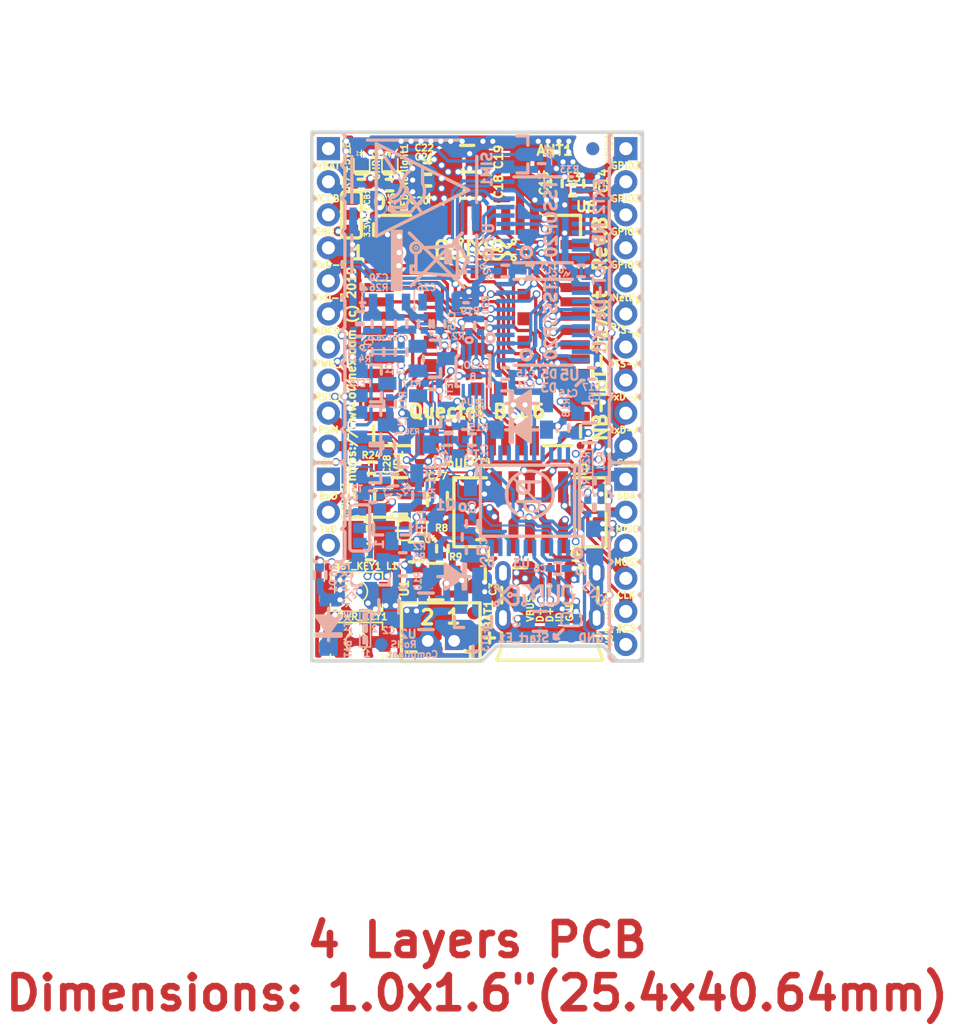
<source format=kicad_pcb>
(kicad_pcb (version 20190905) (host pcbnew "5.99.0-unknown-9339afc~100~ubuntu18.04.1")
  (title_block (title "NB-IoT-DevKit") (date "2019-08-02") (rev "B") (company "OLIMEX Ltd.") (comment 1 "https://www.olimex.com"))
  (layers (0 "F.Cu" signal) (1 "In1.Cu" power) (2 "In2.Cu" power) (31 "B.Cu" signal) (34 "B.Paste" user hide) (35 "F.Paste" user hide) (36 "B.SilkS" user) (37 "F.SilkS" user) (38 "B.Mask" user) (39 "F.Mask" user) (44 "Edge.Cuts" user))
  (net 0 "")
  (net 1 "+5V")
  (net 2 "GND")
  (net 3 "+3V3")
  (net 4 "Net-(L2-Pad1)")
  (net 5 "Net-(ANT1-Pad1)")
  (net 6 "+1V8")
  (net 7 "+5V_EXT")
  (net 8 "Net-(FID1-PadFid1)")
  (net 9 "Net-(FID2-PadFid1)")
  (net 10 "Net-(FID3-PadFid1)")
  (net 11 "Net-(FID4-PadFid1)")
  (net 12 "Net-(R8-Pad1)")
  (net 13 "VBAT")
  (net 14 "Net-(BAT/EXT1-Pad2)")
  (net 15 "/ADC0toEXT")
  (net 16 "/ADC0")
  (net 17 "Net-(C3-Pad1)")
  (net 18 "/PWR_KEY")
  (net 19 "/RST_KEY")
  (net 20 "VDD_1.8V")
  (net 21 "/SIM_VDD")
  (net 22 "Net-(C29-Pad2)")
  (net 23 "Net-(C30-Pad2)")
  (net 24 "Net-(CHRG1-Pad1)")
  (net 25 "/PSM_EINTn")
  (net 26 "/TxD-DBG")
  (net 27 "/RxD-DBG")
  (net 28 "/GPIO4")
  (net 29 "/GPIO3")
  (net 30 "/GPIO2")
  (net 31 "/GPIO1")
  (net 32 "/GPIO5")
  (net 33 "/Netlight")
  (net 34 "/CTS-AUX")
  (net 35 "/RTS-AUX")
  (net 36 "/TxD-AUX")
  (net 37 "/RxD-AUX")
  (net 38 "/SPI-CS")
  (net 39 "/SPI-SCLK")
  (net 40 "/I2C0-SCL(RI)")
  (net 41 "/I2C0-SDA(DCD)")
  (net 42 "/SPI-MISO")
  (net 43 "/SPI-MOSI")
  (net 44 "Net-(FET1-Pad1)")
  (net 45 "/TxD_DBG(EINT)")
  (net 46 "/RxD_DBG(EINT)")
  (net 47 "Net-(L1-Pad1)")
  (net 48 "Net-(LED_Netlight1-Pad1)")
  (net 49 "/CTS_AUX\\PWR-SENS")
  (net 50 "Net-(R7-Pad2)")
  (net 51 "Net-(R10-Pad1)")
  (net 52 "/TxD")
  (net 53 "/RxD")
  (net 54 "/PSM_EINT")
  (net 55 "/I2C0_SCL(EINT)")
  (net 56 "/I2C0_SDA(EINT)")
  (net 57 "/SIM_DATA")
  (net 58 "/SIM_RST")
  (net 59 "/SIM_CLK")
  (net 60 "Net-(SIM1-Pad6)")
  (net 61 "/Netlight(PWM0)")
  (net 62 "Net-(U3-Pad17)")
  (net 63 "Net-(U3-Pad14)")
  (net 64 "Net-(U3-Pad13)")
  (net 65 "Net-(U3-Pad12)")
  (net 66 "Net-(U3-Pad11)")
  (net 67 "/USB_D-")
  (net 68 "/USB_D+")
  (net 69 "/RxD_MAIN")
  (net 70 "/TxD_MAIN")
  (net 71 "/SPI_CS(EINT)")
  (net 72 "/SPI_SCLK(EINT)")
  (net 73 "/SPI_MOSI(EINT)")
  (net 74 "/SPI_MISO(EINT)")
  (net 75 "/RxD_AUX(EINT)")
  (net 76 "/TxD_AUX(EINT)")
  (net 77 "Net-(U6-Pad2)")
  (net 78 "Net-(U6-Pad44)")
  (net 79 "/GPIO5(EINT)")
  (net 80 "/GPIO4(EINT)")
  (net 81 "/GPIO3(PWM3)")
  (net 82 "/GPIO2(EINT)")
  (net 83 "/GPIO1(EINT)")
  (net 84 "Net-(U6-Pad25)")
  (net 85 "/RTS_AUX(PWM2)")
  (net 86 "Net-(U6-Pad8)")
  (net 87 "Net-(U6-Pad45)")
  (net 88 "Net-(U6-Pad46)")
  (net 89 "Net-(U6-Pad47)")
  (net 90 "Net-(U6-Pad48)")
  (net 91 "Net-(U6-Pad49)")
  (net 92 "Net-(U6-Pad50)")
  (net 93 "Net-(U6-Pad51)")
  (net 94 "Net-(U6-Pad52)")
  (net 95 "Net-(U6-Pad53)")
  (net 96 "Net-(U6-Pad54)")
  (net 97 "Net-(U6-Pad55)")
  (net 98 "Net-(U6-Pad56)")
  (net 99 "Net-(U6-Pad57)")
  (net 100 "Net-(U6-Pad58)")
  (net 101 "Net-(USB-UART1-Pad4)")
  (net 102 "+5V_USB")
  (net 103 "Net-(C8-Pad1)")
  (net 104 "Net-(C11-Pad1)")
  (net 105 "Net-(C14-Pad2)")
  (net 106 "Net-(C26-Pad2)")
  (net 107 "Net-(R16-Pad2)")
  (net 108 "Net-(C12-Pad1)")
  (net 109 "Net-(U3-Pad20)")
  (net 110 "Net-(R30-Pad2)")
  (net 111 "/RTS")
  (net 112 "Net-(C9-Pad2)")
  (net 113 "Net-(FET5-Pad3)")
  (net 114 "Net-(R14-Pad2)")
  (net 115 "/DTR")
  (net 116 "/VCCB")
  (net 117 "Net-(D3-Pad2)")
  (net 118 "Net-(3.3V_E1-Pad2)")
  (net 119 "Net-(C9-Pad1)")
  (net 120 "/VCCB(3.3V)")
  (net 121 "/CH340(TxD)")
  (net 122 "Net-(3.3V/VCCB1-Pad2)")
  (net 123 "Net-(R12-Pad2)")
  (module "OLIMEX_Buttons-FP:IT1185AU2_V2" (layer "F.Cu") (at 134.239 96.266)
    (fp_text reference "RST_KEY1" (at 0.0635 -1.9558 180) (layer "F.SilkS") (effects (font (size 0.508 0.508) (thickness 0.127))))
    (fp_text value "IT1185AU2")
    (pad "1" smd rect (at -2.177 0) (size 0.9 1.5) (layers "F.Cu" "F.Mask") (net 123 "Net-(R12-Pad2)"))
    (pad "2" smd rect (at 2.177 0) (size 0.9 1.5) (layers "F.Cu" "F.Mask") (net 2 "GND"))
    (pad "" np_thru_hole circle (at 0 -0.9) (size 0.7 0.7) (drill 0.7) (layers *.Cu *.Mask))
    (pad "" np_thru_hole circle (at 0 0.9) (size 0.7 0.7) (drill 0.7) (layers *.Cu *.Mask))
  )
  (module "OLIMEX_LOGOs-FP:LOGO_OLIMEX_80" (layer "F.Cu") (at 143.383 69.977)
    (fp_text reference "Olimex_Logo1" hide)
    (fp_text value "" hide)
  )
  (module "OLIMEX_Transistors-FP:SOT23" (layer "B.Cu") (at 140.081 82.169 180)
    (fp_text reference "FET4" (at -1.29032 1.48336 90) (layer "B.SilkS") (effects (font (size 0.508 0.508) (thickness 0.127)) (justify mirror)))
    (fp_text value "BSS138(SOT23-3)")
    (pad "1" smd rect (at 1.10744 -0.94996 180) (size 1.4 1) (layers "B.Cu" "B.Paste" "B.Mask") (net 6 "+1V8") (clearance 0.0508))
    (pad "2" smd rect (at 1.10744 0.9525 180) (size 1.4 1) (layers "B.Cu" "B.Paste" "B.Mask") (net 70 "/TxD_MAIN") (clearance 0.0508))
    (pad "3" smd rect (at -1.10236 -0.00254 180) (size 1.4 1) (layers "B.Cu" "B.Paste" "B.Mask") (net 53 "/RxD") (clearance 0.0508))
  )
  (module "OLIMEX_RLC-FP:R_0402_5MIL_DWS" (layer "B.Cu") (at 137.668 77.851 -90)
    (fp_text reference "R3" (at 1.27 0 90) (layer "B.SilkS") (effects (font (size 0.508 0.508) (thickness 0.127)) (justify mirror)))
    (fp_text value "1M/R0402")
    (pad "2" smd rect (at 0.508 0 270) (size 0.5 0.55) (layers "B.Cu" "B.Paste" "B.Mask") (net 16 "/ADC0"))
    (pad "1" smd rect (at -0.508 0 90) (size 0.5 0.55) (layers "B.Cu" "B.Paste" "B.Mask") (net 14 "Net-(BAT/EXT1-Pad2)"))
  )
  (module "OLIMEX_RLC-FP:R_0402_5MIL_DWS" (layer "B.Cu") (at 137.795 93.726)
    (fp_text reference "R2" (at 1.29032 -0.93472) (layer "B.SilkS") (effects (font (size 0.508 0.508) (thickness 0.127)) (justify mirror)))
    (fp_text value "1M/R0402")
    (pad "2" smd rect (at 0.508 0) (size 0.5 0.55) (layers "B.Cu" "B.Paste" "B.Mask") (net 49 "/CTS_AUX\\PWR-SENS"))
    (pad "1" smd rect (at -0.508 0 180) (size 0.5 0.55) (layers "B.Cu" "B.Paste" "B.Mask") (net 1 "+5V"))
  )
  (module "OLIMEX_RLC-FP:R_0402_5MIL_DWS" (layer "B.Cu") (at 145.669 71.628)
    (fp_text reference "R25" (at -1.397 0 120 unlocked) (layer "B.SilkS") (effects (font (size 0.508 0.508) (thickness 0.127)) (justify mirror)))
    (fp_text value "1M/R0402")
    (pad "2" smd rect (at 0.508 0) (size 0.5 0.55) (layers "B.Cu" "B.Paste" "B.Mask") (net 6 "+1V8"))
    (pad "1" smd rect (at -0.508 0 180) (size 0.5 0.55) (layers "B.Cu" "B.Paste" "B.Mask") (net 2 "GND"))
  )
  (module "OLIMEX_RLC-FP:R_0402_5MIL_DWS" (layer "B.Cu") (at 135.89 77.851 90)
    (fp_text reference "R4" (at -0.5334 -1.016) (layer "B.SilkS") (effects (font (size 0.508 0.508) (thickness 0.127)) (justify mirror)))
    (fp_text value "470k/R0402")
    (pad "2" smd rect (at 0.508 0 90) (size 0.5 0.55) (layers "B.Cu" "B.Paste" "B.Mask") (net 2 "GND"))
    (pad "1" smd rect (at -0.508 0 270) (size 0.5 0.55) (layers "B.Cu" "B.Paste" "B.Mask") (net 16 "/ADC0"))
  )
  (module "OLIMEX_RLC-FP:R_0402_5MIL_DWS" (layer "B.Cu") (at 137.795 94.615 180)
    (fp_text reference "R5" (at -1.27 1.016) (layer "B.SilkS") (effects (font (size 0.508 0.508) (thickness 0.127)) (justify mirror)))
    (fp_text value "470k/R0402")
    (pad "2" smd rect (at 0.508 0 180) (size 0.5 0.55) (layers "B.Cu" "B.Paste" "B.Mask") (net 2 "GND"))
    (pad "1" smd rect (at -0.508 0) (size 0.5 0.55) (layers "B.Cu" "B.Paste" "B.Mask") (net 49 "/CTS_AUX\\PWR-SENS"))
  )
  (module "OLIMEX_RLC-FP:R_0402_5MIL_DWS" (layer "B.Cu") (at 148.463 63.8175)
    (fp_text reference "R33" (at 2.159 0 180) (layer "B.SilkS") (effects (font (size 0.508 0.508) (thickness 0.127)) (justify mirror)))
    (fp_text value "1M/R0402")
    (pad "2" smd rect (at 0.508 0) (size 0.5 0.55) (layers "B.Cu" "B.Paste" "B.Mask") (net 2 "GND"))
    (pad "1" smd rect (at -0.508 0 180) (size 0.5 0.55) (layers "B.Cu" "B.Paste" "B.Mask") (net 61 "/Netlight(PWM0)"))
  )
  (module "OLIMEX_RLC-FP:R_0402_5MIL_DWS" (layer "B.Cu") (at 141.2875 84.582 180)
    (fp_text reference "R32" (at 0.37338 -1.1176 300) (layer "B.SilkS") (effects (font (size 0.508 0.508) (thickness 0.127)) (justify mirror)))
    (fp_text value "1M/R0402")
    (pad "2" smd rect (at 0.508 0 180) (size 0.5 0.55) (layers "B.Cu" "B.Paste" "B.Mask") (net 2 "GND"))
    (pad "1" smd rect (at -0.508 0) (size 0.5 0.55) (layers "B.Cu" "B.Paste" "B.Mask") (net 25 "/PSM_EINTn"))
  )
  (module "OLIMEX_Jumpers-FP:SJ_2_SMALL" (layer "F.Cu") (at 133.858 67.31 -90)
    (fp_text reference "3.3V/VCCB1" (at -0.127 -1.2065 90) (layer "F.SilkS") (effects (font (size 0.4064 0.4064) (thickness 0.1016))))
    (fp_text value "Soldered/Opened")
    (pad "3" smd rect (at 1.143 0 270) (size 0.762 1.016) (layers "F.Cu" "F.Mask") (net 3 "+3V3") (clearance 0.0508))
    (pad "2" smd rect (at 0 0 270) (size 0.762 1.016) (layers "F.Cu" "F.Mask") (net 122 "Net-(3.3V/VCCB1-Pad2)") (clearance 0.0508))
    (pad "1" smd rect (at -1.143 0 270) (size 0.762 1.016) (layers "F.Cu" "F.Mask") (net 120 "/VCCB(3.3V)") (clearance 0.0508))
  )
  (module "OLIMEX_Diodes-FP:SOD-123_1C-2A_KA" (layer "B.Cu") (at 146.939 83.82)
    (fp_text reference "D3" (at 2.0828 -3.2131) (layer "B.SilkS") (effects (font (size 0.635 0.635) (thickness 0.15875)) (justify mirror)))
    (fp_text value "1N5819S4/SOD123")
    (pad "2" smd rect (at 1.9 0) (size 1 1.4) (layers "B.Cu" "B.Paste" "B.Mask") (net 117 "Net-(D3-Pad2)") (clearance 0.0508))
    (pad "1" smd rect (at -1.9 0) (size 1 1.4) (layers "B.Cu" "B.Paste" "B.Mask") (net 53 "/RxD") (clearance 0.0508))
  )
  (module "OLIMEX_Diodes-FP:SOD-123_1C-2A_KA" (layer "B.Cu") (at 146.939 81.788)
    (fp_text reference "D5" (at 2.1209 -2.2352 180) (layer "B.SilkS") (effects (font (size 0.635 0.635) (thickness 0.15875)) (justify mirror)))
    (fp_text value "1N5819S4/SOD123")
    (pad "2" smd rect (at 1.9 0) (size 1 1.4) (layers "B.Cu" "B.Paste" "B.Mask") (net 2 "GND") (clearance 0.0508))
    (pad "1" smd rect (at -1.9 0) (size 1 1.4) (layers "B.Cu" "B.Paste" "B.Mask") (net 112 "Net-(C9-Pad2)") (clearance 0.0508))
  )
  (module "OLIMEX_Diodes-FP:SOT23-3" (layer "B.Cu") (at 140.038 78.359 180)
    (fp_text reference "D4" (at -1.60764 0.94488 180) (layer "B.SilkS") (effects (font (size 0.508 0.508) (thickness 0.127)) (justify mirror)))
    (fp_text value "BAT54A(SOT23-3)")
    (pad "3" smd rect (at -1.1 0 90) (size 1 1.4) (layers "B.Cu" "B.Paste" "B.Mask") (net 69 "/RxD_MAIN"))
    (pad "2" smd rect (at 1.1 0.95 90) (size 1 1.4) (layers "B.Cu" "B.Paste" "B.Mask") (net 52 "/TxD"))
    (pad "1" smd rect (at 1.1 -0.95 90) (size 1 1.4) (layers "B.Cu" "B.Paste" "B.Mask") (net 121 "/CH340(TxD)"))
  )
  (module "OLIMEX_Jumpers-FP:SJ_1_SMALLER" (layer "F.Cu") (at 137.922 91.567 -90)
    (fp_text reference "3.3V_E1" (at -2.286 4.5085 -90) (layer "F.SilkS") (effects (font (size 0.508 0.508) (thickness 0.127))))
    (fp_text value "Soldered" hide)
    (pad "2" smd rect (at 0.381 0 270) (size 0.508 0.762) (layers "F.Cu" "F.Mask") (net 118 "Net-(3.3V_E1-Pad2)") (clearance 0.0508))
    (pad "1" smd rect (at -0.381 0 270) (size 0.508 0.762) (layers "F.Cu" "F.Mask") (net 3 "+3V3") (clearance 0.0508))
  )
  (module "OLIMEX_Jumpers-FP:SJ_1_SMALLER" (layer "B.Cu") (at 150.749 98.425)
    (fp_text reference "Start_E1" (at -3.683 1.397) (layer "B.SilkS") (effects (font (size 0.635 0.635) (thickness 0.15875)) (justify mirror)))
    (fp_text value "Soldered" hide)
    (pad "2" smd rect (at 0.381 0) (size 0.508 0.762) (layers "B.Cu" "B.Mask") (net 3 "+3V3") (clearance 0.0508))
    (pad "1" smd rect (at -0.381 0) (size 0.508 0.762) (layers "B.Cu" "B.Mask") (net 119 "Net-(C9-Pad1)") (clearance 0.0508))
  )
  (module "OLIMEX_RLC-FP:C_0603_5MIL_DWS" (layer "B.Cu") (at 148.336 98.552 180)
    (fp_text reference "C9" (at 1.778 0 90) (layer "B.SilkS") (effects (font (size 0.508 0.508) (thickness 0.127)) (justify mirror)))
    (fp_text value "22uF/6.3V/20%/X5R/C0603")
    (pad "2" smd rect (at 0.889 0 180) (size 1.016 1.016) (layers "B.Cu" "B.Paste" "B.Mask") (net 112 "Net-(C9-Pad2)") (clearance 0.0508))
    (pad "1" smd rect (at -0.889 0 180) (size 1.016 1.016) (layers "B.Cu" "B.Paste" "B.Mask") (net 119 "Net-(C9-Pad1)") (clearance 0.0508))
  )
  (module "OLIMEX_RLC-FP:R_0402_5MIL_DWS" (layer "B.Cu") (at 136.7155 85.0265 90)
    (fp_text reference "R30" (at 1.05918 1.80086) (layer "B.SilkS") (effects (font (size 0.4064 0.4064) (thickness 0.1016)) (justify mirror)))
    (fp_text value "1.5k/R0402")
    (pad "2" smd rect (at 0.508 0 90) (size 0.5 0.55) (layers "B.Cu" "B.Paste" "B.Mask") (net 110 "Net-(R30-Pad2)"))
    (pad "1" smd rect (at -0.508 0 270) (size 0.5 0.55) (layers "B.Cu" "B.Paste" "B.Mask") (net 115 "/DTR"))
  )
  (module "OLIMEX_RLC-FP:R_0402_5MIL_DWS" (layer "B.Cu") (at 145.669 80.391 180)
    (fp_text reference "R31" (at -1.5875 0) (layer "B.SilkS") (effects (font (size 0.508 0.508) (thickness 0.127)) (justify mirror)))
    (fp_text value "100k/R0402")
    (pad "2" smd rect (at 0.508 0 180) (size 0.5 0.55) (layers "B.Cu" "B.Paste" "B.Mask") (net 112 "Net-(C9-Pad2)"))
    (pad "1" smd rect (at -0.508 0) (size 0.5 0.55) (layers "B.Cu" "B.Paste" "B.Mask") (net 2 "GND"))
  )
  (module "OLIMEX_IC-FP:VSSOP-8_Pitch-0.50mm_Pad-0.25mm_Dimensions-2.30x2.00x1.00mm" (layer "B.Cu") (at 143.1925 79.301682)
    (fp_text reference "U4" (at -0.4445 2.397418 180) (layer "B.SilkS") (effects (font (size 0.508 0.508) (thickness 0.127)) (justify mirror)))
    (fp_text value "PCA9306DCUR(VSSOP-8)")
    (fp_text user "8" (at 0 0.454318) (layer "B.SilkS") (effects (font (size 0.508 0.508) (thickness 0.127)) (justify mirror)))
    (fp_text user "VSSOP" (at 0 -0.434682) (layer "B.SilkS") (effects (font (size 0.508 0.508) (thickness 0.127)) (justify mirror)))
    (fp_text user "o" (at -0.38354 -2.360002 90) (layer "B.SilkS") (effects (font (size 0.762 0.762) (thickness 0.1905)) (justify mirror)))
    (pad "1" smd rect (at -0.75 -1.5) (size 0.25 1) (layers "B.Cu" "B.Paste" "B.Mask") (net 2 "GND"))
    (pad "2" smd rect (at -0.25 -1.5) (size 0.25 1) (layers "B.Cu" "B.Paste" "B.Mask") (net 6 "+1V8"))
    (pad "3" smd rect (at 0.25 -1.5) (size 0.25 1) (layers "B.Cu" "B.Paste" "B.Mask") (net 55 "/I2C0_SCL(EINT)"))
    (pad "4" smd rect (at 0.75 -1.5) (size 0.25 1) (layers "B.Cu" "B.Paste" "B.Mask") (net 56 "/I2C0_SDA(EINT)"))
    (pad "5" smd rect (at 0.75 1.5) (size 0.25 1) (layers "B.Cu" "B.Paste" "B.Mask") (net 41 "/I2C0-SDA(DCD)"))
    (pad "6" smd rect (at 0.25 1.5) (size 0.25 1) (layers "B.Cu" "B.Paste" "B.Mask") (net 40 "/I2C0-SCL(RI)"))
    (pad "7" smd rect (at -0.25 1.5) (size 0.25 1) (layers "B.Cu" "B.Paste" "B.Mask") (net 108 "Net-(C12-Pad1)"))
    (pad "8" smd rect (at -0.75 1.5) (size 0.25 1) (layers "B.Cu" "B.Paste" "B.Mask") (net 108 "Net-(C12-Pad1)"))
  )
  (module "OLIMEX_Cases-FP:Quectel_NB-IoT_BC66_Module-17.7mmx15.8mmx2.0mm" (layer "F.Cu") (at 143.51 76.2)
    (fp_text reference "U6" (at 8.382 -9.525 180) (layer "F.SilkS") (effects (font (size 0.762 0.762) (thickness 0.1905))))
    (fp_text value "Quectel_NB-IoT_BC66_Module(Pinout-OpenCPU)")
    (fp_text user "0" (at -7.493 -9.8425) (layer "F.SilkS") (effects (font (size 1.016 1.016) (thickness 0.254))))
    (fp_text user "1" (at -9.144 -5.969) (layer "F.SilkS") (effects (font (size 1.016 1.016) (thickness 0.254))))
    (pad "1" smd trapezoid (at -7.535 -6.6 180) (size 2.25 0.7) (layers "F.Cu" "F.Paste" "F.Mask") (net 2 "GND"))
    (pad "2" smd trapezoid (at -7.535 -5.5 180) (size 2.25 0.7) (layers "F.Cu" "F.Paste" "F.Mask") (net 77 "Net-(U6-Pad2)"))
    (pad "3" smd trapezoid (at -7.535 -4.4 180) (size 2.25 0.7) (layers "F.Cu" "F.Paste" "F.Mask") (net 74 "/SPI_MISO(EINT)"))
    (pad "4" smd trapezoid (at -7.535 -3.3 180) (size 2.25 0.7) (layers "F.Cu" "F.Paste" "F.Mask") (net 73 "/SPI_MOSI(EINT)"))
    (pad "5" smd trapezoid (at -7.535 -2.2 180) (size 2.25 0.7) (layers "F.Cu" "F.Paste" "F.Mask") (net 72 "/SPI_SCLK(EINT)"))
    (pad "6" smd trapezoid (at -7.535 -1.1 180) (size 2.25 0.7) (layers "F.Cu" "F.Paste" "F.Mask") (net 71 "/SPI_CS(EINT)"))
    (pad "44" smd trapezoid (at -4.4 -8.475 90) (size 2.25 0.7) (layers "F.Cu" "F.Paste" "F.Mask") (net 78 "Net-(U6-Pad44)"))
    (pad "43" smd trapezoid (at -3.3 -8.475 90) (size 2.25 0.7) (layers "F.Cu" "F.Paste" "F.Mask") (net 3 "+3V3"))
    (pad "42" smd trapezoid (at -2.2 -8.475 90) (size 2.25 0.7) (layers "F.Cu" "F.Paste" "F.Mask") (net 3 "+3V3"))
    (pad "41" smd trapezoid (at -1.1 -8.475 90) (size 2.25 0.7) (layers "F.Cu" "F.Paste" "F.Mask") (net 2 "GND"))
    (pad "40" smd trapezoid (at 0 -8.475 90) (size 2.25 0.7) (layers "F.Cu" "F.Paste" "F.Mask") (net 2 "GND"))
    (pad "39" smd trapezoid (at 1.1 -8.475 90) (size 2.25 0.7) (layers "F.Cu" "F.Paste" "F.Mask") (net 45 "/TxD_DBG(EINT)"))
    (pad "38" smd trapezoid (at 2.2 -8.475 90) (size 2.25 0.7) (layers "F.Cu" "F.Paste" "F.Mask") (net 46 "/RxD_DBG(EINT)"))
    (pad "37" smd trapezoid (at 3.3 -8.475 90) (size 2.25 0.7) (layers "F.Cu" "F.Paste" "F.Mask") (net 2 "GND"))
    (pad "36" smd trapezoid (at 4.4 -8.475 90) (size 2.25 0.7) (layers "F.Cu" "F.Paste" "F.Mask") (net 2 "GND"))
    (pad "35" smd trapezoid (at 7.535 -6.6) (size 2.25 0.7) (layers "F.Cu" "F.Paste" "F.Mask") (net 105 "Net-(C14-Pad2)"))
    (pad "34" smd trapezoid (at 7.535 -5.5) (size 2.25 0.7) (layers "F.Cu" "F.Paste" "F.Mask") (net 2 "GND"))
    (pad "33" smd trapezoid (at 7.535 -4.4) (size 2.25 0.7) (layers "F.Cu" "F.Paste" "F.Mask") (net 79 "/GPIO5(EINT)"))
    (pad "32" smd trapezoid (at 7.535 -3.3) (size 2.25 0.7) (layers "F.Cu" "F.Paste" "F.Mask") (net 80 "/GPIO4(EINT)"))
    (pad "31" smd trapezoid (at 7.535 -2.2) (size 2.25 0.7) (layers "F.Cu" "F.Paste" "F.Mask") (net 81 "/GPIO3(PWM3)"))
    (pad "30" smd trapezoid (at 7.535 -1.1) (size 2.25 0.7) (layers "F.Cu" "F.Paste" "F.Mask") (net 82 "/GPIO2(EINT)"))
    (pad "29" smd trapezoid (at 7.535 0) (size 2.25 0.7) (layers "F.Cu" "F.Paste" "F.Mask") (net 76 "/TxD_AUX(EINT)"))
    (pad "28" smd trapezoid (at 7.535 1.1) (size 2.25 0.7) (layers "F.Cu" "F.Paste" "F.Mask") (net 75 "/RxD_AUX(EINT)"))
    (pad "27" smd trapezoid (at 7.535 2.2) (size 2.25 0.7) (layers "F.Cu" "F.Paste" "F.Mask") (net 2 "GND"))
    (pad "26" smd trapezoid (at 7.535 3.3) (size 2.25 0.7) (layers "F.Cu" "F.Paste" "F.Mask") (net 83 "/GPIO1(EINT)"))
    (pad "25" smd trapezoid (at 7.535 4.4) (size 2.25 0.7) (layers "F.Cu" "F.Paste" "F.Mask") (net 84 "Net-(U6-Pad25)"))
    (pad "24" smd trapezoid (at 7.535 5.5) (size 2.25 0.7) (layers "F.Cu" "F.Paste" "F.Mask") (net 20 "VDD_1.8V"))
    (pad "23" smd trapezoid (at 7.535 6.6) (size 2.25 0.7) (layers "F.Cu" "F.Paste" "F.Mask") (net 85 "/RTS_AUX(PWM2)"))
    (pad "22" smd trapezoid (at 4.4 8.475 90) (size 2.25 0.7) (layers "F.Cu" "F.Paste" "F.Mask") (net 49 "/CTS_AUX\\PWR-SENS"))
    (pad "21" smd trapezoid (at 3.3 8.475 90) (size 2.25 0.7) (layers "F.Cu" "F.Paste" "F.Mask") (net 56 "/I2C0_SDA(EINT)"))
    (pad "20" smd trapezoid (at 2.2 8.475 90) (size 2.25 0.7) (layers "F.Cu" "F.Paste" "F.Mask") (net 55 "/I2C0_SCL(EINT)"))
    (pad "19" smd trapezoid (at 1.1 8.475 90) (size 2.25 0.7) (layers "F.Cu" "F.Paste" "F.Mask") (net 54 "/PSM_EINT"))
    (pad "18" smd trapezoid (at 0 8.475 90) (size 2.25 0.7) (layers "F.Cu" "F.Paste" "F.Mask") (net 69 "/RxD_MAIN"))
    (pad "17" smd trapezoid (at -1.1 8.475 90) (size 2.25 0.7) (layers "F.Cu" "F.Paste" "F.Mask") (net 70 "/TxD_MAIN"))
    (pad "16" smd trapezoid (at -2.2 8.475 90) (size 2.25 0.7) (layers "F.Cu" "F.Paste" "F.Mask") (net 61 "/Netlight(PWM0)"))
    (pad "7" smd trapezoid (at -7.535 0) (size 2.25 0.7) (layers "F.Cu" "F.Paste" "F.Mask") (net 18 "/PWR_KEY"))
    (pad "8" smd trapezoid (at -7.535 1.1) (size 2.25 0.7) (layers "F.Cu" "F.Paste" "F.Mask") (net 86 "Net-(U6-Pad8)"))
    (pad "9" smd trapezoid (at -7.535 2.2) (size 2.25 0.7) (layers "F.Cu" "F.Paste" "F.Mask") (net 16 "/ADC0"))
    (pad "10" smd trapezoid (at -7.535 3.3) (size 2.25 0.7) (layers "F.Cu" "F.Paste" "F.Mask") (net 2 "GND"))
    (pad "11" smd trapezoid (at -7.535 4.4) (size 2.25 0.7) (layers "F.Cu" "F.Paste" "F.Mask") (net 57 "/SIM_DATA"))
    (pad "12" smd trapezoid (at -7.535 5.5) (size 2.25 0.7) (layers "F.Cu" "F.Paste" "F.Mask") (net 58 "/SIM_RST"))
    (pad "13" smd trapezoid (at -7.535 6.6) (size 2.25 0.7) (layers "F.Cu" "F.Paste" "F.Mask") (net 59 "/SIM_CLK"))
    (pad "14" smd trapezoid (at -4.4 8.475 90) (size 2.25 0.7) (layers "F.Cu" "F.Paste" "F.Mask") (net 21 "/SIM_VDD"))
    (pad "15" smd trapezoid (at -3.3 8.475 90) (size 2.25 0.7) (layers "F.Cu" "F.Paste" "F.Mask") (net 19 "/RST_KEY"))
    (pad "45" smd trapezoid (at -3.6 -2.7 180) (size 1 1) (layers "F.Cu" "F.Paste" "F.Mask") (net 87 "Net-(U6-Pad45)"))
    (pad "46" smd trapezoid (at -3.6 -0.9 180) (size 1 1) (layers "F.Cu" "F.Paste" "F.Mask") (net 88 "Net-(U6-Pad46)"))
    (pad "47" smd trapezoid (at -3.6 0.9 180) (size 1 1) (layers "F.Cu" "F.Paste" "F.Mask") (net 89 "Net-(U6-Pad47)"))
    (pad "48" smd trapezoid (at -3.6 2.7 180) (size 1 1) (layers "F.Cu" "F.Paste" "F.Mask") (net 90 "Net-(U6-Pad48)"))
    (pad "49" smd trapezoid (at -1.8 4.5 180) (size 1 1) (layers "F.Cu" "F.Paste" "F.Mask") (net 91 "Net-(U6-Pad49)"))
    (pad "50" smd trapezoid (at 0 4.5 180) (size 1 1) (layers "F.Cu" "F.Paste" "F.Mask") (net 92 "Net-(U6-Pad50)"))
    (pad "51" smd trapezoid (at 1.8 4.5 180) (size 1 1) (layers "F.Cu" "F.Paste" "F.Mask") (net 93 "Net-(U6-Pad51)"))
    (pad "52" smd trapezoid (at 3.6 2.7 180) (size 1 1) (layers "F.Cu" "F.Paste" "F.Mask") (net 94 "Net-(U6-Pad52)"))
    (pad "53" smd trapezoid (at 3.6 0.9 180) (size 1 1) (layers "F.Cu" "F.Paste" "F.Mask") (net 95 "Net-(U6-Pad53)"))
    (pad "54" smd trapezoid (at 3.6 -0.9 180) (size 1 1) (layers "F.Cu" "F.Paste" "F.Mask") (net 96 "Net-(U6-Pad54)"))
    (pad "55" smd trapezoid (at 3.6 -2.7 180) (size 1 1) (layers "F.Cu" "F.Paste" "F.Mask") (net 97 "Net-(U6-Pad55)"))
    (pad "56" smd trapezoid (at 1.8 -4.5 180) (size 1 1) (layers "F.Cu" "F.Paste" "F.Mask") (net 98 "Net-(U6-Pad56)"))
    (pad "57" smd trapezoid (at 0 -4.5 180) (size 1 1) (layers "F.Cu" "F.Paste" "F.Mask") (net 99 "Net-(U6-Pad57)"))
    (pad "58" smd trapezoid (at -1.8 -4.5 180) (size 1 1) (layers "F.Cu" "F.Paste" "F.Mask") (net 100 "Net-(U6-Pad58)"))
    (pad "fid" smd circle (at -7.95 -8.85 90) (size 0.6 0.6) (layers "F.Cu" "F.Mask"))
    (pad "fid" smd circle (at 7.95 8.85 90) (size 0.6 0.6) (layers "F.Cu" "F.Mask"))
  )
  (module "OLIMEX_Connectors-FP:HAB-VCR-010-LF" (layer "F.Cu") (at 147.574 90.17)
    (fp_text reference "mUEXT1" (at -4.7625 -3.7465) (layer "F.SilkS") (effects (font (size 0.635 0.635) (thickness 0.15875))))
    (fp_text value "HAB-VCR-010-LF")
    (fp_text user "1" (at -3.175 3.3655) (layer "F.SilkS") (effects (font (size 0.762 0.762) (thickness 0.1905))))
    (pad "" np_thru_hole circle (at -1.905 0 90) (size 0.7 0.7) (drill 0.7) (layers *.Cu *.Mask))
    (pad "" np_thru_hole circle (at 1.905 0 90) (size 0.7 0.7) (drill 0.7) (layers *.Cu *.Mask))
    (pad "4" smd rect (at -1.27 -1.9505 90) (size 2.4 0.76) (layers "F.Cu" "F.Paste" "F.Mask") (net 37 "/RxD-AUX"))
    (pad "6" smd rect (at 0 -1.9505 90) (size 2.4 0.76) (layers "F.Cu" "F.Paste" "F.Mask") (net 41 "/I2C0-SDA(DCD)"))
    (pad "10" smd rect (at 2.54 -1.9505 90) (size 2.4 0.76) (layers "F.Cu" "F.Paste" "F.Mask") (net 38 "/SPI-CS"))
    (pad "8" smd rect (at 1.27 -1.9505 90) (size 2.4 0.76) (layers "F.Cu" "F.Paste" "F.Mask") (net 43 "/SPI-MOSI"))
    (pad "2" smd rect (at -2.54 -1.9505 90) (size 2.4 0.76) (layers "F.Cu" "F.Paste" "F.Mask") (net 2 "GND"))
    (pad "9" smd rect (at 2.54 1.9505 90) (size 2.4 0.76) (layers "F.Cu" "F.Paste" "F.Mask") (net 39 "/SPI-SCLK"))
    (pad "7" smd rect (at 1.27 1.9505 90) (size 2.4 0.76) (layers "F.Cu" "F.Paste" "F.Mask") (net 42 "/SPI-MISO"))
    (pad "5" smd rect (at 0 1.9505 90) (size 2.4 0.76) (layers "F.Cu" "F.Paste" "F.Mask") (net 40 "/I2C0-SCL(RI)"))
    (pad "3" smd rect (at -1.27 1.9505 90) (size 2.4 0.76) (layers "F.Cu" "F.Paste" "F.Mask") (net 36 "/TxD-AUX"))
    (pad "1" smd rect (at -2.54 1.9505 90) (size 2.4 0.76) (layers "F.Cu" "F.Paste" "F.Mask") (net 3 "+3V3"))
  )
  (module "OLIMEX_Connectors-FP:HN1x10" (layer "B.Cu") (at 154.94 73.66 -90)
    (fp_text reference "EXT2" (at -7.747 2.032 -90) (layer "B.SilkS") (effects (font (size 0.762 0.762) (thickness 0.1905)) (justify mirror)))
    (fp_text value "HN1x10")
    (pad "4" thru_hole circle (at -3.81 0 270) (size 1.778 1.778) (drill 1) (layers *.Cu *.Mask) (net 28 "/GPIO4"))
    (pad "3" thru_hole circle (at -6.35 0 270) (size 1.778 1.778) (drill 1) (layers *.Cu *.Mask) (net 29 "/GPIO3"))
    (pad "2" thru_hole circle (at -8.89 0 270) (size 1.778 1.778) (drill 1) (layers *.Cu *.Mask) (net 30 "/GPIO2"))
    (pad "1" thru_hole rect (at -11.43 0 270) (size 1.778 1.778) (drill 1) (layers *.Cu *.Mask) (net 31 "/GPIO1"))
    (pad "5" thru_hole circle (at -1.27 0 270) (size 1.778 1.778) (drill 1) (layers *.Cu *.Mask) (net 32 "/GPIO5"))
    (pad "6" thru_hole circle (at 1.27 0 270) (size 1.778 1.778) (drill 1) (layers *.Cu *.Mask) (net 33 "/Netlight"))
    (pad "8" thru_hole circle (at 6.35 0 270) (size 1.778 1.778) (drill 1) (layers *.Cu *.Mask) (net 34 "/CTS-AUX"))
    (pad "7" thru_hole circle (at 3.81 0 270) (size 1.778 1.778) (drill 1) (layers *.Cu *.Mask) (net 35 "/RTS-AUX"))
    (pad "9" thru_hole circle (at 8.89 0 270) (size 1.778 1.778) (drill 1) (layers *.Cu *.Mask) (net 36 "/TxD-AUX"))
    (pad "10" thru_hole circle (at 11.43 0 270) (size 1.778 1.778) (drill 1) (layers *.Cu *.Mask) (net 37 "/RxD-AUX"))
  )
  (module "OLIMEX_Connectors-FP:HN1x6" (layer "B.Cu") (at 154.94 93.98 -90)
    (fp_text reference "EXT3" (at 2.4765 2.413 135) (layer "B.SilkS") (effects (font (size 0.635 0.635) (thickness 0.15875)) (justify mirror)))
    (fp_text value "HN1x6")
    (pad "4" thru_hole circle (at 1.27 0 270) (size 1.778 1.778) (drill 1) (layers *.Cu *.Mask) (net 43 "/SPI-MOSI"))
    (pad "3" thru_hole circle (at -1.27 0 270) (size 1.778 1.778) (drill 1) (layers *.Cu *.Mask) (net 42 "/SPI-MISO"))
    (pad "2" thru_hole circle (at -3.81 0 270) (size 1.778 1.778) (drill 1) (layers *.Cu *.Mask) (net 41 "/I2C0-SDA(DCD)"))
    (pad "1" thru_hole rect (at -6.35 0 270) (size 1.778 1.778) (drill 1) (layers *.Cu *.Mask) (net 40 "/I2C0-SCL(RI)"))
    (pad "5" thru_hole circle (at 3.81 0 270) (size 1.778 1.778) (drill 1) (layers *.Cu *.Mask) (net 39 "/SPI-SCLK"))
    (pad "6" thru_hole circle (at 6.35 0 270) (size 1.778 1.778) (drill 1) (layers *.Cu *.Mask) (net 38 "/SPI-CS"))
  )
  (module "OLIMEX_Connectors-FP:HN1x3" (layer "B.Cu") (at 132.08 90.17 -90)
    (fp_text reference "EXT4" (at 5.0038 -1.28016 -90) (layer "B.SilkS") (effects (font (size 0.635 0.635) (thickness 0.15875)) (justify mirror)))
    (fp_text value "HN1x3")
    (pad "3" thru_hole circle (at 2.54 0 270) (size 1.778 1.778) (drill 1) (layers *.Cu *.Mask) (net 52 "/TxD"))
    (pad "2" thru_hole circle (at 0 0 270) (size 1.778 1.778) (drill 1) (layers *.Cu *.Mask) (net 53 "/RxD"))
    (pad "1" thru_hole rect (at -2.54 0 270) (size 1.778 1.778) (drill 1) (layers *.Cu *.Mask) (net 1 "+5V"))
  )
  (module "OLIMEX_Connectors-FP:HN1x10" (layer "B.Cu") (at 132.08 73.66 -90)
    (fp_text reference "EXT1" (at 4.1275 -1.8415 -90) (layer "B.SilkS") (effects (font (size 0.508 0.508) (thickness 0.127)) (justify mirror)))
    (fp_text value "HN1x10")
    (pad "4" thru_hole circle (at -3.81 0 270) (size 1.778 1.778) (drill 1) (layers *.Cu *.Mask) (net 2 "GND"))
    (pad "3" thru_hole circle (at -6.35 0 270) (size 1.778 1.778) (drill 1) (layers *.Cu *.Mask) (net 120 "/VCCB(3.3V)"))
    (pad "2" thru_hole circle (at -8.89 0 270) (size 1.778 1.778) (drill 1) (layers *.Cu *.Mask) (net 13 "VBAT"))
    (pad "1" thru_hole rect (at -11.43 0 270) (size 1.778 1.778) (drill 1) (layers *.Cu *.Mask) (net 7 "+5V_EXT"))
    (pad "5" thru_hole circle (at -1.27 0 270) (size 1.778 1.778) (drill 1) (layers *.Cu *.Mask) (net 27 "/RxD-DBG"))
    (pad "6" thru_hole circle (at 1.27 0 270) (size 1.778 1.778) (drill 1) (layers *.Cu *.Mask) (net 26 "/TxD-DBG"))
    (pad "8" thru_hole circle (at 6.35 0 270) (size 1.778 1.778) (drill 1) (layers *.Cu *.Mask) (net 18 "/PWR_KEY"))
    (pad "7" thru_hole circle (at 3.81 0 270) (size 1.778 1.778) (drill 1) (layers *.Cu *.Mask) (net 15 "/ADC0toEXT"))
    (pad "9" thru_hole circle (at 8.89 0 270) (size 1.778 1.778) (drill 1) (layers *.Cu *.Mask) (net 19 "/RST_KEY"))
    (pad "10" thru_hole circle (at 11.43 0 270) (size 1.778 1.778) (drill 1) (layers *.Cu *.Mask) (net 25 "/PSM_EINTn"))
  )
  (module "OLIMEX_Connectors-FP:LIPO_BAT_VERTICAL_DW02S" (layer "F.Cu") (at 140.716 96.52 180)
    (fp_text reference "BAT1" (at -3.683 -1.524 270) (layer "F.SilkS") (effects (font (size 0.635 0.635) (thickness 0.15875))))
    (fp_text value "DW02S")
    (fp_text user "2" (at 1.02108 -1.72974 180) (layer "F.SilkS") (effects (font (size 1.1 1.1) (thickness 0.254))))
    (fp_text user "1" (at -0.98298 -1.67894 180) (layer "F.SilkS") (effects (font (size 1.1 1.1) (thickness 0.254))))
    (pad "2" thru_hole circle (at 1.00076 -3.53822 180) (size 1.4 1.4) (drill 0.9) (layers *.Cu *.Mask) (net 2 "GND"))
    (pad "1" thru_hole rect (at -1.0287 -3.53568 180) (size 1.4 1.4) (drill 0.9) (layers *.Cu *.Mask) (net 13 "VBAT"))
  )
  (module "OLIMEX_Connectors-FP:U.FL-R-SMT-1" (layer "F.Cu") (at 146.939 63.373 90)
    (fp_text reference "ANT1" (at 1.016 2.54 180) (layer "F.SilkS") (effects (font (size 0.762 0.762) (thickness 0.1905))))
    (fp_text value "U.FL-R-SMT-1")
    (pad "1" smd rect (at 0 1.5 90) (size 1.05 1.05) (layers "F.Cu" "F.Paste" "F.Mask") (net 5 "Net-(ANT1-Pad1)"))
    (pad "2" smd rect (at 1.5 0 90) (size 1.05 2.2) (layers "F.Cu" "F.Paste" "F.Mask") (net 2 "GND"))
    (pad "2" smd rect (at -1.5 0 90) (size 1.05 2.2) (layers "F.Cu" "F.Paste" "F.Mask") (net 2 "GND"))
  )
  (module "OLIMEX_Connectors-FP:SIM(NANO)-HOLDER(SIM-SMT-6P(NASCT-W0012X-06-LF))" (layer "B.Cu") (at 138.684 67.818)
    (fp_text reference "SIM1" (at 5.588 -4.0005 270) (layer "B.SilkS") (effects (font (size 0.762 0.762) (thickness 0.1905)) (justify mirror)))
    (fp_text value "SIM-SMT-6P(NASCT-W0012X-06-LF)")
    (pad "0" smd rect (at 4.465 -5.89) (size 1.03 1) (layers "B.Cu" "B.Paste" "B.Mask") (net 2 "GND"))
    (pad "0" smd rect (at -4.465 -5.89) (size 1.03 1) (layers "B.Cu" "B.Paste" "B.Mask") (net 2 "GND"))
    (pad "0" smd rect (at 4.705 5.58) (size 0.55 1.8) (layers "B.Cu" "B.Paste" "B.Mask") (net 2 "GND"))
    (pad "0" smd rect (at -4.705 5.58) (size 0.55 1.8) (layers "B.Cu" "B.Paste" "B.Mask") (net 2 "GND"))
    (pad "0" smd rect (at 4.705 -0.17) (size 0.55 1.8) (layers "B.Cu" "B.Paste" "B.Mask") (net 2 "GND"))
    (pad "0" smd rect (at -4.705 -0.17) (size 0.55 1.8) (layers "B.Cu" "B.Paste" "B.Mask") (net 2 "GND"))
    (pad "6" smd rect (at 0.635 6.2) (size 0.65 1.3) (layers "B.Cu" "B.Paste" "B.Mask") (net 60 "Net-(SIM1-Pad6)"))
    (pad "5" smd rect (at 3.175 6.2) (size 0.65 1.3) (layers "B.Cu" "B.Paste" "B.Mask") (net 2 "GND"))
    (pad "7" smd rect (at -3.175 6.2) (size 0.65 1.3) (layers "B.Cu" "B.Paste" "B.Mask") (net 23 "Net-(C30-Pad2)"))
    (pad "3" smd rect (at -1.905 6.2) (size 0.65 1.3) (layers "B.Cu" "B.Paste" "B.Mask") (net 22 "Net-(C29-Pad2)"))
    (pad "2" smd rect (at -0.635 6.2) (size 0.65 1.3) (layers "B.Cu" "B.Paste" "B.Mask") (net 106 "Net-(C26-Pad2)"))
    (pad "1" smd rect (at 1.905 6.2) (size 0.65 1.3) (layers "B.Cu" "B.Paste" "B.Mask") (net 21 "/SIM_VDD"))
  )
  (module "OLIMEX_IC-FP:TSSOP20_Pitch-0.65mm_6.6x4.5x1.2mm" (layer "B.Cu") (at 148.59 67.691 90)
    (fp_text reference "U7" (at -1.016 -4.191 270) (layer "B.SilkS") (effects (font (size 0.762 0.762) (thickness 0.1905)) (justify mirror)))
    (fp_text value "TXB0108PWR(TSSOP-20)")
    (fp_text user "TSSOP20" (at 0.07 0.6 270) (layer "B.SilkS") (effects (font (size 0.9 0.9) (thickness 0.225)) (justify mirror)))
    (fp_text user "o" (at -2.6035 -4.3815 90) (layer "B.SilkS") (effects (font (size 1.016 1.016) (thickness 0.254)) (justify mirror)))
    (pad "11" smd rect (at 2.925 2.9 90) (size 0.35 1.4) (layers "B.Cu" "B.Paste" "B.Mask") (net 2 "GND"))
    (pad "12" smd rect (at 2.275 2.9 90) (size 0.35 1.4) (layers "B.Cu" "B.Paste" "B.Mask") (net 31 "/GPIO1"))
    (pad "13" smd rect (at 1.625 2.9 90) (size 0.35 1.4) (layers "B.Cu" "B.Paste" "B.Mask") (net 30 "/GPIO2"))
    (pad "14" smd rect (at 0.975 2.9 90) (size 0.35 1.4) (layers "B.Cu" "B.Paste" "B.Mask") (net 29 "/GPIO3"))
    (pad "15" smd rect (at 0.325 2.9 90) (size 0.35 1.4) (layers "B.Cu" "B.Paste" "B.Mask") (net 28 "/GPIO4"))
    (pad "16" smd rect (at -0.325 2.9 90) (size 0.35 1.4) (layers "B.Cu" "B.Paste" "B.Mask") (net 32 "/GPIO5"))
    (pad "17" smd rect (at -0.975 2.9 90) (size 0.35 1.4) (layers "B.Cu" "B.Paste" "B.Mask") (net 33 "/Netlight"))
    (pad "18" smd rect (at -1.625 2.9 90) (size 0.35 1.4) (layers "B.Cu" "B.Paste" "B.Mask") (net 35 "/RTS-AUX"))
    (pad "19" smd rect (at -2.275 2.9 90) (size 0.35 1.4) (layers "B.Cu" "B.Paste" "B.Mask") (net 116 "/VCCB"))
    (pad "20" smd rect (at -2.925 2.9 90) (size 0.35 1.4) (layers "B.Cu" "B.Paste" "B.Mask") (net 34 "/CTS-AUX"))
    (pad "1" smd rect (at -2.925 -2.9 90) (size 0.35 1.4) (layers "B.Cu" "B.Paste" "B.Mask") (net 49 "/CTS_AUX\\PWR-SENS"))
    (pad "2" smd rect (at -2.275 -2.9 90) (size 0.35 1.4) (layers "B.Cu" "B.Paste" "B.Mask") (net 6 "+1V8"))
    (pad "3" smd rect (at -1.625 -2.9 90) (size 0.35 1.4) (layers "B.Cu" "B.Paste" "B.Mask") (net 85 "/RTS_AUX(PWM2)"))
    (pad "4" smd rect (at -0.975 -2.9 90) (size 0.35 1.4) (layers "B.Cu" "B.Paste" "B.Mask") (net 61 "/Netlight(PWM0)"))
    (pad "5" smd rect (at -0.325 -2.9 90) (size 0.35 1.4) (layers "B.Cu" "B.Paste" "B.Mask") (net 79 "/GPIO5(EINT)"))
    (pad "6" smd rect (at 0.325 -2.9 90) (size 0.35 1.4) (layers "B.Cu" "B.Paste" "B.Mask") (net 80 "/GPIO4(EINT)"))
    (pad "7" smd rect (at 0.975 -2.9 90) (size 0.35 1.4) (layers "B.Cu" "B.Paste" "B.Mask") (net 81 "/GPIO3(PWM3)"))
    (pad "8" smd rect (at 1.625 -2.9 90) (size 0.35 1.4) (layers "B.Cu" "B.Paste" "B.Mask") (net 82 "/GPIO2(EINT)"))
    (pad "9" smd rect (at 2.275 -2.9 90) (size 0.35 1.4) (layers "B.Cu" "B.Paste" "B.Mask") (net 83 "/GPIO1(EINT)"))
    (pad "10" smd rect (at 2.925 -2.9 90) (size 0.35 1.4) (layers "B.Cu" "B.Paste" "B.Mask") (net 6 "+1V8"))
  )
  (module "OLIMEX_IC-FP:TSSOP20_Pitch-0.65mm_6.6x4.5x1.2mm" (layer "B.Cu") (at 148.59 75.565 90)
    (fp_text reference "U5" (at -4.064 2.032 180) (layer "B.SilkS") (effects (font (size 0.762 0.762) (thickness 0.1905)) (justify mirror)))
    (fp_text value "TXB0108PWR(TSSOP-20)")
    (fp_text user "TSSOP20" (at 0.07 0.6 270) (layer "B.SilkS") (effects (font (size 0.9 0.9) (thickness 0.225)) (justify mirror)))
    (fp_text user "o" (at -1.0795 -4.064) (layer "B.SilkS") (effects (font (size 1.016 1.016) (thickness 0.254)) (justify mirror)))
    (pad "11" smd rect (at 2.925 2.9 90) (size 0.35 1.4) (layers "B.Cu" "B.Paste" "B.Mask") (net 2 "GND"))
    (pad "12" smd rect (at 2.275 2.9 90) (size 0.35 1.4) (layers "B.Cu" "B.Paste" "B.Mask") (net 36 "/TxD-AUX"))
    (pad "13" smd rect (at 1.625 2.9 90) (size 0.35 1.4) (layers "B.Cu" "B.Paste" "B.Mask") (net 37 "/RxD-AUX"))
    (pad "14" smd rect (at 0.975 2.9 90) (size 0.35 1.4) (layers "B.Cu" "B.Paste" "B.Mask") (net 42 "/SPI-MISO"))
    (pad "15" smd rect (at 0.325 2.9 90) (size 0.35 1.4) (layers "B.Cu" "B.Paste" "B.Mask") (net 43 "/SPI-MOSI"))
    (pad "16" smd rect (at -0.325 2.9 90) (size 0.35 1.4) (layers "B.Cu" "B.Paste" "B.Mask") (net 39 "/SPI-SCLK"))
    (pad "17" smd rect (at -0.975 2.9 90) (size 0.35 1.4) (layers "B.Cu" "B.Paste" "B.Mask") (net 38 "/SPI-CS"))
    (pad "18" smd rect (at -1.625 2.9 90) (size 0.35 1.4) (layers "B.Cu" "B.Paste" "B.Mask") (net 27 "/RxD-DBG"))
    (pad "19" smd rect (at -2.275 2.9 90) (size 0.35 1.4) (layers "B.Cu" "B.Paste" "B.Mask") (net 116 "/VCCB"))
    (pad "20" smd rect (at -2.925 2.9 90) (size 0.35 1.4) (layers "B.Cu" "B.Paste" "B.Mask") (net 26 "/TxD-DBG"))
    (pad "1" smd rect (at -2.925 -2.9 90) (size 0.35 1.4) (layers "B.Cu" "B.Paste" "B.Mask") (net 45 "/TxD_DBG(EINT)"))
    (pad "2" smd rect (at -2.275 -2.9 90) (size 0.35 1.4) (layers "B.Cu" "B.Paste" "B.Mask") (net 6 "+1V8"))
    (pad "3" smd rect (at -1.625 -2.9 90) (size 0.35 1.4) (layers "B.Cu" "B.Paste" "B.Mask") (net 46 "/RxD_DBG(EINT)"))
    (pad "4" smd rect (at -0.975 -2.9 90) (size 0.35 1.4) (layers "B.Cu" "B.Paste" "B.Mask") (net 71 "/SPI_CS(EINT)"))
    (pad "5" smd rect (at -0.325 -2.9 90) (size 0.35 1.4) (layers "B.Cu" "B.Paste" "B.Mask") (net 72 "/SPI_SCLK(EINT)"))
    (pad "6" smd rect (at 0.325 -2.9 90) (size 0.35 1.4) (layers "B.Cu" "B.Paste" "B.Mask") (net 73 "/SPI_MOSI(EINT)"))
    (pad "7" smd rect (at 0.975 -2.9 90) (size 0.35 1.4) (layers "B.Cu" "B.Paste" "B.Mask") (net 74 "/SPI_MISO(EINT)"))
    (pad "8" smd rect (at 1.625 -2.9 90) (size 0.35 1.4) (layers "B.Cu" "B.Paste" "B.Mask") (net 75 "/RxD_AUX(EINT)"))
    (pad "9" smd rect (at 2.275 -2.9 90) (size 0.35 1.4) (layers "B.Cu" "B.Paste" "B.Mask") (net 76 "/TxD_AUX(EINT)"))
    (pad "10" smd rect (at 2.925 -2.9 90) (size 0.35 1.4) (layers "B.Cu" "B.Paste" "B.Mask") (net 6 "+1V8"))
  )
  (module "OLIMEX_Connectors-FP:USB-MICRO_MISB-SWMM-5B_LF" (layer "F.Cu") (at 149.098 98.044 -90)
    (fp_text reference "USB-UART1" (at 0.254 -4.572 90) (layer "F.SilkS") (effects (font (size 0.508 0.508) (thickness 0.127))))
    (fp_text value "MISB-SWMM-5B-LF(USB_MICRO)")
    (fp_text user "VBUS" (at -0.4445 1.5 -90) (layer "F.SilkS") (effects (font (size 0.508 0.508) (thickness 0.127))))
    (fp_text user "D-" (at 0 0.75 -90) (layer "F.SilkS") (effects (font (size 0.508 0.508) (thickness 0.127))))
    (fp_text user "D+" (at 0 0 -90) (layer "F.SilkS") (effects (font (size 0.508 0.508) (thickness 0.127))))
    (fp_text user "ID" (at 0.1905 -0.75 -90) (layer "F.SilkS") (effects (font (size 0.508 0.508) (thickness 0.127))))
    (fp_text user "GND" (at -0.254 -1.524 -90) (layer "F.SilkS") (effects (font (size 0.508 0.508) (thickness 0.127))))
    (pad "1" smd rect (at -3.15 1.3875) (size 0.5 1.65) (layers "F.Cu" "F.Paste" "F.Mask") (net 102 "+5V_USB"))
    (pad "2" smd rect (at -3.15 0.65) (size 0.325 1.65) (layers "F.Cu" "F.Paste" "F.Mask") (net 67 "/USB_D-"))
    (pad "3" smd rect (at -3.15 0) (size 0.325 1.65) (layers "F.Cu" "F.Paste" "F.Mask") (net 68 "/USB_D+"))
    (pad "4" smd rect (at -3.15 -0.65) (size 0.325 1.65) (layers "F.Cu" "F.Paste" "F.Mask") (net 101 "Net-(USB-UART1-Pad4)"))
    (pad "5" smd rect (at -3.15 -1.3875) (size 0.5 1.65) (layers "F.Cu" "F.Paste" "F.Mask") (net 2 "GND"))
    (pad "" np_thru_hole circle (at -1.9 2) (size 0.6 0.6) (drill 0.6) (layers *.Cu *.Mask))
    (pad "" np_thru_hole circle (at -1.9 -2) (size 0.6 0.6) (drill 0.6) (layers *.Cu *.Mask))
    (pad "0" smd rect (at 1.4 1.5) (size 1.1 1) (layers "F.Cu" "F.Paste" "F.Mask") (net 4 "Net-(L2-Pad1)"))
    (pad "0" smd rect (at 1.4 -1.5) (size 1.1 1) (layers "F.Cu" "F.Paste" "F.Mask") (net 4 "Net-(L2-Pad1)"))
    (pad "0" thru_hole oval (at 0.25 3.6) (size 1.2 1.8) (drill oval 0.6 1.2) (layers *.Cu *.Mask) (net 4 "Net-(L2-Pad1)"))
    (pad "0" thru_hole oval (at -3.22 3.6) (size 1.2 1.8) (drill oval 0.6 1.2) (layers *.Cu *.Mask) (net 4 "Net-(L2-Pad1)"))
    (pad "0" thru_hole oval (at -3.22 -3.6) (size 1.2 1.8) (drill oval 0.6 1.2) (layers *.Cu *.Mask) (net 4 "Net-(L2-Pad1)"))
    (pad "0" thru_hole oval (at 0.25 -3.6) (size 1.2 1.8) (drill oval 0.6 1.2) (layers *.Cu *.Mask) (net 4 "Net-(L2-Pad1)"))
  )
  (module "OLIMEX_Other-FP:arc_90_0.5" (layer "F.Cu") (at 148.9583 64.9097)
    (fp_text reference "REF**" hide)
    (fp_text value "arc_90_0.5")
    (pad "1" smd custom (at -0.5 0) (size 0.254 0.254) (layers "F.Cu") (net 5 "Net-(ANT1-Pad1)") (options (clearance outline) (anchor circle)) (primitives (gr_arc (start 0.5 0) (end 0 0) (angle -90) (width 0.254))))
  )
  (module "OLIMEX_LOGOs-FP:LOGO_OLIMEX_80" (layer "B.Cu") (at 147.955 96.52 180)
    (fp_text reference "Logo_OLimeX" hide)
    (fp_text value "" hide)
  )
  (module "OLIMEX_LOGOs-FP:LOGO_RECYCLEBIN_1" (layer "B.Cu") (at 136.906 73.152 90)
    (fp_text reference "Sign_RecycleBin" hide)
    (fp_text value "" hide)
  )
  (module "OLIMEX_LOGOs-FP:LOGO_PBFREE" (layer "B.Cu") (at 147.8788 89.0016 -90)
    (fp_text reference "Sign_PbFree")
    (fp_text value "")
    (fp_text user "Pb" (at -0.08636 0.33528 -90) (layer "B.SilkS") (effects (font (size 1.7 1.5) (thickness 0.254)) (justify mirror)))
  )
  (module "OLIMEX_LOGOs-FP:LOGO_ANTISTATIC_1" (layer "B.Cu") (at 135.763 68.961 90)
    (fp_text reference "Sign_Antistatic" hide)
    (fp_text value "Val**" hide)
  )
  (module "OLIMEX_IC-FP:SSOP-20W" (layer "B.Cu") (at 147.574 89.281 180)
    (fp_text reference "U3" (at 0.635 -4.826 180) (layer "B.SilkS") (effects (font (size 0.635 0.635) (thickness 0.15875)) (justify mirror)))
    (fp_text value "CH340T(SSOP20W)")
    (fp_text user "o" (at -3.683 -3.937 180) (layer "B.SilkS") (effects (font (size 1.016 1.016) (thickness 0.254)) (justify mirror)))
    (pad "1" smd rect (at -2.925 -3.6195 180) (size 0.325 1.27) (layers "B.Cu" "B.Paste" "B.Mask"))
    (pad "2" smd rect (at -2.275 -3.6195 180) (size 0.325 1.27) (layers "B.Cu" "B.Paste" "B.Mask"))
    (pad "3" smd rect (at -1.625 -3.6195 180) (size 0.325 1.27) (layers "B.Cu" "B.Paste" "B.Mask") (net 121 "/CH340(TxD)"))
    (pad "4" smd rect (at -0.975 -3.6195 180) (size 0.325 1.27) (layers "B.Cu" "B.Paste" "B.Mask") (net 117 "Net-(D3-Pad2)"))
    (pad "5" smd rect (at -0.325 -3.6195 180) (size 0.325 1.27) (layers "B.Cu" "B.Paste" "B.Mask") (net 3 "+3V3"))
    (pad "6" smd rect (at 0.325 -3.6195 180) (size 0.325 1.27) (layers "B.Cu" "B.Paste" "B.Mask") (net 68 "/USB_D+"))
    (pad "7" smd rect (at 0.975 -3.6195 180) (size 0.325 1.27) (layers "B.Cu" "B.Paste" "B.Mask") (net 67 "/USB_D-"))
    (pad "8" smd rect (at 1.625 -3.6195 180) (size 0.325 1.27) (layers "B.Cu" "B.Paste" "B.Mask") (net 2 "GND"))
    (pad "9" smd rect (at 2.275 -3.6195 180) (size 0.325 1.27) (layers "B.Cu" "B.Paste" "B.Mask") (net 103 "Net-(C8-Pad1)"))
    (pad "10" smd rect (at 2.925 -3.6195 180) (size 0.325 1.27) (layers "B.Cu" "B.Paste" "B.Mask") (net 104 "Net-(C11-Pad1)"))
    (pad "11" smd rect (at 2.925 3.6195 180) (size 0.325 1.27) (layers "B.Cu" "B.Paste" "B.Mask") (net 66 "Net-(U3-Pad11)"))
    (pad "12" smd rect (at 2.275 3.6195 180) (size 0.325 1.27) (layers "B.Cu" "B.Paste" "B.Mask") (net 65 "Net-(U3-Pad12)"))
    (pad "13" smd rect (at 1.625 3.6195 180) (size 0.325 1.27) (layers "B.Cu" "B.Paste" "B.Mask") (net 64 "Net-(U3-Pad13)"))
    (pad "14" smd rect (at 0.975 3.6195 180) (size 0.325 1.27) (layers "B.Cu" "B.Paste" "B.Mask") (net 63 "Net-(U3-Pad14)"))
    (pad "15" smd rect (at 0.325 3.6195 180) (size 0.325 1.27) (layers "B.Cu" "B.Paste" "B.Mask") (net 115 "/DTR"))
    (pad "16" smd rect (at -0.325 3.6195 180) (size 0.325 1.27) (layers "B.Cu" "B.Paste" "B.Mask") (net 111 "/RTS"))
    (pad "17" smd rect (at -0.975 3.6195 180) (size 0.325 1.27) (layers "B.Cu" "B.Paste" "B.Mask") (net 62 "Net-(U3-Pad17)"))
    (pad "18" smd rect (at -1.625 3.6195 180) (size 0.325 1.27) (layers "B.Cu" "B.Paste" "B.Mask"))
    (pad "19" smd rect (at -2.275 3.6195 180) (size 0.325 1.27) (layers "B.Cu" "B.Paste" "B.Mask") (net 3 "+3V3"))
    (pad "20" smd rect (at -2.925 3.6195 180) (size 0.325 1.27) (layers "B.Cu" "B.Paste" "B.Mask") (net 109 "Net-(U3-Pad20)"))
  )
  (module "OLIMEX_RLC-FP:CD32" (layer "F.Cu") (at 135.1915 92.329)
    (fp_text reference "L1" (at 1.778 1.9685) (layer "F.SilkS") (effects (font (size 0.508 0.508) (thickness 0.127))))
    (fp_text value "2.2uH/1.5A/DCR=72mR/20%/3.00x3.00x1.50mm/CD32(NR3015T2R2M)")
    (pad "2" smd rect (at 1.2 0 180) (size 1.6 3) (layers "F.Cu" "F.Paste" "F.Mask") (net 118 "Net-(3.3V_E1-Pad2)") (clearance 0.0508))
    (pad "1" smd rect (at -1.2 0 180) (size 1.6 3) (layers "F.Cu" "F.Paste" "F.Mask") (net 47 "Net-(L1-Pad1)") (clearance 0.0508))
  )
  (module "OLIMEX_Transistors-FP:SOT23" (layer "B.Cu") (at 143.1925 98.38944 90)
    (fp_text reference "FET3" (at -1.62306 0.9525 270) (layer "B.SilkS") (effects (font (size 0.508 0.508) (thickness 0.127)) (justify mirror)))
    (fp_text value "WPM2015-3/TR")
    (pad "1" smd rect (at 1.10744 -0.94996 90) (size 1.4 1) (layers "B.Cu" "B.Paste" "B.Mask") (net 1 "+5V") (clearance 0.0508))
    (pad "2" smd rect (at 1.10744 0.9525 90) (size 1.4 1) (layers "B.Cu" "B.Paste" "B.Mask") (net 17 "Net-(C3-Pad1)") (clearance 0.0508))
    (pad "3" smd rect (at -1.10236 -0.00254 90) (size 1.4 1) (layers "B.Cu" "B.Paste" "B.Mask") (net 13 "VBAT") (clearance 0.0508))
  )
  (module "OLIMEX_Jumpers-FP:SJ_2_SMALL" (layer "B.Cu") (at 134.493 91.3765 90)
    (fp_text reference "BAT/EXT1" hide)
    (fp_text value "BAT:Soldered/EXT:Opened")
    (pad "3" smd rect (at 1.143 0 90) (size 0.762 1.016) (layers "B.Cu" "B.Mask") (net 15 "/ADC0toEXT") (clearance 0.0508))
    (pad "2" smd rect (at 0 0 90) (size 0.762 1.016) (layers "B.Cu" "B.Mask") (net 14 "Net-(BAT/EXT1-Pad2)") (clearance 0.0508))
    (pad "1" smd rect (at -1.143 0 90) (size 0.762 1.016) (layers "B.Cu" "B.Mask") (net 13 "VBAT") (clearance 0.0508))
  )
  (module "OLIMEX_RLC-FP:C_0402_5MIL_DWS" (layer "B.Cu") (at 136.779 77.851 90)
    (fp_text reference "C1" (at -1.2954 0 90) (layer "B.SilkS") (effects (font (size 0.508 0.508) (thickness 0.127)) (justify mirror)))
    (fp_text value "1nF/50V/10%/X7R/C0402")
    (pad "2" smd rect (at 0.508 0 90) (size 0.5 0.55) (layers "B.Cu" "B.Paste" "B.Mask") (net 2 "GND"))
    (pad "1" smd rect (at -0.508 0 270) (size 0.5 0.55) (layers "B.Cu" "B.Paste" "B.Mask") (net 16 "/ADC0"))
  )
  (module "OLIMEX_RLC-FP:C_0603_5MIL_DWS" (layer "B.Cu") (at 136.7155 97.409 90)
    (fp_text reference "C2" (at -1.8415 0) (layer "B.SilkS") (effects (font (size 0.508 0.508) (thickness 0.127)) (justify mirror)))
    (fp_text value "22uF/6.3V/20%/X5R/C0603")
    (pad "2" smd rect (at 0.889 0 90) (size 1.016 1.016) (layers "B.Cu" "B.Paste" "B.Mask") (net 2 "GND") (clearance 0.0508))
    (pad "1" smd rect (at -0.889 0 90) (size 1.016 1.016) (layers "B.Cu" "B.Paste" "B.Mask") (net 1 "+5V") (clearance 0.0508))
  )
  (module "OLIMEX_RLC-FP:C_0603_5MIL_DWS" (layer "F.Cu") (at 143.383 94.996 90)
    (fp_text reference "C3" (at -1.0795 1.3335 270) (layer "F.SilkS") (effects (font (size 0.508 0.508) (thickness 0.127))))
    (fp_text value "22uF/6.3V/20%/X5R/C0603")
    (pad "2" smd rect (at 0.889 0 90) (size 1.016 1.016) (layers "F.Cu" "F.Paste" "F.Mask") (net 2 "GND") (clearance 0.0508))
    (pad "1" smd rect (at -0.889 0 90) (size 1.016 1.016) (layers "F.Cu" "F.Paste" "F.Mask") (net 17 "Net-(C3-Pad1)") (clearance 0.0508))
  )
  (module "OLIMEX_RLC-FP:C_0603_5MIL_DWS" (layer "F.Cu") (at 138.811 93.218)
    (fp_text reference "C4" (at 1.143 -0.9525) (layer "F.SilkS") (effects (font (size 0.508 0.508) (thickness 0.127))))
    (fp_text value "22uF/6.3V/20%/X5R/C0603")
    (pad "2" smd rect (at 0.889 0) (size 1.016 1.016) (layers "F.Cu" "F.Paste" "F.Mask") (net 2 "GND") (clearance 0.0508))
    (pad "1" smd rect (at -0.889 0) (size 1.016 1.016) (layers "F.Cu" "F.Paste" "F.Mask") (net 118 "Net-(3.3V_E1-Pad2)") (clearance 0.0508))
  )
  (module "OLIMEX_RLC-FP:C_0603_5MIL_DWS" (layer "B.Cu") (at 152.146 84.074)
    (fp_text reference "C5" (at 0.381 -2.7686) (layer "B.SilkS") (effects (font (size 0.508 0.508) (thickness 0.127)) (justify mirror)))
    (fp_text value "22uF/6.3V/20%/X5R/C0603")
    (pad "2" smd rect (at 0.889 0) (size 1.016 1.016) (layers "B.Cu" "B.Paste" "B.Mask") (net 2 "GND") (clearance 0.0508))
    (pad "1" smd rect (at -0.889 0) (size 1.016 1.016) (layers "B.Cu" "B.Paste" "B.Mask") (net 3 "+3V3") (clearance 0.0508))
  )
  (module "OLIMEX_RLC-FP:C_0402_5MIL_DWS" (layer "B.Cu") (at 149.733 94.488)
    (fp_text reference "C6" (at -1.397 0) (layer "B.SilkS") (effects (font (size 0.508 0.508) (thickness 0.127)) (justify mirror)))
    (fp_text value "100nF/10V/10%/X5R/C0402")
    (pad "2" smd rect (at 0.508 0) (size 0.5 0.55) (layers "B.Cu" "B.Paste" "B.Mask") (net 2 "GND"))
    (pad "1" smd rect (at -0.508 0 180) (size 0.5 0.55) (layers "B.Cu" "B.Paste" "B.Mask") (net 3 "+3V3"))
  )
  (module "OLIMEX_RLC-FP:C_0402_5MIL_DWS" (layer "B.Cu") (at 143.129 91.059 90)
    (fp_text reference "C8" (at 1.2954 0 270) (layer "B.SilkS") (effects (font (size 0.508 0.508) (thickness 0.127)) (justify mirror)))
    (fp_text value "27pF/50V/5%/C0G/C0402")
    (pad "2" smd rect (at 0.508 0 90) (size 0.5 0.55) (layers "B.Cu" "B.Paste" "B.Mask") (net 2 "GND"))
    (pad "1" smd rect (at -0.508 0 270) (size 0.5 0.55) (layers "B.Cu" "B.Paste" "B.Mask") (net 103 "Net-(C8-Pad1)"))
  )
  (module "OLIMEX_RLC-FP:C_0402_5MIL_DWS" (layer "B.Cu") (at 143.129 93.091 -90)
    (fp_text reference "C11" (at -0.1905 -0.889 -90) (layer "B.SilkS") (effects (font (size 0.508 0.508) (thickness 0.127)) (justify mirror)))
    (fp_text value "27pF/50V/5%/C0G/C0402")
    (pad "2" smd rect (at 0.508 0 270) (size 0.5 0.55) (layers "B.Cu" "B.Paste" "B.Mask") (net 2 "GND"))
    (pad "1" smd rect (at -0.508 0 90) (size 0.5 0.55) (layers "B.Cu" "B.Paste" "B.Mask") (net 104 "Net-(C11-Pad1)"))
  )
  (module "OLIMEX_RLC-FP:C_0402_5MIL_DWS" (layer "B.Cu") (at 143.129 84.582)
    (fp_text reference "C12" (at 0.94996 1.0668 90) (layer "B.SilkS") (effects (font (size 0.508 0.508) (thickness 0.127)) (justify mirror)))
    (fp_text value "100nF/10V/10%/X5R/C0402")
    (pad "2" smd rect (at 0.508 0) (size 0.5 0.55) (layers "B.Cu" "B.Paste" "B.Mask") (net 2 "GND"))
    (pad "1" smd rect (at -0.508 0 180) (size 0.5 0.55) (layers "B.Cu" "B.Paste" "B.Mask") (net 108 "Net-(C12-Pad1)"))
  )
  (module "OLIMEX_RLC-FP:C_0402_5MIL_DWS" (layer "F.Cu") (at 149.606 64.897 -90)
    (fp_text reference "C13" (at 0 0.9525 -90) (layer "F.SilkS") (effects (font (size 0.635 0.635) (thickness 0.15875))))
    (fp_text value "NA/C0402")
    (pad "2" smd rect (at 0.508 0 270) (size 0.5 0.55) (layers "F.Cu" "F.Paste" "F.Mask") (net 5 "Net-(ANT1-Pad1)"))
    (pad "1" smd rect (at -0.508 0 90) (size 0.5 0.55) (layers "F.Cu" "F.Paste" "F.Mask") (net 2 "GND"))
  )
  (module "OLIMEX_RLC-FP:C_0402_5MIL_DWS" (layer "F.Cu") (at 152.146 64.897 -90)
    (fp_text reference "C14" (at -0.2032 -1.0795 -90) (layer "F.SilkS") (effects (font (size 0.635 0.635) (thickness 0.15875))))
    (fp_text value "NA/C0402")
    (pad "2" smd rect (at 0.508 0 270) (size 0.5 0.55) (layers "F.Cu" "F.Paste" "F.Mask") (net 105 "Net-(C14-Pad2)"))
    (pad "1" smd rect (at -0.508 0 90) (size 0.5 0.55) (layers "F.Cu" "F.Paste" "F.Mask") (net 2 "GND"))
  )
  (module "OLIMEX_RLC-FP:C_0402_5MIL_DWS" (layer "B.Cu") (at 145.669 79.502 180)
    (fp_text reference "C15" (at -1.5875 0) (layer "B.SilkS") (effects (font (size 0.508 0.508) (thickness 0.127)) (justify mirror)))
    (fp_text value "100nF/10V/10%/X5R/C0402")
    (pad "2" smd rect (at 0.508 0 180) (size 0.5 0.55) (layers "B.Cu" "B.Paste" "B.Mask") (net 6 "+1V8"))
    (pad "1" smd rect (at -0.508 0) (size 0.5 0.55) (layers "B.Cu" "B.Paste" "B.Mask") (net 2 "GND"))
  )
  (module "OLIMEX_RLC-FP:C_0402_5MIL_DWS" (layer "B.Cu") (at 152.3365 79.502)
    (fp_text reference "C16" (at -1.8161 1.524) (layer "B.SilkS") (effects (font (size 0.508 0.508) (thickness 0.127)) (justify mirror)))
    (fp_text value "100nF/10V/10%/X5R/C0402")
    (pad "2" smd rect (at 0.508 0) (size 0.5 0.55) (layers "B.Cu" "B.Paste" "B.Mask") (net 116 "/VCCB"))
    (pad "1" smd rect (at -0.508 0 180) (size 0.5 0.55) (layers "B.Cu" "B.Paste" "B.Mask") (net 2 "GND"))
  )
  (module "OLIMEX_RLC-FP:C_0603_5MIL_DWS" (layer "B.Cu") (at 152.146 82.55 180)
    (fp_text reference "C17" (at -0.1651 1.9939) (layer "B.SilkS") (effects (font (size 0.508 0.508) (thickness 0.127)) (justify mirror)))
    (fp_text value "4.7uF/6.3V/20%/X5R/C0603")
    (pad "2" smd rect (at 0.889 0 180) (size 1.016 1.016) (layers "B.Cu" "B.Paste" "B.Mask") (net 20 "VDD_1.8V") (clearance 0.0508))
    (pad "1" smd rect (at -0.889 0 180) (size 1.016 1.016) (layers "B.Cu" "B.Paste" "B.Mask") (net 2 "GND") (clearance 0.0508))
  )
  (module "OLIMEX_RLC-FP:C_0805_5MIL_DWS" (layer "F.Cu") (at 142.747999 65.024)
    (fp_text reference "C18" (at 2.413001 0.127 90) (layer "F.SilkS") (effects (font (size 0.635 0.635) (thickness 0.15875))))
    (fp_text value "47uF/6.3V/20%/X5R/C0805")
    (pad "2" smd rect (at 1.016 0 90) (size 1.524 1.27) (layers "F.Cu" "F.Paste" "F.Mask") (net 2 "GND"))
    (pad "1" smd rect (at -1.016 0 90) (size 1.524 1.27) (layers "F.Cu" "F.Paste" "F.Mask") (net 3 "+3V3"))
  )
  (module "OLIMEX_RLC-FP:C_0805_5MIL_DWS" (layer "F.Cu") (at 142.748 62.992)
    (fp_text reference "C19" (at 2.413 -0.127 90) (layer "F.SilkS") (effects (font (size 0.635 0.635) (thickness 0.15875))))
    (fp_text value "47uF/6.3V/20%/X5R/C0805")
    (pad "2" smd rect (at 1.016 0 90) (size 1.524 1.27) (layers "F.Cu" "F.Paste" "F.Mask") (net 2 "GND"))
    (pad "1" smd rect (at -1.016 0 90) (size 1.524 1.27) (layers "F.Cu" "F.Paste" "F.Mask") (net 3 "+3V3"))
  )
  (module "OLIMEX_RLC-FP:C_0402_5MIL_DWS" (layer "F.Cu") (at 139.700001 65.532 180)
    (fp_text reference "C20" (at 0.635001 -0.6985) (layer "F.SilkS") (effects (font (size 0.508 0.508) (thickness 0.127))))
    (fp_text value "100nF/10V/10%/X5R/C0402")
    (pad "2" smd rect (at 0.508 0 180) (size 0.5 0.55) (layers "F.Cu" "F.Paste" "F.Mask") (net 2 "GND"))
    (pad "1" smd rect (at -0.508 0) (size 0.5 0.55) (layers "F.Cu" "F.Paste" "F.Mask") (net 3 "+3V3"))
  )
  (module "OLIMEX_RLC-FP:C_0402_5MIL_DWS" (layer "F.Cu") (at 139.7 64.643001 180)
    (fp_text reference "C21" (at 0.254 1.778001 180) (layer "F.SilkS") (effects (font (size 0.508 0.508) (thickness 0.127))))
    (fp_text value "33pF/50V/5%/COG/C0402")
    (pad "2" smd rect (at 0.508 0 180) (size 0.5 0.55) (layers "F.Cu" "F.Paste" "F.Mask") (net 2 "GND"))
    (pad "1" smd rect (at -0.508 0) (size 0.5 0.55) (layers "F.Cu" "F.Paste" "F.Mask") (net 3 "+3V3"))
  )
  (module "OLIMEX_RLC-FP:C_0402_5MIL_DWS" (layer "F.Cu") (at 139.7 63.754 180)
    (fp_text reference "C22" (at 0.254 1.5875 180) (layer "F.SilkS") (effects (font (size 0.508 0.508) (thickness 0.127))))
    (fp_text value "NA/C0402")
    (pad "2" smd rect (at 0.508 0 180) (size 0.5 0.55) (layers "F.Cu" "F.Paste" "F.Mask") (net 2 "GND"))
    (pad "1" smd rect (at -0.508 0) (size 0.5 0.55) (layers "F.Cu" "F.Paste" "F.Mask") (net 3 "+3V3"))
  )
  (module "OLIMEX_RLC-FP:C_0402_5MIL_DWS" (layer "B.Cu") (at 147.574 71.628 180)
    (fp_text reference "C23" (at -1.4605 0.0635 135 unlocked) (layer "B.SilkS") (effects (font (size 0.508 0.508) (thickness 0.127)) (justify mirror)))
    (fp_text value "100nF/10V/10%/X5R/C0402")
    (pad "2" smd rect (at 0.508 0 180) (size 0.5 0.55) (layers "B.Cu" "B.Paste" "B.Mask") (net 6 "+1V8"))
    (pad "1" smd rect (at -0.508 0) (size 0.5 0.55) (layers "B.Cu" "B.Paste" "B.Mask") (net 2 "GND"))
  )
  (module "OLIMEX_RLC-FP:C_0402_5MIL_DWS" (layer "B.Cu") (at 151.511 71.628)
    (fp_text reference "C24" (at -1.4605 -0.127 135 unlocked) (layer "B.SilkS") (effects (font (size 0.508 0.508) (thickness 0.127)) (justify mirror)))
    (fp_text value "100nF/10V/10%/X5R/C0402")
    (pad "2" smd rect (at 0.508 0) (size 0.5 0.55) (layers "B.Cu" "B.Paste" "B.Mask") (net 116 "/VCCB"))
    (pad "1" smd rect (at -0.508 0 180) (size 0.5 0.55) (layers "B.Cu" "B.Paste" "B.Mask") (net 2 "GND"))
  )
  (module "OLIMEX_RLC-FP:C_0603_5MIL_DWS" (layer "F.Cu") (at 140.462 89.154 90)
    (fp_text reference "C27" (at 1.778 0) (layer "F.SilkS") (effects (font (size 0.508 0.508) (thickness 0.127))))
    (fp_text value "22uF/6.3V/20%/X5R/C0603")
    (pad "2" smd rect (at 0.889 0 90) (size 1.016 1.016) (layers "F.Cu" "F.Paste" "F.Mask") (net 2 "GND") (clearance 0.0508))
    (pad "1" smd rect (at -0.889 0 90) (size 1.016 1.016) (layers "F.Cu" "F.Paste" "F.Mask") (net 3 "+3V3") (clearance 0.0508))
  )
  (module "OLIMEX_RLC-FP:C_0603_5MIL_DWS" (layer "F.Cu") (at 134.874 88.9 90)
    (fp_text reference "C28" (at 2.413 1.7145 270) (layer "F.SilkS") (effects (font (size 0.508 0.508) (thickness 0.127))))
    (fp_text value "22uF/6.3V/20%/X5R/C0603")
    (pad "2" smd rect (at 0.889 0 90) (size 1.016 1.016) (layers "F.Cu" "F.Paste" "F.Mask") (net 2 "GND") (clearance 0.0508))
    (pad "1" smd rect (at -0.889 0 90) (size 1.016 1.016) (layers "F.Cu" "F.Paste" "F.Mask") (net 6 "+1V8") (clearance 0.0508))
  )
  (module "OLIMEX_RLC-FP:C_0402_5MIL_DWS" (layer "B.Cu") (at 140.589 75.692 -90)
    (fp_text reference "C25" (at -0.2286 -0.9779 -90) (layer "B.SilkS") (effects (font (size 0.508 0.508) (thickness 0.127)) (justify mirror)))
    (fp_text value "100nF/10V/10%/X5R/C0402")
    (pad "2" smd rect (at 0.508 0 270) (size 0.5 0.55) (layers "B.Cu" "B.Paste" "B.Mask") (net 2 "GND"))
    (pad "1" smd rect (at -0.508 0 90) (size 0.5 0.55) (layers "B.Cu" "B.Paste" "B.Mask") (net 21 "/SIM_VDD"))
  )
  (module "OLIMEX_RLC-FP:C_0402_5MIL_DWS" (layer "B.Cu") (at 138.557 75.692 90)
    (fp_text reference "C26" (at 2.794 1.0795) (layer "B.SilkS") (effects (font (size 0.508 0.508) (thickness 0.127)) (justify mirror)))
    (fp_text value "33pF/50V/5%/COG/C0402")
    (pad "2" smd rect (at 0.508 0 90) (size 0.5 0.55) (layers "B.Cu" "B.Paste" "B.Mask") (net 106 "Net-(C26-Pad2)"))
    (pad "1" smd rect (at -0.508 0 270) (size 0.5 0.55) (layers "B.Cu" "B.Paste" "B.Mask") (net 2 "GND"))
  )
  (module "OLIMEX_RLC-FP:C_0402_5MIL_DWS" (layer "B.Cu") (at 137.668 75.692 90)
    (fp_text reference "C29" (at -1.0922 -0.0508) (layer "B.SilkS") (effects (font (size 0.4064 0.4064) (thickness 0.1016)) (justify mirror)))
    (fp_text value "33pF/50V/5%/COG/C0402")
    (pad "2" smd rect (at 0.508 0 90) (size 0.5 0.55) (layers "B.Cu" "B.Paste" "B.Mask") (net 22 "Net-(C29-Pad2)"))
    (pad "1" smd rect (at -0.508 0 270) (size 0.5 0.55) (layers "B.Cu" "B.Paste" "B.Mask") (net 2 "GND"))
  )
  (module "OLIMEX_RLC-FP:C_0402_5MIL_DWS" (layer "B.Cu") (at 134.493 75.184)
    (fp_text reference "C30" (at 1.4605 -3.048) (layer "B.SilkS") (effects (font (size 0.508 0.508) (thickness 0.127)) (justify mirror)))
    (fp_text value "33pF/50V/5%/COG/C0402")
    (pad "2" smd rect (at 0.508 0) (size 0.5 0.55) (layers "B.Cu" "B.Paste" "B.Mask") (net 23 "Net-(C30-Pad2)"))
    (pad "1" smd rect (at -0.508 0 180) (size 0.5 0.55) (layers "B.Cu" "B.Paste" "B.Mask") (net 2 "GND"))
  )
  (module "OLIMEX_LEDs-FP:LED_0603_KA" (layer "F.Cu") (at 134.62 62.611 90)
    (fp_text reference "CHRG1" (at -0.762 1.143 90) (layer "F.SilkS") (effects (font (size 0.508 0.508) (thickness 0.127))))
    (fp_text value "LED/YELLOW/0603")
    (pad "1" smd rect (at -0.762 0 270) (size 0.8 0.8) (layers "F.Cu" "F.Paste" "F.Mask") (net 24 "Net-(CHRG1-Pad1)"))
    (pad "2" smd rect (at 0.762 0 270) (size 0.8 0.8) (layers "F.Cu" "F.Paste" "F.Mask") (net 1 "+5V"))
  )
  (module "OLIMEX_Diodes-FP:SOD-123_1C-2A_KA" (layer "B.Cu") (at 132.08 98.801 90)
    (fp_text reference "D1" (at 2.9922 0.36068 90) (layer "B.SilkS") (effects (font (size 0.508 0.508) (thickness 0.127)) (justify mirror)))
    (fp_text value "1N5819S4/SOD123")
    (pad "2" smd rect (at 1.9 0 90) (size 1 1.4) (layers "B.Cu" "B.Paste" "B.Mask") (net 7 "+5V_EXT") (clearance 0.0508))
    (pad "1" smd rect (at -1.9 0 90) (size 1 1.4) (layers "B.Cu" "B.Paste" "B.Mask") (net 1 "+5V") (clearance 0.0508))
  )
  (module "OLIMEX_Diodes-FP:SOD-123_1C-2A_KA" (layer "B.Cu") (at 141.732 95.123 180)
    (fp_text reference "D2" (at -2.54 1.09728 180) (layer "B.SilkS") (effects (font (size 0.635 0.635) (thickness 0.15875)) (justify mirror)))
    (fp_text value "1N5819S4/SOD123")
    (pad "2" smd rect (at 1.9 0 180) (size 1 1.4) (layers "B.Cu" "B.Paste" "B.Mask") (net 1 "+5V") (clearance 0.0508))
    (pad "1" smd rect (at -1.9 0 180) (size 1 1.4) (layers "B.Cu" "B.Paste" "B.Mask") (net 17 "Net-(C3-Pad1)") (clearance 0.0508))
  )
  (module "OLIMEX_Transistors-FP:SOT23" (layer "B.Cu") (at 136.9695 91.27744 90)
    (fp_text reference "FET1" (at 0.17272 2.23774 270) (layer "B.SilkS") (effects (font (size 0.635 0.635) (thickness 0.15875)) (justify mirror)))
    (fp_text value "WPM2015-3/TR")
    (pad "1" smd rect (at 1.10744 -0.94996 90) (size 1.4 1) (layers "B.Cu" "B.Paste" "B.Mask") (net 44 "Net-(FET1-Pad1)") (clearance 0.0508))
    (pad "2" smd rect (at 1.10744 0.9525 90) (size 1.4 1) (layers "B.Cu" "B.Paste" "B.Mask") (net 122 "Net-(3.3V/VCCB1-Pad2)") (clearance 0.0508))
    (pad "3" smd rect (at -1.10236 -0.00254 90) (size 1.4 1) (layers "B.Cu" "B.Paste" "B.Mask") (net 116 "/VCCB") (clearance 0.0508))
  )
  (module "OLIMEX_Transistors-FP:SOT23" (layer "B.Cu") (at 135.3185 95.123 90)
    (fp_text reference "FET2" (at -1.58496 -1.48082 45) (layer "B.SilkS") (effects (font (size 0.508 0.508) (thickness 0.127)) (justify mirror)))
    (fp_text value "WPM2015-3/TR")
    (pad "1" smd rect (at 1.10744 -0.94996 90) (size 1.4 1) (layers "B.Cu" "B.Paste" "B.Mask") (net 7 "+5V_EXT") (clearance 0.0508))
    (pad "2" smd rect (at 1.10744 0.9525 90) (size 1.4 1) (layers "B.Cu" "B.Paste" "B.Mask") (net 1 "+5V") (clearance 0.0508))
    (pad "3" smd rect (at -1.10236 -0.00254 90) (size 1.4 1) (layers "B.Cu" "B.Paste" "B.Mask") (net 102 "+5V_USB") (clearance 0.0508))
  )
  (module "OLIMEX_Transistors-FP:SOT23" (layer "B.Cu") (at 135.509 80.264 180)
    (fp_text reference "FET5" (at 0.98044 -0.00254 180) (layer "B.SilkS") (effects (font (size 0.508 0.508) (thickness 0.127)) (justify mirror)))
    (fp_text value "BSS138(SOT23-3)")
    (pad "1" smd rect (at 1.10744 -0.94996 180) (size 1.4 1) (layers "B.Cu" "B.Paste" "B.Mask") (net 112 "Net-(C9-Pad2)") (clearance 0.0508))
    (pad "2" smd rect (at 1.10744 0.9525 180) (size 1.4 1) (layers "B.Cu" "B.Paste" "B.Mask") (net 2 "GND") (clearance 0.0508))
    (pad "3" smd rect (at -1.10236 -0.00254 180) (size 1.4 1) (layers "B.Cu" "B.Paste" "B.Mask") (net 113 "Net-(FET5-Pad3)") (clearance 0.0508))
  )
  (module "OLIMEX_Other-FP:Fiducial1x3" (layer "F.Cu") (at 152.4 62.23)
    (fp_text reference "FID1" hide)
    (fp_text value "Fiducial" hide)
    (pad "Fid1" connect circle (at 0 0) (size 1 1) (layers "F.Cu" "F.Mask") (net 8 "Net-(FID1-PadFid1)") (clearance 1.016))
  )
  (module "OLIMEX_Other-FP:Fiducial1x3" (layer "B.Cu") (at 152.4 62.23)
    (fp_text reference "FID2" hide)
    (fp_text value "Fiducial" hide)
    (pad "Fid1" connect circle (at 0 0) (size 1 1) (layers "B.Cu" "B.Mask") (net 9 "Net-(FID2-PadFid1)") (clearance 1.016))
  )
  (module "OLIMEX_Other-FP:Fiducial1x3" (layer "F.Cu") (at 143.256 97.917)
    (fp_text reference "FID3" hide)
    (fp_text value "Fiducial" hide)
    (pad "Fid1" connect circle (at 0 0) (size 1 1) (layers "F.Cu" "F.Mask") (net 10 "Net-(FID3-PadFid1)") (clearance 1.016))
  )
  (module "OLIMEX_Other-FP:Fiducial1x3" (layer "B.Cu") (at 136.144 100.33)
    (fp_text reference "FID4" hide)
    (fp_text value "Fiducial" hide)
    (pad "Fid1" connect circle (at 0 0) (size 1 1) (layers "B.Cu" "B.Mask") (net 11 "Net-(FID4-PadFid1)") (clearance 1.016))
  )
  (module "OLIMEX_Other-FP:TESTPAD_40-ROUND" (layer "B.Cu") (at 150.749 99.695)
    (fp_text reference "GND_Pin1" hide)
    (fp_text value "TESTPAD" hide)
    (pad "1" smd circle (at 0 0) (size 1 1) (layers "B.Cu" "B.Mask") (net 2 "GND"))
  )
  (module "OLIMEX_RLC-FP:L_0402_5MIL_DWS" (layer "F.Cu") (at 150.876 65.405 180)
    (fp_text reference "L3" (at -0.0508 0.9652 180) (layer "F.SilkS") (effects (font (size 0.635 0.635) (thickness 0.15875))))
    (fp_text value "0R/R0402")
    (pad "2" smd rect (at 0.508 0 180) (size 0.5 0.55) (layers "F.Cu" "F.Paste" "F.Mask") (net 5 "Net-(ANT1-Pad1)"))
    (pad "1" smd rect (at -0.508 0) (size 0.5 0.55) (layers "F.Cu" "F.Paste" "F.Mask") (net 105 "Net-(C14-Pad2)"))
  )
  (module "OLIMEX_LEDs-FP:LED_0603_KA" (layer "F.Cu") (at 136.779 62.611 90)
    (fp_text reference "LED_Netlight1" (at -1.8415 1.143 90) (layer "F.SilkS") (effects (font (size 0.508 0.508) (thickness 0.127))))
    (fp_text value "LED/Green/0603")
    (pad "1" smd rect (at -0.762 0 270) (size 0.8 0.8) (layers "F.Cu" "F.Paste" "F.Mask") (net 48 "Net-(LED_Netlight1-Pad1)"))
    (pad "2" smd rect (at 0.762 0 270) (size 0.8 0.8) (layers "F.Cu" "F.Paste" "F.Mask") (net 1 "+5V"))
  )
  (module "OLIMEX_Buttons-FP:IT1185AU2_V2" (layer "F.Cu") (at 134.239 100.1395)
    (fp_text reference "PWR_KEY1" (at 0.4445 -1.9431 180) (layer "F.SilkS") (effects (font (size 0.508 0.508) (thickness 0.127))))
    (fp_text value "IT1185AU2")
    (pad "1" smd rect (at -2.177 0) (size 0.9 1.5) (layers "F.Cu" "F.Mask") (net 113 "Net-(FET5-Pad3)"))
    (pad "2" smd rect (at 2.177 0) (size 0.9 1.5) (layers "F.Cu" "F.Mask") (net 2 "GND"))
    (pad "" np_thru_hole circle (at 0 -0.9) (size 0.7 0.7) (drill 0.7) (layers *.Cu *.Mask))
    (pad "" np_thru_hole circle (at 0 0.9) (size 0.7 0.7) (drill 0.7) (layers *.Cu *.Mask))
  )
  (module "OLIMEX_Crystal-FP:TSX-3.2x2.5mm_GND(3)" (layer "B.Cu") (at 141.097 92.075 -90)
    (fp_text reference "Q1" (at -2.46888 0) (layer "B.SilkS") (effects (font (size 0.762 0.762) (thickness 0.1905)) (justify mirror)))
    (fp_text value "Q12MHz/20pF/10ppm/4P/3.2x2.5mm")
    (fp_text user "o" (at -2.3876 -1.2954) (layer "B.SilkS") (effects (font (size 0.8 0.8) (thickness 0.2)) (justify mirror)))
    (pad "3" smd rect (at -1.1 0.8 270) (size 1.4 1.2) (layers "B.Cu" "B.Paste" "B.Mask") (net 2 "GND"))
    (pad "3" smd rect (at 1.1 -0.8 270) (size 1.4 1.2) (layers "B.Cu" "B.Paste" "B.Mask") (net 2 "GND"))
    (pad "2" smd rect (at 1.1 0.8 270) (size 1.4 1.2) (layers "B.Cu" "B.Paste" "B.Mask") (net 104 "Net-(C11-Pad1)"))
    (pad "1" smd rect (at -1.1 -0.8 270) (size 1.4 1.2) (layers "B.Cu" "B.Paste" "B.Mask") (net 103 "Net-(C8-Pad1)"))
  )
  (module "OLIMEX_RLC-FP:R_0402_5MIL_DWS" (layer "B.Cu") (at 139.0015 88.8365 90)
    (fp_text reference "R1" (at 0.04826 1.0287 90) (layer "B.SilkS") (effects (font (size 0.508 0.508) (thickness 0.127)) (justify mirror)))
    (fp_text value "100k/R0402")
    (pad "2" smd rect (at 0.508 0 90) (size 0.5 0.55) (layers "B.Cu" "B.Paste" "B.Mask") (net 44 "Net-(FET1-Pad1)"))
    (pad "1" smd rect (at -0.508 0 270) (size 0.5 0.55) (layers "B.Cu" "B.Paste" "B.Mask") (net 122 "Net-(3.3V/VCCB1-Pad2)"))
  )
  (module "OLIMEX_RLC-FP:R_0402_5MIL_DWS" (layer "B.Cu") (at 131.445 94.996 -90)
    (fp_text reference "R6" (at -0.35052 -1.02108 -90) (layer "B.SilkS") (effects (font (size 0.508 0.508) (thickness 0.127)) (justify mirror)))
    (fp_text value "10k/R0402")
    (pad "2" smd rect (at 0.508 0 270) (size 0.5 0.55) (layers "B.Cu" "B.Paste" "B.Mask") (net 7 "+5V_EXT"))
    (pad "1" smd rect (at -0.508 0 90) (size 0.5 0.55) (layers "B.Cu" "B.Paste" "B.Mask") (net 2 "GND"))
  )
  (module "OLIMEX_RLC-FP:R_0402_5MIL_DWS" (layer "F.Cu") (at 134.62 65.024)
    (fp_text reference "R7" (at -1.1684 -0.1905 270) (layer "F.SilkS") (effects (font (size 0.508 0.508) (thickness 0.127))))
    (fp_text value "2.2k/R0402")
    (pad "2" smd rect (at 0.508 0) (size 0.5 0.55) (layers "F.Cu" "F.Paste" "F.Mask") (net 50 "Net-(R7-Pad2)"))
    (pad "1" smd rect (at -0.508 0 180) (size 0.5 0.55) (layers "F.Cu" "F.Paste" "F.Mask") (net 24 "Net-(CHRG1-Pad1)"))
  )
  (module "OLIMEX_RLC-FP:R_0402_5MIL_DWS" (layer "F.Cu") (at 139.446 91.3765 180)
    (fp_text reference "R8" (at -1.3335 0) (layer "F.SilkS") (effects (font (size 0.508 0.508) (thickness 0.127))))
    (fp_text value "220k/R0402")
    (pad "2" smd rect (at 0.508 0 180) (size 0.5 0.55) (layers "F.Cu" "F.Paste" "F.Mask") (net 118 "Net-(3.3V_E1-Pad2)"))
    (pad "1" smd rect (at -0.508 0) (size 0.5 0.55) (layers "F.Cu" "F.Paste" "F.Mask") (net 12 "Net-(R8-Pad1)"))
  )
  (module "OLIMEX_RLC-FP:R_0402_5MIL_DWS" (layer "F.Cu") (at 140.843 92.964 -90)
    (fp_text reference "R9" (at 0.635 -1.016) (layer "F.SilkS") (effects (font (size 0.508 0.508) (thickness 0.127))))
    (fp_text value "49.9k/1%/R0402")
    (pad "2" smd rect (at 0.508 0 270) (size 0.5 0.55) (layers "F.Cu" "F.Paste" "F.Mask") (net 2 "GND"))
    (pad "1" smd rect (at -0.508 0 90) (size 0.5 0.55) (layers "F.Cu" "F.Paste" "F.Mask") (net 12 "Net-(R8-Pad1)"))
  )
  (module "OLIMEX_RLC-FP:R_0402_5MIL_DWS" (layer "B.Cu") (at 137.795 95.504 180)
    (fp_text reference "R10" (at -1.1684 0.0508 270) (layer "B.SilkS") (effects (font (size 0.508 0.508) (thickness 0.127)) (justify mirror)))
    (fp_text value "2.2k/R0402")
    (pad "2" smd rect (at 0.508 0 180) (size 0.5 0.55) (layers "B.Cu" "B.Paste" "B.Mask") (net 2 "GND"))
    (pad "1" smd rect (at -0.508 0) (size 0.5 0.55) (layers "B.Cu" "B.Paste" "B.Mask") (net 51 "Net-(R10-Pad1)"))
  )
  (module "OLIMEX_RLC-FP:R_0402_5MIL_DWS" (layer "B.Cu") (at 136.779 81.8515 -90)
    (fp_text reference "R11" (at -0.254 -1.016 90) (layer "B.SilkS") (effects (font (size 0.508 0.508) (thickness 0.127)) (justify mirror)))
    (fp_text value "100R/R0402")
    (pad "2" smd rect (at 0.508 0 270) (size 0.5 0.55) (layers "B.Cu" "B.Paste" "B.Mask") (net 113 "Net-(FET5-Pad3)"))
    (pad "1" smd rect (at -0.508 0 90) (size 0.5 0.55) (layers "B.Cu" "B.Paste" "B.Mask") (net 18 "/PWR_KEY"))
  )
  (module "OLIMEX_RLC-FP:R_0402_5MIL_DWS" (layer "B.Cu") (at 135.509 88.9635 180)
    (fp_text reference "R12" (at -1.18364 0.11938 105) (layer "B.SilkS") (effects (font (size 0.508 0.508) (thickness 0.127)) (justify mirror)))
    (fp_text value "100R/R0402")
    (pad "2" smd rect (at 0.508 0 180) (size 0.5 0.55) (layers "B.Cu" "B.Paste" "B.Mask") (net 123 "Net-(R12-Pad2)"))
    (pad "1" smd rect (at -0.508 0) (size 0.5 0.55) (layers "B.Cu" "B.Paste" "B.Mask") (net 19 "/RST_KEY"))
  )
  (module "OLIMEX_RLC-FP:R_0402_5MIL_DWS" (layer "B.Cu") (at 152.019 89.789 90)
    (fp_text reference "R13" (at 1.524 -0.127 270) (layer "B.SilkS") (effects (font (size 0.508 0.508) (thickness 0.127)) (justify mirror)))
    (fp_text value "1M/R0402")
    (pad "2" smd rect (at 0.508 0 90) (size 0.5 0.55) (layers "B.Cu" "B.Paste" "B.Mask") (net 3 "+3V3"))
    (pad "1" smd rect (at -0.508 0 270) (size 0.5 0.55) (layers "B.Cu" "B.Paste" "B.Mask") (net 38 "/SPI-CS"))
  )
  (module "OLIMEX_RLC-FP:R_0402_5MIL_DWS" (layer "B.Cu") (at 137.16 87.6935 180)
    (fp_text reference "R14" (at -0.74168 -0.89662 45) (layer "B.SilkS") (effects (font (size 0.508 0.508) (thickness 0.127)) (justify mirror)))
    (fp_text value "1.5k/R0402")
    (pad "2" smd rect (at 0.508 0 180) (size 0.5 0.55) (layers "B.Cu" "B.Paste" "B.Mask") (net 114 "Net-(R14-Pad2)"))
    (pad "1" smd rect (at -0.508 0) (size 0.5 0.55) (layers "B.Cu" "B.Paste" "B.Mask") (net 111 "/RTS"))
  )
  (module "OLIMEX_RLC-FP:R_0402_5MIL_DWS" (layer "B.Cu") (at 141.351 83.566)
    (fp_text reference "R15" (at 2.286 0.0762) (layer "B.SilkS") (effects (font (size 0.508 0.508) (thickness 0.127)) (justify mirror)))
    (fp_text value "4.7k/R0402")
    (pad "2" smd rect (at 0.508 0) (size 0.5 0.55) (layers "B.Cu" "B.Paste" "B.Mask") (net 116 "/VCCB"))
    (pad "1" smd rect (at -0.508 0 180) (size 0.5 0.55) (layers "B.Cu" "B.Paste" "B.Mask") (net 53 "/RxD"))
  )
  (module "OLIMEX_RLC-FP:R_0402_5MIL_DWS" (layer "F.Cu") (at 136.779 65.024)
    (fp_text reference "R16" (at 0.1905 1.3335 270) (layer "F.SilkS") (effects (font (size 0.508 0.508) (thickness 0.127))))
    (fp_text value "10k/R0402")
    (pad "2" smd rect (at 0.508 0) (size 0.5 0.55) (layers "F.Cu" "F.Paste" "F.Mask") (net 107 "Net-(R16-Pad2)"))
    (pad "1" smd rect (at -0.508 0 180) (size 0.5 0.55) (layers "F.Cu" "F.Paste" "F.Mask") (net 48 "Net-(LED_Netlight1-Pad1)"))
  )
  (module "OLIMEX_RLC-FP:R_0402_5MIL_DWS" (layer "B.Cu") (at 140.081 80.264 180)
    (fp_text reference "R17" (at 1.60528 -0.00508) (layer "B.SilkS") (effects (font (size 0.508 0.508) (thickness 0.127)) (justify mirror)))
    (fp_text value "1.5k/R0402")
    (pad "2" smd rect (at 0.508 0 180) (size 0.5 0.55) (layers "B.Cu" "B.Paste" "B.Mask") (net 6 "+1V8"))
    (pad "1" smd rect (at -0.508 0) (size 0.5 0.55) (layers "B.Cu" "B.Paste" "B.Mask") (net 69 "/RxD_MAIN"))
  )
  (module "OLIMEX_RLC-FP:R_0402_5MIL_DWS" (layer "B.Cu") (at 150.114 83.693 90)
    (fp_text reference "R18" (at 1.5621 0.2413 90) (layer "B.SilkS") (effects (font (size 0.508 0.508) (thickness 0.127)) (justify mirror)))
    (fp_text value "4.7k/R0402")
    (pad "2" smd rect (at 0.508 0 90) (size 0.5 0.55) (layers "B.Cu" "B.Paste" "B.Mask") (net 117 "Net-(D3-Pad2)"))
    (pad "1" smd rect (at -0.508 0 270) (size 0.5 0.55) (layers "B.Cu" "B.Paste" "B.Mask") (net 3 "+3V3"))
  )
  (module "OLIMEX_RLC-FP:R_0402_5MIL_DWS" (layer "B.Cu") (at 142.875 75.819 90)
    (fp_text reference "R19" (at 1.1176 0.1016) (layer "B.SilkS") (effects (font (size 0.508 0.508) (thickness 0.127)) (justify mirror)))
    (fp_text value "1.5k/R0402")
    (pad "2" smd rect (at 0.508 0 90) (size 0.5 0.55) (layers "B.Cu" "B.Paste" "B.Mask") (net 6 "+1V8"))
    (pad "1" smd rect (at -0.508 0 270) (size 0.5 0.55) (layers "B.Cu" "B.Paste" "B.Mask") (net 55 "/I2C0_SCL(EINT)"))
  )
  (module "OLIMEX_RLC-FP:R_0402_5MIL_DWS" (layer "B.Cu") (at 143.764 75.819 90)
    (fp_text reference "R20" (at 1.577682 0.415398 270) (layer "B.SilkS") (effects (font (size 0.508 0.508) (thickness 0.127)) (justify mirror)))
    (fp_text value "1.5k/R0402")
    (pad "2" smd rect (at 0.508 0 90) (size 0.5 0.55) (layers "B.Cu" "B.Paste" "B.Mask") (net 6 "+1V8"))
    (pad "1" smd rect (at -0.508 0 270) (size 0.5 0.55) (layers "B.Cu" "B.Paste" "B.Mask") (net 56 "/I2C0_SDA(EINT)"))
  )
  (module "OLIMEX_RLC-FP:R_0402_5MIL_DWS" (layer "B.Cu") (at 153.035 87.757 -90)
    (fp_text reference "R21" (at -1.524 0 -90) (layer "B.SilkS") (effects (font (size 0.508 0.508) (thickness 0.127)) (justify mirror)))
    (fp_text value "4.7k/R0402")
    (pad "2" smd rect (at 0.508 0 270) (size 0.5 0.55) (layers "B.Cu" "B.Paste" "B.Mask") (net 116 "/VCCB"))
    (pad "1" smd rect (at -0.508 0 90) (size 0.5 0.55) (layers "B.Cu" "B.Paste" "B.Mask") (net 40 "/I2C0-SCL(RI)"))
  )
  (module "OLIMEX_RLC-FP:R_0402_5MIL_DWS" (layer "B.Cu") (at 153.035 89.789 90)
    (fp_text reference "R22" (at 3.556 -1.143 270) (layer "B.SilkS") (effects (font (size 0.508 0.508) (thickness 0.127)) (justify mirror)))
    (fp_text value "4.7k/R0402")
    (pad "2" smd rect (at 0.508 0 90) (size 0.5 0.55) (layers "B.Cu" "B.Paste" "B.Mask") (net 116 "/VCCB"))
    (pad "1" smd rect (at -0.508 0 270) (size 0.5 0.55) (layers "B.Cu" "B.Paste" "B.Mask") (net 41 "/I2C0-SDA(DCD)"))
  )
  (module "OLIMEX_RLC-FP:R_0402_5MIL_DWS" (layer "B.Cu") (at 142.494 82.804 -90)
    (fp_text reference "R23" (at -0.6731 -1.2319 90) (layer "B.SilkS") (effects (font (size 0.508 0.508) (thickness 0.127)) (justify mirror)))
    (fp_text value "220k/R0402")
    (pad "2" smd rect (at 0.508 0 270) (size 0.5 0.55) (layers "B.Cu" "B.Paste" "B.Mask") (net 116 "/VCCB"))
    (pad "1" smd rect (at -0.508 0 90) (size 0.5 0.55) (layers "B.Cu" "B.Paste" "B.Mask") (net 108 "Net-(C12-Pad1)"))
  )
  (module "OLIMEX_RLC-FP:R_0402_5MIL_DWS" (layer "F.Cu") (at 135.382 86.741 180)
    (fp_text reference "R24" (at 0 0.9525 180) (layer "F.SilkS") (effects (font (size 0.508 0.508) (thickness 0.127))))
    (fp_text value "NA/R0402")
    (pad "2" smd rect (at 0.508 0 180) (size 0.5 0.55) (layers "F.Cu" "F.Paste" "F.Mask") (net 6 "+1V8"))
    (pad "1" smd rect (at -0.508 0) (size 0.5 0.55) (layers "F.Cu" "F.Paste" "F.Mask") (net 20 "VDD_1.8V"))
  )
  (module "OLIMEX_RLC-FP:R_0402_5MIL_DWS" (layer "B.Cu") (at 134.493 76.2)
    (fp_text reference "R26" (at 1.4605 -3.302 unlocked) (layer "B.SilkS") (effects (font (size 0.508 0.508) (thickness 0.127)) (justify mirror)))
    (fp_text value "10k/R0402")
    (pad "2" smd rect (at 0.508 0) (size 0.5 0.55) (layers "B.Cu" "B.Paste" "B.Mask") (net 57 "/SIM_DATA"))
    (pad "1" smd rect (at -0.508 0 180) (size 0.5 0.55) (layers "B.Cu" "B.Paste" "B.Mask") (net 21 "/SIM_VDD"))
  )
  (module "OLIMEX_RLC-FP:R_0402_5MIL_DWS" (layer "B.Cu") (at 139.446 75.692 -90)
    (fp_text reference "R27" (at 0.9525 -2.3749) (layer "B.SilkS") (effects (font (size 0.508 0.508) (thickness 0.127)) (justify mirror)))
    (fp_text value "22R/R0402")
    (pad "2" smd rect (at 0.508 0 270) (size 0.5 0.55) (layers "B.Cu" "B.Paste" "B.Mask") (net 58 "/SIM_RST"))
    (pad "1" smd rect (at -0.508 0 90) (size 0.5 0.55) (layers "B.Cu" "B.Paste" "B.Mask") (net 106 "Net-(C26-Pad2)"))
  )
  (module "OLIMEX_RLC-FP:R_0402_5MIL_DWS" (layer "B.Cu") (at 136.779 75.692 -90)
    (fp_text reference "R28" (at 1.0922 0.4064 180) (layer "B.SilkS") (effects (font (size 0.4064 0.4064) (thickness 0.1016)) (justify mirror)))
    (fp_text value "22R/R0402")
    (pad "2" smd rect (at 0.508 0 270) (size 0.5 0.55) (layers "B.Cu" "B.Paste" "B.Mask") (net 59 "/SIM_CLK"))
    (pad "1" smd rect (at -0.508 0 90) (size 0.5 0.55) (layers "B.Cu" "B.Paste" "B.Mask") (net 22 "Net-(C29-Pad2)"))
  )
  (module "OLIMEX_RLC-FP:R_0402_5MIL_DWS" (layer "B.Cu") (at 135.89 75.692 -90)
    (fp_text reference "R29" (at 1.524 0.7874 225) (layer "B.SilkS") (effects (font (size 0.508 0.508) (thickness 0.127)) (justify mirror)))
    (fp_text value "22R/R0402")
    (pad "2" smd rect (at 0.508 0 270) (size 0.5 0.55) (layers "B.Cu" "B.Paste" "B.Mask") (net 57 "/SIM_DATA"))
    (pad "1" smd rect (at -0.508 0 90) (size 0.5 0.55) (layers "B.Cu" "B.Paste" "B.Mask") (net 23 "Net-(C30-Pad2)"))
  )
  (module "OLIMEX_Transistors-FP:SOT23" (layer "B.Cu") (at 138.8745 86.07044 90)
    (fp_text reference "T1" (at -1.41732 1.08966 90) (layer "B.SilkS") (effects (font (size 0.635 0.635) (thickness 0.15875)) (justify mirror)))
    (fp_text value "BSS138(SOT23-3)")
    (pad "1" smd rect (at 1.10744 -0.94996 90) (size 1.4 1) (layers "B.Cu" "B.Paste" "B.Mask") (net 6 "+1V8") (clearance 0.0508))
    (pad "2" smd rect (at 1.10744 0.9525 90) (size 1.4 1) (layers "B.Cu" "B.Paste" "B.Mask") (net 2 "GND") (clearance 0.0508))
    (pad "3" smd rect (at -1.10236 -0.00254 90) (size 1.4 1) (layers "B.Cu" "B.Paste" "B.Mask") (net 44 "Net-(FET1-Pad1)") (clearance 0.0508))
  )
  (module "OLIMEX_Transistors-FP:SOT23" (layer "B.Cu") (at 135.47344 83.439 180)
    (fp_text reference "T2" (at -2.29616 0.2413) (layer "B.SilkS") (effects (font (size 0.508 0.508) (thickness 0.127)) (justify mirror)))
    (fp_text value "BC817(SOT23-3)")
    (pad "1" smd rect (at 1.10744 -0.94996 180) (size 1.4 1) (layers "B.Cu" "B.Paste" "B.Mask") (net 110 "Net-(R30-Pad2)") (clearance 0.0508))
    (pad "2" smd rect (at 1.10744 0.9525 180) (size 1.4 1) (layers "B.Cu" "B.Paste" "B.Mask") (net 111 "/RTS") (clearance 0.0508))
    (pad "3" smd rect (at -1.10236 -0.00254 180) (size 1.4 1) (layers "B.Cu" "B.Paste" "B.Mask") (net 113 "Net-(FET5-Pad3)") (clearance 0.0508))
  )
  (module "OLIMEX_Transistors-FP:SOT23" (layer "B.Cu") (at 135.47344 86.47938 180)
    (fp_text reference "T3" (at 1.1938 -1.89738) (layer "B.SilkS") (effects (font (size 0.508 0.508) (thickness 0.127)) (justify mirror)))
    (fp_text value "BC817(SOT23-3)")
    (pad "1" smd rect (at 1.10744 -0.94996 180) (size 1.4 1) (layers "B.Cu" "B.Paste" "B.Mask") (net 114 "Net-(R14-Pad2)") (clearance 0.0508))
    (pad "2" smd rect (at 1.10744 0.9525 180) (size 1.4 1) (layers "B.Cu" "B.Paste" "B.Mask") (net 115 "/DTR") (clearance 0.0508))
    (pad "3" smd rect (at -1.10236 -0.00254 180) (size 1.4 1) (layers "B.Cu" "B.Paste" "B.Mask") (net 123 "Net-(R12-Pad2)") (clearance 0.0508))
  )
  (module "OLIMEX_Transistors-FP:SOT23" (layer "B.Cu") (at 142.0495 87.122 -90)
    (fp_text reference "T5" (at -1.3716 -1.07442) (layer "B.SilkS") (effects (font (size 0.635 0.635) (thickness 0.15875)) (justify mirror)))
    (fp_text value "BSS138(SOT23-3)")
    (pad "1" smd rect (at 1.10744 -0.94996 270) (size 1.4 1) (layers "B.Cu" "B.Paste" "B.Mask") (net 25 "/PSM_EINTn") (clearance 0.0508))
    (pad "2" smd rect (at 1.10744 0.9525 270) (size 1.4 1) (layers "B.Cu" "B.Paste" "B.Mask") (net 2 "GND") (clearance 0.0508))
    (pad "3" smd rect (at -1.10236 -0.00254 270) (size 1.4 1) (layers "B.Cu" "B.Paste" "B.Mask") (net 54 "/PSM_EINT") (clearance 0.0508))
  )
  (module "OLIMEX_Transistors-FP:SOT23" (layer "B.Cu") (at 146.77644 62.6745 180)
    (fp_text reference "T4" (at -2.32156 0.1905 270) (layer "B.SilkS") (effects (font (size 0.635 0.635) (thickness 0.15875)) (justify mirror)))
    (fp_text value "BSS138(SOT23-3)")
    (pad "1" smd rect (at 1.10744 -0.94996 180) (size 1.4 1) (layers "B.Cu" "B.Paste" "B.Mask") (net 61 "/Netlight(PWM0)") (clearance 0.0508))
    (pad "2" smd rect (at 1.10744 0.9525 180) (size 1.4 1) (layers "B.Cu" "B.Paste" "B.Mask") (net 2 "GND") (clearance 0.0508))
    (pad "3" smd rect (at -1.10236 -0.00254 180) (size 1.4 1) (layers "B.Cu" "B.Paste" "B.Mask") (net 107 "Net-(R16-Pad2)") (clearance 0.0508))
  )
  (module "OLIMEX_Regulators-FP:SOT-23-5" (layer "F.Cu") (at 140.335 95.504 180)
    (fp_text reference "U1" (at 2.413 -0.508 270) (layer "F.SilkS") (effects (font (size 0.635 0.635) (thickness 0.15875))))
    (fp_text value "SY8089AAAC(SOT23-5)")
    (pad "1" smd rect (at 1.3 0.95 180) (size 1.2 0.55) (layers "F.Cu" "F.Paste" "F.Mask") (net 17 "Net-(C3-Pad1)") (clearance 0.0508))
    (pad "2" smd rect (at 1.3 0 180) (size 1.2 0.55) (layers "F.Cu" "F.Paste" "F.Mask") (net 2 "GND") (clearance 0.0508))
    (pad "3" smd rect (at 1.3 -0.95 180) (size 1.2 0.55) (layers "F.Cu" "F.Paste" "F.Mask") (net 47 "Net-(L1-Pad1)") (clearance 0.0508))
    (pad "5" smd rect (at -1.3 0.95 180) (size 1.2 0.55) (layers "F.Cu" "F.Paste" "F.Mask") (net 12 "Net-(R8-Pad1)") (clearance 0.0508))
    (pad "4" smd rect (at -1.3 -0.95 180) (size 1.2 0.55) (layers "F.Cu" "F.Paste" "F.Mask") (net 17 "Net-(C3-Pad1)") (clearance 0.0508))
  )
  (module "OLIMEX_IC-FP:SOT-23-5" (layer "B.Cu") (at 139.573 97.7875)
    (fp_text reference "U2" (at -1.35636 1.75002) (layer "B.SilkS") (effects (font (size 0.635 0.635) (thickness 0.15875)) (justify mirror)))
    (fp_text value "BL4054B-42TPRN(SOT23-5)")
    (pad "1" smd rect (at 1.3 -0.95) (size 1.2 0.55) (layers "B.Cu" "B.Paste" "B.Mask") (net 50 "Net-(R7-Pad2)") (clearance 0.0508))
    (pad "2" smd rect (at 1.3 0) (size 1.2 0.55) (layers "B.Cu" "B.Paste" "B.Mask") (net 2 "GND") (clearance 0.0508))
    (pad "3" smd rect (at 1.3 0.95) (size 1.2 0.55) (layers "B.Cu" "B.Paste" "B.Mask") (net 13 "VBAT") (clearance 0.0508))
    (pad "5" smd rect (at -1.3 -0.95) (size 1.2 0.55) (layers "B.Cu" "B.Paste" "B.Mask") (net 51 "Net-(R10-Pad1)") (clearance 0.0508))
    (pad "4" smd rect (at -1.3 0.95) (size 1.2 0.55) (layers "B.Cu" "B.Paste" "B.Mask") (net 1 "+5V") (clearance 0.0508))
  )
  (module "OLIMEX_Regulators-FP:SOT-23-5" (layer "F.Cu") (at 137.541 88.9)
    (fp_text reference "VR1" (at -0.0635 -2.6035 90) (layer "F.SilkS") (effects (font (size 0.635 0.635) (thickness 0.15875))))
    (fp_text value "AP1231-1.8V(SOT23-5)")
    (pad "1" smd rect (at 1.3 0.95) (size 1.2 0.55) (layers "F.Cu" "F.Paste" "F.Mask") (net 3 "+3V3") (clearance 0.0508))
    (pad "2" smd rect (at 1.3 0) (size 1.2 0.55) (layers "F.Cu" "F.Paste" "F.Mask") (net 2 "GND") (clearance 0.0508))
    (pad "3" smd rect (at 1.3 -0.95) (size 1.2 0.55) (layers "F.Cu" "F.Paste" "F.Mask") (net 20 "VDD_1.8V") (clearance 0.0508))
    (pad "5" smd rect (at -1.3 0.95) (size 1.2 0.55) (layers "F.Cu" "F.Paste" "F.Mask") (net 6 "+1V8") (clearance 0.0508))
    (pad "4" smd rect (at -1.3 -0.95) (size 1.2 0.55) (layers "F.Cu" "F.Paste" "F.Mask") (clearance 0.0508))
  )
  (module "OLIMEX_RLC-FP:L_0603_5MIL_DWS" (layer "B.Cu") (at 152.4 92.329 90)
    (fp_text reference "L2" (at -2.159 -0.889 270) (layer "B.SilkS") (effects (font (size 0.635 0.635) (thickness 0.15875)) (justify mirror)))
    (fp_text value "FB0603/600R/200mA(160808-601)")
    (pad "2" smd rect (at 0.889 0 90) (size 1.016 1.016) (layers "B.Cu" "B.Paste" "B.Mask") (net 2 "GND") (clearance 0.0508))
    (pad "1" smd rect (at -0.889 0 90) (size 1.016 1.016) (layers "B.Cu" "B.Paste" "B.Mask") (net 4 "Net-(L2-Pad1)") (clearance 0.0508))
  )
  (gr_text "EXT1/BAT" (at 133.58876 99.48672 90) (layer "B.SilkS") (effects (font (size 0.508 0.508) (thickness 0.127)) (justify mirror)))
  (gr_line (start 149.76856 99.88296) (end 149.43836 99.55276) (layer "B.SilkS") (width 0.254))
  (gr_line (start 149.43836 99.88296) (end 149.76856 99.88296) (layer "B.SilkS") (width 0.254))
  (gr_line (start 149.43836 99.86264) (end 149.43836 99.55276) (layer "B.SilkS") (width 0.254))
  (gr_line (start 150.114 99.187) (end 149.43836 99.86264) (layer "B.SilkS") (width 0.254))
  (gr_text "GND" (at 152.273 99.83216) (layer "B.SilkS") (effects (font (size 0.635 0.635) (thickness 0.15875)) (justify mirror)))
  (gr_line (start 137.34796 84.074) (end 137.22604 84.19592) (layer "B.SilkS") (width 0.2032))
  (gr_line (start 137.73912 84.074) (end 137.34796 84.074) (layer "B.SilkS") (width 0.2032))
  (gr_line (start 142.3924 83.80476) (end 142.75816 83.80476) (layer "B.SilkS") (width 0.254))
  (gr_line (start 151.5364 80.0227) (end 151.1173 80.4418) (layer "B.SilkS") (width 0.254))
  (gr_line (start 151.7269 80.0227) (end 151.5364 80.0227) (layer "B.SilkS") (width 0.254))
  (gr_line (start 133.985 90.551) (end 134.366 90.6145) (layer "F.SilkS") (width 0.254))
  (gr_line (start 133.985 90.551) (end 134.366 90.4875) (layer "F.SilkS") (width 0.254))
  (gr_line (start 138.1125 90.551) (end 137.287 90.551) (layer "F.SilkS") (width 0.254))
  (gr_line (start 138.303 90.7415) (end 138.1125 90.551) (layer "F.SilkS") (width 0.254))
  (gr_line (start 137.414 90.7415) (end 138.303 90.7415) (layer "F.SilkS") (width 0.254))
  (gr_line (start 137.2235 90.551) (end 137.414 90.7415) (layer "F.SilkS") (width 0.254))
  (gr_line (start 133.985 90.551) (end 137.287 90.551) (layer "F.SilkS") (width 0.254))
  (gr_text "1" (at 143.764 91.821) (layer "F.SilkS") (effects (font (size 1.016 1.016) (thickness 0.254))))
  (gr_text "Quectel BC66" (at 143.51 82.423) (layer "F.SilkS") (effects (font (size 1.016 1.016) (thickness 0.254))))
  (gr_text "NB-IoT-DevKit" (at 152.908 72.898 90) (layer "B.SilkS") (effects (font (size 0.889 0.889) (thickness 0.22225)) (justify mirror)))
  (gr_line (start 140.9954 76.8858) (end 140.7668 76.8858) (layer "B.SilkS") (width 0.127))
  (gr_line (start 140.514606 76.644502) (end 140.7668 76.8858) (layer "B.SilkS") (width 0.127))
  (gr_line (start 139.864197 76.316105) (end 140.208 76.6445) (layer "B.SilkS") (width 0.127))
  (gr_line (start 140.514606 76.644502) (end 140.208 76.6445) (layer "B.SilkS") (width 0.127))
  (gr_line (start 139.864197 76.316105) (end 139.954 76.585512) (layer "B.SilkS") (width 0.127))
  (gr_line (start 139.864197 76.316105) (end 140.133606 76.405907) (layer "B.SilkS") (width 0.127))
  (gr_line (start 134.6835 73.3425) (end 134.8105 73.2155) (layer "B.SilkS") (width 0.127))
  (gr_line (start 134.6835 74.549) (end 134.8105 74.295) (layer "B.SilkS") (width 0.127))
  (gr_line (start 134.6835 74.549) (end 134.5565 74.295) (layer "B.SilkS") (width 0.127))
  (gr_line (start 134.6835 73.3425) (end 134.6835 74.549) (layer "B.SilkS") (width 0.127))
  (gr_line (start 138.684 73.152) (end 138.811 73.025) (layer "B.SilkS") (width 0.127))
  (gr_line (start 138.684 74.676) (end 138.557 74.422) (layer "B.SilkS") (width 0.127))
  (gr_line (start 138.684 74.676) (end 138.811 74.422) (layer "B.SilkS") (width 0.127))
  (gr_line (start 138.684 73.152) (end 138.684 74.676) (layer "B.SilkS") (width 0.127))
  (gr_text "RoHS" (at 138.938 100.33) (layer "B.SilkS") (effects (font (size 0.508 0.508) (thickness 0.127)) (justify left mirror)))
  (gr_line (start 151.4475 87.122) (end 152.4 87.122) (layer "B.SilkS") (width 0.127))
  (gr_line (start 151.4475 87.122) (end 151.4475 85.344) (layer "B.SilkS") (width 0.127))
  (gr_line (start 151.4475 85.344) (end 152.4 85.344) (layer "B.SilkS") (width 0.127))
  (gr_line (start 152.4635 88.9) (end 152.654 88.9) (layer "B.SilkS") (width 0.127))
  (gr_line (start 152.654 88.7095) (end 152.654 88.9) (layer "B.SilkS") (width 0.127))
  (gr_line (start 152.4 88.646) (end 152.4 85.344) (layer "B.SilkS") (width 0.127))
  (gr_line (start 152.654 88.9) (end 152.4 88.646) (layer "B.SilkS") (width 0.127))
  (gr_text "3" (at 133.97992 89.02192 90) (layer "B.SilkS") (effects (font (size 0.635 0.635) (thickness 0.15875)) (justify mirror)))
  (gr_text "1" (at 135.93572 92.62364 90) (layer "B.SilkS") (effects (font (size 0.762 0.762) (thickness 0.1905)) (justify mirror)))
  (gr_text "3" (at 135.636 98.171) (layer "B.SilkS") (effects (font (size 0.508 0.508) (thickness 0.127)) (justify mirror)))
  (gr_text "2" (at 135.636 99.1235) (layer "B.SilkS") (effects (font (size 0.508 0.508) (thickness 0.127)) (justify mirror)))
  (gr_text "1" (at 135.0645 101.0285) (layer "B.SilkS") (effects (font (size 0.508 0.508) (thickness 0.127)) (justify mirror)))
  (gr_line (start 134.493 97.663) (end 134.493 98.806) (layer "B.SilkS") (width 0.127))
  (gr_line (start 135.001 99.314) (end 134.8105 99.314) (layer "B.SilkS") (width 0.254))
  (gr_line (start 135.001 98.8695) (end 135.001 99.314) (layer "B.SilkS") (width 0.254))
  (gr_line (start 134.8105 99.314) (end 134.8105 98.8695) (layer "B.SilkS") (width 0.254))
  (gr_line (start 134.8105 98.8695) (end 135.001 98.8695) (layer "B.SilkS") (width 0.254))
  (gr_line (start 135.001 99.7585) (end 135.001 100.203) (layer "B.SilkS") (width 0.254))
  (gr_line (start 135.001 100.203) (end 134.8105 100.203) (layer "B.SilkS") (width 0.254))
  (gr_line (start 134.8105 99.7585) (end 135.001 99.7585) (layer "B.SilkS") (width 0.254))
  (gr_line (start 134.8105 100.203) (end 134.8105 99.7585) (layer "B.SilkS") (width 0.254))
  (gr_line (start 134.8105 98.425) (end 134.8105 97.9805) (layer "B.SilkS") (width 0.254))
  (gr_line (start 135.001 98.425) (end 134.8105 98.425) (layer "B.SilkS") (width 0.254))
  (gr_line (start 135.001 97.9805) (end 135.001 98.425) (layer "B.SilkS") (width 0.254))
  (gr_line (start 134.8105 97.9805) (end 135.001 97.9805) (layer "B.SilkS") (width 0.254))
  (gr_line (start 135.3185 97.663) (end 135.3185 100.5205) (layer "B.SilkS") (width 0.127))
  (gr_line (start 134.493 97.663) (end 135.3185 97.663) (layer "B.SilkS") (width 0.127))
  (gr_line (start 134.493 100.5205) (end 135.3185 100.5205) (layer "B.SilkS") (width 0.127))
  (gr_line (start 134.493 99.6315) (end 134.493 100.5205) (layer "B.SilkS") (width 0.127))
  (gr_text "10" (at 151.384 86.868) (layer "F.SilkS") (effects (font (size 0.762 0.762) (thickness 0.1905))))
  (gr_text "+" (at 144.4625 99.7585) (layer "F.SilkS") (effects (font (size 1.016 1.016) (thickness 0.254))))
  (gr_text "-" (at 136.9695 101.1555) (layer "F.SilkS") (effects (font (size 1.016 1.016) (thickness 0.254))))
  (gr_text "TxD" (at 132.08 91.4654) (layer "F.SilkS") (effects (font (size 0.508 0.508) (thickness 0.127))))
  (gr_text "RxD" (at 132.08 88.9254) (layer "F.SilkS") (effects (font (size 0.508 0.508) (thickness 0.127))))
  (gr_text "+5V" (at 131.699 86.3854) (layer "F.SilkS") (effects (font (size 0.508 0.508) (thickness 0.127))))
  (gr_text "PSM" (at 132.08 83.8454) (layer "F.SilkS") (effects (font (size 0.508 0.508) (thickness 0.127))))
  (gr_text "RST_K" (at 132.1562 81.3054) (layer "F.SilkS") (effects (font (size 0.508 0.508) (thickness 0.127))))
  (gr_text "PWR_K" (at 132.2324 78.7654) (layer "F.SilkS") (effects (font (size 0.508 0.508) (thickness 0.127))))
  (gr_text "ADC0" (at 132.0165 76.2254) (layer "F.SilkS") (effects (font (size 0.508 0.508) (thickness 0.127))))
  (gr_text "TxD-D" (at 132.207 73.6854) (layer "F.SilkS") (effects (font (size 0.508 0.508) (thickness 0.127))))
  (gr_text "RxD-D" (at 132.207 71.1454) (layer "F.SilkS") (effects (font (size 0.508 0.508) (thickness 0.127))))
  (gr_text "GND" (at 131.7625 68.6054) (layer "F.SilkS") (effects (font (size 0.508 0.508) (thickness 0.127))))
  (gr_text "VCCB" (at 131.953 66.0654) (layer "F.SilkS") (effects (font (size 0.508 0.508) (thickness 0.127))))
  (gr_text "VBAT" (at 132.08 63.5254) (layer "F.SilkS") (effects (font (size 0.508 0.508) (thickness 0.127))))
  (gr_text "+5V_E" (at 133.477 62.9158 90) (layer "F.SilkS") (effects (font (size 0.508 0.508) (thickness 0.127))))
  (gr_text "#CS" (at 154.9654 99.0854) (layer "F.SilkS") (effects (font (size 0.508 0.508) (thickness 0.127))))
  (gr_text "CLK" (at 154.9654 96.5454) (layer "F.SilkS") (effects (font (size 0.508 0.508) (thickness 0.127))))
  (gr_text "MOSI" (at 154.9654 94.0054) (layer "F.SilkS") (effects (font (size 0.508 0.508) (thickness 0.127))))
  (gr_text "MISO" (at 155.067 91.4654) (layer "F.SilkS") (effects (font (size 0.508 0.508) (thickness 0.127))))
  (gr_text "SDA" (at 154.9654 88.9254) (layer "F.SilkS") (effects (font (size 0.508 0.508) (thickness 0.127))))
  (gr_text "SCL" (at 154.9654 86.3854) (layer "F.SilkS") (effects (font (size 0.508 0.508) (thickness 0.127))))
  (gr_text "RxD-A" (at 154.7876 83.8454) (layer "F.SilkS") (effects (font (size 0.508 0.508) (thickness 0.127))))
  (gr_text "TxD-A" (at 154.813 81.3054) (layer "F.SilkS") (effects (font (size 0.508 0.508) (thickness 0.127))))
  (gr_text "CTS-A" (at 154.813 78.7654) (layer "F.SilkS") (effects (font (size 0.508 0.508) (thickness 0.127))))
  (gr_text "RTS-A" (at 154.8765 76.2 345) (layer "F.SilkS") (effects (font (size 0.508 0.508) (thickness 0.127))))
  (gr_text "Netlig." (at 155.1178 73.6854) (layer "F.SilkS") (effects (font (size 0.508 0.508) (thickness 0.127))))
  (gr_text "GPIO1" (at 153.67 62.23 90) (layer "F.SilkS") (effects (font (size 0.508 0.508) (thickness 0.127))))
  (gr_text "GPIO5" (at 154.94 71.1454) (layer "F.SilkS") (effects (font (size 0.508 0.508) (thickness 0.127))))
  (gr_text "GPIO4" (at 154.94 68.6054) (layer "F.SilkS") (effects (font (size 0.508 0.508) (thickness 0.127))))
  (gr_text "GPIO3" (at 154.94 66.0654) (layer "F.SilkS") (effects (font (size 0.508 0.508) (thickness 0.127))))
  (gr_text "-" (at 138.43 100.838) (layer "F.SilkS") (effects (font (size 1.016 1.016) (thickness 0.254))))
  (gr_text "+" (at 143.002 100.838) (layer "F.SilkS") (effects (font (size 1.016 1.016) (thickness 0.254))))
  (gr_line (start 154.305 101.6) (end 156.21 101.6) (layer "Edge.Cuts") (width 0.254))
  (gr_line (start 145.034 100.457) (end 143.891 101.6) (layer "Edge.Cuts") (width 0.254))
  (gr_line (start 153.162 100.457) (end 145.034 100.457) (layer "Edge.Cuts") (width 0.254))
  (gr_line (start 154.305 101.6) (end 153.162 100.457) (layer "Edge.Cuts") (width 0.254))
  (gr_text "4 Layers PCB\nDimensions: 1.0x1.6\"(25.4x40.64mm)" (at 143.51 125.095) (layer "F.Cu") (effects (font (size 2.54 2.54) (thickness 0.508))))
  (gr_line (start 130.81 101.6) (end 143.891 101.6) (angle 90) (layer "Edge.Cuts") (width 0.254))
  (gr_text "GPIO2" (at 154.94 63.5254) (layer "F.SilkS") (effects (font (size 0.508 0.508) (thickness 0.127))))
  (gr_text "https://www.olimex.com (c) 2019" (at 133.858 79.5655 90) (layer "F.SilkS") (effects (font (size 0.635 0.635) (thickness 0.15875))))
  (gr_text "NB-IoT-DevKit  Rev.B" (at 152.9715 76.073 90) (layer "F.SilkS") (effects (font (size 1.016 1.016) (thickness 0.254))))
  (gr_text "9" (at 151.003 93.5355) (layer "F.SilkS") (effects (font (size 0.762 0.762) (thickness 0.1905))))
  (gr_text "Compliant" (at 140.589 101.092) (layer "B.SilkS") (effects (font (size 0.508 0.508) (thickness 0.127)) (justify left mirror)))
  (gr_text "+" (at 143.1925 100.7745) (layer "B.SilkS") (effects (font (size 1.016 1.016) (thickness 0.254)) (justify mirror)))
  (gr_line (start 130.81 60.96) (end 156.21 60.96) (angle 90) (layer "Edge.Cuts") (width 0.254))
  (gr_line (start 130.81 101.6) (end 130.81 60.96) (angle 90) (layer "Edge.Cuts") (width 0.254))
  (gr_line (start 156.21 101.6) (end 156.21 60.96) (angle 90) (layer "Edge.Cuts") (width 0.254))
  (segment (start 145.669 63.62446) (end 145.86204 63.8175) (width 0.508) (layer "B.Cu") (net 61))
  (segment (start 145.86204 63.8175) (end 147.955 63.8175) (width 0.508) (layer "B.Cu") (net 61))
  (segment (start 141.7955 84.68975) (end 142.171389 85.065639) (width 0.254) (layer "B.Cu") (net 25))
  (segment (start 141.7955 84.68975) (end 142.19575 85.09) (width 0.15748) (layer "B.Cu") (net 25))
  (segment (start 141.7955 84.582) (end 141.7955 84.68975) (width 0.15748) (layer "B.Cu") (net 25))
  (segment (start 142.19575 85.09) (end 142.84892 85.09) (width 0.15748) (layer "B.Cu") (net 25))
  (segment (start 142.84892 85.09) (end 143.512551 85.753631) (width 0.15748) (layer "B.Cu") (net 25))
  (segment (start 143.512551 85.753631) (end 143.512551 86.692431) (width 0.15748) (layer "B.Cu") (net 25))
  (segment (start 143.512551 86.692431) (end 143.301991 86.902991) (width 0.15748) (layer "B.Cu") (net 25))
  (segment (start 148.780524 89.154) (end 152.226997 85.707527) (width 0.254) (layer "B.Cu") (net 36))
  (segment (start 152.226997 85.707503) (end 152.833731 85.100769) (width 0.254) (layer "B.Cu") (net 36))
  (segment (start 146.827011 89.646989) (end 147.32 89.154) (width 0.254) (layer "B.Cu") (net 36))
  (segment (start 147.32 89.154) (end 148.780524 89.154) (width 0.254) (layer "B.Cu") (net 36))
  (segment (start 152.226997 85.707527) (end 152.226997 85.707503) (width 0.254) (layer "B.Cu") (net 36))
  (segment (start 146.827011 90.28124) (end 146.827011 89.646989) (width 0.254) (layer "B.Cu") (net 36))
  (segment (start 152.833731 85.100769) (end 152.833755 85.100769) (width 0.254) (layer "B.Cu") (net 36))
  (segment (start 151.5745 99.8855) (end 153.2255 99.8855) (width 0.254) (layer "B.Cu") (net 2))
  (segment (start 151.384 99.695) (end 151.5745 99.8855) (width 0.254) (layer "B.Cu") (net 2))
  (segment (start 150.749 99.695) (end 151.384 99.695) (width 0.762) (layer "B.Cu") (net 2))
  (segment (start 150.749 99.695) (end 149.225 99.695) (width 0.762) (layer "B.Cu") (net 2))
  (segment (start 137.3505 88.7984) (end 137.3886 88.8365) (width 0.254) (layer "B.Cu") (net 19))
  (segment (start 136.4488 88.7984) (end 137.3505 88.7984) (width 0.254) (layer "B.Cu") (net 19))
  (segment (start 139.475702 88.8365) (end 139.6746 88.637602) (width 0.254) (layer "B.Cu") (net 19))
  (segment (start 139.6746 88.637602) (end 139.6746 86.338209) (width 0.254) (layer "B.Cu") (net 19))
  (segment (start 139.6746 86.338209) (end 139.76115 86.251659) (width 0.254) (layer "B.Cu") (net 19))
  (segment (start 137.3886 88.8365) (end 139.475702 88.8365) (width 0.254) (layer "B.Cu") (net 19))
  (segment (start 137.6045 86.6775) (end 137.6045 86.614) (width 0.15748) (layer "B.Cu") (net 123))
  (segment (start 137.6045 86.868) (end 137.6045 86.6775) (width 0.15748) (layer "B.Cu") (net 123))
  (segment (start 137.44575 86.83625) (end 137.6045 86.6775) (width 0.15748) (layer "B.Cu") (net 123))
  (segment (start 137.6045 86.868) (end 137.414 86.868) (width 0.15748) (layer "B.Cu") (net 123))
  (segment (start 137.8585 86.868) (end 137.6045 86.868) (width 0.15748) (layer "B.Cu") (net 123))
  (segment (start 137.8585 86.868) (end 137.57275 86.58225) (width 0.15748) (layer "B.Cu") (net 123))
  (segment (start 137.57275 86.58225) (end 137.44575 86.45525) (width 0.15748) (layer "B.Cu") (net 123))
  (segment (start 137.6045 86.614) (end 137.57275 86.58225) (width 0.15748) (layer "B.Cu") (net 123))
  (segment (start 137.44575 86.45525) (end 137.31875 86.32825) (width 0.15748) (layer "B.Cu") (net 123))
  (segment (start 137.44575 86.83625) (end 137.414 86.868) (width 0.15748) (layer "B.Cu") (net 123))
  (segment (start 137.414 86.868) (end 137.287 86.868) (width 0.15748) (layer "B.Cu") (net 123))
  (segment (start 137.44575 86.45525) (end 137.44575 86.83625) (width 0.15748) (layer "B.Cu") (net 123))
  (segment (start 137.31875 86.32825) (end 137.16 86.1695) (width 0.15748) (layer "B.Cu") (net 123))
  (segment (start 137.287 86.868) (end 136.98982 86.868) (width 0.15748) (layer "B.Cu") (net 123))
  (segment (start 137.31875 86.32825) (end 137.31875 86.83625) (width 0.15748) (layer "B.Cu") (net 123))
  (segment (start 137.31875 86.83625) (end 137.287 86.868) (width 0.15748) (layer "B.Cu") (net 123))
  (segment (start 137.16 86.1695) (end 136.5885 86.1695) (width 0.15748) (layer "B.Cu") (net 123))
  (segment (start 137.38225 87.34425) (end 137.2362 87.1982) (width 0.15748) (layer "B.Cu") (net 111))
  (segment (start 137.668 87.6935) (end 137.668 87.63) (width 0.254) (layer "B.Cu") (net 111))
  (segment (start 137.668 87.63) (end 137.38225 87.34425) (width 0.254) (layer "B.Cu") (net 111))
  (segment (start 144.232499 86.447499) (end 146.273001 88.488001) (width 0.254) (layer "B.Cu") (net 40))
  (segment (start 143.446509 83.439009) (end 144.232499 84.224999) (width 0.254) (layer "B.Cu") (net 40))
  (segment (start 143.446509 81.559691) (end 143.446509 83.439009) (width 0.254) (layer "B.Cu") (net 40))
  (segment (start 144.232499 84.224999) (end 144.232499 86.447499) (width 0.254) (layer "B.Cu") (net 40))
  (segment (start 143.4425 80.801682) (end 143.4425 81.555682) (width 0.254) (layer "B.Cu") (net 40))
  (segment (start 146.273001 88.488001) (end 146.273001 90.559114) (width 0.254) (layer "B.Cu") (net 40))
  (segment (start 146.273001 90.559114) (end 146.564844 90.850957) (width 0.254) (layer "B.Cu") (net 40))
  (segment (start 143.4425 81.555682) (end 143.446509 81.559691) (width 0.254) (layer "B.Cu") (net 40))
  (segment (start 146.564844 90.850957) (end 147.210501 90.850957) (width 0.254) (layer "B.Cu") (net 40))
  (segment (start 135.255 94.742) (end 135.255 94.911491) (width 0.3556) (layer "B.Cu") (net 13))
  (segment (start 135.255 94.911491) (end 135.079922 95.086569) (width 0.3556) (layer "B.Cu") (net 13))
  (segment (start 150.8125 90.2335) (end 150.81247 90.2335) (width 0.508) (layer "F.Cu") (net 38))
  (via (at 150.238747 89.659777) (size 0.6) (drill 0.4) (layers "F.Cu" "B.Cu") (net 38))
  (segment (start 152.401836 86.106004) (end 150.238747 88.269093) (width 0.254) (layer "B.Cu") (net 38))
  (segment (start 150.238747 88.897747) (end 150.238747 89.235513) (width 0.6096) (layer "F.Cu") (net 38))
  (segment (start 150.238747 89.235513) (end 150.238747 89.659777) (width 0.6096) (layer "F.Cu") (net 38))
  (segment (start 150.1775 88.8365) (end 150.238747 88.897747) (width 0.6096) (layer "F.Cu") (net 38))
  (segment (start 150.238747 89.235513) (end 150.238747 89.659777) (width 0.254) (layer "B.Cu") (net 38))
  (segment (start 150.81247 90.2335) (end 150.538746 89.959776) (width 0.508) (layer "F.Cu") (net 38))
  (segment (start 150.238747 88.269093) (end 150.238747 89.235513) (width 0.254) (layer "B.Cu") (net 38))
  (segment (start 152.8445 86.106004) (end 152.401836 86.106004) (width 0.254) (layer "B.Cu") (net 38))
  (segment (start 150.538746 89.959776) (end 150.238747 89.659777) (width 0.508) (layer "F.Cu") (net 38))
  (segment (start 150.114 92.202) (end 150.114 90.9066) (width 0.6096) (layer "F.Cu") (net 39))
  (segment (start 150.114 90.9066) (end 150.2664 90.7542) (width 0.6096) (layer "F.Cu") (net 39))
  (segment (start 149.8346 91.3892) (end 149.298638 90.853238) (width 0.254) (layer "B.Cu") (net 37))
  (segment (start 150.4696 91.3892) (end 149.8346 91.3892) (width 0.254) (layer "B.Cu") (net 37))
  (segment (start 150.8252 88.22147) (end 150.8252 91.0336) (width 0.254) (layer "B.Cu") (net 37))
  (segment (start 152.30567 86.741) (end 150.8252 88.22147) (width 0.254) (layer "B.Cu") (net 37))
  (segment (start 153.6065 86.741) (end 152.30567 86.741) (width 0.254) (layer "B.Cu") (net 37))
  (segment (start 151.206211 91.191419) (end 150.627419 91.770211) (width 0.254) (layer "B.Cu") (net 40))
  (segment (start 150.627419 91.770211) (end 149.676781 91.770211) (width 0.254) (layer "B.Cu") (net 40))
  (segment (start 149.298638 90.853238) (end 148.701734 90.853238) (width 0.254) (layer "B.Cu") (net 37))
  (segment (start 153.035 87.249) (end 152.506 87.249) (width 0.254) (layer "B.Cu") (net 40))
  (segment (start 150.8252 91.0336) (end 150.4696 91.3892) (width 0.254) (layer "B.Cu") (net 37))
  (segment (start 154.178 86.1695) (end 153.6065 86.741) (width 0.254) (layer "B.Cu") (net 37))
  (segment (start 148.000995 90.152499) (end 147.700996 89.8525) (width 0.254) (layer "B.Cu") (net 37))
  (segment (start 149.140819 91.234249) (end 148.170821 91.234249) (width 0.254) (layer "B.Cu") (net 40))
  (segment (start 149.676781 91.770211) (end 149.140819 91.234249) (width 0.254) (layer "B.Cu") (net 40))
  (segment (start 148.170821 91.234249) (end 147.816536 90.879964) (width 0.254) (layer "B.Cu") (net 40))
  (segment (start 151.206211 88.548789) (end 151.206211 91.191419) (width 0.254) (layer "B.Cu") (net 40))
  (segment (start 152.506 87.249) (end 151.206211 88.548789) (width 0.254) (layer "B.Cu") (net 40))
  (segment (start 148.701734 90.853238) (end 148.000995 90.152499) (width 0.254) (layer "B.Cu") (net 37))
  (segment (start 151.638 90.678) (end 151.638 91.567002) (width 0.254) (layer "B.Cu") (net 38))
  (segment (start 152.019 90.297) (end 151.638 90.678) (width 0.254) (layer "B.Cu") (net 38))
  (segment (start 151.638 91.567002) (end 151.4602 91.744802) (width 0.254) (layer "B.Cu") (net 38))
  (segment (start 151.088512 93.640488) (end 151.088512 92.842838) (width 0.254) (layer "B.Cu") (net 117))
  (via (at 151.4602 91.744802) (size 0.6) (drill 0.4) (layers "F.Cu" "B.Cu") (net 38))
  (segment (start 151.4602 91.320538) (end 151.4602 91.744802) (width 0.508) (layer "F.Cu") (net 38))
  (segment (start 151.765 99.06) (end 151.765 94.232144) (width 0.254) (layer "B.Cu") (net 38))
  (segment (start 151.642513 92.55908) (end 151.642513 92.027238) (width 0.254) (layer "B.Cu") (net 38))
  (segment (start 151.642513 92.027238) (end 151.4602 91.844925) (width 0.254) (layer "B.Cu") (net 38))
  (segment (start 154.051 99.441) (end 154.04399 99.44801) (width 0.254) (layer "B.Cu") (net 38))
  (segment (start 151.765 94.232144) (end 151.637999 94.105143) (width 0.254) (layer "B.Cu") (net 38))
  (segment (start 151.4602 91.844925) (end 151.4602 91.744802) (width 0.254) (layer "B.Cu") (net 38))
  (segment (start 151.637999 92.563594) (end 151.642513 92.55908) (width 0.254) (layer "B.Cu") (net 38))
  (segment (start 154.04399 99.44801) (end 152.15301 99.44801) (width 0.254) (layer "B.Cu") (net 38))
  (segment (start 151.4602 90.8812) (end 151.4602 91.320538) (width 0.508) (layer "F.Cu") (net 38))
  (segment (start 152.15301 99.44801) (end 151.765 99.06) (width 0.254) (layer "B.Cu") (net 38))
  (segment (start 148.896798 93.853) (end 150.876 93.853) (width 0.254) (layer "B.Cu") (net 117))
  (segment (start 151.637999 94.105143) (end 151.637999 92.563594) (width 0.254) (layer "B.Cu") (net 38))
  (via (at 151.088512 92.418574) (size 0.6) (drill 0.4) (layers "F.Cu" "B.Cu") (net 117))
  (segment (start 151.088512 92.842838) (end 151.088512 92.418574) (width 0.254) (layer "B.Cu") (net 117))
  (segment (start 150.8125 90.2335) (end 151.4602 90.8812) (width 0.508) (layer "F.Cu") (net 38))
  (segment (start 148.549 93.505202) (end 148.896798 93.853) (width 0.254) (layer "B.Cu") (net 117))
  (segment (start 148.549 92.9005) (end 148.549 93.505202) (width 0.254) (layer "B.Cu") (net 117))
  (segment (start 150.876 93.853) (end 151.088512 93.640488) (width 0.254) (layer "B.Cu") (net 117))
  (segment (start 135.255 92.964) (end 135.255 94.742) (width 0.508) (layer "B.Cu") (net 13))
  (segment (start 134.493 92.5195) (end 134.8105 92.5195) (width 0.6096) (layer "B.Cu") (net 13))
  (segment (start 134.8105 92.5195) (end 135.255 92.964) (width 0.6096) (layer "B.Cu") (net 13))
  (segment (start 136.0805 94.361) (end 136.0805 94.869) (width 0.6096) (layer "B.Cu") (net 1))
  (segment (start 136.3345 94.107) (end 136.0805 94.361) (width 0.6096) (layer "B.Cu") (net 1))
  (segment (start 136.0805 94.869) (end 135.85849 95.09101) (width 0.6096) (layer "B.Cu") (net 1))
  (segment (start 135.85849 95.09101) (end 135.85849 95.09149) (width 0.6096) (layer "B.Cu") (net 1))
  (segment (start 149.199 92.9005) (end 149.199 91.8585) (width 0.254) (layer "B.Cu") (net 121))
  (via (at 150.2664 90.7542) (size 0.6) (drill 0.4) (layers "F.Cu" "B.Cu") (net 39))
  (segment (start 135.509 91.3765) (end 138.29488 91.3765) (width 0.254) (layer "B.Cu") (net 14))
  (segment (start 134.493 91.3765) (end 135.509 91.3765) (width 0.6096) (layer "B.Cu") (net 14))
  (segment (start 134.493 90.2335) (end 133.604 90.2335) (width 0.6096) (layer "B.Cu") (net 15))
  (segment (start 135.509 89.4715) (end 135.509 88.603598) (width 0.254) (layer "B.Cu") (net 44))
  (segment (start 136.01954 90.17) (end 136.01954 89.98204) (width 0.254) (layer "B.Cu") (net 44))
  (segment (start 136.01954 89.98204) (end 135.509 89.4715) (width 0.254) (layer "B.Cu") (net 44))
  (segment (start 135.509 88.603598) (end 135.641847 88.470751) (width 0.127) (layer "B.Cu") (net 44))
  (segment (start 135.641847 88.470751) (end 138.859249 88.470751) (width 0.127) (layer "B.Cu") (net 44))
  (segment (start 138.859249 88.470751) (end 139.0015 88.3285) (width 0.127) (layer "B.Cu") (net 44))
  (segment (start 137.16 92.3925) (end 136.9695 92.3925) (width 0.254) (layer "B.Cu") (net 116))
  (segment (start 137.287 92.2655) (end 137.16 92.3925) (width 0.254) (layer "B.Cu") (net 116))
  (segment (start 137.7315 91.821) (end 138.429978 91.821) (width 0.254) (layer "B.Cu") (net 116))
  (segment (start 136.9695 91.821) (end 137.7315 91.821) (width 0.254) (layer "B.Cu") (net 116))
  (segment (start 137.7315 91.821) (end 137.287 92.2655) (width 0.254) (layer "B.Cu") (net 116))
  (segment (start 139.442999 89.982501) (end 140.085801 89.339699) (width 0.254) (layer "B.Cu") (net 116))
  (segment (start 139.442999 90.807979) (end 139.442999 89.982501) (width 0.254) (layer "B.Cu") (net 116))
  (segment (start 138.429978 91.821) (end 139.442999 90.807979) (width 0.254) (layer "B.Cu") (net 116))
  (segment (start 136.96696 92.3798) (end 136.96696 91.82354) (width 0.254) (layer "B.Cu") (net 116))
  (segment (start 136.96696 91.82354) (end 136.9695 91.821) (width 0.254) (layer "B.Cu") (net 116))
  (segment (start 140.085801 89.339699) (end 140.085801 86.710498) (width 0.254) (layer "B.Cu") (net 116))
  (segment (start 140.085801 86.710498) (end 140.512499 86.2838) (width 0.254) (layer "B.Cu") (net 116))
  (segment (start 143.91926 89.618903) (end 143.91926 90.502147) (width 0.15748) (layer "B.Cu") (net 121))
  (segment (start 142.3035 89.154) (end 143.454357 89.154) (width 0.15748) (layer "B.Cu") (net 121))
  (segment (start 142.0495 88.9) (end 142.3035 89.154) (width 0.15748) (layer "B.Cu") (net 121))
  (segment (start 141.346299 86.885852) (end 142.0495 87.589053) (width 0.15748) (layer "B.Cu") (net 121))
  (segment (start 144.603113 91.186) (end 147.6375 91.186) (width 0.15748) (layer "B.Cu") (net 121))
  (segment (start 141.346299 85.155047) (end 141.346299 86.885852) (width 0.15748) (layer "B.Cu") (net 121))
  (segment (start 141.2875 85.096248) (end 141.346299 85.155047) (width 0.15748) (layer "B.Cu") (net 121))
  (segment (start 141.2875 84.1375) (end 141.2875 85.096248) (width 0.15748) (layer "B.Cu") (net 121))
  (segment (start 141.196741 84.046741) (end 141.2875 84.1375) (width 0.15748) (layer "B.Cu") (net 121))
  (segment (start 140.36226 84.046741) (end 141.196741 84.046741) (width 0.15748) (layer "B.Cu") (net 121))
  (segment (start 140.277619 83.9621) (end 140.36226 84.046741) (width 0.15748) (layer "B.Cu") (net 121))
  (segment (start 140.081 79.883) (end 140.081 81.5975) (width 0.15748) (layer "B.Cu") (net 121))
  (segment (start 139.8905 79.6925) (end 140.081 79.883) (width 0.15748) (layer "B.Cu") (net 121))
  (segment (start 143.91926 90.502147) (end 144.603113 91.186) (width 0.15748) (layer "B.Cu") (net 121))
  (segment (start 142.0495 87.589053) (end 142.0495 88.9) (width 0.15748) (layer "B.Cu") (net 121))
  (segment (start 140.277619 81.794119) (end 140.277619 83.9621) (width 0.15748) (layer "B.Cu") (net 121))
  (segment (start 148.9075 91.567) (end 149.199 91.8585) (width 0.15748) (layer "B.Cu") (net 121))
  (segment (start 140.081 81.5975) (end 140.277619 81.794119) (width 0.15748) (layer "B.Cu") (net 121))
  (segment (start 143.454357 89.154) (end 143.91926 89.618903) (width 0.15748) (layer "B.Cu") (net 121))
  (segment (start 147.6375 91.186) (end 148.0185 91.567) (width 0.15748) (layer "B.Cu") (net 121))
  (segment (start 148.0185 91.567) (end 148.9075 91.567) (width 0.15748) (layer "B.Cu") (net 121))
  (segment (start 143.845302 87.393802) (end 143.845302 85.615802) (width 0.254) (layer "B.Cu") (net 2))
  (segment (start 144.090245 87.638745) (end 143.845302 87.393802) (width 0.254) (layer "B.Cu") (net 2))
  (segment (start 143.845302 85.615802) (end 143.637 85.4075) (width 0.254) (layer "B.Cu") (net 2))
  (segment (start 143.637 85.4075) (end 143.637 84.582) (width 0.254) (layer "B.Cu") (net 2))
  (segment (start 144.35299 87.9475) (end 144.090245 87.684755) (width 0.6096) (layer "B.Cu") (net 2))
  (segment (start 144.35299 87.9475) (end 144.35299 88.502478) (width 0.6096) (layer "B.Cu") (net 2))
  (segment (start 144.35299 88.502478) (end 144.081987 88.773481) (width 0.6096) (layer "B.Cu") (net 2))
  (segment (start 144.081987 88.773481) (end 144.081987 87.693013) (width 0.6096) (layer "B.Cu") (net 2))
  (segment (start 144.081987 87.693013) (end 144.090245 87.684755) (width 0.6096) (layer "B.Cu") (net 2))
  (segment (start 143.001992 87.20299) (end 143.301991 86.902991) (width 0.254) (layer "B.Cu") (net 25))
  (segment (start 141.061808 87.277308) (end 141.061808 87.975808) (width 0.15748) (layer "B.Cu") (net 2))
  (segment (start 141.061808 85.689808) (end 141.061808 87.277308) (width 0.15748) (layer "B.Cu") (net 2))
  (segment (start 141.097 88.22944) (end 141.061808 88.194248) (width 0.508) (layer "B.Cu") (net 2))
  (segment (start 141.061808 88.194248) (end 141.061808 87.277308) (width 0.508) (layer "B.Cu") (net 2))
  (segment (start 139.729009 86.2838) (end 139.76115 86.251659) (width 0.4064) (layer "F.Cu") (net 19))
  (segment (start 139.785486 86.227323) (end 139.76115 86.251659) (width 0.4064) (layer "F.Cu") (net 19))
  (segment (start 139.785486 86.013346) (end 139.785486 86.227323) (width 0.4064) (layer "F.Cu") (net 19))
  (segment (start 139.3952 86.2838) (end 139.729009 86.2838) (width 0.4064) (layer "F.Cu") (net 19))
  (segment (start 139.785573 86.251659) (end 139.76115 86.251659) (width 0.254) (layer "F.Cu") (net 19))
  (segment (start 139.8016 86.267686) (end 139.785573 86.251659) (width 0.254) (layer "F.Cu") (net 19))
  (via (at 139.76115 86.251659) (size 0.6) (drill 0.4) (layers "F.Cu" "B.Cu") (net 19))
  (segment (start 135.355561 83.147939) (end 135.052964 83.450536) (width 0.254) (layer "B.Cu") (net 52))
  (segment (start 135.052964 83.450536) (end 134.389246 83.450536) (width 0.254) (layer "B.Cu") (net 52))
  (segment (start 135.355561 78.004439) (end 135.355561 83.147939) (width 0.254) (layer "B.Cu") (net 52))
  (segment (start 135.509 77.851) (end 135.355561 78.004439) (width 0.254) (layer "B.Cu") (net 52))
  (segment (start 138.1125 77.851) (end 135.509 77.851) (width 0.254) (layer "B.Cu") (net 52))
  (segment (start 138.938 77.409) (end 138.5545 77.409) (width 0.254) (layer "B.Cu") (net 52))
  (segment (start 138.5545 77.409) (end 138.1125 77.851) (width 0.254) (layer "B.Cu") (net 52))
  (segment (start 134.389246 83.450536) (end 133.964982 83.450536) (width 0.254) (layer "B.Cu") (net 52))
  (segment (start 139.16025 79.59725) (end 139.1285 79.5655) (width 0.15748) (layer "B.Cu") (net 121))
  (segment (start 139.79525 79.59725) (end 139.3825 79.1845) (width 0.15748) (layer "B.Cu") (net 121))
  (segment (start 139.8905 79.6925) (end 139.79525 79.59725) (width 0.15748) (layer "B.Cu") (net 121))
  (segment (start 139.79525 79.59725) (end 139.16025 79.59725) (width 0.15748) (layer "B.Cu") (net 121))
  (segment (start 139.3825 79.1845) (end 138.938 79.1845) (width 0.15748) (layer "B.Cu") (net 121))
  (segment (start 139.3215 79.6925) (end 139.8905 79.6925) (width 0.15748) (layer "B.Cu") (net 121))
  (segment (start 138.938 79.309) (end 139.3215 79.6925) (width 0.15748) (layer "B.Cu") (net 121))
  (segment (start 142.9385 62.611) (end 141.6685 62.611) (width 0.6096) (layer "B.Cu") (net 2))
  (segment (start 141.6685 62.611) (end 140.716 61.6585) (width 0.6096) (layer "B.Cu") (net 2))
  (segment (start 141.2875 63.1825) (end 143.4465 63.1825) (width 0.254) (layer "B.Cu") (net 107))
  (segment (start 140.3985 62.2935) (end 141.2875 63.1825) (width 0.254) (layer "B.Cu") (net 107))
  (segment (start 137.287 62.865) (end 137.8585 62.2935) (width 0.254) (layer "B.Cu") (net 107))
  (segment (start 137.8585 62.2935) (end 140.3985 62.2935) (width 0.254) (layer "B.Cu") (net 107))
  (segment (start 137.287 64.389) (end 137.287 62.865) (width 0.254) (layer "B.Cu") (net 107))
  (segment (start 143.4465 63.1825) (end 143.9545 62.6745) (width 0.254) (layer "B.Cu") (net 107))
  (segment (start 143.9545 62.6745) (end 146.812 62.6745) (width 0.254) (layer "B.Cu") (net 107))
  (segment (start 146.812 62.6745) (end 146.939 62.6745) (width 0.254) (layer "B.Cu") (net 107))
  (segment (start 137.4775 85.217) (end 136.5885 84.328) (width 0.15748) (layer "F.Cu") (net 25))
  (segment (start 136.5885 84.328) (end 134.112 84.328) (width 0.15748) (layer "F.Cu") (net 25))
  (segment (start 137.4775 86.36) (end 137.4775 85.217) (width 0.15748) (layer "F.Cu") (net 25))
  (segment (start 134.112 84.328) (end 133.35 85.09) (width 0.15748) (layer "F.Cu") (net 25))
  (segment (start 138.224249 87.106749) (end 137.4775 86.36) (width 0.15748) (layer "F.Cu") (net 25))
  (segment (start 143.001992 87.20299) (end 142.905751 87.106749) (width 0.15748) (layer "F.Cu") (net 25))
  (segment (start 142.905751 87.106749) (end 138.224249 87.106749) (width 0.15748) (layer "F.Cu") (net 25))
  (segment (start 135.382 87.503) (end 135.382 85.4075) (width 0.254) (layer "F.Cu") (net 2))
  (segment (start 134.874 88.011) (end 135.382 87.503) (width 0.254) (layer "F.Cu") (net 2))
  (segment (start 145.923011 73.565681) (end 145.923011 77.470033) (width 0.254) (layer "F.Cu") (net 49))
  (segment (start 142.565982 70.943253) (end 142.565982 72.115208) (width 0.254) (layer "F.Cu") (net 49))
  (segment (start 148.851379 79.761598) (end 148.851379 81.844121) (width 0.254) (layer "F.Cu") (net 49))
  (segment (start 144.81134 72.45401) (end 145.923011 73.565681) (width 0.254) (layer "F.Cu") (net 49))
  (segment (start 142.565982 72.115208) (end 142.904784 72.45401) (width 0.254) (layer "F.Cu") (net 49))
  (segment (start 146.433034 77.980056) (end 147.549282 77.980056) (width 0.254) (layer "F.Cu") (net 49))
  (segment (start 142.385261 70.762532) (end 142.565982 70.943253) (width 0.254) (layer "F.Cu") (net 49))
  (segment (start 142.904784 72.45401) (end 144.81134 72.45401) (width 0.254) (layer "F.Cu") (net 49))
  (segment (start 147.86401 78.294784) (end 147.86401 78.774229) (width 0.254) (layer "F.Cu") (net 49))
  (segment (start 148.851379 81.844121) (end 147.91 82.7855) (width 0.254) (layer "F.Cu") (net 49))
  (segment (start 145.923011 77.470033) (end 146.433034 77.980056) (width 0.254) (layer "F.Cu") (net 49))
  (segment (start 147.549282 77.980056) (end 147.86401 78.294784) (width 0.254) (layer "F.Cu") (net 49))
  (segment (start 147.86401 78.774229) (end 148.851379 79.761598) (width 0.254) (layer "F.Cu") (net 49))
  (segment (start 147.91 82.7855) (end 147.91 84.8) (width 0.254) (layer "F.Cu") (net 49))
  (segment (start 137.16 86.741) (end 138.3665 87.9475) (width 0.508) (layer "F.Cu") (net 20))
  (segment (start 138.3665 87.9475) (end 139.0015 87.9475) (width 0.508) (layer "F.Cu") (net 20))
  (segment (start 135.89 86.741) (end 137.16 86.741) (width 0.508) (layer "F.Cu") (net 20))
  (segment (start 142.4305 87.757) (end 143.3195 87.757) (width 0.254) (layer "F.Cu") (net 20))
  (segment (start 142.113 87.4395) (end 142.4305 87.757) (width 0.254) (layer "F.Cu") (net 20))
  (segment (start 139.7 87.4395) (end 142.113 87.4395) (width 0.254) (layer "F.Cu") (net 20))
  (segment (start 143.3195 87.757) (end 144.77249 86.30401) (width 0.254) (layer "F.Cu") (net 20))
  (segment (start 138.811 87.884) (end 139.2555 87.884) (width 0.254) (layer "F.Cu") (net 20))
  (segment (start 150.347764 81.661) (end 149.9235 81.661) (width 0.254) (layer "F.Cu") (net 20))
  (segment (start 139.2555 87.884) (end 139.7 87.4395) (width 0.254) (layer "F.Cu") (net 20))
  (segment (start 144.77249 86.30401) (end 148.39199 86.30401) (width 0.254) (layer "F.Cu") (net 20))
  (segment (start 148.39199 86.30401) (end 151.257 83.439) (width 0.254) (layer "F.Cu") (net 20))
  (segment (start 151.257 83.439) (end 152.240226 83.439) (width 0.254) (layer "F.Cu") (net 20))
  (segment (start 152.240226 83.439) (end 152.42401 83.255216) (width 0.254) (layer "F.Cu") (net 20))
  (segment (start 152.42401 82.344784) (end 151.740226 81.661) (width 0.254) (layer "F.Cu") (net 20))
  (segment (start 152.42401 83.255216) (end 152.42401 82.344784) (width 0.254) (layer "F.Cu") (net 20))
  (segment (start 151.740226 81.661) (end 150.347764 81.661) (width 0.254) (layer "F.Cu") (net 20))
  (segment (start 133.5405 84.0105) (end 133.0325 83.5025) (width 0.15748) (layer "F.Cu") (net 19))
  (segment (start 138.9253 86.2838) (end 138.9253 86.262469) (width 0.15748) (layer "F.Cu") (net 19))
  (segment (start 136.673331 84.0105) (end 133.5405 84.0105) (width 0.15748) (layer "F.Cu") (net 19))
  (segment (start 138.9253 86.262469) (end 136.673331 84.0105) (width 0.15748) (layer "F.Cu") (net 19))
  (segment (start 142.4305 85.5345) (end 141.150059 86.814941) (width 0.15748) (layer "F.Cu") (net 70))
  (segment (start 142.4305 85.4075) (end 142.4305 85.5345) (width 0.15748) (layer "F.Cu") (net 70))
  (segment (start 141.150059 86.814941) (end 138.741201 86.814941) (width 0.15748) (layer "F.Cu") (net 70))
  (segment (start 138.382578 86.456318) (end 138.082579 86.156319) (width 0.15748) (layer "F.Cu") (net 70))
  (segment (start 138.741201 86.814941) (end 138.382578 86.456318) (width 0.15748) (layer "F.Cu") (net 70))
  (segment (start 138.9253 86.2838) (end 139.3952 86.2838) (width 0.4064) (layer "F.Cu") (net 19))
  (segment (start 139.785486 86.013346) (end 139.515032 86.2838) (width 0.4064) (layer "F.Cu") (net 19))
  (segment (start 139.515032 86.2838) (end 139.3952 86.2838) (width 0.254) (layer "F.Cu") (net 19))
  (segment (start 140.21 84.675) (end 140.21 85.588832) (width 0.4064) (layer "F.Cu") (net 19))
  (segment (start 140.21 85.588832) (end 139.785486 86.013346) (width 0.4064) (layer "F.Cu") (net 19))
  (segment (start 151.16 71.8) (end 149.522194 71.8) (width 0.254) (layer "F.Cu") (net 79))
  (segment (start 147.350886 70.167522) (end 144.164328 70.167522) (width 0.254) (layer "F.Cu") (net 80))
  (segment (start 149.020979 71.298785) (end 149.020979 68.694215) (width 0.254) (layer "F.Cu") (net 79))
  (segment (start 151.16 72.9) (end 150.083364 72.9) (width 0.254) (layer "F.Cu") (net 80))
  (segment (start 150.083364 72.9) (end 147.350886 70.167522) (width 0.254) (layer "F.Cu") (net 80))
  (segment (start 149.522194 71.8) (end 149.020979 71.298785) (width 0.254) (layer "F.Cu") (net 79))
  (segment (start 144.164328 70.167522) (end 143.892816 69.89601) (width 0.254) (layer "F.Cu") (net 80))
  (segment (start 149.020979 68.694215) (end 149.005886 68.679122) (width 0.254) (layer "F.Cu") (net 79))
  (segment (start 149.005886 68.679122) (end 148.705887 68.379123) (width 0.254) (layer "F.Cu") (net 79))
  (segment (start 149.16391 76.913613) (end 148.734491 76.484193) (width 0.254) (layer "F.Cu") (net 76))
  (segment (start 149.587161 76.913613) (end 149.16391 76.913613) (width 0.254) (layer "F.Cu") (net 76))
  (segment (start 148.734491 76.484193) (end 148.734491 76.287605) (width 0.254) (layer "F.Cu") (net 76))
  (segment (start 148.734491 76.287605) (end 148.401578 75.954692) (width 0.254) (layer "F.Cu") (net 76))
  (segment (start 151.16 76.2) (end 150.300774 76.2) (width 0.254) (layer "F.Cu") (net 76))
  (segment (start 148.63715 73.86685) (end 148.63715 73.13565) (width 0.254) (layer "F.Cu") (net 76))
  (segment (start 150.300774 76.2) (end 149.587161 76.913613) (width 0.254) (layer "F.Cu") (net 76))
  (segment (start 148.082 72.5805) (end 147.8915 72.5805) (width 0.254) (layer "F.Cu") (net 76))
  (segment (start 148.401578 75.954692) (end 148.401578 74.102422) (width 0.254) (layer "F.Cu") (net 76))
  (segment (start 148.401578 74.102422) (end 148.63715 73.86685) (width 0.254) (layer "F.Cu") (net 76))
  (segment (start 148.63715 73.13565) (end 148.082 72.5805) (width 0.254) (layer "F.Cu") (net 76))
  (segment (start 147.569226 76.2) (end 147.926965 76.557739) (width 0.254) (layer "F.Cu") (net 85))
  (segment (start 146.650774 76.2) (end 147.569226 76.2) (width 0.254) (layer "F.Cu") (net 85))
  (segment (start 146.304022 75.853248) (end 146.650774 76.2) (width 0.254) (layer "F.Cu") (net 85))
  (segment (start 147.926965 77.818909) (end 148.272489 78.164433) (width 0.254) (layer "F.Cu") (net 85))
  (segment (start 148.272489 78.643878) (end 149.23239 79.603779) (width 0.254) (layer "F.Cu") (net 85))
  (segment (start 146.304022 72.664214) (end 146.304022 75.853248) (width 0.254) (layer "F.Cu") (net 85))
  (segment (start 146.939 72.4535) (end 146.514736 72.4535) (width 0.254) (layer "F.Cu") (net 85))
  (segment (start 146.514736 72.4535) (end 146.304022 72.664214) (width 0.254) (layer "F.Cu") (net 85))
  (segment (start 147.926965 76.557739) (end 147.926965 77.818909) (width 0.254) (layer "F.Cu") (net 85))
  (segment (start 148.272489 78.164433) (end 148.272489 78.643878) (width 0.254) (layer "F.Cu") (net 85))
  (segment (start 149.23239 79.603779) (end 149.23239 81.85889) (width 0.254) (layer "F.Cu") (net 85))
  (segment (start 149.23239 81.85889) (end 150.1735 82.8) (width 0.254) (layer "F.Cu") (net 85))
  (segment (start 150.1735 82.8) (end 151.16 82.8) (width 0.254) (layer "F.Cu") (net 85))
  (segment (start 147.860389 79.65401) (end 146.32901 79.65401) (width 0.254) (layer "F.Cu") (net 26))
  (segment (start 148.297369 80.09099) (end 147.860389 79.65401) (width 0.254) (layer "F.Cu") (net 26))
  (segment (start 146.32901 79.65401) (end 145.542 78.867) (width 0.254) (layer "F.Cu") (net 26))
  (segment (start 145.542 73.7235) (end 145.2245 73.406) (width 0.254) (layer "F.Cu") (net 26))
  (segment (start 145.542 78.867) (end 145.542 73.7235) (width 0.254) (layer "F.Cu") (net 26))
  (segment (start 145.2245 73.406) (end 144.562958 73.406) (width 0.254) (layer "F.Cu") (net 26))
  (segment (start 144.907 73.9775) (end 143.383 73.9775) (width 0.254) (layer "F.Cu") (net 27))
  (segment (start 143.383 73.9775) (end 143.302001 73.896501) (width 0.254) (layer "F.Cu") (net 27))
  (segment (start 145.160989 74.231489) (end 144.907 73.9775) (width 0.254) (layer "F.Cu") (net 27))
  (segment (start 145.160989 79.024819) (end 145.160989 74.231489) (width 0.254) (layer "F.Cu") (net 27))
  (segment (start 147.574 80.20803) (end 146.3442 80.20803) (width 0.254) (layer "F.Cu") (net 27))
  (segment (start 146.3442 80.20803) (end 145.160989 79.024819) (width 0.254) (layer "F.Cu") (net 27))
  (segment (start 141.84151 73.64251) (end 141.84151 72.628804) (width 0.254) (layer "F.Cu") (net 27))
  (segment (start 143.302001 73.896501) (end 142.095501 73.896501) (width 0.254) (layer "F.Cu") (net 27))
  (segment (start 142.095501 73.896501) (end 141.84151 73.64251) (width 0.254) (layer "F.Cu") (net 27))
  (segment (start 143.144182 74.277512) (end 143.41567 74.549) (width 0.254) (layer "F.Cu") (net 74))
  (segment (start 141.841512 74.277512) (end 143.144182 74.277512) (width 0.254) (layer "F.Cu") (net 74))
  (segment (start 141.224 73.66) (end 141.841512 74.277512) (width 0.254) (layer "F.Cu") (net 74))
  (segment (start 140.38 71.8) (end 141.224 72.644) (width 0.254) (layer "F.Cu") (net 74))
  (segment (start 141.224 72.644) (end 141.224 73.66) (width 0.254) (layer "F.Cu") (net 74))
  (segment (start 135.86 71.8) (end 140.38 71.8) (width 0.254) (layer "F.Cu") (net 74))
  (segment (start 143.41567 74.549) (end 144.14953 74.549) (width 0.254) (layer "F.Cu") (net 74))
  (segment (start 144.14953 74.549) (end 144.573794 74.549) (width 0.254) (layer "F.Cu") (net 74))
  (segment (start 140.843 73.8505) (end 140.843 72.898) (width 0.254) (layer "F.Cu") (net 73))
  (segment (start 140.462 72.517) (end 139.16699 72.517) (width 0.254) (layer "F.Cu") (net 73))
  (segment (start 140.843 72.898) (end 140.462 72.517) (width 0.254) (layer "F.Cu") (net 73))
  (segment (start 141.651023 74.658523) (end 140.843 73.8505) (width 0.254) (layer "F.Cu") (net 73))
  (segment (start 139.16699 72.517) (end 138.78399 72.9) (width 0.254) (layer "F.Cu") (net 73))
  (segment (start 138.78399 72.9) (end 135.86 72.9) (width 0.254) (layer "F.Cu") (net 73))
  (segment (start 142.952773 74.658523) (end 141.651023 74.658523) (width 0.254) (layer "F.Cu") (net 73))
  (segment (start 144.546944 75.2856) (end 143.57985 75.2856) (width 0.254) (layer "F.Cu") (net 73))
  (segment (start 143.57985 75.2856) (end 142.952773 74.658523) (width 0.254) (layer "F.Cu") (net 73))
  (segment (start 142.730534 75.039534) (end 143.7132 76.0222) (width 0.254) (layer "F.Cu") (net 72))
  (segment (start 141.460534 75.039534) (end 142.730534 75.039534) (width 0.254) (layer "F.Cu") (net 72))
  (segment (start 143.7132 76.0222) (end 144.1704 76.0222) (width 0.254) (layer "F.Cu") (net 72))
  (segment (start 140.84171 74.42071) (end 141.460534 75.039534) (width 0.254) (layer "F.Cu") (net 72))
  (segment (start 139.31771 74.42071) (end 140.84171 74.42071) (width 0.254) (layer "F.Cu") (net 72))
  (segment (start 135.86 74) (end 138.897 74) (width 0.254) (layer "F.Cu") (net 72))
  (segment (start 138.897 74) (end 139.31771 74.42071) (width 0.254) (layer "F.Cu") (net 72))
  (segment (start 144.1704 76.0222) (end 144.487475 76.0222) (width 0.254) (layer "F.Cu") (net 72))
  (segment (start 141.99868 69.941842) (end 141.732 70.208522) (width 0.254) (layer "B.Cu") (net 6))
  (segment (start 145.69 64.766) (end 144.736 64.766) (width 0.254) (layer "B.Cu") (net 6))
  (segment (start 142.549212 65.100182) (end 141.99868 65.650714) (width 0.254) (layer "B.Cu") (net 6))
  (segment (start 142.385261 70.762532) (end 140.946468 70.762532) (width 0.254) (layer "F.Cu") (net 49))
  (segment (start 140.946468 70.762532) (end 140.487006 71.221994) (width 0.254) (layer "F.Cu") (net 49))
  (segment (start 142.395565 71.6915) (end 141.732 71.027935) (width 0.254) (layer "B.Cu") (net 6))
  (segment (start 144.401818 65.100182) (end 142.549212 65.100182) (width 0.254) (layer "B.Cu") (net 6))
  (segment (start 141.99868 65.650714) (end 141.99868 69.941842) (width 0.254) (layer "B.Cu") (net 6))
  (segment (start 145.673 71.099) (end 144.209564 71.099) (width 0.254) (layer "B.Cu") (net 6))
  (segment (start 141.732 70.632786) (end 141.732 70.208522) (width 0.254) (layer "B.Cu") (net 6))
  (segment (start 144.209564 71.099) (end 143.617064 71.6915) (width 0.254) (layer "B.Cu") (net 6))
  (segment (start 141.732 71.027935) (end 141.732 70.632786) (width 0.254) (layer "B.Cu") (net 6))
  (segment (start 143.617064 71.6915) (end 142.395565 71.6915) (width 0.254) (layer "B.Cu") (net 6))
  (via (at 141.732 70.208522) (size 0.6) (drill 0.4) (layers "F.Cu" "B.Cu") (net 6))
  (segment (start 144.736 64.766) (end 144.401818 65.100182) (width 0.254) (layer "B.Cu") (net 6))
  (segment (start 140.487006 71.221994) (end 137.494952 71.221994) (width 0.254) (layer "F.Cu") (net 49))
  (segment (start 149.399172 73.199172) (end 149.399172 72.754638) (width 0.254) (layer "F.Cu") (net 81))
  (segment (start 150.2 74) (end 149.399172 73.199172) (width 0.254) (layer "F.Cu") (net 81))
  (segment (start 149.399172 72.754638) (end 147.193067 70.548533) (width 0.254) (layer "F.Cu") (net 81))
  (segment (start 147.193067 70.548533) (end 143.725417 70.548533) (width 0.254) (layer "F.Cu") (net 81))
  (segment (start 143.725417 70.548533) (end 143.159961 69.983077) (width 0.254) (layer "F.Cu") (net 81))
  (segment (start 143.159961 69.983077) (end 143.159961 69.946039) (width 0.254) (layer "F.Cu") (net 81))
  (segment (start 143.892816 69.471746) (end 143.892816 69.89601) (width 0.254) (layer "B.Cu") (net 80))
  (segment (start 144.736 67.366) (end 144.399 67.703) (width 0.254) (layer "B.Cu") (net 80))
  (segment (start 145.69 67.366) (end 144.736 67.366) (width 0.254) (layer "B.Cu") (net 80))
  (segment (start 144.399 67.703) (end 144.399 68.735968) (width 0.254) (layer "B.Cu") (net 80))
  (segment (start 144.399 68.735968) (end 143.892816 69.242152) (width 0.254) (layer "B.Cu") (net 80))
  (segment (start 143.892816 69.242152) (end 143.892816 69.471746) (width 0.254) (layer "B.Cu") (net 80))
  (segment (start 144.562998 69.453491) (end 144.451507 69.342) (width 0.254) (layer "F.Cu") (net 61))
  (via (at 143.892816 69.89601) (size 0.6) (drill 0.4) (layers "F.Cu" "B.Cu") (net 80))
  (segment (start 144.451507 69.342) (end 141.4145 69.342) (width 0.254) (layer "F.Cu") (net 61))
  (segment (start 143.9425 80.801682) (end 143.9425 82.284) (width 0.254) (layer "B.Cu") (net 41))
  (segment (start 143.9425 82.284) (end 144.407904 82.749404) (width 0.254) (layer "B.Cu") (net 41))
  (segment (start 145.890621 82.749404) (end 146.314885 82.749404) (width 0.254) (layer "B.Cu") (net 41))
  (segment (start 144.407904 82.749404) (end 145.890621 82.749404) (width 0.254) (layer "B.Cu") (net 41))
  (segment (start 146.81 83.8815) (end 146.22449 83.29599) (width 0.254) (layer "F.Cu") (net 56))
  (segment (start 145.896448 83.29599) (end 144.584229 81.983771) (width 0.254) (layer "F.Cu") (net 56))
  (via (at 146.314885 82.749404) (size 0.6) (drill 0.4) (layers "F.Cu" "B.Cu") (net 41))
  (segment (start 146.81 84.675) (end 146.81 83.8815) (width 0.254) (layer "F.Cu") (net 56))
  (segment (start 146.22449 83.29599) (end 145.896448 83.29599) (width 0.254) (layer "F.Cu") (net 56))
  (segment (start 144.25148 82.27548) (end 144.272 82.296) (width 0.15748) (layer "F.Cu") (net 55))
  (segment (start 144.556491 81.956033) (end 144.584229 81.983771) (width 0.15748) (layer "F.Cu") (net 56))
  (segment (start 144.25148 79.43547) (end 144.25148 82.27548) (width 0.15748) (layer "F.Cu") (net 55))
  (segment (start 143.42901 78.613) (end 144.25148 79.43547) (width 0.15748) (layer "F.Cu") (net 55))
  (segment (start 144.556491 78.975708) (end 144.556491 81.956033) (width 0.15748) (layer "F.Cu") (net 56))
  (segment (start 144.181988 78.601205) (end 144.556491 78.975708) (width 0.15748) (layer "F.Cu") (net 56))
  (segment (start 145.669 84.759) (end 145.669 83.693) (width 0.254) (layer "F.Cu") (net 55))
  (segment (start 145.669 83.693) (end 144.272 82.296) (width 0.254) (layer "F.Cu") (net 55))
  (segment (start 140.79101 78.831974) (end 141.742466 77.880518) (width 0.508) (layer "F.Cu") (net 21))
  (segment (start 140.567822 79.78101) (end 140.79101 79.557822) (width 0.508) (layer "F.Cu") (net 21))
  (segment (start 141.742466 77.789486) (end 141.742466 77.365222) (width 0.508) (layer "F.Cu") (net 21))
  (segment (start 139.11 84.8) (end 139.11 80.5365) (width 0.508) (layer "F.Cu") (net 21))
  (segment (start 140.79101 79.557822) (end 140.79101 78.831974) (width 0.508) (layer "F.Cu") (net 21))
  (segment (start 139.86549 79.78101) (end 140.567822 79.78101) (width 0.508) (layer "F.Cu") (net 21))
  (segment (start 139.11 80.5365) (end 139.86549 79.78101) (width 0.508) (layer "F.Cu") (net 21))
  (segment (start 141.742466 77.880518) (end 141.742466 77.789486) (width 0.508) (layer "F.Cu") (net 21))
  (segment (start 141.31 83.779) (end 139.954 82.423) (width 0.254) (layer "F.Cu") (net 61))
  (segment (start 141.31 84.8) (end 141.31 83.779) (width 0.254) (layer "F.Cu") (net 61))
  (segment (start 139.954 82.423) (end 139.954 80.45032) (width 0.254) (layer "F.Cu") (net 61))
  (segment (start 143.51 83.72383) (end 142.20917 82.423) (width 0.254) (layer "F.Cu") (net 69))
  (segment (start 143.51 84.8) (end 143.51 83.72383) (width 0.254) (layer "F.Cu") (net 69))
  (segment (start 140.60649 81.93249) (end 140.60649 80.817687) (width 0.254) (layer "F.Cu") (net 69))
  (segment (start 142.20917 82.423) (end 141.097 82.423) (width 0.254) (layer "F.Cu") (net 69))
  (segment (start 141.097 82.423) (end 140.60649 81.93249) (width 0.254) (layer "F.Cu") (net 69))
  (segment (start 138.176 76.2) (end 138.557 76.581) (width 0.254) (layer "F.Cu") (net 18))
  (segment (start 135.975 76.2) (end 138.176 76.2) (width 0.254) (layer "F.Cu") (net 18))
  (segment (start 138.557 76.581) (end 138.557 78.935103) (width 0.254) (layer "F.Cu") (net 18))
  (segment (start 138.557 78.935103) (end 137.738176 79.753927) (width 0.254) (layer "F.Cu") (net 18))
  (segment (start 147.035248 70.929544) (end 143.321121 70.929544) (width 0.254) (layer "F.Cu") (net 82))
  (segment (start 144.679 66.066) (end 144.094191 65.481191) (width 0.254) (layer "B.Cu") (net 82))
  (segment (start 143.321121 70.929544) (end 143.119983 70.728406) (width 0.254) (layer "F.Cu") (net 82))
  (segment (start 150.300774 75.1) (end 149.018161 73.817387) (width 0.254) (layer "F.Cu") (net 82))
  (segment (start 142.379691 65.808533) (end 142.379691 69.973472) (width 0.254) (layer "B.Cu") (net 82))
  (segment (start 142.379691 69.973472) (end 143.119983 70.713764) (width 0.254) (layer "B.Cu") (net 82))
  (segment (start 149.018161 72.912457) (end 147.035248 70.929544) (width 0.254) (layer "F.Cu") (net 82))
  (segment (start 144.094191 65.481191) (end 142.707033 65.481191) (width 0.254) (layer "B.Cu") (net 82))
  (segment (start 142.707033 65.481191) (end 142.379691 65.808533) (width 0.254) (layer "B.Cu") (net 82))
  (segment (start 145.69 66.066) (end 144.679 66.066) (width 0.254) (layer "B.Cu") (net 82))
  (segment (start 143.119983 70.713764) (end 143.119983 70.728406) (width 0.254) (layer "B.Cu") (net 82))
  (segment (start 149.018161 73.817387) (end 149.018161 72.912457) (width 0.254) (layer "F.Cu") (net 82))
  (via (at 143.119983 70.728406) (size 0.6) (drill 0.4) (layers "F.Cu" "B.Cu") (net 82))
  (via (at 136.5885 95.0725) (size 0.6) (drill 0.4) (layers "F.Cu" "B.Cu") (net 1))
  (via (at 135.85849 95.09149) (size 0.6) (drill 0.4) (layers "F.Cu" "B.Cu") (net 1))
  (segment (start 135.89048 95.0595) (end 135.85849 95.09149) (width 0.6096) (layer "B.Cu") (net 1))
  (segment (start 136.906 93.726) (end 136.5885 94.0435) (width 0.6096) (layer "B.Cu") (net 1))
  (segment (start 136.5755 95.0595) (end 136.5885 95.0725) (width 0.6096) (layer "B.Cu") (net 1))
  (segment (start 136.271 95.0595) (end 136.5755 95.0595) (width 0.6096) (layer "B.Cu") (net 1))
  (segment (start 136.5885 94.648236) (end 136.5885 95.0725) (width 0.6096) (layer "B.Cu") (net 1))
  (segment (start 136.5885 94.0435) (end 136.5885 94.648236) (width 0.6096) (layer "B.Cu") (net 1))
  (segment (start 136.271 95.0595) (end 135.89048 95.0595) (width 0.6096) (layer "B.Cu") (net 1))
  (segment (start 138.849016 90.822364) (end 138.849016 90.55203) (width 0.254) (layer "B.Cu") (net 14))
  (segment (start 138.29488 91.3765) (end 138.849016 90.822364) (width 0.254) (layer "B.Cu") (net 14))
  (via (at 138.849016 90.55203) (size 0.6) (drill 0.4) (layers "F.Cu" "B.Cu") (net 14))
  (segment (start 138.242 89.85) (end 137.9855 90.1065) (width 0.508) (layer "F.Cu") (net 3))
  (segment (start 138.841 89.85) (end 138.242 89.85) (width 0.508) (layer "F.Cu") (net 3))
  (segment (start 137.9855 90.1065) (end 137.9855 91.1225) (width 0.508) (layer "F.Cu") (net 3))
  (segment (start 137.9855 91.1225) (end 137.922 91.186) (width 0.508) (layer "F.Cu") (net 3))
  (via (at 138.8745 92.2655) (size 0.6) (drill 0.4) (layers "F.Cu" "B.Cu") (net 2))
  (segment (start 140.297 91.224) (end 139.3825 92.1385) (width 0.254) (layer "B.Cu") (net 2))
  (segment (start 140.297 90.975) (end 140.297 91.224) (width 0.254) (layer "B.Cu") (net 2))
  (segment (start 139.3825 92.1385) (end 139.0015 92.1385) (width 0.254) (layer "B.Cu") (net 2))
  (segment (start 139.0015 92.1385) (end 138.8745 92.2655) (width 0.254) (layer "B.Cu") (net 2))
  (segment (start 134.07644 94.01556) (end 132.969 95.123) (width 0.762) (layer "B.Cu") (net 7))
  (segment (start 134.36854 94.01556) (end 134.07644 94.01556) (width 0.762) (layer "B.Cu") (net 7))
  (segment (start 132.969 95.123) (end 132.969 96.901) (width 0.762) (layer "B.Cu") (net 7))
  (segment (start 132.969 96.901) (end 132.842 97.028) (width 0.762) (layer "B.Cu") (net 7))
  (segment (start 132.842 97.028) (end 132.207 97.028) (width 0.762) (layer "B.Cu") (net 7))
  (segment (start 132.207 97.028) (end 132.08 96.901) (width 0.762) (layer "B.Cu") (net 7))
  (segment (start 132.08 96.901) (end 132.969 96.901) (width 0.762) (layer "B.Cu") (net 7))
  (segment (start 137.922 90.17) (end 137.6931 90.3989) (width 0.508) (layer "B.Cu") (net 122))
  (via (at 137.2235 90.3989) (size 0.6) (drill 0.4) (layers "F.Cu" "B.Cu") (net 122))
  (segment (start 137.647764 90.3989) (end 137.2235 90.3989) (width 0.508) (layer "B.Cu") (net 122))
  (segment (start 137.6931 90.3989) (end 137.647764 90.3989) (width 0.508) (layer "B.Cu") (net 122))
  (segment (start 135.8138 72.1868) (end 141.399506 72.1868) (width 0.254) (layer "B.Cu") (net 27))
  (segment (start 132.5245 71.5645) (end 133.1595 70.9295) (width 0.254) (layer "B.Cu") (net 27))
  (segment (start 134.5565 70.9295) (end 135.8138 72.1868) (width 0.254) (layer "B.Cu") (net 27))
  (segment (start 133.1595 70.9295) (end 134.5565 70.9295) (width 0.254) (layer "B.Cu") (net 27))
  (segment (start 141.541511 72.328805) (end 141.84151 72.628804) (width 0.254) (layer "B.Cu") (net 27))
  (segment (start 141.399506 72.1868) (end 141.541511 72.328805) (width 0.254) (layer "B.Cu") (net 27))
  (via (at 141.84151 72.628804) (size 0.6) (drill 0.4) (layers "F.Cu" "B.Cu") (net 27))
  (via (at 140.512499 86.2838) (size 0.6) (drill 0.4) (layers "F.Cu" "B.Cu") (net 116))
  (segment (start 153.214463 82.370537) (end 153.214463 82.137727) (width 0.6096) (layer "B.Cu") (net 2))
  (segment (start 153.214463 82.137727) (end 153.214463 81.713463) (width 0.6096) (layer "B.Cu") (net 2))
  (via (at 153.214463 81.713463) (size 0.6) (drill 0.4) (layers "F.Cu" "B.Cu") (net 2))
  (segment (start 151.257 84.074) (end 152.065021 84.074) (width 0.6096) (layer "B.Cu") (net 3))
  (segment (start 151.765 80.0735) (end 151.765 80.264) (width 0.6096) (layer "B.Cu") (net 2))
  (segment (start 152.914464 81.413464) (end 153.214463 81.713463) (width 0.6096) (layer "B.Cu") (net 2))
  (segment (start 153.035 82.55) (end 153.214463 82.370537) (width 0.6096) (layer "B.Cu") (net 2))
  (segment (start 151.765 80.264) (end 152.914464 81.413464) (width 0.6096) (layer "B.Cu") (net 2))
  (via (at 152.065021 84.074) (size 0.6) (drill 0.4) (layers "F.Cu" "B.Cu") (net 3))
  (via (at 152.8445 86.106004) (size 0.6) (drill 0.4) (layers "F.Cu" "B.Cu") (net 38))
  (segment (start 153.6065 84.6455) (end 153.6065 85.4075) (width 0.6096) (layer "B.Cu") (net 2))
  (segment (start 153.035 84.074) (end 153.6065 84.6455) (width 0.6096) (layer "B.Cu") (net 2))
  (via (at 153.6065 85.4075) (size 0.6) (drill 0.4) (layers "F.Cu" "B.Cu") (net 2))
  (segment (start 153.133754 84.80077) (end 152.833755 85.100769) (width 0.6096) (layer "F.Cu") (net 36))
  (segment (start 154.2415 83.693024) (end 153.133754 84.80077) (width 0.6096) (layer "F.Cu") (net 36))
  (segment (start 154.2415 83.693) (end 154.2415 83.693024) (width 0.6096) (layer "F.Cu") (net 36))
  (via (at 152.833755 85.100769) (size 0.6) (drill 0.4) (layers "F.Cu" "B.Cu") (net 36))
  (segment (start 155.0035 85.1535) (end 155.0035 85.344) (width 1.016) (layer "B.Cu") (net 37))
  (segment (start 154.94 85.09) (end 155.0035 85.1535) (width 1.016) (layer "B.Cu") (net 37))
  (segment (start 155.0035 85.344) (end 154.2415 86.106) (width 1.016) (layer "B.Cu") (net 37))
  (segment (start 153.035 84.074) (end 153.035 82.55) (width 0.6096) (layer "B.Cu") (net 2))
  (segment (start 152.019 71.628) (end 152.527 71.628) (width 0.508) (layer "B.Cu") (net 116))
  (segment (start 152.781 71.8185) (end 152.7175 71.8185) (width 0.508) (layer "B.Cu") (net 116))
  (segment (start 152.7175 71.8185) (end 152.527 71.628) (width 0.508) (layer "B.Cu") (net 116))
  (via (at 152.781 71.8185) (size 0.6) (drill 0.4) (layers "F.Cu" "B.Cu") (net 116))
  (segment (start 152.781 71.394236) (end 152.781 71.8185) (width 0.508) (layer "B.Cu") (net 116))
  (segment (start 152.527 71.501) (end 152.781 71.755) (width 0.254) (layer "B.Cu") (net 116))
  (segment (start 152.781 71.755) (end 152.781 71.8185) (width 0.254) (layer "B.Cu") (net 116))
  (segment (start 152.861978 71.501) (end 152.781 71.581978) (width 0.254) (layer "B.Cu") (net 116))
  (segment (start 152.527 71.1835) (end 152.570264 71.1835) (width 0.508) (layer "B.Cu") (net 116))
  (segment (start 152.781 71.581978) (end 152.781 71.8185) (width 0.254) (layer "B.Cu") (net 116))
  (segment (start 152.570264 71.1835) (end 152.781 71.394236) (width 0.508) (layer "B.Cu") (net 116))
  (segment (start 152.9715 72.8345) (end 152.9715 73.5965) (width 0.254) (layer "B.Cu") (net 34))
  (segment (start 151.511 71.0565) (end 151.511 72.0725) (width 0.254) (layer "B.Cu") (net 34))
  (segment (start 152.9715 73.5965) (end 153.415988 74.040988) (width 0.254) (layer "B.Cu") (net 34))
  (segment (start 152.3365 72.1995) (end 152.9715 72.8345) (width 0.254) (layer "B.Cu") (net 34))
  (segment (start 151.638 72.1995) (end 152.3365 72.1995) (width 0.254) (layer "B.Cu") (net 34))
  (segment (start 151.511 72.0725) (end 151.638 72.1995) (width 0.254) (layer "B.Cu") (net 34))
  (segment (start 153.415988 74.040988) (end 153.415988 75.564988) (width 0.254) (layer "B.Cu") (net 34))
  (segment (start 153.415988 75.564988) (end 153.847424 75.996424) (width 0.254) (layer "B.Cu") (net 34))
  (segment (start 153.847424 75.996424) (end 153.847424 76.3774) (width 0.254) (layer "B.Cu") (net 34))
  (via (at 153.847424 76.3774) (size 0.6) (drill 0.4) (layers "F.Cu" "B.Cu") (net 34))
  (segment (start 153.66701 78.794932) (end 152.607999 77.735921) (width 0.254) (layer "F.Cu") (net 36))
  (segment (start 152.998011 74.161841) (end 152.998011 75.588049) (width 0.254) (layer "B.Cu") (net 36))
  (segment (start 152.607999 77.735921) (end 152.607999 76.402325) (width 0.254) (layer "F.Cu") (net 36))
  (segment (start 152.12617 73.29) (end 152.998011 74.161841) (width 0.254) (layer "B.Cu") (net 36))
  (segment (start 153.035 77.47) (end 153.162 77.47) (width 0.254) (layer "B.Cu") (net 38))
  (segment (start 152.444001 74.211799) (end 152.444001 76.27297) (width 0.254) (layer "B.Cu") (net 37))
  (segment (start 151.49 73.29) (end 152.12617 73.29) (width 0.254) (layer "B.Cu") (net 36))
  (segment (start 154.432 81.534) (end 153.66701 80.76901) (width 0.254) (layer "F.Cu") (net 36))
  (segment (start 153.847424 76.801664) (end 153.847424 76.3774) (width 0.254) (layer "F.Cu") (net 34))
  (segment (start 151.49 76.54) (end 152.105 76.54) (width 0.254) (layer "B.Cu") (net 38))
  (via (at 152.998011 76.012313) (size 0.6) (drill 0.4) (layers "F.Cu" "B.Cu") (net 36))
  (segment (start 152.607999 76.402325) (end 152.698012 76.312312) (width 0.254) (layer "F.Cu") (net 36))
  (segment (start 152.105 76.54) (end 152.654 77.089) (width 0.254) (layer "B.Cu") (net 38))
  (segment (start 153.66701 80.76901) (end 153.66701 78.794932) (width 0.254) (layer "F.Cu") (net 36))
  (segment (start 152.444001 76.27297) (end 153.020516 76.849484) (width 0.254) (layer "B.Cu") (net 37))
  (segment (start 153.020516 76.849484) (end 153.557484 76.849484) (width 0.254) (layer "B.Cu") (net 37))
  (segment (start 154.94 79.121) (end 153.716001 77.897001) (width 0.254) (layer "F.Cu") (net 34))
  (segment (start 153.716001 77.897001) (end 153.716001 76.933087) (width 0.254) (layer "F.Cu") (net 34))
  (segment (start 153.716001 76.933087) (end 153.847424 76.801664) (width 0.254) (layer "F.Cu") (net 34))
  (segment (start 152.172202 73.94) (end 152.444001 74.211799) (width 0.254) (layer "B.Cu") (net 37))
  (segment (start 152.698012 76.312312) (end 152.998011 76.012313) (width 0.254) (layer "F.Cu") (net 36))
  (segment (start 153.557484 76.849484) (end 153.796999 77.089001) (width 0.254) (layer "B.Cu") (net 37))
  (segment (start 151.49 73.94) (end 152.172202 73.94) (width 0.254) (layer "B.Cu") (net 37))
  (segment (start 153.796999 77.089001) (end 153.796999 81.533999) (width 0.254) (layer "B.Cu") (net 37))
  (via (at 153.162 77.47) (size 0.6) (drill 0.4) (layers "F.Cu" "B.Cu") (net 38))
  (segment (start 152.998011 75.588049) (end 152.998011 76.012313) (width 0.254) (layer "B.Cu") (net 36))
  (segment (start 152.654 77.089) (end 153.035 77.47) (width 0.254) (layer "B.Cu") (net 38))
  (segment (start 152.8445 79.502) (end 152.781 79.4385) (width 0.6096) (layer "B.Cu") (net 116))
  (segment (start 152.781 78.379236) (end 152.781 78.8035) (width 0.6096) (layer "B.Cu") (net 116))
  (segment (start 152.781 79.227764) (end 152.781 78.8035) (width 0.6096) (layer "B.Cu") (net 116))
  (segment (start 152.781 79.4385) (end 152.781 79.227764) (width 0.6096) (layer "B.Cu") (net 116))
  (segment (start 152.8445 78.232) (end 152.781 78.2955) (width 0.6096) (layer "B.Cu") (net 116))
  (segment (start 152.781 78.2955) (end 152.781 78.379236) (width 0.6096) (layer "B.Cu") (net 116))
  (via (at 152.781 78.8035) (size 0.6) (drill 0.4) (layers "F.Cu" "B.Cu") (net 116))
  (segment (start 153.0985 79.903236) (end 153.0985 80.3275) (width 0.6096) (layer "B.Cu") (net 116))
  (segment (start 153.0985 79.756) (end 153.0985 79.903236) (width 0.6096) (layer "B.Cu") (net 116))
  (via (at 153.0985 80.3275) (size 0.6) (drill 0.4) (layers "F.Cu" "B.Cu") (net 116))
  (segment (start 152.8445 79.502) (end 153.0985 79.756) (width 0.6096) (layer "B.Cu") (net 116))
  (segment (start 133.459232 83.040232) (end 133.459232 82.394758) (width 0.15748) (layer "B.Cu") (net 111))
  (segment (start 133.459232 83.202768) (end 133.459232 83.040232) (width 0.15748) (layer "B.Cu") (net 111))
  (segment (start 133.685291 82.814173) (end 133.459232 83.040232) (width 0.15748) (layer "B.Cu") (net 111))
  (segment (start 133.685291 82.677) (end 133.685291 82.814173) (width 0.15748) (layer "B.Cu") (net 111))
  (segment (start 133.459232 82.394758) (end 133.68499 82.169) (width 0.15748) (layer "B.Cu") (net 111))
  (segment (start 133.685291 82.677) (end 133.685291 82.287628) (width 0.6096) (layer "B.Cu") (net 111))
  (segment (start 133.9215 82.677) (end 133.685291 82.677) (width 0.6096) (layer "B.Cu") (net 111))
  (segment (start 133.685291 82.287628) (end 133.68499 82.287327) (width 0.6096) (layer "B.Cu") (net 111))
  (segment (start 133.68499 82.287327) (end 133.68499 82.251237) (width 0.6096) (layer "B.Cu") (net 111))
  (segment (start 134.556892 79.5) (end 133.9215 78.864608) (width 0.508) (layer "F.Cu") (net 2))
  (segment (start 133.9215 78.864608) (end 133.9215 78.232) (width 0.508) (layer "F.Cu") (net 2))
  (segment (start 133.9215 78.232) (end 133.9215 72.026457) (width 0.6096) (layer "F.Cu") (net 2))
  (segment (start 133.9215 72.026457) (end 133.938957 72.009) (width 0.6096) (layer "F.Cu") (net 2))
  (segment (start 133.938957 69.769043) (end 133.938957 72.009) (width 0.508) (layer "F.Cu") (net 2))
  (segment (start 134.108 69.6) (end 133.938957 69.769043) (width 0.508) (layer "F.Cu") (net 2))
  (segment (start 133.979 73.398) (end 133.938957 73.357957) (width 0.508) (layer "B.Cu") (net 2))
  (segment (start 133.938957 73.357957) (end 133.938957 72.009) (width 0.508) (layer "B.Cu") (net 2))
  (segment (start 135.655981 72.567811) (end 140.589011 72.567811) (width 0.254) (layer "B.Cu") (net 26))
  (segment (start 134.39867 71.3105) (end 135.655981 72.567811) (width 0.254) (layer "B.Cu") (net 26))
  (segment (start 141.338798 74.93) (end 142.3035 74.93) (width 0.254) (layer "B.Cu") (net 26))
  (segment (start 132.842 74.168) (end 133.35 73.66) (width 0.254) (layer "B.Cu") (net 26))
  (segment (start 143.9672 74.001758) (end 144.262959 73.705999) (width 0.254) (layer "B.Cu") (net 26))
  (segment (start 133.6675 71.3105) (end 134.39867 71.3105) (width 0.254) (layer "B.Cu") (net 26))
  (segment (start 140.589011 72.567811) (end 141.224 73.2028) (width 0.254) (layer "B.Cu") (net 26))
  (segment (start 142.3035 74.93) (end 142.55749 74.67601) (width 0.254) (layer "B.Cu") (net 26))
  (segment (start 133.35 71.628) (end 133.6675 71.3105) (width 0.254) (layer "B.Cu") (net 26))
  (segment (start 142.55749 74.67601) (end 143.70049 74.67601) (width 0.254) (layer "B.Cu") (net 26))
  (segment (start 133.35 73.66) (end 133.35 71.628) (width 0.254) (layer "B.Cu") (net 26))
  (segment (start 141.224 73.2028) (end 141.224 74.815202) (width 0.254) (layer "B.Cu") (net 26))
  (segment (start 141.224 74.815202) (end 141.338798 74.93) (width 0.254) (layer "B.Cu") (net 26))
  (segment (start 143.9672 74.4093) (end 143.9672 74.001758) (width 0.254) (layer "B.Cu") (net 26))
  (segment (start 143.70049 74.67601) (end 143.9672 74.4093) (width 0.254) (layer "B.Cu") (net 26))
  (segment (start 144.262959 73.705999) (end 144.562958 73.406) (width 0.254) (layer "B.Cu") (net 26))
  (segment (start 132.08 72.39) (end 132.08 72.009) (width 1.016) (layer "B.Cu") (net 27))
  (segment (start 132.08 72.009) (end 132.5245 71.5645) (width 1.016) (layer "B.Cu") (net 27))
  (segment (start 139.192 63.754) (end 139.192 62.865) (width 0.508) (layer "F.Cu") (net 2))
  (segment (start 139.192 61.6585) (end 139.192 62.865) (width 0.6096) (layer "F.Cu") (net 2))
  (via (at 139.192 62.865) (size 0.6) (drill 0.4) (layers "F.Cu" "B.Cu") (net 2))
  (segment (start 135.001 76.225) (end 134.497 76.729) (width 0.254) (layer "B.Cu") (net 57))
  (segment (start 133.604012 79.852182) (end 133.604012 79.30354) (width 0.254) (layer "F.Cu") (net 57))
  (segment (start 135.001 76.2) (end 135.001 76.225) (width 0.254) (layer "B.Cu") (net 57))
  (segment (start 134.35183 80.6) (end 133.604012 79.852182) (width 0.254) (layer "F.Cu") (net 57))
  (via (at 133.096 76.581) (size 0.6) (drill 0.4) (layers "F.Cu" "B.Cu") (net 57))
  (segment (start 135.975 80.6) (end 134.35183 80.6) (width 0.254) (layer "F.Cu") (net 57))
  (segment (start 133.344367 76.829367) (end 133.096 76.581) (width 0.254) (layer "F.Cu") (net 57))
  (segment (start 133.344367 79.043895) (end 133.344367 76.829367) (width 0.254) (layer "F.Cu") (net 57))
  (segment (start 133.244 76.729) (end 133.096 76.581) (width 0.254) (layer "B.Cu") (net 57))
  (segment (start 133.604012 79.30354) (end 133.344367 79.043895) (width 0.254) (layer "F.Cu") (net 57))
  (segment (start 134.497 76.729) (end 133.244 76.729) (width 0.254) (layer "B.Cu") (net 57))
  (segment (start 137.9855 88.2015) (end 138.166219 88.020781) (width 0.15748) (layer "B.Cu") (net 123))
  (segment (start 138.166219 88.020781) (end 138.166219 87.175719) (width 0.15748) (layer "B.Cu") (net 123))
  (segment (start 135.382 88.2015) (end 137.9855 88.2015) (width 0.15748) (layer "B.Cu") (net 123))
  (segment (start 138.166219 87.175719) (end 137.8585 86.868) (width 0.15748) (layer "B.Cu") (net 123))
  (segment (start 136.98982 86.868) (end 136.61136 86.48954) (width 0.15748) (layer "B.Cu") (net 123))
  (segment (start 135.001 88.392) (end 135.001 88.5825) (width 0.15748) (layer "B.Cu") (net 123))
  (segment (start 135.001 88.5825) (end 135.382 88.2015) (width 0.15748) (layer "B.Cu") (net 123))
  (segment (start 135.3185 88.2015) (end 135.382 88.2015) (width 0.15748) (layer "B.Cu") (net 123))
  (segment (start 135.001 88.2015) (end 135.3185 88.2015) (width 0.15748) (layer "B.Cu") (net 123))
  (segment (start 135.001 88.392) (end 135.128 88.392) (width 0.15748) (layer "B.Cu") (net 123))
  (segment (start 135.128 88.392) (end 135.3185 88.2015) (width 0.15748) (layer "B.Cu") (net 123))
  (segment (start 135.001 88.392) (end 135.001 88.2015) (width 0.15748) (layer "B.Cu") (net 123))
  (segment (start 135.001 88.392) (end 134.891926 88.392) (width 0.508) (layer "B.Cu") (net 123))
  (segment (start 134.891926 88.392) (end 133.90401 89.379916) (width 0.508) (layer "B.Cu") (net 123))
  (segment (start 135.001 88.392) (end 134.4295 88.9635) (width 0.508) (layer "B.Cu") (net 123))
  (segment (start 134.4295 88.9635) (end 134.320426 88.9635) (width 0.508) (layer "B.Cu") (net 123))
  (segment (start 135.001 88.9635) (end 135.001 88.392) (width 0.508) (layer "B.Cu") (net 123))
  (segment (start 135.001 88.9635) (end 134.320426 88.9635) (width 0.508) (layer "B.Cu") (net 123))
  (via (at 133.90401 89.379917) (size 0.6) (drill 0.4) (layers "F.Cu" "B.Cu") (net 123))
  (segment (start 136.61136 86.61654) (end 136.78154 86.61654) (width 0.15748) (layer "B.Cu") (net 123))
  (segment (start 132.062 94.276536) (end 132.338089 94.000447) (width 0.508) (layer "F.Cu") (net 123))
  (segment (start 132.062 96.266) (end 132.062 94.276536) (width 0.508) (layer "F.Cu") (net 123))
  (via (at 132.338089 94.000447) (size 0.6) (drill 0.4) (layers "F.Cu" "B.Cu") (net 123))
  (segment (start 138.049 90.17) (end 138.8745 89.3445) (width 0.508) (layer "B.Cu") (net 122))
  (segment (start 138.8745 89.3445) (end 139.0015 89.3445) (width 0.508) (layer "B.Cu") (net 122))
  (segment (start 133.858 67.31) (end 134.747 67.31) (width 0.508) (layer "F.Cu") (net 122))
  (via (at 134.747 67.31) (size 0.6) (drill 0.4) (layers "F.Cu" "B.Cu") (net 122))
  (segment (start 138.049 90.17) (end 138.049 90.244953) (width 0.508) (layer "B.Cu") (net 122))
  (segment (start 137.922 90.17) (end 138.049 90.17) (width 0.508) (layer "B.Cu") (net 122))
  (segment (start 133.223 66.167) (end 132.08 67.31) (width 0.762) (layer "F.Cu") (net 120))
  (segment (start 133.858 66.167) (end 133.223 66.167) (width 0.762) (layer "F.Cu") (net 120))
  (segment (start 150.241 98.425) (end 149.225 98.425) (width 0.762) (layer "B.Cu") (net 119))
  (segment (start 150.368 98.425) (end 150.241 98.425) (width 0.508) (layer "B.Cu") (net 119))
  (segment (start 136.652 93.218) (end 136.271 92.837) (width 0.508) (layer "F.Cu") (net 118))
  (segment (start 136.271 92.837) (end 136.271 92.202) (width 0.508) (layer "F.Cu") (net 118))
  (segment (start 137.922 93.218) (end 136.652 93.218) (width 0.508) (layer "F.Cu") (net 118))
  (segment (start 136.271 92.202) (end 136.398 92.075) (width 0.508) (layer "F.Cu") (net 118))
  (segment (start 137.922 91.948) (end 138.2268 91.948) (width 0.3556) (layer "F.Cu") (net 118))
  (segment (start 138.2268 91.948) (end 138.7983 91.3765) (width 0.3556) (layer "F.Cu") (net 118))
  (segment (start 138.7983 91.3765) (end 138.938 91.3765) (width 0.3556) (layer "F.Cu") (net 118))
  (segment (start 137.922 91.948) (end 137.922 92.71) (width 0.508) (layer "F.Cu") (net 118))
  (segment (start 136.779 92.964) (end 136.455 92.64) (width 0.508) (layer "F.Cu") (net 118))
  (segment (start 137.8585 92.964) (end 136.779 92.964) (width 0.508) (layer "F.Cu") (net 118))
  (segment (start 137.922 92.9005) (end 137.8585 92.964) (width 0.508) (layer "F.Cu") (net 118))
  (segment (start 137.922 92.71) (end 137.922 92.9005) (width 0.508) (layer "F.Cu") (net 118))
  (segment (start 136.455 92.64) (end 136.455 92.329) (width 0.508) (layer "F.Cu") (net 118))
  (segment (start 137.795 93.4085) (end 137.7315 93.472) (width 0.508) (layer "F.Cu") (net 118))
  (segment (start 137.795 93.218) (end 137.795 93.4085) (width 0.508) (layer "F.Cu") (net 118))
  (segment (start 137.7315 93.472) (end 136.906 93.472) (width 0.508) (layer "F.Cu") (net 118))
  (segment (start 137.922 92.583) (end 137.922 92.71) (width 0.508) (layer "F.Cu") (net 118))
  (segment (start 137.922 92.583) (end 137.922 91.948) (width 0.508) (layer "F.Cu") (net 118))
  (segment (start 137.922 93.218) (end 137.922 92.583) (width 0.508) (layer "F.Cu") (net 118))
  (segment (start 136.836 91.948) (end 137.922 91.948) (width 0.508) (layer "F.Cu") (net 118))
  (segment (start 136.455 92.329) (end 136.836 91.948) (width 0.508) (layer "F.Cu") (net 118))
  (segment (start 149.246695 83.539305) (end 149.301385 83.539305) (width 0.508) (layer "B.Cu") (net 117))
  (segment (start 149.301385 83.539305) (end 149.725649 83.539305) (width 0.508) (layer "B.Cu") (net 117))
  (segment (start 148.966 83.82) (end 149.246695 83.539305) (width 0.508) (layer "B.Cu") (net 117))
  (segment (start 150.025648 83.239306) (end 149.725649 83.539305) (width 0.508) (layer "B.Cu") (net 117))
  (segment (start 150.079956 83.185) (end 150.025648 83.239306) (width 0.508) (layer "B.Cu") (net 117))
  (segment (start 150.114 83.185) (end 150.079956 83.185) (width 0.508) (layer "B.Cu") (net 117))
  (via (at 149.725649 83.539305) (size 0.6) (drill 0.4) (layers "F.Cu" "B.Cu") (net 117))
  (segment (start 148.966 83.82) (end 148.844 83.82) (width 0.508) (layer "B.Cu") (net 117))
  (via (at 151.0885 85.674927) (size 0.6) (drill 0.4) (layers "F.Cu" "B.Cu") (net 116))
  (segment (start 141.859 83.566) (end 141.838666 83.566) (width 0.508) (layer "B.Cu") (net 116))
  (segment (start 141.838666 83.566) (end 141.7955 83.522834) (width 0.508) (layer "B.Cu") (net 116))
  (segment (start 141.7955 83.522834) (end 141.7955 83.09857) (width 0.508) (layer "B.Cu") (net 116))
  (via (at 141.7955 83.09857) (size 0.6) (drill 0.4) (layers "F.Cu" "B.Cu") (net 116))
  (segment (start 151.49 77.84) (end 152.4525 77.84) (width 0.3556) (layer "B.Cu") (net 116))
  (segment (start 152.4525 77.84) (end 152.8445 78.232) (width 0.3556) (layer "B.Cu") (net 116))
  (segment (start 141.859 83.566) (end 142.24 83.566) (width 0.508) (layer "B.Cu") (net 116))
  (segment (start 142.24 83.566) (end 142.494 83.312) (width 0.508) (layer "B.Cu") (net 116))
  (segment (start 152.527 71.1835) (end 152.2095 71.501) (width 0.508) (layer "B.Cu") (net 116))
  (segment (start 152.527 71.1835) (end 152.527 71.501) (width 0.254) (layer "B.Cu") (net 116))
  (segment (start 152.527 70.358) (end 152.527 71.1835) (width 0.254) (layer "B.Cu") (net 116))
  (segment (start 152.527 71.501) (end 152.019 71.501) (width 0.254) (layer "B.Cu") (net 116))
  (segment (start 152.135 69.966) (end 152.527 70.358) (width 0.254) (layer "B.Cu") (net 116))
  (segment (start 151.49 69.966) (end 152.135 69.966) (width 0.254) (layer "B.Cu") (net 116))
  (segment (start 153.6065 88.265) (end 153.0985 88.265) (width 0.6096) (layer "B.Cu") (net 116))
  (segment (start 153.6065 88.265) (end 153.6065 89.281) (width 0.6096) (layer "B.Cu") (net 116))
  (segment (start 153.3525 88.392) (end 153.289 88.3285) (width 0.508) (layer "B.Cu") (net 116))
  (segment (start 153.3525 88.9635) (end 153.3525 88.392) (width 0.508) (layer "B.Cu") (net 116))
  (segment (start 153.035 89.281) (end 153.3525 88.9635) (width 0.508) (layer "B.Cu") (net 116))
  (segment (start 153.6065 89.281) (end 153.035 89.281) (width 0.508) (layer "B.Cu") (net 116))
  (segment (start 153.035 88.265) (end 153.6065 88.265) (width 0.508) (layer "B.Cu") (net 116))
  (via (at 153.6065 89.281) (size 0.6) (drill 0.4) (layers "F.Cu" "B.Cu") (net 116))
  (via (at 153.6065 88.265) (size 0.6) (drill 0.4) (layers "F.Cu" "B.Cu") (net 116))
  (segment (start 153.035 88.265) (end 153.035 88.773) (width 0.508) (layer "B.Cu") (net 116))
  (segment (start 153.035 89.281) (end 153.035 88.773) (width 0.508) (layer "B.Cu") (net 116))
  (via (at 153.035 88.773) (size 0.6) (drill 0.4) (layers "F.Cu" "B.Cu") (net 116))
  (segment (start 134.8105 85.5345) (end 134.6835 85.6615) (width 0.508) (layer "B.Cu") (net 115))
  (segment (start 136.7155 85.5345) (end 134.8105 85.5345) (width 0.508) (layer "B.Cu") (net 115))
  (segment (start 134.6835 85.6615) (end 134.40156 85.6615) (width 0.508) (layer "B.Cu") (net 115))
  (segment (start 134.40156 85.6615) (end 134.40156 85.750068) (width 0.6096) (layer "B.Cu") (net 115))
  (segment (start 134.282127 85.869501) (end 133.982128 86.1695) (width 0.6096) (layer "B.Cu") (net 115))
  (segment (start 134.40156 85.750068) (end 134.282127 85.869501) (width 0.6096) (layer "B.Cu") (net 115))
  (via (at 133.982128 86.1695) (size 0.6) (drill 0.4) (layers "F.Cu" "B.Cu") (net 115))
  (segment (start 147.249 85.6615) (end 147.249 82.86) (width 0.254) (layer "B.Cu") (net 115))
  (segment (start 147.249 82.86) (end 146.304 81.915) (width 0.254) (layer "B.Cu") (net 115))
  (via (at 146.304 81.915) (size 0.6) (drill 0.4) (layers "F.Cu" "B.Cu") (net 115))
  (segment (start 136.652 87.6935) (end 134.62 87.6935) (width 0.508) (layer "B.Cu") (net 114))
  (segment (start 134.62 87.6935) (end 134.366 87.4395) (width 0.508) (layer "B.Cu") (net 114))
  (segment (start 134.366 87.5284) (end 134.40156 87.56396) (width 0.508) (layer "B.Cu") (net 114))
  (segment (start 132.08 98.552) (end 132.588 98.044) (width 0.762) (layer "F.Cu") (net 113))
  (segment (start 132.08 98.7425) (end 132.08 98.552) (width 0.762) (layer "F.Cu") (net 113))
  (via (at 132.588 98.044) (size 0.6) (drill 0.4) (layers "F.Cu" "B.Cu") (net 113))
  (segment (start 136.61136 83.28914) (end 136.652 83.2485) (width 0.6096) (layer "B.Cu") (net 113))
  (segment (start 136.61136 83.44154) (end 136.61136 83.28914) (width 0.6096) (layer "B.Cu") (net 113))
  (segment (start 137.16 83.2485) (end 137.668 83.7565) (width 0.6096) (layer "B.Cu") (net 113))
  (segment (start 136.652 83.2485) (end 137.16 83.2485) (width 0.6096) (layer "B.Cu") (net 113))
  (segment (start 137.0965 83.7565) (end 136.779 83.439) (width 0.6096) (layer "B.Cu") (net 113))
  (segment (start 137.668 83.7565) (end 137.0965 83.7565) (width 0.6096) (layer "B.Cu") (net 113))
  (via (at 137.668 83.7565) (size 0.6) (drill 0.4) (layers "F.Cu" "B.Cu") (net 113))
  (segment (start 136.65454 80.26654) (end 136.2075 80.71358) (width 0.254) (layer "B.Cu") (net 113))
  (segment (start 136.61136 80.26654) (end 136.65454 80.26654) (width 0.254) (layer "B.Cu") (net 113))
  (segment (start 136.2075 80.71358) (end 136.2075 81.7245) (width 0.254) (layer "B.Cu") (net 113))
  (segment (start 136.2075 81.7245) (end 136.779 82.296) (width 0.254) (layer "B.Cu") (net 113))
  (segment (start 136.779 82.296) (end 136.779 82.423) (width 0.254) (layer "B.Cu") (net 113))
  (segment (start 136.61136 83.56854) (end 136.779 83.4009) (width 0.508) (layer "B.Cu") (net 113))
  (segment (start 136.779 83.4009) (end 136.779 82.3595) (width 0.508) (layer "B.Cu") (net 113))
  (segment (start 132.08 100.2665) (end 132.08 98.7425) (width 0.762) (layer "F.Cu") (net 113))
  (segment (start 131.826 100.1395) (end 131.826 100.076) (width 0.254) (layer "F.Cu") (net 113))
  (via (at 133.35 81.28) (size 0.6) (drill 0.4) (layers "F.Cu" "B.Cu") (net 112))
  (segment (start 134.40156 81.21396) (end 134.33552 81.28) (width 0.6096) (layer "B.Cu") (net 112))
  (segment (start 133.774264 81.28) (end 133.35 81.28) (width 0.6096) (layer "B.Cu") (net 112))
  (segment (start 134.33552 81.28) (end 133.774264 81.28) (width 0.6096) (layer "B.Cu") (net 112))
  (segment (start 147.447 98.7425) (end 147.0025 98.7425) (width 0.6096) (layer "B.Cu") (net 112))
  (segment (start 147.447 98.552) (end 147.447 98.7425) (width 0.6096) (layer "B.Cu") (net 112))
  (segment (start 147.0025 98.7425) (end 146.6215 98.3615) (width 0.6096) (layer "B.Cu") (net 112))
  (segment (start 146.6215 98.3615) (end 147.447 98.3615) (width 0.6096) (layer "B.Cu") (net 112))
  (via (at 146.6215 98.3615) (size 0.6) (drill 0.4) (layers "F.Cu" "B.Cu") (net 112))
  (segment (start 145.161 80.391) (end 144.4625 79.6925) (width 0.254) (layer "B.Cu") (net 112))
  (segment (start 144.4625 79.6925) (end 142.113 79.6925) (width 0.254) (layer "B.Cu") (net 112))
  (via (at 142.113 79.6925) (size 0.6) (drill 0.4) (layers "F.Cu" "B.Cu") (net 112))
  (segment (start 145.166 80.523) (end 145.161 80.518) (width 0.508) (layer "B.Cu") (net 112))
  (segment (start 145.166 81.788) (end 145.166 80.523) (width 0.508) (layer "B.Cu") (net 112))
  (segment (start 137.2362 87.1982) (end 135.733134 87.1982) (width 0.15748) (layer "B.Cu") (net 111))
  (segment (start 135.214983 86.680049) (end 133.773523 86.680049) (width 0.15748) (layer "B.Cu") (net 111))
  (segment (start 133.773523 86.680049) (end 133.770974 86.6775) (width 0.15748) (layer "B.Cu") (net 111))
  (segment (start 133.770974 86.6775) (end 133.6675 86.6775) (width 0.15748) (layer "B.Cu") (net 111))
  (segment (start 135.733134 87.1982) (end 135.214983 86.680049) (width 0.15748) (layer "B.Cu") (net 111))
  (segment (start 133.459232 86.469232) (end 133.459232 83.202768) (width 0.15748) (layer "B.Cu") (net 111))
  (segment (start 133.6675 86.6775) (end 133.459232 86.469232) (width 0.15748) (layer "B.Cu") (net 111))
  (segment (start 133.459232 83.202768) (end 134.1755 82.4865) (width 0.15748) (layer "B.Cu") (net 111))
  (segment (start 134.202385 82.287325) (end 133.739815 82.287325) (width 0.6096) (layer "B.Cu") (net 111))
  (segment (start 134.40156 82.4865) (end 134.202385 82.287325) (width 0.6096) (layer "B.Cu") (net 111))
  (segment (start 133.739815 82.287325) (end 133.68499 82.2325) (width 0.6096) (layer "B.Cu") (net 111))
  (segment (start 133.68499 82.287325) (end 133.984989 82.587324) (width 0.6096) (layer "B.Cu") (net 111))
  (via (at 133.68499 82.169) (size 0.6) (drill 0.4) (layers "F.Cu" "B.Cu") (net 111))
  (via (at 147.193 81.915) (size 0.6) (drill 0.4) (layers "F.Cu" "B.Cu") (net 111))
  (segment (start 147.899 85.6615) (end 147.899 82.621) (width 0.254) (layer "B.Cu") (net 111))
  (segment (start 147.899 82.621) (end 147.492999 82.214999) (width 0.254) (layer "B.Cu") (net 111))
  (segment (start 147.492999 82.214999) (end 147.193 81.915) (width 0.254) (layer "B.Cu") (net 111))
  (segment (start 134.40156 82.4865) (end 134.3025 82.4865) (width 0.15748) (layer "B.Cu") (net 111))
  (segment (start 136.7155 84.5185) (end 134.493 84.5185) (width 0.508) (layer "B.Cu") (net 110))
  (segment (start 134.493 84.5185) (end 134.366 84.3915) (width 0.508) (layer "B.Cu") (net 110))
  (segment (start 150.503 85.9155) (end 150.503 85.2725) (width 0.254) (layer "B.Cu") (net 109))
  (segment (start 143.0655 84.1375) (end 143.0655 82.6135) (width 0.254) (layer "B.Cu") (net 108))
  (segment (start 142.621 84.582) (end 143.0655 84.1375) (width 0.254) (layer "B.Cu") (net 108))
  (segment (start 143.0655 82.6135) (end 142.9425 82.4905) (width 0.254) (layer "B.Cu") (net 108))
  (segment (start 142.9425 82.4905) (end 142.9425 80.801682) (width 0.254) (layer "B.Cu") (net 108))
  (segment (start 143.0655 82.6135) (end 142.748 82.296) (width 0.254) (layer "B.Cu") (net 108))
  (segment (start 142.4425 81.2285) (end 142.621 81.407) (width 0.254) (layer "B.Cu") (net 108))
  (segment (start 142.4425 80.801682) (end 142.4425 81.2285) (width 0.254) (layer "B.Cu") (net 108))
  (segment (start 142.8115 81.407) (end 142.9385 81.28) (width 0.254) (layer "B.Cu") (net 108))
  (segment (start 142.621 81.407) (end 142.8115 81.407) (width 0.254) (layer "B.Cu") (net 108))
  (segment (start 142.4425 80.801682) (end 142.4425 81.2325) (width 0.254) (layer "B.Cu") (net 108))
  (segment (start 142.4425 81.2325) (end 142.748 81.538) (width 0.254) (layer "B.Cu") (net 108))
  (segment (start 142.748 82.296) (end 142.748 81.538) (width 0.508) (layer "B.Cu") (net 108))
  (segment (start 146.939 62.6745) (end 147.8915 62.6745) (width 0.254) (layer "B.Cu") (net 107))
  (segment (start 147.8788 62.67704) (end 146.94154 62.67704) (width 1.016) (layer "B.Cu") (net 107))
  (segment (start 146.94154 62.67704) (end 146.939 62.6745) (width 1.016) (layer "B.Cu") (net 107))
  (segment (start 137.287 65.024) (end 137.287 64.389) (width 0.508) (layer "F.Cu") (net 107))
  (via (at 137.287 64.389) (size 0.6) (drill 0.4) (layers "F.Cu" "B.Cu") (net 107))
  (segment (start 138.811 75.184) (end 139.446 75.184) (width 0.508) (layer "B.Cu") (net 106))
  (segment (start 138.557 75.184) (end 138.811 75.184) (width 0.508) (layer "B.Cu") (net 106))
  (segment (start 138.557 74.93) (end 138.811 75.184) (width 0.508) (layer "B.Cu") (net 106))
  (segment (start 138.557 74.93) (end 138.557 75.184) (width 0.508) (layer "B.Cu") (net 106))
  (segment (start 138.43 74.803) (end 138.557 74.93) (width 0.508) (layer "B.Cu") (net 106))
  (segment (start 138.049 74.422) (end 138.43 74.803) (width 0.508) (layer "B.Cu") (net 106))
  (segment (start 138.049 74.018) (end 138.049 74.422) (width 0.508) (layer "B.Cu") (net 106))
  (segment (start 152.273 69.0245) (end 152.273 65.532) (width 0.254) (layer "F.Cu") (net 105))
  (segment (start 152.273 65.532) (end 152.146 65.405) (width 0.254) (layer "F.Cu") (net 105))
  (segment (start 152.273 65.7225) (end 152.019 65.4685) (width 0.254) (layer "F.Cu") (net 105))
  (segment (start 152.273 69.1515) (end 152.019 69.4055) (width 0.254) (layer "F.Cu") (net 105))
  (segment (start 152.273 69.0245) (end 152.273 69.1515) (width 0.254) (layer "F.Cu") (net 105))
  (segment (start 151.164 69.596) (end 152.019 69.596) (width 0.254) (layer "F.Cu") (net 105))
  (segment (start 151.16 69.6) (end 151.164 69.596) (width 0.254) (layer "F.Cu") (net 105))
  (segment (start 151.384 65.405) (end 152.146 65.405) (width 0.508) (layer "F.Cu") (net 105))
  (segment (start 140.9065 92.1385) (end 140.2715 92.7735) (width 0.254) (layer "B.Cu") (net 104))
  (segment (start 141.1605 92.1385) (end 140.9065 92.1385) (width 0.254) (layer "B.Cu") (net 104))
  (segment (start 140.297 93.002) (end 140.87475 92.42425) (width 0.254) (layer "B.Cu") (net 104))
  (segment (start 140.87475 92.42425) (end 141.1605 92.1385) (width 0.254) (layer "B.Cu") (net 104))
  (segment (start 141.1605 92.1385) (end 142.6595 92.1385) (width 0.254) (layer "B.Cu") (net 104))
  (segment (start 144.653 92.837) (end 144.399 92.583) (width 0.254) (layer "B.Cu") (net 104))
  (segment (start 144.653 92.964) (end 144.653 92.837) (width 0.254) (layer "B.Cu") (net 104))
  (segment (start 144.399 92.583) (end 143.51 92.583) (width 0.254) (layer "B.Cu") (net 104))
  (segment (start 143.51 92.583) (end 143.383 92.71) (width 0.254) (layer "B.Cu") (net 104))
  (segment (start 143.383 92.71) (end 143.129 92.71) (width 0.254) (layer "B.Cu") (net 104))
  (segment (start 143.0655 92.1385) (end 143.3195 92.3925) (width 0.254) (layer "B.Cu") (net 104))
  (segment (start 142.8115 92.1385) (end 143.0655 92.1385) (width 0.254) (layer "B.Cu") (net 104))
  (segment (start 143.3195 92.3925) (end 144.526 92.3925) (width 0.254) (layer "B.Cu") (net 104))
  (segment (start 144.526 92.3925) (end 144.653 92.5195) (width 0.254) (layer "B.Cu") (net 104))
  (segment (start 144.653 92.5195) (end 144.653 92.71) (width 0.254) (layer "B.Cu") (net 104))
  (segment (start 144.653 92.71) (end 144.653 92.9005) (width 0.254) (layer "B.Cu") (net 104))
  (segment (start 142.8115 92.1385) (end 142.6595 92.1385) (width 0.254) (layer "B.Cu") (net 104))
  (segment (start 142.8115 92.1385) (end 143.1925 92.5195) (width 0.254) (layer "B.Cu") (net 104))
  (segment (start 144.653 93.1545) (end 144.653 92.837) (width 0.254) (layer "B.Cu") (net 104))
  (segment (start 144.653 93.1545) (end 144.653 92.71) (width 0.254) (layer "B.Cu") (net 104))
  (segment (start 143.256 92.456) (end 143.129 92.583) (width 0.254) (layer "B.Cu") (net 104))
  (segment (start 140.297 93.175) (end 140.297 93.002) (width 0.254) (layer "B.Cu") (net 104))
  (segment (start 142.6595 92.1385) (end 143.104 92.583) (width 0.254) (layer "B.Cu") (net 104))
  (segment (start 143.104 92.583) (end 143.129 92.583) (width 0.254) (layer "B.Cu") (net 104))
  (segment (start 144.9705 92.0115) (end 143.5735 92.0115) (width 0.254) (layer "B.Cu") (net 103))
  (segment (start 145.303 93.1545) (end 145.303 92.344) (width 0.254) (layer "B.Cu") (net 103))
  (segment (start 143.5735 92.0115) (end 143.129 91.567) (width 0.254) (layer "B.Cu") (net 103))
  (segment (start 145.303 92.344) (end 144.9705 92.0115) (width 0.254) (layer "B.Cu") (net 103))
  (segment (start 142.489 91.567) (end 143.129 91.567) (width 0.508) (layer "B.Cu") (net 103))
  (segment (start 141.897 90.975) (end 142.489 91.567) (width 0.508) (layer "B.Cu") (net 103))
  (segment (start 135.69159 95.87709) (end 135.69159 97.048236) (width 0.508) (layer "B.Cu") (net 102))
  (segment (start 135.636 95.8215) (end 135.69159 95.87709) (width 0.508) (layer "B.Cu") (net 102))
  (segment (start 135.69159 97.048236) (end 135.69159 97.4725) (width 0.508) (layer "B.Cu") (net 102))
  (segment (start 135.28675 97.31375) (end 135.5725 97.5995) (width 0.6096) (layer "B.Cu") (net 102))
  (segment (start 135.128 97.155) (end 135.28675 97.31375) (width 0.6096) (layer "B.Cu") (net 102))
  (segment (start 135.31596 97.28454) (end 135.28675 97.31375) (width 0.6096) (layer "B.Cu") (net 102))
  (segment (start 135.31596 96.22536) (end 135.31596 97.28454) (width 0.6096) (layer "B.Cu") (net 102))
  (segment (start 135.5725 97.5995) (end 135.69159 97.5995) (width 0.6096) (layer "B.Cu") (net 102))
  (via (at 135.69159 97.5995) (size 0.6) (drill 0.4) (layers "F.Cu" "B.Cu") (net 102))
  (segment (start 146.5326 94.2848) (end 146.5834 94.234) (width 0.6096) (layer "F.Cu") (net 102))
  (segment (start 146.5326 94.8182) (end 146.5326 94.2848) (width 0.6096) (layer "F.Cu") (net 102))
  (segment (start 146.5834 94.234) (end 147.447 94.234) (width 0.6096) (layer "F.Cu") (net 102))
  (segment (start 135.3185 95.8215) (end 135.3185 96.2025) (width 0.6096) (layer "B.Cu") (net 102))
  (segment (start 134.9375 95.8215) (end 135.3185 95.8215) (width 0.6096) (layer "B.Cu") (net 102))
  (segment (start 134.493 96.266) (end 134.9375 95.8215) (width 0.6096) (layer "B.Cu") (net 102))
  (segment (start 135.128 97.155) (end 135.128 96.901) (width 0.6096) (layer "B.Cu") (net 102))
  (segment (start 135.128 96.901) (end 134.493 96.266) (width 0.6096) (layer "B.Cu") (net 102))
  (segment (start 135.275236 96.393) (end 135.128 96.540236) (width 0.6096) (layer "B.Cu") (net 102))
  (segment (start 135.3185 96.393) (end 135.275236 96.393) (width 0.6096) (layer "B.Cu") (net 102))
  (segment (start 135.128 96.540236) (end 135.128 97.155) (width 0.6096) (layer "B.Cu") (net 102))
  (via (at 135.128 97.155) (size 0.6) (drill 0.4) (layers "F.Cu" "B.Cu") (net 102))
  (segment (start 135.255 96.266) (end 134.493 96.266) (width 0.6096) (layer "B.Cu") (net 102))
  (via (at 134.493 96.266) (size 0.6) (drill 0.4) (layers "F.Cu" "B.Cu") (net 102))
  (segment (start 146.5326 95.5294) (end 146.812 95.25) (width 0.6096) (layer "F.Cu") (net 102))
  (segment (start 146.812 95.25) (end 147.193 95.25) (width 0.6096) (layer "F.Cu") (net 102))
  (segment (start 146.5326 94.8182) (end 146.5326 95.5294) (width 0.6096) (layer "F.Cu") (net 102))
  (segment (start 147.193 94.742) (end 147.193 94.488) (width 0.6096) (layer "F.Cu") (net 102))
  (segment (start 147.193 95.25) (end 147.193 94.742) (width 0.6096) (layer "F.Cu") (net 102))
  (segment (start 146.5326 94.8182) (end 147.1168 94.8182) (width 0.6096) (layer "F.Cu") (net 102))
  (segment (start 147.1168 94.8182) (end 147.193 94.742) (width 0.6096) (layer "F.Cu") (net 102))
  (segment (start 146.5326 95.5294) (end 146.6088 95.4532) (width 0.508) (layer "F.Cu") (net 102))
  (segment (start 146.6088 95.4532) (end 146.9898 95.4532) (width 0.508) (layer "F.Cu") (net 102))
  (segment (start 146.9898 95.4532) (end 147.6248 95.4532) (width 0.508) (layer "F.Cu") (net 102))
  (segment (start 147.193 95.25) (end 146.9898 95.4532) (width 0.508) (layer "F.Cu") (net 102))
  (segment (start 147.6248 95.4532) (end 147.701 95.377) (width 0.508) (layer "F.Cu") (net 102))
  (via (at 146.5326 94.8182) (size 0.6) (drill 0.4) (layers "F.Cu" "B.Cu") (net 102))
  (via (at 146.5326 95.5294) (size 0.6) (drill 0.4) (layers "F.Cu" "B.Cu") (net 102))
  (segment (start 147.193 94.488) (end 147.447 94.234) (width 0.6096) (layer "F.Cu") (net 102))
  (segment (start 147.447 94.234) (end 147.6375 94.234) (width 0.6096) (layer "F.Cu") (net 102))
  (segment (start 147.193 94.488) (end 147.574 94.869) (width 0.508) (layer "F.Cu") (net 102))
  (segment (start 147.574 94.869) (end 147.701 94.869) (width 0.508) (layer "F.Cu") (net 102))
  (segment (start 147.701 94.488) (end 147.7105 94.4975) (width 0.508) (layer "F.Cu") (net 102))
  (segment (start 147.193 94.488) (end 147.701 94.488) (width 0.508) (layer "F.Cu") (net 102))
  (segment (start 147.7105 94.4975) (end 147.7105 94.894) (width 0.508) (layer "F.Cu") (net 102))
  (segment (start 147.701 94.234) (end 147.701 94.361) (width 0.508) (layer "F.Cu") (net 102))
  (segment (start 147.7105 95.2405) (end 147.701 95.25) (width 0.508) (layer "F.Cu") (net 102))
  (segment (start 147.701 95.25) (end 147.236264 95.25) (width 0.508) (layer "F.Cu") (net 102))
  (segment (start 147.7105 94.894) (end 147.7105 95.2405) (width 0.508) (layer "F.Cu") (net 102))
  (via (at 147.193 95.25) (size 0.6) (drill 0.4) (layers "F.Cu" "B.Cu") (net 102))
  (segment (start 147.57401 72.00899) (end 147.1295 72.4535) (width 0.254) (layer "B.Cu") (net 85))
  (segment (start 147.57401 71.235427) (end 147.57401 72.00899) (width 0.254) (layer "B.Cu") (net 85))
  (segment (start 147.065991 70.727408) (end 147.57401 71.235427) (width 0.254) (layer "B.Cu") (net 85))
  (segment (start 147.065991 70.040491) (end 147.065991 70.727408) (width 0.254) (layer "B.Cu") (net 85))
  (segment (start 145.69 69.316) (end 146.3415 69.316) (width 0.254) (layer "B.Cu") (net 85))
  (segment (start 146.3415 69.316) (end 147.065991 70.040491) (width 0.254) (layer "B.Cu") (net 85))
  (segment (start 147.1295 72.4535) (end 146.939 72.4535) (width 0.254) (layer "B.Cu") (net 85))
  (via (at 146.939 72.4535) (size 0.6) (drill 0.4) (layers "F.Cu" "B.Cu") (net 85))
  (segment (start 151.16 79.5) (end 149.667441 79.5) (width 0.254) (layer "F.Cu") (net 83))
  (segment (start 148.6535 78.486059) (end 148.6535 77.761954) (width 0.254) (layer "F.Cu") (net 83))
  (segment (start 149.667441 79.5) (end 148.6535 78.486059) (width 0.254) (layer "F.Cu") (net 83))
  (segment (start 148.6535 77.761954) (end 148.580342 77.688796) (width 0.254) (layer "F.Cu") (net 83))
  (segment (start 149.669511 73.975649) (end 148.411542 75.233618) (width 0.254) (layer "B.Cu") (net 83))
  (segment (start 149.669511 67.787181) (end 149.669511 73.975649) (width 0.254) (layer "B.Cu") (net 83))
  (segment (start 147.885202 66.929) (end 148.81133 66.929) (width 0.254) (layer "B.Cu") (net 83))
  (segment (start 148.411542 76.021542) (end 148.580342 76.190342) (width 0.254) (layer "B.Cu") (net 83))
  (segment (start 148.81133 66.929) (end 149.669511 67.787181) (width 0.254) (layer "B.Cu") (net 83))
  (segment (start 145.69 65.416) (end 146.372202 65.416) (width 0.254) (layer "B.Cu") (net 83))
  (segment (start 146.372202 65.416) (end 147.885202 66.929) (width 0.254) (layer "B.Cu") (net 83))
  (segment (start 148.411542 75.233618) (end 148.411542 76.021542) (width 0.254) (layer "B.Cu") (net 83))
  (segment (start 148.580342 76.190342) (end 148.580342 77.688796) (width 0.254) (layer "B.Cu") (net 83))
  (via (at 148.580342 77.688796) (size 0.6) (drill 0.4) (layers "F.Cu" "B.Cu") (net 83))
  (segment (start 151.16 75.1) (end 150.300774 75.1) (width 0.508) (layer "F.Cu") (net 82))
  (segment (start 151.16 74) (end 150.2 74) (width 0.508) (layer "F.Cu") (net 81))
  (segment (start 145.69 66.716) (end 144.736 66.716) (width 0.254) (layer "B.Cu") (net 81))
  (segment (start 144.736 66.716) (end 144.017989 67.434011) (width 0.254) (layer "B.Cu") (net 81))
  (via (at 143.159961 69.946039) (size 0.6) (drill 0.4) (layers "F.Cu" "B.Cu") (net 81))
  (segment (start 144.017989 67.434011) (end 144.017989 68.578149) (width 0.254) (layer "B.Cu") (net 81))
  (segment (start 144.017989 68.578149) (end 143.159961 69.436177) (width 0.254) (layer "B.Cu") (net 81))
  (segment (start 143.159961 69.436177) (end 143.159961 69.521775) (width 0.254) (layer "B.Cu") (net 81))
  (segment (start 143.159961 69.521775) (end 143.159961 69.946039) (width 0.254) (layer "B.Cu") (net 81))
  (segment (start 148.28 68.016) (end 148.643123 68.379123) (width 0.254) (layer "B.Cu") (net 79))
  (segment (start 145.69 68.016) (end 148.28 68.016) (width 0.254) (layer "B.Cu") (net 79))
  (segment (start 148.643123 68.379123) (end 148.705887 68.379123) (width 0.254) (layer "B.Cu") (net 79))
  (via (at 148.705887 68.379123) (size 0.6) (drill 0.4) (layers "F.Cu" "B.Cu") (net 79))
  (segment (start 145.69 73.29) (end 147.182 73.29) (width 0.254) (layer "B.Cu") (net 76))
  (segment (start 147.182 73.29) (end 147.8915 72.5805) (width 0.254) (layer "B.Cu") (net 76))
  (via (at 147.8915 72.5805) (size 0.6) (drill 0.4) (layers "F.Cu" "B.Cu") (net 76))
  (segment (start 149.9284 77.3) (end 149.011468 77.3) (width 0.254) (layer "F.Cu") (net 75))
  (segment (start 145.69 73.94) (end 147.548 73.94) (width 0.254) (layer "B.Cu") (net 75))
  (segment (start 147.548 73.94) (end 148.082 73.406) (width 0.254) (layer "B.Cu") (net 75))
  (segment (start 149.011468 77.3) (end 148.35348 76.642012) (width 0.254) (layer "F.Cu") (net 75))
  (segment (start 148.35348 76.642012) (end 148.35348 76.445424) (width 0.254) (layer "F.Cu") (net 75))
  (segment (start 148.012548 76.104492) (end 148.012548 73.475452) (width 0.254) (layer "F.Cu") (net 75))
  (segment (start 148.35348 76.445424) (end 148.012548 76.104492) (width 0.254) (layer "F.Cu") (net 75))
  (segment (start 148.012548 73.475452) (end 148.082 73.406) (width 0.254) (layer "F.Cu") (net 75))
  (via (at 148.082 73.406) (size 0.6) (drill 0.4) (layers "F.Cu" "B.Cu") (net 75))
  (segment (start 145.69 74.59) (end 144.614794 74.59) (width 0.254) (layer "B.Cu") (net 74))
  (segment (start 144.614794 74.59) (end 144.573794 74.549) (width 0.254) (layer "B.Cu") (net 74))
  (via (at 144.573794 74.549) (size 0.6) (drill 0.4) (layers "F.Cu" "B.Cu") (net 74))
  (segment (start 144.592544 75.24) (end 144.546944 75.2856) (width 0.254) (layer "B.Cu") (net 73))
  (segment (start 145.69 75.24) (end 144.592544 75.24) (width 0.254) (layer "B.Cu") (net 73))
  (via (at 144.546944 75.2856) (size 0.6) (drill 0.4) (layers "F.Cu" "B.Cu") (net 73))
  (segment (start 144.619675 75.89) (end 144.487475 76.0222) (width 0.254) (layer "B.Cu") (net 72))
  (segment (start 145.69 75.89) (end 144.619675 75.89) (width 0.254) (layer "B.Cu") (net 72))
  (segment (start 144.487475 76.0222) (end 144.8943 76.0222) (width 0.254) (layer "B.Cu") (net 72))
  (segment (start 144.8943 76.0222) (end 145.034 75.8825) (width 0.254) (layer "B.Cu") (net 72))
  (via (at 144.487475 76.0222) (size 0.6) (drill 0.4) (layers "F.Cu" "B.Cu") (net 72))
  (segment (start 143.076545 76.147545) (end 143.7005 76.7715) (width 0.254) (layer "F.Cu") (net 71))
  (segment (start 138.219 75.1) (end 139.174501 76.055501) (width 0.254) (layer "F.Cu") (net 71))
  (segment (start 142.040783 76.147545) (end 143.076545 76.147545) (width 0.254) (layer "F.Cu") (net 71))
  (segment (start 141.948739 76.055501) (end 142.040783 76.147545) (width 0.254) (layer "F.Cu") (net 71))
  (segment (start 139.174501 76.055501) (end 141.948739 76.055501) (width 0.254) (layer "F.Cu") (net 71))
  (segment (start 135.86 75.1) (end 138.219 75.1) (width 0.254) (layer "F.Cu") (net 71))
  (segment (start 143.7005 76.7715) (end 144.104422 76.7715) (width 0.254) (layer "F.Cu") (net 71))
  (segment (start 144.104422 76.7715) (end 144.528686 76.7715) (width 0.254) (layer "F.Cu") (net 71))
  (segment (start 144.850121 76.54) (end 144.618621 76.7715) (width 0.254) (layer "B.Cu") (net 71))
  (segment (start 145.69 76.54) (end 144.850121 76.54) (width 0.254) (layer "B.Cu") (net 71))
  (segment (start 144.618621 76.7715) (end 144.528686 76.7715) (width 0.254) (layer "B.Cu") (net 71))
  (via (at 144.528686 76.7715) (size 0.6) (drill 0.4) (layers "F.Cu" "B.Cu") (net 71))
  (segment (start 139.827 83.947) (end 139.1285 83.947) (width 0.254) (layer "B.Cu") (net 70))
  (segment (start 138.97356 81.2165) (end 139.17356 81.2165) (width 0.254) (layer "B.Cu") (net 70))
  (segment (start 139.17356 81.2165) (end 139.92756 81.9705) (width 0.254) (layer "B.Cu") (net 70))
  (segment (start 139.92756 81.9705) (end 139.92756 83.84644) (width 0.254) (layer "B.Cu") (net 70))
  (segment (start 138.988811 85.674351) (end 138.506843 86.156319) (width 0.254) (layer "B.Cu") (net 70))
  (segment (start 139.1285 83.947) (end 138.988811 84.086689) (width 0.254) (layer "B.Cu") (net 70))
  (segment (start 138.128108 86.201848) (end 138.082579 86.156319) (width 0.15748) (layer "F.Cu") (net 70))
  (segment (start 138.128108 86.2965) (end 138.128108 86.201848) (width 0.15748) (layer "F.Cu") (net 70))
  (segment (start 138.506843 86.156319) (end 138.082579 86.156319) (width 0.254) (layer "B.Cu") (net 70))
  (segment (start 138.988811 84.086689) (end 138.988811 85.674351) (width 0.254) (layer "B.Cu") (net 70))
  (segment (start 139.92756 83.84644) (end 139.827 83.947) (width 0.254) (layer "B.Cu") (net 70))
  (via (at 138.082579 86.156319) (size 0.6) (drill 0.4) (layers "F.Cu" "B.Cu") (net 70))
  (segment (start 142.41 84.675) (end 142.41 85.428) (width 0.15748) (layer "F.Cu") (net 70))
  (segment (start 142.41 84.8) (end 142.41 85.428) (width 0.254) (layer "F.Cu") (net 70))
  (segment (start 138.59256 81.470501) (end 138.59256 81.50606) (width 0.254) (layer "B.Cu") (net 70))
  (segment (start 140.60649 78.89051) (end 140.60649 80.393423) (width 0.508) (layer "B.Cu") (net 69))
  (segment (start 140.60649 80.393423) (end 140.60649 80.817687) (width 0.508) (layer "B.Cu") (net 69))
  (segment (start 141.138 78.359) (end 140.60649 78.89051) (width 0.508) (layer "B.Cu") (net 69))
  (via (at 140.60649 80.817687) (size 0.6) (drill 0.4) (layers "F.Cu" "B.Cu") (net 69))
  (segment (start 148.9 96.6645) (end 149.1365 96.901) (width 0.127) (layer "B.Cu") (net 68))
  (segment (start 148.9 95.136554) (end 148.9 96.6645) (width 0.127) (layer "B.Cu") (net 68))
  (segment (start 147.331966 94.488) (end 148.251446 94.488) (width 0.127) (layer "B.Cu") (net 68))
  (segment (start 147.051 94.207034) (end 147.331966 94.488) (width 0.127) (layer "B.Cu") (net 68))
  (segment (start 148.251446 94.488) (end 148.9 95.136554) (width 0.127) (layer "B.Cu") (net 68))
  (segment (start 147.249 93.373) (end 147.051 93.571) (width 0.127) (layer "B.Cu") (net 68))
  (segment (start 147.249 92.9005) (end 147.249 93.373) (width 0.127) (layer "B.Cu") (net 68))
  (segment (start 148.9 96.6645) (end 149.1365 96.901) (width 0.127) (layer "F.Cu") (net 68))
  (segment (start 147.051 93.571) (end 147.051 94.207034) (width 0.127) (layer "B.Cu") (net 68))
  (segment (start 148.9 95.7545) (end 148.9 96.6645) (width 0.127) (layer "F.Cu") (net 68))
  (segment (start 149.098 95.5565) (end 148.9 95.7545) (width 0.127) (layer "F.Cu") (net 68))
  (via (at 149.1365 96.901) (size 0.6) (drill 0.4) (layers "F.Cu" "B.Cu") (net 68))
  (segment (start 149.098 94.894) (end 149.098 95.5565) (width 0.127) (layer "F.Cu") (net 68))
  (segment (start 148.146234 94.742) (end 148.646 95.241766) (width 0.127) (layer "B.Cu") (net 67))
  (via (at 148.4095 96.901) (size 0.6) (drill 0.4) (layers "F.Cu" "B.Cu") (net 67))
  (segment (start 146.599 92.9005) (end 146.599 93.373) (width 0.127) (layer "B.Cu") (net 67))
  (segment (start 148.448 95.5565) (end 148.646 95.7545) (width 0.127) (layer "F.Cu") (net 67))
  (segment (start 148.448 94.894) (end 148.448 95.5565) (width 0.127) (layer "F.Cu") (net 67))
  (segment (start 148.646 96.6645) (end 148.4095 96.901) (width 0.127) (layer "F.Cu") (net 67))
  (segment (start 146.599 93.373) (end 146.797 93.571) (width 0.127) (layer "B.Cu") (net 67))
  (segment (start 146.797 93.571) (end 146.797 94.312246) (width 0.127) (layer "B.Cu") (net 67))
  (segment (start 146.797 94.312246) (end 147.226754 94.742) (width 0.127) (layer "B.Cu") (net 67))
  (segment (start 147.226754 94.742) (end 148.146234 94.742) (width 0.127) (layer "B.Cu") (net 67))
  (segment (start 148.646 95.241766) (end 148.646 96.6645) (width 0.127) (layer "B.Cu") (net 67))
  (segment (start 148.646 96.6645) (end 148.4095 96.901) (width 0.127) (layer "B.Cu") (net 67))
  (segment (start 148.646 95.7545) (end 148.646 96.6645) (width 0.127) (layer "F.Cu") (net 67))
  (segment (start 140.779879 80.276321) (end 141.4272 79.629) (width 0.2286) (layer "F.Cu") (net 61))
  (segment (start 139.954 80.45032) (end 140.127999 80.276321) (width 0.2286) (layer "F.Cu") (net 61))
  (segment (start 140.127999 80.276321) (end 140.779879 80.276321) (width 0.2286) (layer "F.Cu") (net 61))
  (segment (start 145.31594 63.62446) (end 144.2339 64.7065) (width 0.254) (layer "B.Cu") (net 61))
  (segment (start 145.669 63.62446) (end 145.31594 63.62446) (width 0.254) (layer "B.Cu") (net 61))
  (segment (start 144.2339 64.7065) (end 142.404064 64.7065) (width 0.254) (layer "B.Cu") (net 61))
  (segment (start 141.617669 69.138831) (end 141.4145 69.342) (width 0.254) (layer "B.Cu") (net 61))
  (segment (start 142.404064 64.7065) (end 141.617669 65.492895) (width 0.254) (layer "B.Cu") (net 61))
  (segment (start 141.617669 65.492895) (end 141.617669 69.138831) (width 0.254) (layer "B.Cu") (net 61))
  (segment (start 141.491314 79.564886) (end 141.491314 79.311044) (width 0.254) (layer "F.Cu") (net 61))
  (segment (start 141.4272 79.629) (end 141.491314 79.564886) (width 0.254) (layer "F.Cu") (net 61))
  (via (at 141.491314 79.311044) (size 0.6) (drill 0.4) (layers "F.Cu" "B.Cu") (net 61))
  (via (at 141.4145 69.342) (size 0.6) (drill 0.4) (layers "F.Cu" "B.Cu") (net 61))
  (segment (start 145.007798 68.666) (end 144.562998 69.1108) (width 0.254) (layer "B.Cu") (net 61))
  (segment (start 145.69 68.666) (end 145.007798 68.666) (width 0.254) (layer "B.Cu") (net 61))
  (segment (start 144.562998 69.1108) (end 144.562998 69.453491) (width 0.254) (layer "B.Cu") (net 61))
  (via (at 144.562998 69.453491) (size 0.6) (drill 0.4) (layers "F.Cu" "B.Cu") (net 61))
  (segment (start 133.858 77.1525) (end 133.35 77.6605) (width 0.254) (layer "B.Cu") (net 59))
  (segment (start 136.351501 76.750499) (end 135.085501 76.750499) (width 0.254) (layer "B.Cu") (net 59))
  (segment (start 134.6835 77.1525) (end 133.858 77.1525) (width 0.254) (layer "B.Cu") (net 59))
  (segment (start 135.085501 76.750499) (end 134.6835 77.1525) (width 0.254) (layer "B.Cu") (net 59))
  (segment (start 136.779 76.2) (end 136.779 76.323) (width 0.254) (layer "B.Cu") (net 59))
  (segment (start 133.35 78.013643) (end 132.777999 78.585644) (width 0.254) (layer "B.Cu") (net 59))
  (segment (start 136.779 76.323) (end 136.351501 76.750499) (width 0.254) (layer "B.Cu") (net 59))
  (segment (start 133.35 77.6605) (end 133.35 78.013643) (width 0.254) (layer "B.Cu") (net 59))
  (segment (start 132.777999 79.009908) (end 132.777999 78.585644) (width 0.254) (layer "F.Cu") (net 59))
  (via (at 132.777999 78.585644) (size 0.6) (drill 0.4) (layers "F.Cu" "B.Cu") (net 59))
  (segment (start 134.5565 81.3435) (end 133.223001 80.010001) (width 0.254) (layer "F.Cu") (net 59))
  (segment (start 133.223001 80.010001) (end 133.223001 79.461359) (width 0.254) (layer "F.Cu") (net 59))
  (segment (start 135.0605 82.8) (end 134.5565 82.296) (width 0.254) (layer "F.Cu") (net 59))
  (segment (start 135.86 82.8) (end 135.0605 82.8) (width 0.254) (layer "F.Cu") (net 59))
  (segment (start 134.5565 82.296) (end 134.5565 81.3435) (width 0.254) (layer "F.Cu") (net 59))
  (segment (start 132.777999 79.016357) (end 132.777999 79.009908) (width 0.254) (layer "F.Cu") (net 59))
  (segment (start 133.223001 79.461359) (end 132.777999 79.016357) (width 0.254) (layer "F.Cu") (net 59))
  (segment (start 136.867 81.7) (end 139.065 79.502) (width 0.254) (layer "F.Cu") (net 58))
  (via (at 141.016032 77.336522) (size 0.6) (drill 0.4) (layers "F.Cu" "B.Cu") (net 58))
  (segment (start 140.591768 77.336522) (end 141.016032 77.336522) (width 0.254) (layer "B.Cu") (net 58))
  (segment (start 139.471 76.2) (end 139.471 76.215754) (width 0.254) (layer "B.Cu") (net 58))
  (segment (start 139.065 79.502) (end 139.065 78.359) (width 0.254) (layer "F.Cu") (net 58))
  (segment (start 139.400431 78.023569) (end 140.753249 78.023569) (width 0.254) (layer "F.Cu") (net 58))
  (segment (start 141.016032 77.760786) (end 141.016032 77.336522) (width 0.254) (layer "F.Cu") (net 58))
  (segment (start 139.065 78.359) (end 139.400431 78.023569) (width 0.254) (layer "F.Cu") (net 58))
  (segment (start 135.86 81.7) (end 136.867 81.7) (width 0.254) (layer "F.Cu") (net 58))
  (segment (start 140.753249 78.023569) (end 141.016032 77.760786) (width 0.254) (layer "F.Cu") (net 58))
  (segment (start 139.471 76.215754) (end 140.591768 77.336522) (width 0.254) (layer "B.Cu") (net 58))
  (segment (start 135.001 76.2) (end 135.89 76.2) (width 0.508) (layer "B.Cu") (net 57))
  (segment (start 143.9425 77.801682) (end 143.9425 78.361717) (width 0.254) (layer "B.Cu") (net 56))
  (segment (start 143.9425 78.361717) (end 144.181988 78.601205) (width 0.254) (layer "B.Cu") (net 56))
  (via (at 144.181988 78.601205) (size 0.6) (drill 0.4) (layers "F.Cu" "B.Cu") (net 56))
  (segment (start 143.9425 76.5055) (end 143.9425 77.047682) (width 0.254) (layer "B.Cu") (net 56))
  (segment (start 143.764 76.327) (end 143.9425 76.5055) (width 0.254) (layer "B.Cu") (net 56))
  (segment (start 143.9425 77.047682) (end 143.9425 77.801682) (width 0.254) (layer "B.Cu") (net 56))
  (via (at 143.42901 78.613) (size 0.6) (drill 0.4) (layers "F.Cu" "B.Cu") (net 55))
  (segment (start 143.4425 78.59951) (end 143.42901 78.613) (width 0.254) (layer "B.Cu") (net 55))
  (segment (start 143.4425 77.801682) (end 143.4425 78.59951) (width 0.254) (layer "B.Cu") (net 55))
  (segment (start 143.4425 76.958756) (end 142.875 76.391256) (width 0.254) (layer "B.Cu") (net 55))
  (segment (start 143.4425 77.801682) (end 143.4425 76.958756) (width 0.254) (layer "B.Cu") (net 55))
  (segment (start 142.875 76.391256) (end 142.875 76.2635) (width 0.254) (layer "B.Cu") (net 55))
  (segment (start 142.293546 86.348977) (end 142.304569 86.36) (width 0.6096) (layer "B.Cu") (net 54))
  (segment (start 142.304569 86.36) (end 143.002 86.36) (width 0.6096) (layer "B.Cu") (net 54))
  (segment (start 144.61 85.7045) (end 143.9545 86.36) (width 0.508) (layer "F.Cu") (net 54))
  (segment (start 144.61 84.675) (end 144.61 85.7045) (width 0.508) (layer "F.Cu") (net 54))
  (segment (start 143.9545 86.36) (end 143.002 86.36) (width 0.508) (layer "F.Cu") (net 54))
  (via (at 143.002 86.36) (size 0.6) (drill 0.4) (layers "F.Cu" "B.Cu") (net 54))
  (segment (start 141.9225 86.2965) (end 141.974977 86.348977) (width 0.6096) (layer "B.Cu") (net 54))
  (segment (start 141.92504 86.01964) (end 142.254377 86.348977) (width 0.6096) (layer "B.Cu") (net 54))
  (segment (start 142.254377 86.348977) (end 142.293546 86.348977) (width 0.6096) (layer "B.Cu") (net 54))
  (segment (start 141.974977 86.348977) (end 142.293546 86.348977) (width 0.6096) (layer "B.Cu") (net 54))
  (segment (start 144.69501 83.82) (end 145.034 83.82) (width 0.508) (layer "B.Cu") (net 53))
  (segment (start 144.007253 83.132243) (end 144.69501 83.82) (width 0.508) (layer "B.Cu") (net 53))
  (segment (start 145.161 83.2485) (end 144.12351 83.2485) (width 0.254) (layer "B.Cu") (net 53))
  (segment (start 144.12351 83.2485) (end 144.007253 83.132243) (width 0.254) (layer "B.Cu") (net 53))
  (segment (start 145.161 83.82) (end 145.161 83.2485) (width 0.254) (layer "B.Cu") (net 53))
  (via (at 144.007253 83.132243) (size 0.6) (drill 0.4) (layers "F.Cu" "B.Cu") (net 53))
  (segment (start 142.53601 81.661) (end 143.707254 82.832244) (width 0.254) (layer "F.Cu") (net 53))
  (segment (start 141.986 81.661) (end 142.53601 81.661) (width 0.254) (layer "F.Cu") (net 53))
  (segment (start 143.707254 82.832244) (end 144.007253 83.132243) (width 0.254) (layer "F.Cu") (net 53))
  (segment (start 133.075131 86.2965) (end 132.650867 86.2965) (width 0.254) (layer "F.Cu") (net 53))
  (segment (start 133.223 88.646) (end 133.223 86.444369) (width 0.254) (layer "F.Cu") (net 53))
  (segment (start 133.223 86.444369) (end 133.075131 86.2965) (width 0.254) (layer "F.Cu") (net 53))
  (segment (start 132.7785 89.0905) (end 133.223 88.646) (width 0.254) (layer "F.Cu") (net 53))
  (via (at 132.650867 86.2965) (size 0.6) (drill 0.4) (layers "F.Cu" "B.Cu") (net 53))
  (segment (start 132.08 90.17) (end 132.08 89.789) (width 0.6096) (layer "F.Cu") (net 53))
  (segment (start 132.08 89.789) (end 132.7785 89.0905) (width 0.6096) (layer "F.Cu") (net 53))
  (segment (start 141.18336 82.17154) (end 141.47546 82.17154) (width 0.508) (layer "B.Cu") (net 53))
  (segment (start 141.47546 82.17154) (end 141.986 81.661) (width 0.508) (layer "B.Cu") (net 53))
  (via (at 141.986 81.661) (size 0.6) (drill 0.4) (layers "F.Cu" "B.Cu") (net 53))
  (segment (start 140.80236 82.425541) (end 140.843 82.466181) (width 0.508) (layer "B.Cu") (net 53))
  (segment (start 140.843 82.466181) (end 140.843 83.566) (width 0.508) (layer "B.Cu") (net 53))
  (segment (start 132.207 89.916) (end 132.207 90.678) (width 0.254) (layer "B.Cu") (net 53))
  (segment (start 132.207 90.678) (end 132.08 90.805) (width 0.254) (layer "B.Cu") (net 53))
  (via (at 133.964982 83.450536) (size 0.6) (drill 0.4) (layers "F.Cu" "B.Cu") (net 52))
  (segment (start 138.6205 96.2025) (end 138.6205 96.8375) (width 0.508) (layer "B.Cu") (net 51))
  (segment (start 138.303 95.885) (end 138.6205 96.2025) (width 0.508) (layer "B.Cu") (net 51))
  (segment (start 138.303 95.885) (end 137.922 96.266) (width 0.508) (layer "B.Cu") (net 51))
  (segment (start 138.303 95.504) (end 138.303 95.885) (width 0.508) (layer "B.Cu") (net 51))
  (segment (start 137.922 96.266) (end 137.922 96.774) (width 0.508) (layer "B.Cu") (net 51))
  (segment (start 138.303 96.8375) (end 138.303 96.647) (width 0.508) (layer "B.Cu") (net 51))
  (segment (start 138.303 96.647) (end 138.303 95.504) (width 0.508) (layer "B.Cu") (net 51))
  (segment (start 141.097 96.8375) (end 141.1605 96.774) (width 0.508) (layer "B.Cu") (net 50))
  (segment (start 140.7795 96.8375) (end 141.097 96.8375) (width 0.508) (layer "B.Cu") (net 50))
  (segment (start 141.1605 96.774) (end 141.1605 95.631) (width 0.508) (layer "B.Cu") (net 50))
  (via (at 141.1605 95.631) (size 0.6) (drill 0.4) (layers "F.Cu" "B.Cu") (net 50))
  (segment (start 135.0645 64.77) (end 135.0645 64.9605) (width 0.6096) (layer "F.Cu") (net 50))
  (segment (start 135.3185 64.516) (end 135.0645 64.77) (width 0.6096) (layer "F.Cu") (net 50))
  (segment (start 135.298264 64.9605) (end 135.1915 64.9605) (width 0.6096) (layer "F.Cu") (net 50))
  (segment (start 135.3185 64.516) (end 135.3185 64.940264) (width 0.6096) (layer "F.Cu") (net 50))
  (segment (start 135.3185 64.940264) (end 135.298264 64.9605) (width 0.6096) (layer "F.Cu") (net 50))
  (segment (start 135.128 65.024) (end 135.128 64.7065) (width 0.508) (layer "F.Cu") (net 50))
  (segment (start 135.128 64.7065) (end 135.3185 64.516) (width 0.508) (layer "F.Cu") (net 50))
  (via (at 135.3185 64.516) (size 0.6) (drill 0.4) (layers "F.Cu" "B.Cu") (net 50))
  (via (at 137.494952 71.221994) (size 0.6) (drill 0.4) (layers "F.Cu" "B.Cu") (net 49))
  (segment (start 138.303 93.726) (end 138.303 93.863743) (width 0.508) (layer "B.Cu") (net 49))
  (segment (start 138.303 93.863743) (end 137.946782 94.219961) (width 0.508) (layer "B.Cu") (net 49))
  (segment (start 138.303 94.615) (end 138.303 94.576179) (width 0.508) (layer "B.Cu") (net 49))
  (segment (start 138.303 94.576179) (end 137.946782 94.219961) (width 0.508) (layer "B.Cu") (net 49))
  (via (at 137.946782 94.219961) (size 0.6) (drill 0.4) (layers "F.Cu" "B.Cu") (net 49))
  (segment (start 138.279506 93.749494) (end 138.279506 94.591506) (width 0.508) (layer "B.Cu") (net 49))
  (segment (start 138.279506 94.591506) (end 138.303 94.615) (width 0.508) (layer "B.Cu") (net 49))
  (segment (start 138.303 93.726) (end 138.279506 93.749494) (width 0.508) (layer "B.Cu") (net 49))
  (segment (start 145.69 70.616) (end 144.153734 70.616) (width 0.254) (layer "B.Cu") (net 49))
  (segment (start 142.385261 70.884261) (end 142.385261 70.762532) (width 0.254) (layer "B.Cu") (net 49))
  (segment (start 142.811489 71.310489) (end 142.385261 70.884261) (width 0.254) (layer "B.Cu") (net 49))
  (segment (start 143.459245 71.310489) (end 142.811489 71.310489) (width 0.254) (layer "B.Cu") (net 49))
  (segment (start 144.153734 70.616) (end 143.459245 71.310489) (width 0.254) (layer "B.Cu") (net 49))
  (via (at 142.385261 70.762532) (size 0.6) (drill 0.4) (layers "F.Cu" "B.Cu") (net 49))
  (segment (start 136.271 63.881) (end 136.779 63.373) (width 0.508) (layer "F.Cu") (net 48))
  (segment (start 136.271 65.024) (end 136.271 63.881) (width 0.508) (layer "F.Cu") (net 48))
  (segment (start 136.971454 94.327699) (end 135.158199 94.327699) (width 0.6096) (layer "F.Cu") (net 47))
  (segment (start 134.055 93.2245) (end 134.055 92.329) (width 0.6096) (layer "F.Cu") (net 47))
  (segment (start 137.3505 94.706745) (end 136.971454 94.327699) (width 0.6096) (layer "F.Cu") (net 47))
  (segment (start 137.3505 95.9791) (end 137.3505 94.706745) (width 0.6096) (layer "F.Cu") (net 47))
  (segment (start 139.035 96.454) (end 137.8254 96.454) (width 0.6096) (layer "F.Cu") (net 47))
  (segment (start 135.158199 94.327699) (end 134.055 93.2245) (width 0.6096) (layer "F.Cu") (net 47))
  (segment (start 137.8254 96.454) (end 137.3505 95.9791) (width 0.6096) (layer "F.Cu") (net 47))
  (segment (start 145.71 68.621) (end 145.923 68.834) (width 0.254) (layer "F.Cu") (net 46))
  (segment (start 145.71 67.6) (end 145.71 68.621) (width 0.254) (layer "F.Cu") (net 46))
  (segment (start 145.923 68.834) (end 146.4945 69.4055) (width 0.254) (layer "F.Cu") (net 46))
  (segment (start 148.9075 71.491257) (end 147.912968 70.496725) (width 0.254) (layer "B.Cu") (net 46))
  (segment (start 147.631536 74.935964) (end 148.9075 73.66) (width 0.254) (layer "B.Cu") (net 46))
  (segment (start 147.631536 76.967964) (end 147.631536 74.935964) (width 0.254) (layer "B.Cu") (net 46))
  (segment (start 148.9075 73.66) (end 148.9075 71.491257) (width 0.254) (layer "B.Cu") (net 46))
  (segment (start 148.099501 69.832487) (end 148.3995 69.532488) (width 0.254) (layer "B.Cu") (net 46))
  (segment (start 145.69 77.19) (end 147.4095 77.19) (width 0.254) (layer "B.Cu") (net 46))
  (segment (start 147.4095 77.19) (end 147.631536 76.967964) (width 0.254) (layer "B.Cu") (net 46))
  (segment (start 147.912968 70.496725) (end 147.912968 70.01902) (width 0.254) (layer "B.Cu") (net 46))
  (segment (start 147.912968 70.01902) (end 148.099501 69.832487) (width 0.254) (layer "B.Cu") (net 46))
  (segment (start 146.4945 69.4055) (end 148.272512 69.4055) (width 0.254) (layer "F.Cu") (net 46))
  (segment (start 148.272512 69.4055) (end 148.3995 69.532488) (width 0.254) (layer "F.Cu") (net 46))
  (via (at 148.3995 69.532488) (size 0.6) (drill 0.4) (layers "F.Cu" "B.Cu") (net 46))
  (segment (start 144.61 68.56783) (end 145.828681 69.786511) (width 0.254) (layer "F.Cu") (net 45))
  (segment (start 145.828681 69.786511) (end 147.510511 69.786511) (width 0.254) (layer "F.Cu") (net 45))
  (segment (start 144.61 67.6) (end 144.61 68.56783) (width 0.254) (layer "F.Cu") (net 45))
  (segment (start 147.510511 69.786511) (end 147.980386 70.256386) (width 0.254) (layer "F.Cu") (net 45))
  (segment (start 147.980386 70.256386) (end 148.46697 70.256386) (width 0.254) (layer "F.Cu") (net 45))
  (segment (start 149.2885 71.077916) (end 148.766969 70.556385) (width 0.254) (layer "B.Cu") (net 45))
  (segment (start 149.2885 73.81783) (end 149.2885 71.077916) (width 0.254) (layer "B.Cu") (net 45))
  (segment (start 148.012547 77.348953) (end 148.012547 75.093783) (width 0.254) (layer "B.Cu") (net 45))
  (segment (start 145.69 78.49) (end 146.8715 78.49) (width 0.254) (layer "B.Cu") (net 45))
  (segment (start 148.012547 75.093783) (end 149.2885 73.81783) (width 0.254) (layer "B.Cu") (net 45))
  (segment (start 146.8715 78.49) (end 148.012547 77.348953) (width 0.254) (layer "B.Cu") (net 45))
  (segment (start 148.766969 70.556385) (end 148.46697 70.256386) (width 0.254) (layer "B.Cu") (net 45))
  (via (at 148.46697 70.256386) (size 0.6) (drill 0.4) (layers "F.Cu" "B.Cu") (net 45))
  (segment (start 138.87196 87.1728) (end 139.0015 87.30234) (width 0.508) (layer "B.Cu") (net 44))
  (segment (start 139.0015 87.30234) (end 139.0015 88.3285) (width 0.508) (layer "B.Cu") (net 44))
  (segment (start 139.0015 88.3285) (end 138.9765 88.3285) (width 0.15748) (layer "B.Cu") (net 44))
  (segment (start 150.8125 89.280972) (end 150.8125 86.89883) (width 0.254) (layer "F.Cu") (net 43))
  (segment (start 150.8125 86.89883) (end 150.527681 86.614011) (width 0.254) (layer "F.Cu") (net 43))
  (segment (start 149.669489 86.614011) (end 148.844 87.4395) (width 0.254) (layer "F.Cu") (net 43))
  (segment (start 152.018999 91.947999) (end 152.018999 90.487471) (width 0.254) (layer "F.Cu") (net 43))
  (segment (start 152.018999 90.487471) (end 150.8125 89.280972) (width 0.254) (layer "F.Cu") (net 43))
  (segment (start 150.527681 86.614011) (end 149.669489 86.614011) (width 0.254) (layer "F.Cu") (net 43))
  (segment (start 154.432 94.361) (end 152.018999 91.947999) (width 0.254) (layer "F.Cu") (net 43))
  (segment (start 148.844 87.4395) (end 149.299245 86.984255) (width 0.6096) (layer "F.Cu") (net 43))
  (via (at 149.299245 86.984255) (size 0.6) (drill 0.4) (layers "F.Cu" "B.Cu") (net 43))
  (segment (start 154.94 95.25) (end 154.94 94.869) (width 1.016) (layer "F.Cu") (net 43))
  (segment (start 154.94 94.869) (end 154.432 94.361) (width 1.016) (layer "F.Cu") (net 43))
  (via (at 148.970381 75.73807) (size 0.6) (drill 0.4) (layers "F.Cu" "B.Cu") (net 43))
  (segment (start 149.394645 75.73807) (end 148.970381 75.73807) (width 0.254) (layer "B.Cu") (net 43))
  (segment (start 149.490855 75.73807) (end 149.394645 75.73807) (width 0.254) (layer "B.Cu") (net 43))
  (segment (start 149.988925 75.24) (end 149.490855 75.73807) (width 0.254) (layer "B.Cu") (net 43))
  (segment (start 151.49 75.24) (end 149.988925 75.24) (width 0.254) (layer "B.Cu") (net 43))
  (segment (start 148.844 87.4395) (end 148.844 88.2195) (width 0.254) (layer "F.Cu") (net 43))
  (segment (start 154.432 94.952736) (end 154.432 95.123) (width 0.254) (layer "F.Cu") (net 43))
  (segment (start 148.844 90.9955) (end 148.5265 90.678) (width 0.508) (layer "F.Cu") (net 42))
  (segment (start 148.844 92.1205) (end 148.844 90.9955) (width 0.508) (layer "F.Cu") (net 42))
  (segment (start 148.5265 90.678) (end 148.5265 89.8525) (width 0.508) (layer "F.Cu") (net 42))
  (segment (start 153.67 94.2975) (end 154.94 93.0275) (width 0.254) (layer "B.Cu") (net 42))
  (segment (start 153.67 93.5355) (end 153.797 93.4085) (width 0.254) (layer "B.Cu") (net 42))
  (segment (start 153.67 96.52) (end 153.67 93.5355) (width 0.254) (layer "B.Cu") (net 42))
  (segment (start 153.797 93.4085) (end 154.2415 93.4085) (width 0.254) (layer "B.Cu") (net 42))
  (segment (start 154.94 92.71) (end 154.051 93.599) (width 1.016) (layer "B.Cu") (net 42))
  (segment (start 153.67 94.5515) (end 154.94 93.2815) (width 0.254) (layer "B.Cu") (net 42))
  (segment (start 154.94 93.2815) (end 154.94 92.71) (width 0.254) (layer "B.Cu") (net 42))
  (via (at 148.5265 89.8525) (size 0.6) (drill 0.4) (layers "F.Cu" "B.Cu") (net 42))
  (segment (start 151.765 96.012) (end 152.273 96.52) (width 0.254) (layer "F.Cu") (net 42))
  (segment (start 151.275972 93.617972) (end 151.765 94.107) (width 0.254) (layer "F.Cu") (net 42))
  (segment (start 149.521472 93.617972) (end 151.275972 93.617972) (width 0.254) (layer "F.Cu") (net 42))
  (segment (start 151.765 94.107) (end 151.765 96.012) (width 0.254) (layer "F.Cu") (net 42))
  (segment (start 148.844 92.9405) (end 149.521472 93.617972) (width 0.254) (layer "F.Cu") (net 42))
  (segment (start 148.844 92.1205) (end 148.844 92.9405) (width 0.254) (layer "F.Cu") (net 42))
  (segment (start 152.273 96.52) (end 153.67 96.52) (width 0.254) (layer "F.Cu") (net 42))
  (segment (start 154.94 92.71) (end 154.2415 93.4085) (width 1.016) (layer "B.Cu") (net 42))
  (via (at 153.67 96.52) (size 0.6) (drill 0.4) (layers "F.Cu" "B.Cu") (net 42))
  (via (at 149.330075 75.098575) (size 0.6) (drill 0.4) (layers "F.Cu" "B.Cu") (net 42))
  (segment (start 151.49 74.59) (end 149.83865 74.59) (width 0.254) (layer "B.Cu") (net 42))
  (segment (start 149.630074 74.798576) (end 149.330075 75.098575) (width 0.254) (layer "B.Cu") (net 42))
  (segment (start 149.83865 74.59) (end 149.630074 74.798576) (width 0.254) (layer "B.Cu") (net 42))
  (segment (start 147.1295 86.9315) (end 147.8915 86.9315) (width 0.6096) (layer "F.Cu") (net 41))
  (segment (start 147.8915 86.9315) (end 147.574 87.249) (width 0.6096) (layer "F.Cu") (net 41))
  (segment (start 147.574 88.2195) (end 147.574 87.376) (width 0.6096) (layer "F.Cu") (net 41))
  (segment (start 147.574 87.376) (end 147.1295 86.9315) (width 0.6096) (layer "F.Cu") (net 41))
  (segment (start 147.32 86.741) (end 147.1295 86.9315) (width 0.254) (layer "F.Cu") (net 41))
  (segment (start 147.8915 86.741) (end 147.32 86.741) (width 0.254) (layer "F.Cu") (net 41))
  (segment (start 147.1295 86.9315) (end 147.1295 86.995) (width 0.254) (layer "F.Cu") (net 41))
  (segment (start 151.257 89.154) (end 152.273 90.17) (width 0.254) (layer "F.Cu") (net 41))
  (segment (start 151.257 86.8045) (end 151.257 89.154) (width 0.254) (layer "F.Cu") (net 41))
  (segment (start 147.8915 86.741) (end 148.59 86.741) (width 0.254) (layer "F.Cu") (net 41))
  (segment (start 150.6855 86.233) (end 151.257 86.8045) (width 0.254) (layer "F.Cu") (net 41))
  (segment (start 149.098 86.233) (end 150.6855 86.233) (width 0.254) (layer "F.Cu") (net 41))
  (segment (start 148.59 86.741) (end 149.098 86.233) (width 0.254) (layer "F.Cu") (net 41))
  (segment (start 152.273 90.17) (end 153.924 90.17) (width 0.254) (layer "F.Cu") (net 41))
  (segment (start 147.8915 87.1855) (end 147.7645 87.3125) (width 0.254) (layer "F.Cu") (net 41))
  (segment (start 147.8915 86.741) (end 147.8915 87.1855) (width 0.254) (layer "F.Cu") (net 41))
  (segment (start 147.7645 87.3125) (end 148.336 86.741) (width 0.254) (layer "F.Cu") (net 41))
  (segment (start 147.574 88.2195) (end 147.574 87.3125) (width 0.6096) (layer "F.Cu") (net 41))
  (via (at 147.1295 86.9315) (size 0.6) (drill 0.4) (layers "F.Cu" "B.Cu") (net 41))
  (segment (start 154.813 90.297) (end 154.94 90.17) (width 0.508) (layer "B.Cu") (net 41))
  (segment (start 153.035 90.297) (end 154.813 90.297) (width 0.508) (layer "B.Cu") (net 41))
  (segment (start 154.94 90.17) (end 153.924 90.17) (width 0.762) (layer "F.Cu") (net 41))
  (segment (start 153.035 87.249) (end 154.305 87.249) (width 0.508) (layer "B.Cu") (net 40))
  (segment (start 154.305 87.249) (end 154.5336 87.0204) (width 0.508) (layer "B.Cu") (net 40))
  (segment (start 147.574 92.1205) (end 147.497903 92.044403) (width 0.6096) (layer "F.Cu") (net 40))
  (segment (start 147.497903 92.044403) (end 147.497903 90.985595) (width 0.6096) (layer "F.Cu") (net 40))
  (segment (start 154.88919 87.57919) (end 153.80969 87.57919) (width 0.508) (layer "B.Cu") (net 40))
  (segment (start 154.94 87.63) (end 154.88919 87.57919) (width 0.508) (layer "B.Cu") (net 40))
  (segment (start 153.80969 87.57919) (end 153.4795 87.249) (width 0.508) (layer "B.Cu") (net 40))
  (segment (start 153.4795 87.249) (end 154.559 87.249) (width 0.508) (layer "B.Cu") (net 40))
  (segment (start 153.035 87.249) (end 153.4795 87.249) (width 0.508) (layer "B.Cu") (net 40))
  (segment (start 147.816536 90.879964) (end 147.497903 90.561331) (width 0.254) (layer "B.Cu") (net 40))
  (segment (start 147.210501 90.850957) (end 147.787529 90.850957) (width 0.254) (layer "B.Cu") (net 40))
  (segment (start 147.787529 90.850957) (end 147.816536 90.879964) (width 0.254) (layer "B.Cu") (net 40))
  (via (at 147.497903 90.561331) (size 0.6) (drill 0.4) (layers "F.Cu" "B.Cu") (net 40))
  (segment (start 147.497903 90.985595) (end 147.497903 90.561331) (width 0.508) (layer "F.Cu") (net 40))
  (segment (start 147.497903 90.563555) (end 147.497903 90.561331) (width 0.254) (layer "B.Cu") (net 40))
  (segment (start 147.210501 90.850957) (end 147.497903 90.563555) (width 0.254) (layer "B.Cu") (net 40))
  (segment (start 154.559 87.249) (end 154.94 87.63) (width 0.508) (layer "B.Cu") (net 40))
  (segment (start 150.114 90.64469) (end 150.114 90.644678) (width 0.254) (layer "F.Cu") (net 39))
  (segment (start 152.75017 93.218) (end 153.67 94.13783) (width 0.254) (layer "F.Cu") (net 39))
  (segment (start 150.622 93.218) (end 152.75017 93.218) (width 0.254) (layer "F.Cu") (net 39))
  (segment (start 153.67 94.13783) (end 153.67 95.631) (width 0.254) (layer "F.Cu") (net 39))
  (segment (start 153.67 95.631) (end 154.94 96.901) (width 0.254) (layer "F.Cu") (net 39))
  (segment (start 154.94 97.79) (end 154.94 96.901) (width 1.016) (layer "F.Cu") (net 39))
  (segment (start 150.114 92.1205) (end 150.114 90.64469) (width 0.254) (layer "F.Cu") (net 39))
  (segment (start 149.620211 76.341733) (end 149.375521 76.341733) (width 0.254) (layer "B.Cu") (net 39))
  (segment (start 150.071944 75.89) (end 149.620211 76.341733) (width 0.254) (layer "B.Cu") (net 39))
  (segment (start 151.49 75.89) (end 150.071944 75.89) (width 0.254) (layer "B.Cu") (net 39))
  (via (at 149.375521 76.341733) (size 0.6) (drill 0.4) (layers "F.Cu" "B.Cu") (net 39))
  (segment (start 150.114 92.1205) (end 150.13149 92.10301) (width 0.508) (layer "F.Cu") (net 39))
  (segment (start 150.114 92.71) (end 150.622 93.218) (width 0.254) (layer "F.Cu") (net 39))
  (segment (start 150.368 93.218) (end 150.622 93.218) (width 0.254) (layer "F.Cu") (net 39))
  (segment (start 150.114 92.1205) (end 150.114 92.71) (width 0.254) (layer "F.Cu") (net 39))
  (segment (start 150.114 92.964) (end 150.368 93.218) (width 0.254) (layer "F.Cu") (net 39))
  (segment (start 150.114 92.1205) (end 150.114 92.964) (width 0.254) (layer "F.Cu") (net 39))
  (segment (start 150.114 89.535) (end 150.8125 90.2335) (width 0.254) (layer "F.Cu") (net 38))
  (segment (start 154.94 100.33) (end 154.051 99.441) (width 1.016) (layer "B.Cu") (net 38))
  (segment (start 153.797 83.098642) (end 154.391359 83.693001) (width 0.254) (layer "B.Cu") (net 37))
  (segment (start 153.797 81.534) (end 153.797 83.098642) (width 0.254) (layer "B.Cu") (net 37))
  (segment (start 154.391359 83.693001) (end 154.94 84.241642) (width 0.254) (layer "B.Cu") (net 37))
  (segment (start 153.796999 81.533999) (end 153.797 81.534) (width 0.2286) (layer "B.Cu") (net 37))
  (segment (start 146.304 89.05827) (end 146.949791 89.704061) (width 0.254) (layer "F.Cu") (net 37))
  (segment (start 146.304 88.2195) (end 146.304 89.05827) (width 0.254) (layer "F.Cu") (net 37))
  (segment (start 146.949791 89.704061) (end 147.552557 89.704061) (width 0.254) (layer "F.Cu") (net 37))
  (segment (start 147.552557 89.704061) (end 147.700996 89.8525) (width 0.254) (layer "F.Cu") (net 37))
  (via (at 147.700996 89.8525) (size 0.6) (drill 0.4) (layers "F.Cu" "B.Cu") (net 37))
  (segment (start 154.94 84.241642) (end 154.94 85.09) (width 1.016) (layer "B.Cu") (net 37))
  (segment (start 146.177 91.059) (end 146.177 90.940147) (width 0.508) (layer "F.Cu") (net 36))
  (via (at 146.827011 90.28124) (size 0.6) (drill 0.4) (layers "F.Cu" "B.Cu") (net 36))
  (segment (start 146.527012 90.581239) (end 146.827011 90.28124) (width 0.508) (layer "F.Cu") (net 36))
  (segment (start 146.177 90.940147) (end 146.527012 90.590135) (width 0.508) (layer "F.Cu") (net 36))
  (segment (start 146.527012 90.59319) (end 146.527012 90.590135) (width 0.508) (layer "F.Cu") (net 36))
  (segment (start 146.527012 90.590135) (end 146.527012 90.581239) (width 0.508) (layer "F.Cu") (net 36))
  (segment (start 154.2415 83.693) (end 154.2415 82.6135) (width 0.6096) (layer "F.Cu") (net 36))
  (segment (start 154.2415 83.693) (end 155.0035 82.931) (width 0.6096) (layer "F.Cu") (net 36))
  (segment (start 154.94 82.55) (end 154.559 82.931) (width 1.016) (layer "F.Cu") (net 36))
  (segment (start 154.559 82.931) (end 154.432 82.931) (width 1.016) (layer "F.Cu") (net 36))
  (segment (start 154.432 81.534) (end 154.432 82.931) (width 1.016) (layer "F.Cu") (net 36))
  (segment (start 154.94 82.042) (end 154.432 81.534) (width 1.016) (layer "F.Cu") (net 36))
  (segment (start 154.94 82.55) (end 154.94 82.042) (width 1.016) (layer "F.Cu") (net 36))
  (segment (start 146.431 91.9935) (end 146.431 90.689202) (width 0.508) (layer "F.Cu") (net 36))
  (segment (start 146.304 92.1205) (end 146.431 91.9935) (width 0.508) (layer "F.Cu") (net 36))
  (segment (start 146.431 90.689202) (end 146.527012 90.59319) (width 0.508) (layer "F.Cu") (net 36))
  (segment (start 146.521448 90.598754) (end 146.527012 90.59319) (width 0.508) (layer "F.Cu") (net 36))
  (segment (start 154.1145 83.3755) (end 154.11449 83.3755) (width 0.254) (layer "F.Cu") (net 36))
  (segment (start 153.796999 75.407169) (end 154.94 76.55017) (width 0.254) (layer "B.Cu") (net 35))
  (segment (start 153.796999 73.786999) (end 153.796999 75.407169) (width 0.254) (layer "B.Cu") (net 35))
  (segment (start 152.444 69.316) (end 153.034978 69.906978) (width 0.254) (layer "B.Cu") (net 35))
  (segment (start 151.49 69.316) (end 152.444 69.316) (width 0.254) (layer "B.Cu") (net 35))
  (segment (start 153.034978 69.906978) (end 153.034978 70.714279) (width 0.254) (layer "B.Cu") (net 35))
  (segment (start 153.034978 70.714279) (end 153.415988 71.095289) (width 0.254) (layer "B.Cu") (net 35))
  (segment (start 154.94 76.55017) (end 154.94 76.621642) (width 0.254) (layer "B.Cu") (net 35))
  (segment (start 153.415988 71.095289) (end 153.415988 73.405988) (width 0.254) (layer "B.Cu") (net 35))
  (segment (start 153.415988 73.405988) (end 153.796999 73.786999) (width 0.254) (layer "B.Cu") (net 35))
  (segment (start 154.94 76.621642) (end 154.94 77.47) (width 1.016) (layer "B.Cu") (net 35))
  (segment (start 151.511 71.0565) (end 151.0665 70.612) (width 0.254) (layer "B.Cu") (net 34))
  (segment (start 151.511 71.0565) (end 151.9555 70.612) (width 0.254) (layer "B.Cu") (net 34))
  (segment (start 151.511 71.0565) (end 151.511 70.637) (width 0.254) (layer "B.Cu") (net 34))
  (segment (start 151.511 70.637) (end 151.49 70.616) (width 0.254) (layer "B.Cu") (net 34))
  (segment (start 154.94 80.01) (end 154.94 79.121) (width 1.016) (layer "F.Cu") (net 34))
  (segment (start 154.391359 73.533001) (end 154.94 74.081642) (width 0.254) (layer "B.Cu") (net 33))
  (segment (start 152.444 68.666) (end 153.415989 69.637989) (width 0.254) (layer "B.Cu") (net 33))
  (segment (start 153.415989 70.55646) (end 153.796999 70.93747) (width 0.254) (layer "B.Cu") (net 33))
  (segment (start 151.49 68.666) (end 152.444 68.666) (width 0.254) (layer "B.Cu") (net 33))
  (segment (start 153.796999 70.93747) (end 153.796999 72.938641) (width 0.254) (layer "B.Cu") (net 33))
  (segment (start 153.415989 69.637989) (end 153.415989 70.55646) (width 0.254) (layer "B.Cu") (net 33))
  (segment (start 153.796999 72.938641) (end 154.391359 73.533001) (width 0.254) (layer "B.Cu") (net 33))
  (segment (start 154.94 74.081642) (end 154.94 74.93) (width 1.016) (layer "B.Cu") (net 33))
  (segment (start 153.796999 69.214999) (end 153.796999 70.398641) (width 0.254) (layer "B.Cu") (net 32))
  (segment (start 153.796999 70.398641) (end 154.94 71.541642) (width 0.254) (layer "B.Cu") (net 32))
  (segment (start 152.598 68.016) (end 153.796999 69.214999) (width 0.254) (layer "B.Cu") (net 32))
  (segment (start 151.49 68.016) (end 152.598 68.016) (width 0.254) (layer "B.Cu") (net 32))
  (segment (start 154.94 71.541642) (end 154.94 72.39) (width 1.016) (layer "B.Cu") (net 32))
  (segment (start 153.151 65.416) (end 153.67 64.897) (width 0.254) (layer "B.Cu") (net 31))
  (segment (start 151.49 65.416) (end 153.151 65.416) (width 0.254) (layer "B.Cu") (net 31))
  (segment (start 153.67 64.897) (end 153.67 63.881) (width 0.254) (layer "B.Cu") (net 31))
  (segment (start 153.67 63.881) (end 154.178 63.373) (width 0.254) (layer "B.Cu") (net 31))
  (segment (start 154.94 62.611) (end 154.94 62.357) (width 1.016) (layer "B.Cu") (net 31))
  (segment (start 154.559 62.992) (end 154.94 62.611) (width 1.016) (layer "B.Cu") (net 31))
  (segment (start 154.178 63.373) (end 154.559 62.992) (width 1.016) (layer "B.Cu") (net 31))
  (segment (start 151.49 66.066) (end 153.644 66.066) (width 0.254) (layer "B.Cu") (net 30))
  (segment (start 153.644 66.066) (end 154.305 65.405) (width 0.254) (layer "B.Cu") (net 30))
  (segment (start 154.94 64.77) (end 154.305 65.405) (width 1.016) (layer "B.Cu") (net 30))
  (segment (start 154.94 67.31) (end 154.305 66.675) (width 1.016) (layer "B.Cu") (net 29))
  (segment (start 151.49 66.716) (end 154.346 66.716) (width 0.254) (layer "B.Cu") (net 29))
  (segment (start 154.94 68.961) (end 154.94 69.85) (width 1.016) (layer "B.Cu") (net 28))
  (segment (start 153.345 67.366) (end 154.94 68.961) (width 0.254) (layer "B.Cu") (net 28))
  (segment (start 151.49 67.366) (end 153.345 67.366) (width 0.254) (layer "B.Cu") (net 28))
  (segment (start 147.574 79.783766) (end 147.574 80.20803) (width 0.254) (layer "B.Cu") (net 27))
  (segment (start 149.869278 77.19) (end 147.574 79.485278) (width 0.254) (layer "B.Cu") (net 27))
  (segment (start 151.49 77.19) (end 149.869278 77.19) (width 0.254) (layer "B.Cu") (net 27))
  (segment (start 147.574 79.485278) (end 147.574 79.783766) (width 0.254) (layer "B.Cu") (net 27))
  (via (at 147.574 80.20803) (size 0.6) (drill 0.4) (layers "F.Cu" "B.Cu") (net 27))
  (via (at 144.562958 73.406) (size 0.6) (drill 0.4) (layers "F.Cu" "B.Cu") (net 26))
  (segment (start 150.8165 78.49) (end 150.468031 78.141531) (width 0.254) (layer "B.Cu") (net 26))
  (segment (start 151.49 78.49) (end 150.8165 78.49) (width 0.254) (layer "B.Cu") (net 26))
  (segment (start 150.468031 78.141531) (end 149.456577 78.141531) (width 0.254) (layer "B.Cu") (net 26))
  (segment (start 149.456577 78.141531) (end 148.297369 79.300739) (width 0.254) (layer "B.Cu") (net 26))
  (segment (start 148.297369 79.300739) (end 148.297369 79.666726) (width 0.254) (layer "B.Cu") (net 26))
  (segment (start 148.297369 79.666726) (end 148.297369 80.09099) (width 0.254) (layer "B.Cu") (net 26))
  (via (at 148.297369 80.09099) (size 0.6) (drill 0.4) (layers "F.Cu" "B.Cu") (net 26))
  (segment (start 132.08 74.93) (end 132.842 74.168) (width 1.016) (layer "B.Cu") (net 26))
  (segment (start 143.06296 88.22944) (end 143.001992 88.168472) (width 0.508) (layer "B.Cu") (net 25))
  (segment (start 143.001992 88.168472) (end 143.001992 87.20299) (width 0.508) (layer "B.Cu") (net 25))
  (segment (start 142.748 88.0745) (end 142.748 87.456982) (width 0.508) (layer "B.Cu") (net 25))
  (segment (start 142.875 88.2015) (end 142.748 88.0745) (width 0.508) (layer "B.Cu") (net 25))
  (segment (start 142.748 87.456982) (end 143.001992 87.20299) (width 0.508) (layer "B.Cu") (net 25))
  (segment (start 132.08 85.09) (end 133.35 85.09) (width 0.762) (layer "F.Cu") (net 25))
  (via (at 143.001992 87.20299) (size 0.6) (drill 0.4) (layers "F.Cu" "B.Cu") (net 25))
  (segment (start 134.112 63.881) (end 134.62 63.373) (width 0.508) (layer "F.Cu") (net 24))
  (segment (start 134.112 65.024) (end 134.112 63.881) (width 0.508) (layer "F.Cu") (net 24))
  (segment (start 135.001 75.184) (end 135.509 74.676) (width 0.508) (layer "B.Cu") (net 23))
  (segment (start 135.509 75.176) (end 135.501 75.184) (width 0.508) (layer "B.Cu") (net 23))
  (segment (start 135.501 75.184) (end 135.001 75.184) (width 0.508) (layer "B.Cu") (net 23))
  (segment (start 135.509 74.018) (end 135.509 75.176) (width 0.508) (layer "B.Cu") (net 23))
  (segment (start 135.89 74.93) (end 135.89 75.184) (width 0.508) (layer "B.Cu") (net 23))
  (segment (start 135.509 74.549) (end 135.89 74.93) (width 0.508) (layer "B.Cu") (net 23))
  (segment (start 135.509 74.018) (end 135.509 74.549) (width 0.508) (layer "B.Cu") (net 23))
  (segment (start 135.509 74.93) (end 135.509 75.184) (width 0.508) (layer "B.Cu") (net 23))
  (segment (start 135.509 74.018) (end 135.509 74.93) (width 0.6096) (layer "B.Cu") (net 23))
  (segment (start 135.001 75.184) (end 135.89 75.184) (width 0.508) (layer "B.Cu") (net 23))
  (segment (start 137.414 75.184) (end 137.541 75.184) (width 0.508) (layer "B.Cu") (net 22))
  (segment (start 136.779 74.549) (end 137.414 75.184) (width 0.508) (layer "B.Cu") (net 22))
  (segment (start 136.779 74.018) (end 136.779 74.549) (width 0.508) (layer "B.Cu") (net 22))
  (segment (start 136.779 75.184) (end 137.668 75.184) (width 0.508) (layer "B.Cu") (net 22))
  (segment (start 136.779 75.057) (end 136.779 75.184) (width 0.508) (layer "B.Cu") (net 22))
  (segment (start 136.779 74.018) (end 136.779 75.057) (width 0.6096) (layer "B.Cu") (net 22))
  (segment (start 141.742466 76.210466) (end 141.742466 76.940958) (width 0.508) (layer "B.Cu") (net 21))
  (segment (start 141.742466 76.940958) (end 141.742466 77.365222) (width 0.508) (layer "B.Cu") (net 21))
  (segment (start 140.716 75.184) (end 141.742466 76.210466) (width 0.508) (layer "B.Cu") (net 21))
  (via (at 141.742466 77.365222) (size 0.6) (drill 0.4) (layers "F.Cu" "B.Cu") (net 21))
  (segment (start 140.589 74.018) (end 140.589 73.533) (width 0.6096) (layer "B.Cu") (net 21))
  (segment (start 140.589 73.533) (end 140.30325 73.24725) (width 0.6096) (layer "B.Cu") (net 21))
  (segment (start 140.004822 72.948822) (end 140.30325 73.24725) (width 0.254) (layer "B.Cu") (net 21))
  (segment (start 134.747 73.2282) (end 135.026378 72.948822) (width 0.254) (layer "B.Cu") (net 21))
  (segment (start 134.493 74.803) (end 134.747 74.549) (width 0.254) (layer "B.Cu") (net 21))
  (segment (start 133.985 76.175) (end 134.493 75.667) (width 0.254) (layer "B.Cu") (net 21))
  (segment (start 134.493 75.667) (end 134.493 74.803) (width 0.254) (layer "B.Cu") (net 21))
  (segment (start 133.985 76.2) (end 133.985 76.175) (width 0.254) (layer "B.Cu") (net 21))
  (segment (start 134.747 74.549) (end 134.747 73.2282) (width 0.254) (layer "B.Cu") (net 21))
  (segment (start 135.026378 72.948822) (end 140.004822 72.948822) (width 0.254) (layer "B.Cu") (net 21))
  (segment (start 140.589 74.93) (end 140.589 74.295) (width 0.508) (layer "B.Cu") (net 21))
  (segment (start 140.663695 74.750695) (end 140.663695 75.109305) (width 0.508) (layer "B.Cu") (net 21))
  (segment (start 140.589 74.676) (end 140.663695 74.750695) (width 0.508) (layer "B.Cu") (net 21))
  (segment (start 140.663695 75.109305) (end 140.589 75.184) (width 0.508) (layer "B.Cu") (net 21))
  (segment (start 140.589 74.018) (end 140.589 75.184) (width 0.508) (layer "B.Cu") (net 21))
  (segment (start 151.257 82.55) (end 150.368 81.661) (width 0.6096) (layer "B.Cu") (net 20))
  (via (at 149.9235 81.661) (size 0.6) (drill 0.4) (layers "F.Cu" "B.Cu") (net 20))
  (segment (start 150.347764 81.661) (end 149.9235 81.661) (width 0.6096) (layer "B.Cu") (net 20))
  (segment (start 150.368 81.661) (end 150.347764 81.661) (width 0.6096) (layer "B.Cu") (net 20))
  (segment (start 136.4488 88.7984) (end 136.1567 89.0905) (width 0.254) (layer "B.Cu") (net 19))
  (segment (start 136.1567 89.0905) (end 135.9535 89.0905) (width 0.254) (layer "B.Cu") (net 19))
  (segment (start 136.017 88.9635) (end 136.1821 88.7984) (width 0.254) (layer "B.Cu") (net 19))
  (segment (start 136.1821 88.7984) (end 136.4488 88.7984) (width 0.254) (layer "B.Cu") (net 19))
  (segment (start 133.0325 83.5025) (end 132.08 82.55) (width 0.762) (layer "F.Cu") (net 19))
  (segment (start 140.21 84.675) (end 140.208 84.677) (width 0.15748) (layer "F.Cu") (net 19))
  (segment (start 140.21 84.8) (end 140.208 84.802) (width 0.254) (layer "F.Cu") (net 19))
  (segment (start 137.308 81.3435) (end 137.6045 81.047) (width 0.254) (layer "B.Cu") (net 18))
  (segment (start 136.779 81.3435) (end 137.308 81.3435) (width 0.254) (layer "B.Cu") (net 18))
  (segment (start 137.6045 79.887603) (end 137.738176 79.753927) (width 0.254) (layer "B.Cu") (net 18))
  (segment (start 137.6045 81.047) (end 137.6045 79.887603) (width 0.254) (layer "B.Cu") (net 18))
  (via (at 137.738176 79.753927) (size 0.6) (drill 0.4) (layers "F.Cu" "B.Cu") (net 18))
  (segment (start 143.637 95.819063) (end 143.796561 95.978624) (width 0.508) (layer "F.Cu") (net 17))
  (via (at 144.09656 96.278623) (size 0.6) (drill 0.4) (layers "F.Cu" "B.Cu") (net 17))
  (segment (start 143.637 95.758) (end 143.637 95.819063) (width 0.508) (layer "F.Cu") (net 17))
  (segment (start 143.796561 95.978624) (end 144.09656 96.278623) (width 0.508) (layer "F.Cu") (net 17))
  (segment (start 144.018 96.139) (end 144.09656 96.21756) (width 0.508) (layer "F.Cu") (net 17))
  (segment (start 144.09656 96.21756) (end 144.09656 96.278623) (width 0.508) (layer "F.Cu") (net 17))
  (segment (start 143.637 97.7265) (end 144.09656 97.26694) (width 1.016) (layer "B.Cu") (net 17))
  (segment (start 144.09656 97.26694) (end 144.09656 96.702887) (width 1.016) (layer "B.Cu") (net 17))
  (segment (start 144.09656 96.702887) (end 144.09656 96.278623) (width 1.016) (layer "B.Cu") (net 17))
  (segment (start 144.08998 96.272043) (end 144.09656 96.278623) (width 0.6096) (layer "F.Cu") (net 17))
  (segment (start 144.08998 95.530019) (end 144.08998 96.272043) (width 0.6096) (layer "F.Cu") (net 17))
  (via (at 144.08998 95.530019) (size 0.6) (drill 0.4) (layers "F.Cu" "B.Cu") (net 17))
  (segment (start 142.5702 96.139) (end 143.480999 96.139) (width 0.508) (layer "F.Cu") (net 17))
  (segment (start 143.480999 96.139) (end 143.789981 95.830018) (width 0.508) (layer "F.Cu") (net 17))
  (segment (start 143.789981 95.830018) (end 144.08998 95.530019) (width 0.508) (layer "F.Cu") (net 17))
  (segment (start 143.383 95.504) (end 143.409019 95.530019) (width 0.508) (layer "F.Cu") (net 17))
  (segment (start 143.665716 95.530019) (end 144.08998 95.530019) (width 0.508) (layer "F.Cu") (net 17))
  (segment (start 143.409019 95.530019) (end 143.665716 95.530019) (width 0.508) (layer "F.Cu") (net 17))
  (segment (start 139.035 94.227825) (end 138.983466 94.176291) (width 0.508) (layer "F.Cu") (net 17))
  (segment (start 139.307875 94.5007) (end 139.283465 94.47629) (width 0.6096) (layer "F.Cu") (net 17))
  (segment (start 139.283465 94.47629) (end 138.983466 94.176291) (width 0.6096) (layer "F.Cu") (net 17))
  (segment (start 138.7348 94.5134) (end 138.7348 94.432644) (width 0.6096) (layer "F.Cu") (net 17))
  (segment (start 139.319 94.5007) (end 139.307875 94.5007) (width 0.6096) (layer "F.Cu") (net 17))
  (segment (start 138.7348 94.432644) (end 138.983466 94.183978) (width 0.6096) (layer "F.Cu") (net 17))
  (segment (start 139.035 94.554) (end 139.035 94.227825) (width 0.508) (layer "F.Cu") (net 17))
  (via (at 138.983466 94.176291) (size 0.6) (drill 0.4) (layers "F.Cu" "B.Cu") (net 17))
  (segment (start 138.983466 94.183978) (end 138.983466 94.176291) (width 0.6096) (layer "F.Cu") (net 17))
  (segment (start 143.1925 95.504) (end 143.383 95.504) (width 0.508) (layer "F.Cu") (net 17))
  (segment (start 142.5575 96.139) (end 143.1925 95.504) (width 0.508) (layer "F.Cu") (net 17))
  (segment (start 142.8115 95.885) (end 142.2425 96.454) (width 0.508) (layer "F.Cu") (net 17))
  (segment (start 143.383 95.885) (end 142.8115 95.885) (width 0.508) (layer "F.Cu") (net 17))
  (segment (start 142.5575 96.139) (end 142.621 96.139) (width 0.508) (layer "F.Cu") (net 17))
  (segment (start 142.5575 96.139) (end 144.018 96.139) (width 0.508) (layer "F.Cu") (net 17))
  (segment (start 141.635 96.454) (end 142.2425 96.454) (width 0.508) (layer "F.Cu") (net 17))
  (segment (start 142.2425 96.454) (end 142.5575 96.139) (width 0.508) (layer "F.Cu") (net 17))
  (segment (start 142.621 96.139) (end 143.002 95.758) (width 0.508) (layer "F.Cu") (net 17))
  (segment (start 143.002 95.758) (end 143.256 95.758) (width 0.508) (layer "F.Cu") (net 17))
  (segment (start 143.632 95.123) (end 143.632 97.7215) (width 1.016) (layer "B.Cu") (net 17))
  (segment (start 143.632 97.7215) (end 143.637 97.7265) (width 1.016) (layer "B.Cu") (net 17))
  (segment (start 143.256 95.631) (end 143.383 95.504) (width 0.508) (layer "F.Cu") (net 17))
  (segment (start 143.256 95.758) (end 143.256 95.631) (width 0.508) (layer "F.Cu") (net 17))
  (segment (start 144.018 96.139) (end 144.145 96.266) (width 0.508) (layer "F.Cu") (net 17))
  (segment (start 143.256 95.758) (end 143.637 95.758) (width 0.508) (layer "F.Cu") (net 17))
  (segment (start 143.637 95.758) (end 144.145 96.266) (width 0.508) (layer "F.Cu") (net 17))
  (segment (start 144.145 95.1865) (end 144.0815 95.123) (width 1.016) (layer "B.Cu") (net 17))
  (segment (start 144.145 97.282) (end 144.145 95.1865) (width 1.016) (layer "B.Cu") (net 17))
  (segment (start 144.0815 95.123) (end 143.637 95.123) (width 1.016) (layer "B.Cu") (net 17))
  (segment (start 141.635 96.454) (end 141.539 96.454) (width 0.508) (layer "F.Cu") (net 17))
  (segment (start 143.637 96.012) (end 143.637 97.7265) (width 0.762) (layer "B.Cu") (net 17))
  (segment (start 143.632 95.123) (end 143.632 96.007) (width 0.6096) (layer "B.Cu") (net 17))
  (segment (start 143.637 95.123) (end 143.637 96.012) (width 0.762) (layer "B.Cu") (net 17))
  (segment (start 143.632 96.007) (end 143.637 96.012) (width 0.6096) (layer "B.Cu") (net 17))
  (segment (start 143.637 97.7265) (end 144.272 97.7265) (width 0.762) (layer "B.Cu") (net 17))
  (segment (start 136.779 78.359) (end 135.89 78.359) (width 0.508) (layer "B.Cu") (net 16))
  (segment (start 137.668 78.359) (end 136.779 78.359) (width 0.508) (layer "B.Cu") (net 16))
  (segment (start 135.975 78.4) (end 137.328 78.4) (width 0.508) (layer "F.Cu") (net 16))
  (segment (start 137.668 78.613) (end 137.455 78.4) (width 0.508) (layer "F.Cu") (net 16))
  (segment (start 137.455 78.4) (end 137.328 78.4) (width 0.508) (layer "F.Cu") (net 16))
  (segment (start 137.668 78.867) (end 137.668 78.613) (width 0.508) (layer "F.Cu") (net 16))
  (segment (start 137.668 78.359) (end 137.668 78.867) (width 0.508) (layer "B.Cu") (net 16))
  (via (at 137.668 78.867) (size 0.6) (drill 0.4) (layers "F.Cu" "B.Cu") (net 16))
  (segment (start 133.17444 82.498803) (end 133.17444 81.86644) (width 0.15748) (layer "B.Cu") (net 15))
  (segment (start 133.174741 82.499104) (end 133.17444 82.498803) (width 0.15748) (layer "B.Cu") (net 15))
  (segment (start 133.174741 89.804241) (end 133.174741 82.499104) (width 0.15748) (layer "B.Cu") (net 15))
  (segment (start 133.604 90.2335) (end 133.174741 89.804241) (width 0.15748) (layer "B.Cu") (net 15))
  (segment (start 133.17444 81.86644) (end 132.887999 81.579999) (width 0.15748) (layer "B.Cu") (net 15))
  (segment (start 132.887999 81.579999) (end 132.588 81.28) (width 0.15748) (layer "B.Cu") (net 15))
  (via (at 132.588 81.28) (size 0.6) (drill 0.4) (layers "F.Cu" "B.Cu") (net 15))
  (segment (start 137.668 77.343) (end 137.668 76.8985) (width 0.508) (layer "B.Cu") (net 14))
  (via (at 137.668 76.8985) (size 0.6) (drill 0.4) (layers "F.Cu" "B.Cu") (net 14))
  (via (at 135.079922 95.086569) (size 0.6) (drill 0.4) (layers "F.Cu" "B.Cu") (net 13))
  (segment (start 136.017 66.749834) (end 136.036227 66.769061) (width 1.016) (layer "B.Cu") (net 13))
  (segment (start 135.736228 66.469062) (end 136.036227 66.769061) (width 1.016) (layer "B.Cu") (net 13))
  (segment (start 134.9375 65.9765) (end 135.243666 65.9765) (width 1.016) (layer "B.Cu") (net 13))
  (via (at 136.036227 66.769061) (size 0.6) (drill 0.4) (layers "F.Cu" "B.Cu") (net 13))
  (segment (start 136.017 66.167) (end 136.017 66.749834) (width 1.016) (layer "B.Cu") (net 13))
  (segment (start 135.243666 65.9765) (end 135.736228 66.469062) (width 1.016) (layer "B.Cu") (net 13))
  (segment (start 140.589 98.7425) (end 142.9385 98.7425) (width 0.6096) (layer "B.Cu") (net 13))
  (segment (start 142.9385 98.7425) (end 143.383 99.187) (width 0.6096) (layer "B.Cu") (net 13))
  (segment (start 140.589 98.933) (end 140.873 99.217) (width 0.6096) (layer "B.Cu") (net 13))
  (segment (start 143.129 99.822) (end 143.129 99.441) (width 1.27) (layer "B.Cu") (net 13))
  (segment (start 143.002 99.949) (end 143.129 99.822) (width 1.27) (layer "B.Cu") (net 13))
  (segment (start 142.89532 100.05568) (end 143.002 99.949) (width 1.27) (layer "B.Cu") (net 13))
  (segment (start 141.7447 100.05568) (end 142.89532 100.05568) (width 1.27) (layer "B.Cu") (net 13))
  (segment (start 142.845 99.217) (end 142.875 99.187) (width 0.6096) (layer "B.Cu") (net 13))
  (segment (start 140.873 99.217) (end 142.845 99.217) (width 0.6096) (layer "B.Cu") (net 13))
  (segment (start 143.18996 99.37496) (end 143.002 99.187) (width 0.6096) (layer "B.Cu") (net 13))
  (segment (start 143.18996 99.4918) (end 143.18996 99.37496) (width 0.6096) (layer "B.Cu") (net 13))
  (segment (start 140.873 99.217) (end 141.71168 100.05568) (width 0.6096) (layer "B.Cu") (net 13))
  (segment (start 141.71168 100.05568) (end 141.7447 100.05568) (width 0.6096) (layer "B.Cu") (net 13))
  (segment (start 134.9375 65.9765) (end 135.8265 65.9765) (width 1.016) (layer "B.Cu") (net 13))
  (segment (start 133.2865 65.9765) (end 134.9375 65.9765) (width 1.016) (layer "B.Cu") (net 13))
  (segment (start 132.08 64.77) (end 133.2865 65.9765) (width 1.016) (layer "B.Cu") (net 13))
  (segment (start 135.8265 65.9765) (end 136.017 66.167) (width 1.016) (layer "B.Cu") (net 13))
  (via (at 136.017 66.04) (size 0.6) (drill 0.4) (layers "F.Cu" "B.Cu") (net 13))
  (segment (start 139.954 91.44) (end 140.843 92.329) (width 0.508) (layer "F.Cu") (net 12))
  (segment (start 140.843 92.329) (end 140.843 92.456) (width 0.508) (layer "F.Cu") (net 12))
  (segment (start 141.605 94.524) (end 141.605 93.091) (width 0.508) (layer "F.Cu") (net 12))
  (segment (start 140.97 92.456) (end 140.843 92.456) (width 0.508) (layer "F.Cu") (net 12))
  (segment (start 141.635 94.554) (end 141.605 94.524) (width 0.508) (layer "F.Cu") (net 12))
  (segment (start 141.605 93.091) (end 140.97 92.456) (width 0.508) (layer "F.Cu") (net 12))
  (segment (start 141.635 94.554) (end 141.3535 94.554) (width 0.508) (layer "F.Cu") (net 12))
  (segment (start 141.6025 94.554) (end 141.605 94.5515) (width 0.508) (layer "F.Cu") (net 12))
  (via (at 132.969 96.139) (size 0.6) (drill 0.4) (layers "F.Cu" "B.Cu") (net 7))
  (via (at 132.969 95.377) (size 0.6) (drill 0.4) (layers "F.Cu" "B.Cu") (net 7))
  (via (at 132.969 96.901) (size 0.6) (drill 0.4) (layers "F.Cu" "B.Cu") (net 7))
  (segment (start 131.445 96.266) (end 132.08 96.901) (width 0.508) (layer "B.Cu") (net 7))
  (segment (start 131.445 95.504) (end 131.445 96.266) (width 0.508) (layer "B.Cu") (net 7))
  (segment (start 134.368 86.997) (end 134.751 86.614) (width 0.254) (layer "F.Cu") (net 6))
  (segment (start 134.751 86.614) (end 134.874 86.614) (width 0.254) (layer "F.Cu") (net 6))
  (segment (start 134.874 86.741) (end 134.745 86.87) (width 0.254) (layer "F.Cu") (net 6))
  (segment (start 134.745 86.87) (end 134.495 86.87) (width 0.254) (layer "F.Cu") (net 6))
  (segment (start 134.243 87.122) (end 134.368 86.997) (width 0.254) (layer "F.Cu") (net 6))
  (segment (start 134.624 86.741) (end 134.874 86.741) (width 0.254) (layer "F.Cu") (net 6))
  (segment (start 134.368 86.997) (end 134.624 86.741) (width 0.254) (layer "F.Cu") (net 6))
  (segment (start 134.874 89.916) (end 134.874 89.535) (width 0.254) (layer "F.Cu") (net 6))
  (segment (start 134.874 89.535) (end 134.493 89.154) (width 0.254) (layer "F.Cu") (net 6))
  (segment (start 136.44447 89.916) (end 136.144 89.916) (width 0.6096) (layer "F.Cu") (net 6))
  (segment (start 136.144 89.916) (end 134.874 89.916) (width 0.6096) (layer "F.Cu") (net 6))
  (segment (start 136.97787 89.3826) (end 136.44447 89.916) (width 0.6096) (layer "F.Cu") (net 6))
  (segment (start 137.92454 84.963) (end 137.92454 84.64296) (width 0.6096) (layer "B.Cu") (net 6))
  (segment (start 137.92454 84.64296) (end 138.43 84.1375) (width 0.6096) (layer "B.Cu") (net 6))
  (segment (start 138.43 84.1375) (end 138.43 83.2485) (width 0.6096) (layer "B.Cu") (net 6))
  (segment (start 134.243 87.122) (end 134.112 87.253) (width 0.254) (layer "F.Cu") (net 6))
  (segment (start 134.112 87.253) (end 134.112 88.773) (width 0.254) (layer "F.Cu") (net 6))
  (segment (start 134.112 88.773) (end 134.493 89.154) (width 0.254) (layer "F.Cu") (net 6))
  (segment (start 138.268858 80.264) (end 138.019559 80.513299) (width 0.254) (layer "B.Cu") (net 6))
  (segment (start 139.573 80.264) (end 138.268858 80.264) (width 0.254) (layer "B.Cu") (net 6))
  (segment (start 138.019559 80.513299) (end 138.019559 81.309441) (width 0.254) (layer "B.Cu") (net 6))
  (segment (start 137.744039 81.584961) (end 137.744039 82.55) (width 0.254) (layer "B.Cu") (net 6))
  (segment (start 138.019559 81.309441) (end 137.744039 81.584961) (width 0.254) (layer "B.Cu") (net 6))
  (segment (start 138.43 82.9945) (end 137.9855 82.55) (width 0.6096) (layer "B.Cu") (net 6))
  (segment (start 138.43 83.3755) (end 138.43 82.9945) (width 0.6096) (layer "B.Cu") (net 6))
  (segment (start 137.9855 82.55) (end 137.744039 82.55) (width 0.6096) (layer "B.Cu") (net 6))
  (via (at 136.97787 89.3826) (size 0.6) (drill 0.4) (layers "F.Cu" "B.Cu") (net 6))
  (segment (start 134.493 89.916) (end 134.874 89.916) (width 0.254) (layer "F.Cu") (net 6))
  (segment (start 134.493 89.154) (end 134.493 89.916) (width 0.254) (layer "F.Cu") (net 6))
  (via (at 137.744039 82.55) (size 0.6) (drill 0.4) (layers "F.Cu" "B.Cu") (net 6))
  (segment (start 145.161 79.502) (end 144.989999 79.502) (width 0.254) (layer "B.Cu") (net 6))
  (segment (start 144.989999 79.502) (end 144.735999 79.248) (width 0.254) (layer "B.Cu") (net 6))
  (segment (start 144.735999 79.248) (end 144.735999 78.184003) (width 0.254) (layer "B.Cu") (net 6))
  (segment (start 142.875 78.994) (end 143.129 79.248) (width 0.254) (layer "B.Cu") (net 6))
  (segment (start 143.129 79.248) (end 144.735999 79.248) (width 0.254) (layer "B.Cu") (net 6))
  (segment (start 142.875 78.384629) (end 142.875 78.994) (width 0.254) (layer "B.Cu") (net 6))
  (segment (start 142.9425 77.801682) (end 142.9425 78.317129) (width 0.254) (layer "B.Cu") (net 6))
  (segment (start 142.9425 78.317129) (end 142.875 78.384629) (width 0.254) (layer "B.Cu") (net 6))
  (segment (start 144.735999 78.184003) (end 145.080002 77.84) (width 0.254) (layer "B.Cu") (net 6))
  (segment (start 145.080002 77.84) (end 145.69 77.84) (width 0.254) (layer "B.Cu") (net 6))
  (segment (start 138.97356 83.27644) (end 138.938 83.312) (width 0.6096) (layer "B.Cu") (net 6))
  (segment (start 138.97356 83.11896) (end 138.97356 83.27644) (width 0.6096) (layer "B.Cu") (net 6))
  (segment (start 142.875 75.311) (end 142.589248 75.311) (width 0.4064) (layer "B.Cu") (net 6))
  (segment (start 142.589248 75.311) (end 142.306704 75.593544) (width 0.4064) (layer "B.Cu") (net 6))
  (segment (start 142.9425 77.303384) (end 142.306704 76.667588) (width 0.254) (layer "B.Cu") (net 6))
  (segment (start 142.9425 77.801682) (end 142.9425 77.303384) (width 0.254) (layer "B.Cu") (net 6))
  (segment (start 142.306704 76.667588) (end 142.306704 76.017808) (width 0.254) (layer "B.Cu") (net 6))
  (segment (start 142.306704 76.017808) (end 142.306704 75.593544) (width 0.254) (layer "B.Cu") (net 6))
  (via (at 142.306704 75.593544) (size 0.6) (drill 0.4) (layers "F.Cu" "B.Cu") (net 6))
  (segment (start 145.90375 71.32975) (end 146.177 71.603) (width 0.254) (layer "B.Cu") (net 6))
  (segment (start 145.90375 71.32975) (end 146.72925 71.32975) (width 0.254) (layer "B.Cu") (net 6))
  (segment (start 145.673 71.099) (end 145.90375 71.32975) (width 0.254) (layer "B.Cu") (net 6))
  (segment (start 146.73773 71.32127) (end 146.8755 71.45904) (width 0.254) (layer "B.Cu") (net 6))
  (segment (start 146.51546 71.099) (end 146.73773 71.32127) (width 0.254) (layer "B.Cu") (net 6))
  (segment (start 146.72925 71.32975) (end 146.73773 71.32127) (width 0.254) (layer "B.Cu") (net 6))
  (segment (start 147.193 71.4375) (end 147.193 71.628) (width 0.254) (layer "B.Cu") (net 6))
  (segment (start 146.68498 70.92948) (end 147.193 71.4375) (width 0.254) (layer "B.Cu") (net 6))
  (segment (start 147.193 71.628) (end 147.066 71.628) (width 0.254) (layer "B.Cu") (net 6))
  (segment (start 146.8755 71.45904) (end 146.8755 71.628) (width 0.254) (layer "B.Cu") (net 6))
  (segment (start 145.673 71.099) (end 146.51546 71.099) (width 0.254) (layer "B.Cu") (net 6))
  (segment (start 146.51546 71.099) (end 146.68498 70.92948) (width 0.254) (layer "B.Cu") (net 6))
  (segment (start 146.3565 69.966) (end 146.68498 70.29448) (width 0.254) (layer "B.Cu") (net 6))
  (segment (start 145.69 69.966) (end 146.3565 69.966) (width 0.254) (layer "B.Cu") (net 6))
  (segment (start 146.68498 70.29448) (end 146.68498 70.92948) (width 0.254) (layer "B.Cu") (net 6))
  (segment (start 146.177 71.603) (end 146.177 71.628) (width 0.254) (layer "B.Cu") (net 6))
  (segment (start 146.177 71.628) (end 147.066 71.628) (width 0.508) (layer "B.Cu") (net 6))
  (segment (start 146.177 72.517) (end 146.177 71.628) (width 0.508) (layer "B.Cu") (net 6))
  (segment (start 146.054 72.64) (end 146.177 72.517) (width 0.254) (layer "B.Cu") (net 6))
  (segment (start 145.69 72.64) (end 146.054 72.64) (width 0.254) (layer "B.Cu") (net 6))
  (segment (start 143.764 75.311) (end 143.182682 75.311) (width 0.508) (layer "B.Cu") (net 6))
  (segment (start 142.875 75.311) (end 143.182682 75.311) (width 0.508) (layer "B.Cu") (net 6))
  (segment (start 147.066 71.628) (end 147.066 71.603) (width 0.254) (layer "B.Cu") (net 6))
  (via (at 137.521728 70.208262) (size 0.6) (drill 0.4) (layers "F.Cu" "B.Cu") (net 6))
  (segment (start 148.4583 64.9097) (end 148.4583 64.9558) (width 0.254) (layer "F.Cu") (net 5))
  (segment (start 148.9075 65.405) (end 149.606 65.405) (width 0.254) (layer "F.Cu") (net 5))
  (segment (start 148.4583 63.3777) (end 148.463 63.373) (width 0.254) (layer "F.Cu") (net 5))
  (segment (start 148.4583 64.9097) (end 148.4583 63.3777) (width 0.254) (layer "F.Cu") (net 5))
  (segment (start 150.368 65.405) (end 149.606 65.405) (width 0.508) (layer "F.Cu") (net 5))
  (segment (start 148.439 63.373) (end 148.463 63.373) (width 0.508) (layer "F.Cu") (net 5))
  (segment (start 152.698 93.262) (end 152.654 93.218) (width 1.016) (layer "B.Cu") (net 4))
  (segment (start 152.698 94.824) (end 152.698 93.262) (width 1.016) (layer "B.Cu") (net 4))
  (segment (start 152.654 93.218) (end 152.4 93.218) (width 1.016) (layer "B.Cu") (net 4))
  (segment (start 152.4 93.7895) (end 152.7175 94.107) (width 1.016) (layer "B.Cu") (net 4))
  (segment (start 152.4 93.218) (end 152.4 93.7895) (width 1.016) (layer "B.Cu") (net 4))
  (segment (start 152.698 94.824) (end 152.698 94.444) (width 1.016) (layer "B.Cu") (net 4))
  (segment (start 150.598 99.444) (end 151.762 99.444) (width 1.016) (layer "F.Cu") (net 4))
  (segment (start 151.762 99.444) (end 152.273 98.933) (width 1.016) (layer "F.Cu") (net 4))
  (segment (start 152.698 98.294) (end 152.698 98.508) (width 1.016) (layer "F.Cu") (net 4))
  (segment (start 152.698 98.508) (end 151.765 99.441) (width 1.016) (layer "F.Cu") (net 4))
  (segment (start 145.498 94.824) (end 145.498 96.818) (width 1.016) (layer "B.Cu") (net 4))
  (segment (start 145.498 98.294) (end 145.498 96.818) (width 1.016) (layer "B.Cu") (net 4))
  (segment (start 152.698 98.294) (end 152.698 96.74) (width 1.016) (layer "B.Cu") (net 4))
  (segment (start 152.698 94.824) (end 152.698 96.74) (width 1.016) (layer "B.Cu") (net 4))
  (segment (start 150.619 99.444) (end 150.622 99.441) (width 1.016) (layer "F.Cu") (net 4))
  (segment (start 147.598 99.444) (end 150.619 99.444) (width 1.016) (layer "F.Cu") (net 4))
  (segment (start 147.598 99.444) (end 146.18 99.444) (width 1.016) (layer "F.Cu") (net 4))
  (segment (start 146.18 99.444) (end 146.177 99.441) (width 1.016) (layer "F.Cu") (net 4))
  (segment (start 145.498 98.762) (end 146.177 99.441) (width 1.016) (layer "F.Cu") (net 4))
  (segment (start 145.498 98.294) (end 145.498 98.762) (width 1.016) (layer "F.Cu") (net 4))
  (segment (start 150.495 99.441) (end 150.622 99.441) (width 1.016) (layer "F.Cu") (net 4))
  (segment (start 147.598 99.444) (end 150.492 99.444) (width 1.016) (layer "F.Cu") (net 4))
  (segment (start 140.462 90.043) (end 140.2715 89.8525) (width 0.508) (layer "F.Cu") (net 3))
  (segment (start 140.2715 89.8525) (end 139.9515 89.8525) (width 0.508) (layer "F.Cu") (net 3))
  (segment (start 139.9515 89.8525) (end 140.081 89.8525) (width 0.508) (layer "F.Cu") (net 3))
  (segment (start 138.841 89.85) (end 139.949 89.85) (width 0.508) (layer "F.Cu") (net 3))
  (segment (start 139.949 89.85) (end 139.9515 89.8525) (width 0.508) (layer "F.Cu") (net 3))
  (via (at 144.46025 89.8525) (size 0.6) (drill 0.4) (layers "F.Cu" "B.Cu") (net 3))
  (segment (start 144.887199 90.545265) (end 144.887199 90.279449) (width 0.6096) (layer "F.Cu") (net 3))
  (segment (start 144.46025 90.124178) (end 144.8435 90.507428) (width 0.508) (layer "B.Cu") (net 3))
  (segment (start 144.907 91.313) (end 144.907 90.565066) (width 0.6096) (layer "F.Cu") (net 3))
  (segment (start 144.887199 90.279449) (end 144.46025 89.8525) (width 0.6096) (layer "F.Cu") (net 3))
  (segment (start 143.977193 90.335557) (end 143.977193 90.805) (width 0.6096) (layer "F.Cu") (net 3))
  (segment (start 144.46025 89.8525) (end 143.977193 90.335557) (width 0.6096) (layer "F.Cu") (net 3))
  (segment (start 144.46025 89.8525) (end 144.46025 90.124178) (width 0.508) (layer "B.Cu") (net 3))
  (segment (start 144.907 90.565066) (end 144.887199 90.545265) (width 0.6096) (layer "F.Cu") (net 3))
  (via (at 144.8435 90.507428) (size 0.6) (drill 0.4) (layers "F.Cu" "B.Cu") (net 3))
  (segment (start 151.13 97.79) (end 151.13 97.028) (width 0.508) (layer "B.Cu") (net 3))
  (segment (start 150.495 96.393) (end 150.495 95.758) (width 0.254) (layer "B.Cu") (net 3))
  (segment (start 151.13 97.028) (end 150.495 96.393) (width 0.254) (layer "B.Cu") (net 3))
  (segment (start 150.495 95.758) (end 149.225 94.488) (width 0.254) (layer "B.Cu") (net 3))
  (via (at 151.13 97.028) (size 0.6) (drill 0.4) (layers "F.Cu" "B.Cu") (net 3))
  (segment (start 151.13 98.425) (end 151.13 97.79) (width 0.508) (layer "B.Cu") (net 3))
  (via (at 151.13 97.79) (size 0.6) (drill 0.4) (layers "F.Cu" "B.Cu") (net 3))
  (segment (start 151.13 84.201) (end 151.257 84.074) (width 0.508) (layer "B.Cu") (net 3))
  (segment (start 150.114 84.201) (end 151.13 84.201) (width 0.508) (layer "B.Cu") (net 3))
  (segment (start 149.853 85.21) (end 149.853 84.462) (width 0.254) (layer "B.Cu") (net 3))
  (segment (start 149.853 84.462) (end 150.114 84.201) (width 0.254) (layer "B.Cu") (net 3))
  (segment (start 140.462 90.043) (end 140.3985 90.1065) (width 0.508) (layer "F.Cu") (net 3))
  (segment (start 140.401 90.104) (end 140.462 90.043) (width 0.762) (layer "F.Cu") (net 3))
  (segment (start 142.748 90.805) (end 141.986 90.043) (width 0.762) (layer "F.Cu") (net 3))
  (segment (start 143.977193 90.805) (end 142.748 90.805) (width 0.762) (layer "F.Cu") (net 3))
  (segment (start 141.986 90.043) (end 140.462 90.043) (width 0.762) (layer "F.Cu") (net 3))
  (via (at 152.019 88.646) (size 0.6) (drill 0.4) (layers "F.Cu" "B.Cu") (net 3))
  (segment (start 152.019 89.154) (end 152.019 88.646) (width 0.508) (layer "B.Cu") (net 3))
  (segment (start 149.853 85.9155) (end 149.853 85.2748) (width 0.254) (layer "B.Cu") (net 3))
  (segment (start 149.853 85.9155) (end 149.853 85.2862) (width 0.254) (layer "B.Cu") (net 3))
  (segment (start 149.853 85.126264) (end 149.853 85.21) (width 0.254) (layer "B.Cu") (net 3))
  (segment (start 149.853 85.9155) (end 149.853 85.21) (width 0.254) (layer "B.Cu") (net 3))
  (segment (start 133.858 68.453) (end 133.731 68.58) (width 0.762) (layer "F.Cu") (net 3))
  (segment (start 133.731 68.58) (end 133.477 68.58) (width 0.762) (layer "F.Cu") (net 3))
  (segment (start 133.477 68.58) (end 132.842 68.58) (width 0.762) (layer "F.Cu") (net 3))
  (via (at 132.842 68.58) (size 0.6) (drill 0.4) (layers "F.Cu" "B.Cu") (net 3))
  (segment (start 149.225 94.5515) (end 149.2885 94.488) (width 0.254) (layer "B.Cu") (net 3))
  (segment (start 148.7805 94.5515) (end 148.844 94.615) (width 0.254) (layer "B.Cu") (net 3))
  (segment (start 148.7805 94.5515) (end 149.225 94.5515) (width 0.254) (layer "B.Cu") (net 3))
  (segment (start 148.59 94.361) (end 148.7805 94.5515) (width 0.254) (layer "B.Cu") (net 3))
  (segment (start 148.844 94.615) (end 149.225 94.615) (width 0.254) (layer "B.Cu") (net 3))
  (segment (start 147.903 93.674) (end 148.59 94.361) (width 0.254) (layer "B.Cu") (net 3))
  (segment (start 148.59 94.361) (end 149.225 94.361) (width 0.254) (layer "B.Cu") (net 3))
  (segment (start 147.903 93.1545) (end 147.903 93.674) (width 0.254) (layer "B.Cu") (net 3))
  (segment (start 149.225 94.361) (end 149.225 94.488) (width 0.254) (layer "B.Cu") (net 3))
  (segment (start 143.977193 90.805) (end 143.97962 90.807427) (width 0.762) (layer "F.Cu") (net 3))
  (segment (start 143.97962 90.807427) (end 144.353001 90.807427) (width 0.762) (layer "F.Cu") (net 3))
  (segment (start 144.46025 90.386582) (end 144.46025 89.962318) (width 0.6096) (layer "F.Cu") (net 3))
  (segment (start 144.160251 90.262317) (end 144.46025 89.962318) (width 0.508) (layer "F.Cu") (net 3))
  (segment (start 144.170751 89.9795) (end 144.443068 89.9795) (width 0.6096) (layer "F.Cu") (net 3))
  (segment (start 145.034 92.1205) (end 145.034 91.3005) (width 0.508) (layer "F.Cu") (net 3))
  (segment (start 144.146 90.276568) (end 144.160251 90.262317) (width 0.508) (layer "F.Cu") (net 3))
  (segment (start 144.46025 90.42625) (end 144.46025 90.386582) (width 0.6096) (layer "F.Cu") (net 3))
  (segment (start 144.146 90.4125) (end 144.146 90.276568) (width 0.508) (layer "F.Cu") (net 3))
  (segment (start 144.443068 89.9795) (end 144.46025 89.962318) (width 0.6096) (layer "F.Cu") (net 3))
  (segment (start 145.034 91.3005) (end 144.146 90.4125) (width 0.508) (layer "F.Cu") (net 3))
  (segment (start 144.2085 90.678) (end 144.46025 90.42625) (width 0.6096) (layer "F.Cu") (net 3))
  (segment (start 143.891 91.313) (end 144.2085 91.6305) (width 0.762) (layer "F.Cu") (net 3))
  (segment (start 144.5895 92.075) (end 144.907 92.3925) (width 0.762) (layer "F.Cu") (net 3))
  (segment (start 144.2085 91.694) (end 144.5895 92.075) (width 0.762) (layer "F.Cu") (net 3))
  (segment (start 144.170751 89.9795) (end 143.345251 90.805) (width 0.6096) (layer "F.Cu") (net 3))
  (segment (start 143.345251 90.805) (end 143.1925 90.805) (width 0.6096) (layer "F.Cu") (net 3))
  (segment (start 144.2085 91.6305) (end 144.2085 91.694) (width 0.762) (layer "F.Cu") (net 3))
  (segment (start 141.12875 65.88125) (end 141.12875 65.974909) (width 0.6096) (layer "F.Cu") (net 3))
  (segment (start 141.12875 65.974909) (end 141.063659 66.04) (width 0.6096) (layer "F.Cu") (net 3))
  (segment (start 140.21 66.038) (end 141.061659 66.038) (width 0.6096) (layer "F.Cu") (net 3))
  (segment (start 140.208 66.3575) (end 140.5255 66.04) (width 0.6096) (layer "F.Cu") (net 3))
  (segment (start 141.363658 65.740001) (end 141.063659 66.04) (width 0.6096) (layer "F.Cu") (net 3))
  (segment (start 141.061659 66.038) (end 141.063659 66.04) (width 0.6096) (layer "F.Cu") (net 3))
  (segment (start 141.732 65.371659) (end 141.363658 65.740001) (width 0.6096) (layer "F.Cu") (net 3))
  (segment (start 141.732 62.992) (end 141.732 65.371659) (width 0.6096) (layer "F.Cu") (net 3))
  (segment (start 140.5255 66.04) (end 140.639395 66.04) (width 0.6096) (layer "F.Cu") (net 3))
  (segment (start 140.639395 66.04) (end 141.063659 66.04) (width 0.6096) (layer "F.Cu") (net 3))
  (segment (start 141.732 65.024) (end 141.732 65.371659) (width 0.6096) (layer "F.Cu") (net 3))
  (via (at 140.97 66.04) (size 0.6) (drill 0.4) (layers "F.Cu" "B.Cu") (net 3))
  (segment (start 140.7795 62.5475) (end 141.859 62.5475) (width 0.6096) (layer "F.Cu") (net 3))
  (segment (start 140.208 63.119) (end 140.7795 62.5475) (width 0.6096) (layer "F.Cu") (net 3))
  (segment (start 140.208 63.754) (end 140.208 63.119) (width 0.6096) (layer "F.Cu") (net 3))
  (segment (start 140.7795 62.5475) (end 140.7795 62.611) (width 0.6096) (layer "F.Cu") (net 3))
  (via (at 142.0495 64.008) (size 0.6) (drill 0.4) (layers "F.Cu" "B.Cu") (net 3))
  (segment (start 140.968 66.038) (end 141.2875 66.3575) (width 0.6096) (layer "F.Cu") (net 3))
  (segment (start 140.21 66.038) (end 140.968 66.038) (width 0.6096) (layer "F.Cu") (net 3))
  (segment (start 141.224 62.992) (end 141.12875 63.08725) (width 0.6096) (layer "F.Cu") (net 3))
  (segment (start 141.732 62.992) (end 141.224 62.992) (width 0.6096) (layer "F.Cu") (net 3))
  (segment (start 141.12875 63.08725) (end 141.12875 65.88125) (width 0.6096) (layer "F.Cu") (net 3))
  (segment (start 141.12875 65.88125) (end 140.7795 65.532) (width 0.6096) (layer "F.Cu") (net 3))
  (segment (start 141.732 64.432264) (end 141.732 65.024) (width 0.6096) (layer "F.Cu") (net 3))
  (segment (start 141.732 64.008) (end 141.732 64.432264) (width 0.6096) (layer "F.Cu") (net 3))
  (segment (start 141.732 62.992) (end 141.732 64.008) (width 0.6096) (layer "F.Cu") (net 3))
  (segment (start 140.21 66.038) (end 140.2735 66.038) (width 0.6096) (layer "F.Cu") (net 3))
  (segment (start 140.2735 66.038) (end 140.7795 65.532) (width 0.6096) (layer "F.Cu") (net 3))
  (segment (start 140.7795 64.643) (end 140.7795 65.532) (width 0.6096) (layer "F.Cu") (net 3))
  (segment (start 140.7795 63.754) (end 140.7795 64.643) (width 0.6096) (layer "F.Cu") (net 3))
  (segment (start 140.7795 62.611) (end 140.7795 63.754) (width 0.6096) (layer "F.Cu") (net 3))
  (segment (start 140.208 64.643001) (end 140.208 63.754) (width 0.6096) (layer "F.Cu") (net 3))
  (segment (start 140.208001 65.532) (end 140.208 64.643) (width 0.6096) (layer "F.Cu") (net 3))
  (segment (start 140.208 64.643) (end 140.7795 64.643) (width 0.6096) (layer "F.Cu") (net 3))
  (via (at 140.208 63.0555) (size 0.6) (drill 0.4) (layers "F.Cu" "B.Cu") (net 3))
  (via (at 141.2875 64.008) (size 0.6) (drill 0.4) (layers "F.Cu" "B.Cu") (net 3))
  (via (at 140.7795 63.5) (size 0.6) (drill 0.4) (layers "F.Cu" "B.Cu") (net 3))
  (via (at 140.7795 64.516) (size 0.6) (drill 0.4) (layers "F.Cu" "B.Cu") (net 3))
  (via (at 140.7795 65.278) (size 0.6) (drill 0.4) (layers "F.Cu" "B.Cu") (net 3))
  (segment (start 140.7795 65.532) (end 141.224 65.532) (width 0.6096) (layer "F.Cu") (net 3))
  (segment (start 141.731999 65.024001) (end 141.224 65.532) (width 0.6096) (layer "F.Cu") (net 3))
  (segment (start 141.731999 65.024) (end 141.731999 65.024001) (width 0.6096) (layer "F.Cu") (net 3))
  (segment (start 140.208001 65.532) (end 140.7795 65.532) (width 0.6096) (layer "F.Cu") (net 3))
  (via (at 140.21 66.038) (size 0.6) (drill 0.4) (layers "F.Cu" "B.Cu") (net 3))
  (segment (start 140.21 66.038) (end 140.21 65.534) (width 0.6096) (layer "F.Cu") (net 3))
  (segment (start 140.21 65.534) (end 140.208 65.532) (width 0.6096) (layer "F.Cu") (net 3))
  (segment (start 140.21 67.6) (end 140.21 66.038) (width 0.6096) (layer "F.Cu") (net 3))
  (segment (start 141.31 66.081) (end 141.31 65.446) (width 0.6096) (layer "F.Cu") (net 3))
  (segment (start 141.31 65.446) (end 141.732 65.024) (width 0.6096) (layer "F.Cu") (net 3))
  (segment (start 141.31 67.6) (end 141.31 66.081) (width 0.6096) (layer "F.Cu") (net 3))
  (segment (start 144.2085 90.032303) (end 144.2085 90.678) (width 0.6096) (layer "F.Cu") (net 3))
  (segment (start 144.9705 92.3925) (end 144.2085 91.6305) (width 0.6096) (layer "F.Cu") (net 3))
  (segment (start 144.2085 91.6305) (end 144.2085 90.678) (width 0.6096) (layer "F.Cu") (net 3))
  (segment (start 144.9525 92.1205) (end 144.272 91.44) (width 0.6096) (layer "F.Cu") (net 3))
  (segment (start 144.272 91.44) (end 144.2085 91.44) (width 0.6096) (layer "F.Cu") (net 3))
  (segment (start 144.2085 90.678) (end 144.653 90.678) (width 0.6096) (layer "F.Cu") (net 3))
  (segment (start 144.653 91.821) (end 144.653 90.678) (width 0.508) (layer "F.Cu") (net 3))
  (segment (start 145.034 92.1205) (end 144.9525 92.1205) (width 0.508) (layer "F.Cu") (net 3))
  (segment (start 138.587 88.646) (end 135.509 88.646) (width 0.508) (layer "F.Cu") (net 2))
  (segment (start 138.841 88.9) (end 138.587 88.646) (width 0.508) (layer "F.Cu") (net 2))
  (segment (start 135.509 88.646) (end 134.874 88.011) (width 0.508) (layer "F.Cu") (net 2))
  (segment (start 141.061808 87.975808) (end 141.097 88.011) (width 0.15748) (layer "B.Cu") (net 2))
  (segment (start 140.886548 85.514548) (end 141.061808 85.689808) (width 0.15748) (layer "B.Cu") (net 2))
  (segment (start 141.013548 85.641548) (end 140.886548 85.514548) (width 0.254) (layer "B.Cu") (net 2))
  (segment (start 140.97 88.22944) (end 141.013548 88.185892) (width 0.254) (layer "B.Cu") (net 2))
  (segment (start 141.0335 89.535) (end 140.081 90.4875) (width 0.762) (layer "B.Cu") (net 2))
  (segment (start 141.0335 88.138) (end 141.0335 89.535) (width 0.762) (layer "B.Cu") (net 2))
  (segment (start 140.081 90.4875) (end 140.081 90.8685) (width 0.762) (layer "B.Cu") (net 2))
  (segment (start 149.6695 80.0735) (end 148.844 80.899) (width 0.762) (layer "B.Cu") (net 2))
  (segment (start 148.844 81.788) (end 148.966 81.666) (width 0.508) (layer "B.Cu") (net 2))
  (segment (start 148.966 81.666) (end 148.966 80.777) (width 0.508) (layer "B.Cu") (net 2))
  (segment (start 149.6695 80.0735) (end 151.7015 80.0735) (width 0.508) (layer "B.Cu") (net 2))
  (segment (start 143.129 89.027) (end 143.1925 89.0905) (width 0.6096) (layer "F.Cu") (net 2))
  (segment (start 143.1925 89.0905) (end 144.9705 89.0905) (width 0.6096) (layer "F.Cu") (net 2))
  (segment (start 139.7635 85.471) (end 139.7635 85.09) (width 0.254) (layer "B.Cu") (net 2))
  (segment (start 139.807048 85.514548) (end 139.7635 85.471) (width 0.254) (layer "B.Cu") (net 2))
  (segment (start 139.870548 85.514548) (end 139.807048 85.514548) (width 0.254) (layer "B.Cu") (net 2))
  (segment (start 140.886548 85.514548) (end 140.886548 85.133548) (width 0.254) (layer "B.Cu") (net 2))
  (segment (start 140.886548 85.514548) (end 139.870548 85.514548) (width 0.254) (layer "B.Cu") (net 2))
  (segment (start 140.886548 84.689048) (end 140.7795 84.582) (width 0.254) (layer "B.Cu") (net 2))
  (segment (start 140.886548 85.133548) (end 140.886548 84.689048) (width 0.254) (layer "B.Cu") (net 2))
  (segment (start 139.7635 85.09) (end 139.7635 84.963) (width 0.254) (layer "B.Cu") (net 2))
  (segment (start 140.843 98.93046) (end 140.843 97.409) (width 0.254) (layer "F.Cu") (net 2))
  (segment (start 139.889001 95.505499) (end 139.8905 95.504) (width 0.254) (layer "F.Cu") (net 2))
  (segment (start 140.33373 99.43973) (end 140.843 98.93046) (width 0.254) (layer "F.Cu") (net 2))
  (segment (start 140.843 97.409) (end 139.889001 96.455001) (width 0.254) (layer "F.Cu") (net 2))
  (segment (start 139.889001 96.455001) (end 139.889001 95.505499) (width 0.254) (layer "F.Cu") (net 2))
  (segment (start 139.446 92.964) (end 139.446 90.932) (width 0.254) (layer "F.Cu") (net 2))
  (segment (start 139.7 93.218) (end 139.446 92.964) (width 0.254) (layer "F.Cu") (net 2))
  (segment (start 139.446 90.932) (end 139.572999 90.805001) (width 0.254) (layer "F.Cu") (net 2))
  (segment (start 139.572999 90.805001) (end 140.538201 90.805001) (width 0.254) (layer "F.Cu") (net 2))
  (segment (start 140.538201 90.805001) (end 142.6845 92.9513) (width 0.254) (layer "F.Cu") (net 2))
  (segment (start 139.7 88.9) (end 140.081 88.519) (width 0.508) (layer "F.Cu") (net 2))
  (segment (start 138.811 88.9) (end 139.7 88.9) (width 0.508) (layer "F.Cu") (net 2))
  (segment (start 140.081 88.519) (end 140.716 88.519) (width 0.508) (layer "F.Cu") (net 2))
  (segment (start 135.861762 69.6) (end 136.327768 69.133994) (width 0.762) (layer "F.Cu") (net 2))
  (segment (start 136.327768 69.133994) (end 136.627767 68.833995) (width 0.762) (layer "F.Cu") (net 2))
  (segment (start 136.797946 68.942054) (end 136.735826 68.942054) (width 0.6096) (layer "B.Cu") (net 2))
  (segment (start 136.735826 68.942054) (end 136.627767 68.833995) (width 0.762) (layer "F.Cu") (net 2))
  (segment (start 136.201735 68.833999) (end 136.201739 68.833995) (width 0.6096) (layer "B.Cu") (net 2))
  (segment (start 136.627767 68.409731) (end 136.627767 68.833995) (width 0.762) (layer "F.Cu") (net 2))
  (segment (start 136.706917 68.339073) (end 136.698425 68.339073) (width 0.762) (layer "F.Cu") (net 2))
  (segment (start 136.203503 68.833995) (end 136.627767 68.833995) (width 0.6096) (layer "B.Cu") (net 2))
  (segment (start 136.698425 68.339073) (end 136.627767 68.409731) (width 0.762) (layer "F.Cu") (net 2))
  (segment (start 136.906 68.834) (end 136.797946 68.942054) (width 0.6096) (layer "B.Cu") (net 2))
  (segment (start 135.86 69.6) (end 135.861762 69.6) (width 0.762) (layer "F.Cu") (net 2))
  (segment (start 136.797946 68.942054) (end 136.735826 68.942054) (width 0.762) (layer "F.Cu") (net 2))
  (segment (start 136.906 68.834) (end 136.797946 68.942054) (width 0.762) (layer "F.Cu") (net 2))
  (via (at 136.627767 68.833995) (size 0.6) (drill 0.4) (layers "F.Cu" "B.Cu") (net 2))
  (segment (start 136.201739 68.833995) (end 136.203503 68.833995) (width 0.6096) (layer "B.Cu") (net 2))
  (segment (start 136.735826 68.942054) (end 136.627767 68.833995) (width 0.6096) (layer "B.Cu") (net 2))
  (segment (start 145.24058 91.63049) (end 144.087259 91.63049) (width 0.254) (layer "B.Cu") (net 2))
  (segment (start 143.129 90.672231) (end 143.129 90.551) (width 0.254) (layer "B.Cu") (net 2))
  (segment (start 145.953 93.1545) (end 145.953 92.34291) (width 0.254) (layer "B.Cu") (net 2))
  (segment (start 145.953 92.34291) (end 145.24058 91.63049) (width 0.254) (layer "B.Cu") (net 2))
  (segment (start 144.087259 91.63049) (end 143.129 90.672231) (width 0.254) (layer "B.Cu") (net 2))
  (segment (start 143.129 89.726495) (end 143.129028 89.726467) (width 0.508) (layer "B.Cu") (net 2))
  (segment (start 143.129 90.551) (end 143.129 89.726495) (width 0.508) (layer "B.Cu") (net 2))
  (segment (start 141.097 89.5985) (end 141.097 88.898212) (width 0.762) (layer "B.Cu") (net 2))
  (segment (start 142.613407 73.45201) (end 142.849917 73.2155) (width 0.6096) (layer "B.Cu") (net 2))
  (segment (start 142.849917 73.2155) (end 142.875004 73.2155) (width 0.6096) (layer "B.Cu") (net 2))
  (segment (start 133.985 70.31199) (end 133.938979 70.265969) (width 0.6096) (layer "B.Cu") (net 2))
  (segment (start 133.938979 69.171736) (end 133.938979 69.596) (width 0.6096) (layer "B.Cu") (net 2))
  (segment (start 134.8994 70.0786) (end 134.421579 70.0786) (width 0.6096) (layer "B.Cu") (net 2))
  (segment (start 132.08 69.7992) (end 133.380179 69.7992) (width 0.6096) (layer "B.Cu") (net 2))
  (segment (start 133.93899 68.88001) (end 133.938979 68.880021) (width 0.6096) (layer "B.Cu") (net 2))
  (segment (start 134.238978 69.895999) (end 133.938979 69.596) (width 0.6096) (layer "B.Cu") (net 2))
  (segment (start 133.514715 69.596) (end 133.938979 69.596) (width 1.27) (layer "B.Cu") (net 2))
  (segment (start 133.938979 70.265969) (end 133.938979 70.020264) (width 0.6096) (layer "B.Cu") (net 2))
  (segment (start 133.938979 70.020264) (end 133.938979 69.596) (width 0.6096) (layer "B.Cu") (net 2))
  (segment (start 135.5598 69.4182) (end 135.382 69.596) (width 0.6096) (layer "B.Cu") (net 2))
  (segment (start 132.5372 69.85) (end 133.260715 69.85) (width 1.27) (layer "B.Cu") (net 2))
  (segment (start 133.380179 69.7992) (end 133.63898 70.058001) (width 0.6096) (layer "B.Cu") (net 2))
  (segment (start 135.382 69.596) (end 134.363243 69.596) (width 0.6096) (layer "B.Cu") (net 2))
  (segment (start 133.63898 70.058001) (end 133.938979 70.358) (width 0.6096) (layer "B.Cu") (net 2))
  (segment (start 133.938979 68.880021) (end 133.938979 69.171736) (width 0.6096) (layer "B.Cu") (net 2))
  (segment (start 134.421579 70.0786) (end 134.238978 69.895999) (width 0.6096) (layer "B.Cu") (net 2))
  (segment (start 133.938979 69.933736) (end 133.938979 70.358) (width 0.6096) (layer "B.Cu") (net 2))
  (segment (start 134.363243 69.596) (end 133.938979 69.596) (width 0.6096) (layer "B.Cu") (net 2))
  (segment (start 134.8994 70.0786) (end 134.62 70.358) (width 0.6096) (layer "B.Cu") (net 2))
  (via (at 133.938979 69.596) (size 0.6) (drill 0.4) (layers "F.Cu" "B.Cu") (net 2))
  (segment (start 134.363243 70.358) (end 133.938979 70.358) (width 0.6096) (layer "B.Cu") (net 2))
  (segment (start 134.62 70.358) (end 134.363243 70.358) (width 0.6096) (layer "B.Cu") (net 2))
  (via (at 133.938979 70.358) (size 0.6) (drill 0.4) (layers "F.Cu" "B.Cu") (net 2))
  (segment (start 133.938979 68.880021) (end 133.938979 69.933736) (width 0.6096) (layer "B.Cu") (net 2))
  (segment (start 133.260715 69.85) (end 133.514715 69.596) (width 1.27) (layer "B.Cu") (net 2))
  (via (at 133.938957 72.009) (size 0.6) (drill 0.4) (layers "F.Cu" "B.Cu") (net 2))
  (segment (start 136.9695 77.0255) (end 136.9695 77.1525) (width 0.15748) (layer "B.Cu") (net 2))
  (segment (start 136.9695 77.0255) (end 136.8425 77.0255) (width 0.15748) (layer "B.Cu") (net 2))
  (segment (start 136.9695 76.8735) (end 136.9695 77.0255) (width 0.15748) (layer "B.Cu") (net 2))
  (segment (start 136.9695 76.8735) (end 136.83 77.013) (width 0.15748) (layer "B.Cu") (net 2))
  (segment (start 136.83 77.013) (end 136.652 77.191) (width 0.15748) (layer "B.Cu") (net 2))
  (segment (start 136.8425 77.0255) (end 136.83 77.013) (width 0.15748) (layer "B.Cu") (net 2))
  (segment (start 136.652 77.191) (end 136.652 77.343) (width 0.15748) (layer "B.Cu") (net 2))
  (segment (start 133.9215 77.744236) (end 134.132236 77.5335) (width 0.254) (layer "B.Cu") (net 2))
  (segment (start 134.132236 77.5335) (end 135.001 77.5335) (width 0.254) (layer "B.Cu") (net 2))
  (segment (start 135.001 77.5335) (end 135.1915 77.343) (width 0.254) (layer "B.Cu") (net 2))
  (segment (start 133.9215 78.1685) (end 133.9215 77.744236) (width 0.254) (layer "B.Cu") (net 2))
  (segment (start 135.1915 77.343) (end 135.89 77.343) (width 0.254) (layer "B.Cu") (net 2))
  (segment (start 137.643 76.2) (end 136.9695 76.8735) (width 0.15748) (layer "B.Cu") (net 2))
  (segment (start 137.668 76.2) (end 137.643 76.2) (width 0.15748) (layer "B.Cu") (net 2))
  (segment (start 136.9695 77.1525) (end 136.779 77.343) (width 0.15748) (layer "B.Cu") (net 2))
  (segment (start 135.89 77.343) (end 136.779 77.343) (width 0.508) (layer "B.Cu") (net 2))
  (segment (start 150.95699 94.488) (end 150.95699 95.3135) (width 0.6096) (layer "F.Cu") (net 2))
  (segment (start 139.827 84.963) (end 140.208 84.582) (width 0.508) (layer "B.Cu") (net 2))
  (segment (start 140.208 84.582) (end 140.7795 84.582) (width 0.508) (layer "B.Cu") (net 2))
  (segment (start 133.9215 78.83144) (end 133.9215 78.1685) (width 0.508) (layer "B.Cu") (net 2))
  (segment (start 134.40156 79.3115) (end 133.9215 78.83144) (width 0.508) (layer "B.Cu") (net 2))
  (via (at 133.9215 78.232) (size 0.6) (drill 0.4) (layers "F.Cu" "B.Cu") (net 2))
  (segment (start 143.637 73.279) (end 142.938504 73.279) (width 0.6096) (layer "B.Cu") (net 2))
  (segment (start 143.891 73.025) (end 143.637 73.279) (width 0.6096) (layer "B.Cu") (net 2))
  (segment (start 142.938504 73.279) (end 142.875004 73.2155) (width 0.6096) (layer "B.Cu") (net 2))
  (via (at 142.875004 73.2155) (size 0.6) (drill 0.4) (layers "F.Cu" "B.Cu") (net 2))
  (via (at 143.891 73.025) (size 0.6) (drill 0.4) (layers "F.Cu" "B.Cu") (net 2))
  (segment (start 144.399 71.628) (end 145.161 71.628) (width 0.508) (layer "B.Cu") (net 2))
  (segment (start 143.389 73.398) (end 143.389 72.638) (width 0.508) (layer "B.Cu") (net 2))
  (segment (start 143.389 72.638) (end 144.399 71.628) (width 0.508) (layer "B.Cu") (net 2))
  (segment (start 135.8392 69.1388) (end 136.144001 68.833999) (width 0.6096) (layer "B.Cu") (net 2))
  (segment (start 136.144001 68.833999) (end 136.201735 68.833999) (width 0.6096) (layer "B.Cu") (net 2))
  (segment (start 134.3152 68.834) (end 136.201735 68.833999) (width 0.6096) (layer "B.Cu") (net 2))
  (segment (start 136.906 69.596) (end 137.241001 69.260999) (width 0.508) (layer "F.Cu") (net 2))
  (via (at 137.541 68.961) (size 0.6) (drill 0.4) (layers "F.Cu" "B.Cu") (net 2))
  (segment (start 136.919073 68.339073) (end 137.241001 68.661001) (width 0.6096) (layer "F.Cu") (net 2))
  (segment (start 136.706917 68.339073) (end 136.919073 68.339073) (width 0.6096) (layer "F.Cu") (net 2))
  (segment (start 136.398 69.596) (end 136.906 69.596) (width 0.508) (layer "F.Cu") (net 2))
  (segment (start 137.241001 69.260999) (end 137.541 68.961) (width 0.508) (layer "F.Cu") (net 2))
  (segment (start 137.241001 68.661001) (end 137.541 68.961) (width 0.6096) (layer "F.Cu") (net 2))
  (segment (start 133.985 68.834) (end 133.93899 68.88001) (width 0.6096) (layer "B.Cu") (net 2))
  (segment (start 142.4425 77.801682) (end 142.4425 78.555682) (width 0.254) (layer "B.Cu") (net 2))
  (via (at 142.274722 78.649031) (size 0.6) (drill 0.4) (layers "F.Cu" "B.Cu") (net 2))
  (segment (start 142.5575 77.978) (end 142.574721 77.995221) (width 0.508) (layer "F.Cu") (net 2))
  (segment (start 142.574721 78.349032) (end 142.274722 78.649031) (width 0.508) (layer "F.Cu") (net 2))
  (segment (start 142.4425 78.555682) (end 142.349151 78.649031) (width 0.254) (layer "B.Cu") (net 2))
  (segment (start 142.574721 77.995221) (end 142.574721 78.349032) (width 0.508) (layer "F.Cu") (net 2))
  (segment (start 142.349151 78.649031) (end 142.274722 78.649031) (width 0.254) (layer "B.Cu") (net 2))
  (segment (start 137.795 100.6475) (end 137.795 101.1555) (width 0.254) (layer "B.Cu") (net 2))
  (segment (start 137.795 101.1555) (end 140.81252 101.1555) (width 0.254) (layer "B.Cu") (net 2))
  (segment (start 138.38428 100.05822) (end 137.795 100.6475) (width 0.254) (layer "B.Cu") (net 2))
  (segment (start 149.225 99.695) (end 148.971 99.949) (width 0.254) (layer "B.Cu") (net 2))
  (segment (start 148.971 99.949) (end 144.78 99.949) (width 0.254) (layer "B.Cu") (net 2))
  (segment (start 144.78 99.949) (end 143.5735 101.1555) (width 0.254) (layer "B.Cu") (net 2))
  (segment (start 143.5735 101.1555) (end 140.7795 101.1555) (width 0.254) (layer "B.Cu") (net 2))
  (segment (start 140.7795 101.1555) (end 140.2715 100.6475) (width 0.254) (layer "B.Cu") (net 2))
  (segment (start 140.81252 101.1555) (end 143.5735 101.1555) (width 0.254) (layer "F.Cu") (net 2))
  (segment (start 140.35151 100.69449) (end 140.81252 101.1555) (width 0.254) (layer "F.Cu") (net 2))
  (segment (start 143.5735 101.1555) (end 144.78 99.949) (width 0.254) (layer "F.Cu") (net 2))
  (via (at 150.0505 97.5995) (size 0.6) (drill 0.4) (layers "F.Cu" "B.Cu") (net 2))
  (via (at 150.0505 96.8375) (size 0.6) (drill 0.4) (layers "F.Cu" "B.Cu") (net 2))
  (segment (start 150.95699 95.25) (end 150.6855 95.25) (width 0.6096) (layer "F.Cu") (net 2))
  (segment (start 150.495 95.25) (end 150.495 94.869) (width 0.254) (layer "F.Cu") (net 2))
  (segment (start 141.096033 89.726467) (end 143.129028 89.726467) (width 0.6096) (layer "B.Cu") (net 2))
  (segment (start 148.844 80.899) (end 146.558 80.899) (width 0.508) (layer "B.Cu") (net 2))
  (segment (start 146.558 80.899) (end 146.177 80.518) (width 0.508) (layer "B.Cu") (net 2))
  (segment (start 148.971 80.772) (end 148.844 80.899) (width 0.254) (layer "B.Cu") (net 2))
  (segment (start 146.177 80.518) (end 146.177 79.502) (width 0.508) (layer "B.Cu") (net 2))
  (segment (start 148.966 80.777) (end 148.971 80.772) (width 0.508) (layer "B.Cu") (net 2))
  (segment (start 143.129 89.027) (end 143.129 89.726439) (width 0.6096) (layer "F.Cu") (net 2))
  (segment (start 143.129 89.726439) (end 143.129028 89.726467) (width 0.6096) (layer "F.Cu") (net 2))
  (via (at 143.129028 89.726467) (size 0.6) (drill 0.4) (layers "F.Cu" "B.Cu") (net 2))
  (segment (start 143.129 89.726439) (end 143.129028 89.726467) (width 0.254) (layer "B.Cu") (net 2))
  (segment (start 140.5255 89.9795) (end 140.778561 89.726439) (width 0.254) (layer "B.Cu") (net 2))
  (segment (start 140.208 93.472) (end 140.081 93.599) (width 0.508) (layer "F.Cu") (net 2))
  (segment (start 140.843 93.472) (end 140.208 93.472) (width 0.508) (layer "F.Cu") (net 2))
  (segment (start 143.955469 88.9) (end 141.097 88.9) (width 0.762) (layer "F.Cu") (net 2))
  (segment (start 141.097 88.9) (end 140.462 88.265) (width 0.762) (layer "F.Cu") (net 2))
  (segment (start 144.399969 88.4555) (end 143.955469 88.9) (width 0.762) (layer "F.Cu") (net 2))
  (segment (start 140.081 95.3135) (end 140.081 93.599) (width 0.508) (layer "F.Cu") (net 2))
  (segment (start 139.8905 95.504) (end 140.081 95.3135) (width 0.508) (layer "F.Cu") (net 2))
  (segment (start 140.081 93.599) (end 139.7 93.218) (width 0.508) (layer "F.Cu") (net 2))
  (segment (start 148.971 63.754) (end 149.606 63.754) (width 0.508) (layer "B.Cu") (net 2))
  (segment (start 135.975 79.5) (end 134.556892 79.5) (width 0.6096) (layer "F.Cu") (net 2))
  (via (at 144.081987 88.773481) (size 0.6) (drill 0.4) (layers "F.Cu" "B.Cu") (net 2))
  (via (at 144.35299 87.9475) (size 0.6) (drill 0.4) (layers "F.Cu" "B.Cu") (net 2))
  (segment (start 141.095646 89.662) (end 141.095646 88.709066) (width 0.762) (layer "B.Cu") (net 2))
  (segment (start 141.095646 88.899566) (end 141.097 88.898212) (width 0.6096) (layer "B.Cu") (net 2))
  (segment (start 140.297 90.975) (end 140.297 90.462) (width 0.762) (layer "B.Cu") (net 2))
  (segment (start 140.297 90.462) (end 141.097 89.662) (width 0.762) (layer "B.Cu") (net 2))
  (segment (start 140.97 88.22944) (end 140.97 89.43744) (width 0.508) (layer "B.Cu") (net 2))
  (segment (start 141.486332 76.655556) (end 141.440287 76.609511) (width 0.508) (layer "F.Cu") (net 2))
  (segment (start 141.440287 76.609511) (end 141.016023 76.609511) (width 0.508) (layer "F.Cu") (net 2))
  (segment (start 142.046198 76.655556) (end 141.486332 76.655556) (width 0.508) (layer "F.Cu") (net 2))
  (segment (start 142.486821 77.096179) (end 142.046198 76.655556) (width 0.508) (layer "F.Cu") (net 2))
  (segment (start 144.526 77.5335) (end 143.051142 77.5335) (width 0.508) (layer "F.Cu") (net 2))
  (segment (start 143.051142 77.5335) (end 142.987642 77.597) (width 0.508) (layer "F.Cu") (net 2))
  (segment (start 142.5575 77.978) (end 142.5575 77.597) (width 0.508) (layer "F.Cu") (net 2))
  (segment (start 142.987642 77.597) (end 142.606642 77.978) (width 0.508) (layer "F.Cu") (net 2))
  (segment (start 142.606642 77.978) (end 142.5575 77.978) (width 0.508) (layer "F.Cu") (net 2))
  (segment (start 142.5575 77.597) (end 142.5575 77.166858) (width 0.508) (layer "F.Cu") (net 2))
  (segment (start 142.987642 77.597) (end 142.486821 77.096179) (width 0.508) (layer "F.Cu") (net 2))
  (segment (start 142.5575 77.166858) (end 142.486821 77.096179) (width 0.508) (layer "F.Cu") (net 2))
  (segment (start 142.5575 77.597) (end 142.987642 77.597) (width 0.508) (layer "F.Cu") (net 2))
  (via (at 144.526 77.5335) (size 0.6) (drill 0.4) (layers "F.Cu" "B.Cu") (net 2))
  (via (at 141.016023 76.609511) (size 0.6) (drill 0.4) (layers "F.Cu" "B.Cu") (net 2))
  (segment (start 140.716024 76.309512) (end 141.016023 76.609511) (width 0.508) (layer "B.Cu") (net 2))
  (segment (start 140.589 76.2) (end 140.606512 76.2) (width 0.508) (layer "B.Cu") (net 2))
  (segment (start 140.606512 76.2) (end 140.716024 76.309512) (width 0.508) (layer "B.Cu") (net 2))
  (segment (start 143.256 73.152) (end 142.820593 73.152) (width 0.6096) (layer "B.Cu") (net 2))
  (segment (start 136.416 100.1395) (end 136.4996 100.0559) (width 0.6096) (layer "F.Cu") (net 2))
  (segment (start 136.4996 100.0559) (end 136.4996 97.3455) (width 0.6096) (layer "F.Cu") (net 2))
  (segment (start 136.5885 100.076) (end 139.69746 100.076) (width 1.016) (layer "F.Cu") (net 2))
  (segment (start 139.69746 100.076) (end 139.71524 100.05822) (width 1.016) (layer "F.Cu") (net 2))
  (segment (start 136.4996 97.3455) (end 136.4996 96.6851) (width 0.762) (layer "F.Cu") (net 2))
  (segment (start 137.2235 97.3455) (end 136.398 96.52) (width 0.6096) (layer "F.Cu") (net 2))
  (segment (start 136.398 96.52) (end 136.3345 96.52) (width 0.6096) (layer "F.Cu") (net 2))
  (segment (start 153.67 72.5805) (end 153.3525 72.898) (width 0.508) (layer "F.Cu") (net 2))
  (segment (start 153.67 70.569002) (end 153.67 72.5805) (width 0.508) (layer "F.Cu") (net 2))
  (segment (start 153.080999 69.980001) (end 153.67 70.569002) (width 0.508) (layer "F.Cu") (net 2))
  (segment (start 139.71524 100.05822) (end 138.38428 100.05822) (width 0.508) (layer "B.Cu") (net 2))
  (segment (start 150.241 64.389) (end 151.451002 64.389) (width 0.508) (layer "F.Cu") (net 2))
  (segment (start 151.451002 64.389) (end 151.578002 64.262) (width 0.508) (layer "F.Cu") (net 2))
  (segment (start 139.71524 100.05822) (end 140.35151 100.69449) (width 1.016) (layer "F.Cu") (net 2))
  (segment (start 139.71524 100.05822) (end 140.33373 99.43973) (width 1.016) (layer "F.Cu") (net 2))
  (segment (start 136.906 67.31) (end 136.906 68.13999) (width 0.762) (layer "F.Cu") (net 2))
  (segment (start 136.906 68.13999) (end 136.706917 68.339073) (width 0.762) (layer "F.Cu") (net 2))
  (segment (start 135.86 69.6) (end 136.626 68.834) (width 0.762) (layer "F.Cu") (net 2))
  (segment (start 136.626 68.834) (end 136.906 68.834) (width 0.762) (layer "F.Cu") (net 2))
  (segment (start 142.567397 73.406) (end 142.613407 73.45201) (width 0.508) (layer "B.Cu") (net 2))
  (segment (start 141.859 74.018) (end 141.859 73.406) (width 0.508) (layer "B.Cu") (net 2))
  (segment (start 141.859 73.406) (end 142.567397 73.406) (width 0.508) (layer "B.Cu") (net 2))
  (segment (start 146.939 63.373) (end 146.939 64.897) (width 1.016) (layer "F.Cu") (net 2))
  (segment (start 146.939 61.873) (end 146.939 63.373) (width 1.016) (layer "F.Cu") (net 2))
  (segment (start 146.939 63.373) (end 145.669 63.373) (width 1.016) (layer "F.Cu") (net 2))
  (segment (start 146.939 64.897) (end 146.812 65.024) (width 1.016) (layer "F.Cu") (net 2))
  (segment (start 149.606 62.484) (end 149.606 62.2935) (width 0.6096) (layer "F.Cu") (net 2))
  (segment (start 149.606 62.2935) (end 148.971 61.6585) (width 0.6096) (layer "F.Cu") (net 2))
  (segment (start 150.114 63.246) (end 150.114 61.976) (width 0.508) (layer "F.Cu") (net 2))
  (segment (start 150.114 61.976) (end 149.7965 61.6585) (width 0.508) (layer "F.Cu") (net 2))
  (segment (start 149.606 63.246) (end 149.606 63.754) (width 0.508) (layer "F.Cu") (net 2))
  (segment (start 149.689736 63.246) (end 149.606 63.246) (width 0.508) (layer "F.Cu") (net 2))
  (segment (start 149.606 62.484) (end 149.606 63.246) (width 0.508) (layer "F.Cu") (net 2))
  (segment (start 150.114 63.246) (end 149.689736 63.246) (width 0.508) (layer "F.Cu") (net 2))
  (segment (start 150.114 63.246) (end 149.606 63.754) (width 0.508) (layer "F.Cu") (net 2))
  (segment (start 150.114 63.246) (end 150.876 63.246) (width 0.508) (layer "F.Cu") (net 2))
  (via (at 150.114 63.246) (size 0.6) (drill 0.4) (layers "F.Cu" "B.Cu") (net 2))
  (segment (start 149.606 62.484) (end 149.606 61.849) (width 0.508) (layer "F.Cu") (net 2))
  (segment (start 149.606 61.849) (end 149.7965 61.6585) (width 0.508) (layer "F.Cu") (net 2))
  (segment (start 149.606 62.484) (end 150.5585 62.484) (width 0.508) (layer "F.Cu") (net 2))
  (segment (start 147.91 65.614) (end 147.574 65.278) (width 0.6096) (layer "F.Cu") (net 2))
  (segment (start 147.91 66.212) (end 147.91 65.614) (width 0.6096) (layer "F.Cu") (net 2))
  (segment (start 147.574 65.278) (end 147.447 65.278) (width 0.6096) (layer "F.Cu") (net 2))
  (segment (start 144.9705 65.278) (end 144.000499 64.307999) (width 0.6096) (layer "F.Cu") (net 2))
  (segment (start 147.701 65.278) (end 144.9705 65.278) (width 0.6096) (layer "F.Cu") (net 2))
  (segment (start 144.000499 64.307999) (end 143.7005 64.008) (width 0.6096) (layer "F.Cu") (net 2))
  (via (at 149.606 62.484) (size 0.6) (drill 0.4) (layers "F.Cu" "B.Cu") (net 2))
  (via (at 150.876 63.246) (size 0.6) (drill 0.4) (layers "F.Cu" "B.Cu") (net 2))
  (via (at 150.5585 62.484) (size 0.6) (drill 0.4) (layers "F.Cu" "B.Cu") (net 2))
  (via (at 147.955 66.167) (size 0.6) (drill 0.4) (layers "F.Cu" "B.Cu") (net 2))
  (segment (start 151.49 64.766) (end 150.618 64.766) (width 0.3556) (layer "B.Cu") (net 2))
  (segment (start 150.618 64.766) (end 150.241 64.389) (width 0.3556) (layer "B.Cu") (net 2))
  (segment (start 149.606 64.389) (end 150.241 64.389) (width 0.508) (layer "F.Cu") (net 2))
  (segment (start 149.606 64.389) (end 149.606 63.754) (width 0.508) (layer "F.Cu") (net 2))
  (via (at 149.606 63.754) (size 0.6) (drill 0.4) (layers "F.Cu" "B.Cu") (net 2))
  (via (at 150.241 64.389) (size 0.6) (drill 0.4) (layers "F.Cu" "B.Cu") (net 2))
  (segment (start 149.455 64.389) (end 149.479 64.389) (width 0.1905) (layer "F.Cu") (net 2))
  (segment (start 149.479 64.389) (end 149.606 64.389) (width 0.1905) (layer "F.Cu") (net 2))
  (segment (start 149.2885 68.707) (end 149.2885 68.1355) (width 0.254) (layer "B.Cu") (net 2))
  (segment (start 149.0345 68.961) (end 149.2885 68.707) (width 0.254) (layer "B.Cu") (net 2))
  (segment (start 148.082 68.961) (end 149.0345 68.961) (width 0.254) (layer "B.Cu") (net 2))
  (segment (start 147.5105 69.5325) (end 148.082 68.961) (width 0.254) (layer "B.Cu") (net 2))
  (segment (start 147.9677 71.090282) (end 147.5105 70.633082) (width 0.254) (layer "B.Cu") (net 2))
  (segment (start 147.5105 70.633082) (end 147.5105 69.5325) (width 0.254) (layer "B.Cu") (net 2))
  (segment (start 149.2885 68.1355) (end 148.753 67.6) (width 0.254) (layer "B.Cu") (net 2))
  (segment (start 148.753 67.6) (end 148.681 67.6) (width 0.254) (layer "B.Cu") (net 2))
  (segment (start 148.1963 71.318882) (end 148.1963 71.6407) (width 0.254) (layer "B.Cu") (net 2))
  (segment (start 147.9677 71.090282) (end 148.1963 71.318882) (width 0.254) (layer "B.Cu") (net 2))
  (segment (start 148.082 71.628) (end 147.9677 71.5137) (width 0.254) (layer "B.Cu") (net 2))
  (segment (start 147.9677 71.5137) (end 147.9677 71.090282) (width 0.254) (layer "B.Cu") (net 2))
  (segment (start 151.003 71.689802) (end 150.2664 70.953202) (width 0.508) (layer "B.Cu") (net 2))
  (segment (start 151.003 72.263) (end 151.003 71.689802) (width 0.508) (layer "B.Cu") (net 2))
  (segment (start 150.2664 70.953202) (end 150.2664 68.7324) (width 0.508) (layer "B.Cu") (net 2))
  (segment (start 150.2664 68.7324) (end 150.241 68.707) (width 0.508) (layer "B.Cu") (net 2))
  (segment (start 133.985 68.834) (end 133.985 68.4022) (width 0.6096) (layer "B.Cu") (net 2))
  (segment (start 133.985 68.834) (end 134.3152 68.834) (width 0.6096) (layer "B.Cu") (net 2))
  (segment (start 133.979 67.648) (end 133.979 68.4978) (width 0.6096) (layer "B.Cu") (net 2))
  (segment (start 133.979 68.4978) (end 134.3152 68.834) (width 0.6096) (layer "B.Cu") (net 2))
  (segment (start 132.08 69.85) (end 132.5372 69.85) (width 1.27) (layer "B.Cu") (net 2))
  (segment (start 133.985 68.834) (end 132.969 69.85) (width 0.6096) (layer "B.Cu") (net 2))
  (segment (start 132.969 69.85) (end 132.5372 69.85) (width 0.6096) (layer "B.Cu") (net 2))
  (segment (start 135.5598 69.4182) (end 135.8392 69.1388) (width 0.6096) (layer "B.Cu") (net 2))
  (segment (start 134.3406 69.1896) (end 135.7884 69.1896) (width 0.6096) (layer "B.Cu") (net 2))
  (segment (start 135.7884 69.1896) (end 135.8392 69.1388) (width 0.6096) (layer "B.Cu") (net 2))
  (segment (start 133.985 68.834) (end 134.3406 69.1896) (width 0.6096) (layer "B.Cu") (net 2))
  (segment (start 134.8994 70.0786) (end 135.5598 69.4182) (width 0.6096) (layer "B.Cu") (net 2))
  (segment (start 142.9385 62.611) (end 143.002 62.611) (width 0.6096) (layer "B.Cu") (net 2))
  (segment (start 143.002 62.611) (end 143.9545 61.6585) (width 0.6096) (layer "B.Cu") (net 2))
  (segment (start 141.9225 61.6585) (end 144.7165 61.6585) (width 0.6096) (layer "B.Cu") (net 2))
  (segment (start 139.192 61.6585) (end 141.9225 61.6585) (width 0.6096) (layer "B.Cu") (net 2))
  (segment (start 142.9385 62.611) (end 141.986 61.6585) (width 0.6096) (layer "B.Cu") (net 2))
  (segment (start 141.986 61.6585) (end 141.9225 61.6585) (width 0.6096) (layer "B.Cu") (net 2))
  (segment (start 137.287 95.885) (end 137.2235 95.9485) (width 0.508) (layer "B.Cu") (net 2))
  (segment (start 137.2235 95.9485) (end 137.2235 97.3455) (width 0.508) (layer "B.Cu") (net 2))
  (segment (start 139.889001 99.886999) (end 139.7 100.076) (width 0.254) (layer "F.Cu") (net 2))
  (segment (start 140.32289 97.79) (end 139.7 98.41289) (width 0.6096) (layer "B.Cu") (net 2))
  (segment (start 139.7 98.41289) (end 139.7 99.06) (width 0.6096) (layer "B.Cu") (net 2))
  (segment (start 140.9065 97.79) (end 140.32289 97.79) (width 0.6096) (layer "B.Cu") (net 2))
  (segment (start 139.7 99.06) (end 139.7 99.441) (width 0.6096) (layer "B.Cu") (net 2))
  (segment (start 141.097 88.898212) (end 141.097 88.011) (width 0.762) (layer "B.Cu") (net 2))
  (segment (start 140.97 88.22944) (end 140.97 88.646) (width 0.762) (layer "B.Cu") (net 2))
  (segment (start 151.003 72.263) (end 151.003 72.39) (width 0.508) (layer "B.Cu") (net 2))
  (segment (start 151.003 72.39) (end 151.1935 72.5805) (width 0.508) (layer "B.Cu") (net 2))
  (segment (start 140.2715 100.6475) (end 139.7 100.076) (width 0.254) (layer "B.Cu") (net 2))
  (segment (start 139.71524 100.09124) (end 140.2715 100.6475) (width 1.016) (layer "B.Cu") (net 2))
  (segment (start 139.71524 100.05822) (end 139.71524 100.09124) (width 1.016) (layer "B.Cu") (net 2))
  (segment (start 139.035 95.504) (end 139.8905 95.504) (width 0.508) (layer "F.Cu") (net 2))
  (segment (start 142.5575 92.9005) (end 142.6845 92.9005) (width 0.254) (layer "F.Cu") (net 2))
  (segment (start 144.271974 94.360974) (end 144.144948 94.488) (width 0.508) (layer "F.Cu") (net 2))
  (segment (start 144.271974 93.98) (end 144.271974 94.360974) (width 0.508) (layer "F.Cu") (net 2))
  (segment (start 144.144948 94.488) (end 143.129 94.488) (width 0.508) (layer "F.Cu") (net 2))
  (segment (start 143.129 94.488) (end 142.6845 94.0435) (width 0.508) (layer "F.Cu") (net 2))
  (segment (start 140.066149 92.949149) (end 140.081 92.964) (width 0.254) (layer "F.Cu") (net 2))
  (segment (start 142.6845 92.9513) (end 142.6845 94.0435) (width 0.508) (layer "F.Cu") (net 2))
  (segment (start 142.6845 92.9005) (end 142.6845 92.9513) (width 0.508) (layer "F.Cu") (net 2))
  (segment (start 142.6845 92.9005) (end 143.7005 92.9005) (width 0.508) (layer "F.Cu") (net 2))
  (segment (start 143.7005 92.9005) (end 143.9545 93.1545) (width 0.508) (layer "F.Cu") (net 2))
  (segment (start 139.6365 100.0125) (end 139.7 100.076) (width 0.508) (layer "F.Cu") (net 2))
  (segment (start 144.017974 93.726) (end 142.448 93.726) (width 0.6096) (layer "B.Cu") (net 2))
  (segment (start 142.448 93.726) (end 141.897 93.175) (width 0.6096) (layer "B.Cu") (net 2))
  (segment (start 144.271974 93.98) (end 144.017974 93.726) (width 0.6096) (layer "B.Cu") (net 2))
  (segment (start 143.972001 93.680027) (end 144.271974 93.98) (width 0.6096) (layer "B.Cu") (net 2))
  (segment (start 143.972001 93.680001) (end 143.972001 93.680027) (width 0.6096) (layer "B.Cu") (net 2))
  (segment (start 144.018 93.726) (end 144.271974 93.979974) (width 0.6096) (layer "B.Cu") (net 2))
  (segment (start 144.271974 93.979974) (end 144.271974 93.98) (width 0.6096) (layer "B.Cu") (net 2))
  (segment (start 142.8115 93.9165) (end 143.530235 93.9165) (width 0.508) (layer "F.Cu") (net 2))
  (segment (start 143.9545 93.1545) (end 143.9545 93.6625) (width 0.6096) (layer "B.Cu") (net 2))
  (segment (start 143.256 93.98) (end 143.3195 93.9165) (width 0.6096) (layer "F.Cu") (net 2))
  (segment (start 143.9545 93.662526) (end 143.971975 93.680001) (width 0.6096) (layer "F.Cu") (net 2))
  (segment (start 143.129 93.599) (end 143.891 93.599) (width 0.6096) (layer "B.Cu") (net 2))
  (segment (start 142.6845 94.0435) (end 142.8115 93.9165) (width 0.508) (layer "F.Cu") (net 2))
  (segment (start 143.9545 93.6625) (end 143.9545 93.662526) (width 0.6096) (layer "F.Cu") (net 2))
  (segment (start 143.84771 93.98) (end 144.271974 93.98) (width 0.6096) (layer "F.Cu") (net 2))
  (segment (start 143.593735 93.98) (end 143.84771 93.98) (width 0.6096) (layer "F.Cu") (net 2))
  (segment (start 143.971975 93.680001) (end 144.271974 93.98) (width 0.6096) (layer "F.Cu") (net 2))
  (segment (start 143.530235 93.9165) (end 143.593735 93.98) (width 0.6096) (layer "F.Cu") (net 2))
  (segment (start 143.891 93.599) (end 143.972001 93.680001) (width 0.6096) (layer "B.Cu") (net 2))
  (segment (start 143.9545 93.6625) (end 143.972001 93.680001) (width 0.6096) (layer "B.Cu") (net 2))
  (segment (start 143.9545 93.1545) (end 143.9545 93.6625) (width 0.6096) (layer "F.Cu") (net 2))
  (segment (start 143.3195 93.9165) (end 143.530235 93.9165) (width 0.6096) (layer "F.Cu") (net 2))
  (segment (start 142.748 94.107) (end 142.6845 94.0435) (width 0.508) (layer "F.Cu") (net 2))
  (segment (start 144.938265 88.868735) (end 145.034 88.773) (width 0.6096) (layer "F.Cu") (net 2))
  (segment (start 143.986735 88.868735) (end 144.399969 88.4555) (width 0.6096) (layer "F.Cu") (net 2))
  (segment (start 143.986735 88.868735) (end 144.938265 88.868735) (width 0.6096) (layer "F.Cu") (net 2))
  (segment (start 143.129 93.472) (end 143.256 93.472) (width 0.508) (layer "F.Cu") (net 2))
  (segment (start 142.6845 93.472) (end 143.129 93.472) (width 0.508) (layer "F.Cu") (net 2))
  (segment (start 143.129028 93.471972) (end 143.129 93.472) (width 0.6096) (layer "F.Cu") (net 2))
  (segment (start 137.2235 97.2185) (end 136.652 96.647) (width 0.762) (layer "F.Cu") (net 2))
  (segment (start 137.2235 97.3455) (end 137.2235 97.2185) (width 0.762) (layer "F.Cu") (net 2))
  (segment (start 136.8298 96.9518) (end 136.8298 96.4184) (width 0.6096) (layer "B.Cu") (net 2))
  (segment (start 137.2235 97.3455) (end 136.8298 96.9518) (width 0.6096) (layer "B.Cu") (net 2))
  (segment (start 137.2235 97.3455) (end 136.4996 97.3455) (width 0.6096) (layer "B.Cu") (net 2))
  (segment (start 136.4996 96.6724) (end 136.4996 97.116436) (width 0.6096) (layer "B.Cu") (net 2))
  (segment (start 136.652 96.52) (end 136.4996 96.6724) (width 0.6096) (layer "B.Cu") (net 2))
  (segment (start 136.4996 97.116436) (end 136.494801 97.121235) (width 0.6096) (layer "B.Cu") (net 2))
  (segment (start 136.494801 97.121235) (end 136.494801 97.340701) (width 0.6096) (layer "B.Cu") (net 2))
  (segment (start 136.494801 97.340701) (end 136.4996 97.3455) (width 0.6096) (layer "B.Cu") (net 2))
  (segment (start 137.2235 97.3455) (end 136.4996 97.3455) (width 0.6096) (layer "F.Cu") (net 2))
  (segment (start 136.4996 96.3549) (end 136.4996 97.3455) (width 0.6096) (layer "F.Cu") (net 2))
  (via (at 137.2235 97.3455) (size 0.6) (drill 0.4) (layers "F.Cu" "B.Cu") (net 2))
  (via (at 136.4996 97.3455) (size 0.6) (drill 0.4) (layers "F.Cu" "B.Cu") (net 2))
  (segment (start 143.8275 93.2815) (end 142.367 93.2815) (width 0.6096) (layer "B.Cu") (net 2))
  (segment (start 143.9545 93.1545) (end 143.8275 93.2815) (width 0.6096) (layer "B.Cu") (net 2))
  (segment (start 142.367 93.2815) (end 142.3035 93.218) (width 0.6096) (layer "B.Cu") (net 2))
  (segment (start 143.9545 93.1545) (end 143.372566 93.1545) (width 0.6096) (layer "F.Cu") (net 2))
  (segment (start 143.372566 93.1545) (end 143.155533 93.371533) (width 0.6096) (layer "F.Cu") (net 2))
  (segment (start 143.9545 93.1545) (end 143.737467 93.371533) (width 0.6096) (layer "F.Cu") (net 2))
  (segment (start 143.737467 93.371533) (end 143.155533 93.371533) (width 0.6096) (layer "F.Cu") (net 2))
  (via (at 143.9545 93.1545) (size 0.6) (drill 0.4) (layers "F.Cu" "B.Cu") (net 2))
  (segment (start 143.155533 93.371533) (end 143.256 93.472) (width 0.508) (layer "F.Cu") (net 2))
  (segment (start 143.256 93.472) (end 143.256 93.9165) (width 0.508) (layer "F.Cu") (net 2))
  (segment (start 143.256 93.472) (end 143.256 93.98) (width 0.508) (layer "F.Cu") (net 2))
  (segment (start 139.7 100.04298) (end 139.7 99.441) (width 1.016) (layer "B.Cu") (net 2))
  (segment (start 139.71524 100.05822) (end 139.7 100.04298) (width 1.016) (layer "B.Cu") (net 2))
  (segment (start 131.445 94.488) (end 131.445 93.9165) (width 0.6096) (layer "B.Cu") (net 2))
  (via (at 131.445 93.9165) (size 0.6) (drill 0.4) (layers "F.Cu" "B.Cu") (net 2))
  (segment (start 137.287 95.504) (end 137.287 94.615) (width 0.508) (layer "B.Cu") (net 2))
  (segment (start 137.287 95.885) (end 137.287 95.504) (width 0.508) (layer "B.Cu") (net 2))
  (segment (start 136.652 96.52) (end 137.287 95.885) (width 0.508) (layer "B.Cu") (net 2))
  (segment (start 143.002 93.599) (end 142.321 93.599) (width 0.508) (layer "B.Cu") (net 2))
  (segment (start 141.897 93.175) (end 141.897 93.561) (width 0.508) (layer "B.Cu") (net 2))
  (segment (start 152.4 91.821) (end 152.146 91.821) (width 0.508) (layer "B.Cu") (net 2))
  (segment (start 152.146 91.821) (end 153.162 91.821) (width 0.508) (layer "B.Cu") (net 2))
  (segment (start 153.162 91.059) (end 152.4 91.821) (width 0.508) (layer "B.Cu") (net 2))
  (segment (start 153.162 91.059) (end 152.737736 91.059) (width 0.508) (layer "B.Cu") (net 2))
  (segment (start 152.737736 91.059) (end 152.146 91.059) (width 0.508) (layer "B.Cu") (net 2))
  (segment (start 150.95699 94.488) (end 150.95699 94.297744) (width 0.508) (layer "F.Cu") (net 2))
  (segment (start 150.95699 94.297744) (end 150.861992 94.202746) (width 0.508) (layer "F.Cu") (net 2))
  (segment (start 150.241 94.488) (end 150.95699 94.488) (width 0.508) (layer "B.Cu") (net 2))
  (via (at 153.162 91.821) (size 0.6) (drill 0.4) (layers "F.Cu" "B.Cu") (net 2))
  (segment (start 150.4855 94.2181) (end 150.500854 94.202746) (width 0.508) (layer "F.Cu") (net 2))
  (segment (start 150.4855 94.894) (end 150.4855 94.2181) (width 0.508) (layer "F.Cu") (net 2))
  (segment (start 150.500854 94.202746) (end 150.861992 94.202746) (width 0.508) (layer "F.Cu") (net 2))
  (segment (start 150.95699 94.488) (end 150.5585 94.88649) (width 0.508) (layer "F.Cu") (net 2))
  (segment (start 150.5585 94.88649) (end 150.5585 94.996) (width 0.508) (layer "F.Cu") (net 2))
  (segment (start 150.60099 94.894) (end 150.95699 95.25) (width 0.508) (layer "F.Cu") (net 2))
  (segment (start 150.4855 94.894) (end 150.60099 94.894) (width 0.508) (layer "F.Cu") (net 2))
  (segment (start 150.4855 94.894) (end 150.55099 94.894) (width 0.508) (layer "F.Cu") (net 2))
  (segment (start 150.656991 94.787999) (end 150.95699 94.488) (width 0.508) (layer "F.Cu") (net 2))
  (segment (start 150.55099 94.894) (end 150.656991 94.787999) (width 0.508) (layer "F.Cu") (net 2))
  (via (at 150.95699 94.488) (size 0.6) (drill 0.4) (layers "F.Cu" "B.Cu") (net 2))
  (via (at 150.95699 95.3135) (size 0.6) (drill 0.4) (layers "F.Cu" "B.Cu") (net 2))
  (segment (start 136.906 67.31) (end 136.906 68.834) (width 0.762) (layer "F.Cu") (net 2))
  (segment (start 136.906 67.183) (end 136.906 67.31) (width 0.762) (layer "F.Cu") (net 2))
  (segment (start 138.557 65.532) (end 136.906 67.183) (width 0.762) (layer "F.Cu") (net 2))
  (via (at 148.681 67.6) (size 0.6) (drill 0.4) (layers "F.Cu" "B.Cu") (net 2))
  (segment (start 149.52899 68.994746) (end 149.816736 68.707) (width 0.508) (layer "F.Cu") (net 2))
  (segment (start 149.65201 70.7) (end 149.52899 70.57698) (width 0.508) (layer "F.Cu") (net 2))
  (segment (start 149.52899 70.57698) (end 149.52899 68.994746) (width 0.508) (layer "F.Cu") (net 2))
  (segment (start 149.816736 68.707) (end 150.241 68.282736) (width 0.508) (layer "F.Cu") (net 2))
  (segment (start 150.241 68.282736) (end 150.241 67.945) (width 0.508) (layer "F.Cu") (net 2))
  (segment (start 149.816736 68.707) (end 150.241 68.707) (width 0.508) (layer "F.Cu") (net 2))
  (segment (start 151.16 70.7) (end 149.65201 70.7) (width 0.508) (layer "F.Cu") (net 2))
  (segment (start 142.621 74.168) (end 142.59975 74.14675) (width 0.508) (layer "B.Cu") (net 2))
  (segment (start 141.986 74.168) (end 142.621 74.168) (width 0.508) (layer "B.Cu") (net 2))
  (segment (start 142.59975 74.14675) (end 141.98775 74.14675) (width 0.508) (layer "B.Cu") (net 2))
  (segment (start 141.98775 74.14675) (end 141.859 74.018) (width 0.508) (layer "B.Cu") (net 2))
  (segment (start 142.621 74.168) (end 142.624482 74.164518) (width 0.508) (layer "B.Cu") (net 2))
  (segment (start 142.624482 74.164518) (end 142.624482 74.14675) (width 0.508) (layer "B.Cu") (net 2))
  (segment (start 143.389 74.162) (end 143.383 74.168) (width 0.508) (layer "B.Cu") (net 2))
  (segment (start 142.645732 74.168) (end 142.624482 74.14675) (width 0.508) (layer "B.Cu") (net 2))
  (segment (start 143.389 73.398) (end 143.389 74.162) (width 0.508) (layer "B.Cu") (net 2))
  (segment (start 143.383 74.168) (end 142.645732 74.168) (width 0.508) (layer "B.Cu") (net 2))
  (segment (start 142.613407 73.45201) (end 142.613407 74.135675) (width 0.508) (layer "B.Cu") (net 2))
  (segment (start 142.613407 74.135675) (end 142.624482 74.14675) (width 0.508) (layer "B.Cu") (net 2))
  (segment (start 150.241 67.945) (end 150.241 66.548) (width 0.6096) (layer "F.Cu") (net 2))
  (segment (start 150.241 68.707) (end 150.241 67.945) (width 0.6096) (layer "F.Cu") (net 2))
  (segment (start 150.241 66.548) (end 149.86 66.167) (width 0.6096) (layer "F.Cu") (net 2))
  (segment (start 149.86 66.167) (end 149.606 66.167) (width 0.6096) (layer "F.Cu") (net 2))
  (via (at 150.241 66.548) (size 0.6) (drill 0.4) (layers "F.Cu" "B.Cu") (net 2))
  (segment (start 149.6695 79.756) (end 149.6695 80.0735) (width 0.508) (layer "B.Cu") (net 2))
  (segment (start 149.6695 79.502) (end 149.6695 79.756) (width 0.508) (layer "B.Cu") (net 2))
  (segment (start 151.47925 79.78775) (end 151.257 79.5655) (width 0.508) (layer "B.Cu") (net 2))
  (segment (start 149.6695 79.756) (end 151.4475 79.756) (width 0.508) (layer "B.Cu") (net 2))
  (segment (start 151.4475 79.756) (end 151.47925 79.78775) (width 0.508) (layer "B.Cu") (net 2))
  (segment (start 150.495 79.502) (end 149.6695 79.502) (width 0.508) (layer "B.Cu") (net 2))
  (segment (start 151.257 79.502) (end 150.495 79.502) (width 0.508) (layer "B.Cu") (net 2))
  (segment (start 149.688568 78.695532) (end 150.495 79.501964) (width 0.508) (layer "B.Cu") (net 2))
  (segment (start 150.495 79.501964) (end 150.495 79.502) (width 0.508) (layer "B.Cu") (net 2))
  (segment (start 149.6695 79.502) (end 149.6695 78.7146) (width 0.508) (layer "B.Cu") (net 2))
  (segment (start 149.6695 78.7146) (end 149.688568 78.695532) (width 0.508) (layer "B.Cu") (net 2))
  (segment (start 151.16 78.4) (end 149.9841 78.4) (width 0.6096) (layer "F.Cu") (net 2))
  (via (at 149.688568 78.695532) (size 0.6) (drill 0.4) (layers "F.Cu" "B.Cu") (net 2))
  (segment (start 149.9841 78.4) (end 149.688568 78.695532) (width 0.6096) (layer "F.Cu") (net 2))
  (segment (start 143.389 73.398) (end 143.33499 73.45201) (width 0.508) (layer "B.Cu") (net 2))
  (segment (start 143.33499 73.45201) (end 142.613407 73.45201) (width 0.508) (layer "B.Cu") (net 2))
  (segment (start 152.361 70.7) (end 150.076274 70.7) (width 0.508) (layer "F.Cu") (net 2))
  (segment (start 153.080999 64.688999) (end 153.080999 69.980001) (width 0.508) (layer "F.Cu") (net 2))
  (segment (start 152.781 64.389) (end 153.080999 64.688999) (width 0.508) (layer "F.Cu") (net 2))
  (segment (start 150.076274 70.7) (end 149.65201 70.7) (width 0.508) (layer "F.Cu") (net 2))
  (segment (start 153.080999 69.980001) (end 152.361 70.7) (width 0.508) (layer "F.Cu") (net 2))
  (segment (start 151.003 72.517) (end 151.003 72.05099) (width 0.508) (layer "B.Cu") (net 2))
  (segment (start 147.91 67.6) (end 150.205 67.6) (width 0.6096) (layer "F.Cu") (net 2))
  (segment (start 150.205 67.6) (end 150.241 67.564) (width 0.6096) (layer "F.Cu") (net 2))
  (via (at 150.241 68.707) (size 0.6) (drill 0.4) (layers "F.Cu" "B.Cu") (net 2))
  (via (at 149.606 66.167) (size 0.6) (drill 0.4) (layers "F.Cu" "B.Cu") (net 2))
  (segment (start 151.003 72.263) (end 151.003 72.517) (width 0.508) (layer "B.Cu") (net 2))
  (segment (start 151.126 72.64) (end 151.003 72.517) (width 0.254) (layer "B.Cu") (net 2))
  (segment (start 151.49 72.64) (end 151.126 72.64) (width 0.254) (layer "B.Cu") (net 2))
  (segment (start 152.019 64.389) (end 152.0825 64.389) (width 0.508) (layer "F.Cu") (net 2))
  (segment (start 151.578002 63.948002) (end 152.019 64.389) (width 0.508) (layer "F.Cu") (net 2))
  (segment (start 150.5585 62.9285) (end 151.578002 63.948002) (width 0.508) (layer "F.Cu") (net 2))
  (segment (start 151.578002 63.948002) (end 151.578002 64.262) (width 0.508) (layer "F.Cu") (net 2))
  (segment (start 150.5585 61.6585) (end 150.5585 62.9285) (width 0.508) (layer "F.Cu") (net 2))
  (segment (start 152.146 64.389) (end 152.781 64.389) (width 0.508) (layer "F.Cu") (net 2))
  (via (at 152.781 64.389) (size 0.6) (drill 0.4) (layers "F.Cu" "B.Cu") (net 2))
  (via (at 148.209 61.6585) (size 0.6) (drill 0.4) (layers "F.Cu" "B.Cu") (net 2))
  (via (at 148.971 61.6585) (size 0.6) (drill 0.4) (layers "F.Cu" "B.Cu") (net 2))
  (via (at 149.7965 61.6585) (size 0.6) (drill 0.4) (layers "F.Cu" "B.Cu") (net 2))
  (segment (start 144.7165 61.6585) (end 150.5585 61.6585) (width 0.6096) (layer "F.Cu") (net 2))
  (via (at 150.5585 61.6585) (size 0.6) (drill 0.4) (layers "F.Cu" "B.Cu") (net 2))
  (segment (start 151.5745 64.6815) (end 151.5745 64.643) (width 0.254) (layer "B.Cu") (net 2))
  (segment (start 151.49 64.766) (end 151.5745 64.6815) (width 0.254) (layer "B.Cu") (net 2))
  (segment (start 151.5745 64.643) (end 151.5745 64.265502) (width 0.508) (layer "B.Cu") (net 2))
  (segment (start 151.5745 64.265502) (end 151.578002 64.262) (width 0.508) (layer "B.Cu") (net 2))
  (segment (start 151.705002 64.389) (end 151.578002 64.262) (width 0.508) (layer "F.Cu") (net 2))
  (segment (start 152.146 64.389) (end 151.705002 64.389) (width 0.508) (layer "F.Cu") (net 2))
  (via (at 151.578002 64.262) (size 0.6) (drill 0.4) (layers "F.Cu" "B.Cu") (net 2))
  (segment (start 148.844 66.167) (end 147.955 66.167) (width 0.508) (layer "F.Cu") (net 2))
  (segment (start 147.91 67.6) (end 147.91 66.212) (width 0.6096) (layer "F.Cu") (net 2))
  (segment (start 147.955 66.167) (end 147.91 66.212) (width 0.508) (layer "F.Cu") (net 2))
  (segment (start 149.606 66.167) (end 148.844 66.167) (width 0.508) (layer "F.Cu") (net 2))
  (via (at 148.844 66.167) (size 0.6) (drill 0.4) (layers "F.Cu" "B.Cu") (net 2))
  (segment (start 146.8995 64.873) (end 146.812 64.9605) (width 0.6096) (layer "F.Cu") (net 2))
  (segment (start 146.939 64.873) (end 146.8995 64.873) (width 0.6096) (layer "F.Cu") (net 2))
  (segment (start 146.81 66.8635) (end 146.81 64.9625) (width 0.6096) (layer "F.Cu") (net 2))
  (segment (start 146.81 67.6) (end 146.81 66.8635) (width 0.6096) (layer "F.Cu") (net 2))
  (segment (start 143.51 67.6) (end 143.51 66.2305) (width 0.6096) (layer "F.Cu") (net 2))
  (segment (start 143.51 66.2305) (end 143.7005 66.04) (width 0.6096) (layer "F.Cu") (net 2))
  (segment (start 142.5575 66.4845) (end 142.494 66.4845) (width 0.6096) (layer "F.Cu") (net 2))
  (segment (start 142.6845 66.3575) (end 142.5575 66.4845) (width 0.6096) (layer "F.Cu") (net 2))
  (segment (start 143.383 66.3575) (end 142.6845 66.3575) (width 0.6096) (layer "F.Cu") (net 2))
  (segment (start 143.7005 66.04) (end 143.383 66.3575) (width 0.6096) (layer "F.Cu") (net 2))
  (segment (start 142.9385 66.04) (end 143.7005 66.04) (width 0.6096) (layer "F.Cu") (net 2))
  (segment (start 144.931 64.873) (end 143.867 64.873) (width 1.016) (layer "F.Cu") (net 2))
  (segment (start 144.8675 64.873) (end 144.931 64.873) (width 0.6096) (layer "F.Cu") (net 2))
  (segment (start 146.939 64.873) (end 144.931 64.873) (width 1.016) (layer "F.Cu") (net 2))
  (segment (start 143.7005 66.04) (end 144.8675 64.873) (width 0.6096) (layer "F.Cu") (net 2))
  (segment (start 143.867 64.873) (end 143.764 64.77) (width 1.016) (layer "F.Cu") (net 2))
  (segment (start 143.764 64.77) (end 143.764 64.0715) (width 1.016) (layer "F.Cu") (net 2))
  (segment (start 143.764 64.0715) (end 143.7005 64.008) (width 1.016) (layer "F.Cu") (net 2))
  (segment (start 144.0815 63.627) (end 144.0815 61.7855) (width 0.6096) (layer "F.Cu") (net 2))
  (segment (start 143.7005 64.008) (end 144.0815 63.627) (width 0.6096) (layer "F.Cu") (net 2))
  (segment (start 144.0815 61.7855) (end 143.9545 61.6585) (width 0.6096) (layer "F.Cu") (net 2))
  (segment (start 139.192 61.6585) (end 137.668 61.6585) (width 0.6096) (layer "F.Cu") (net 2))
  (segment (start 142.9385 61.6585) (end 142.367 61.6585) (width 0.6096) (layer "F.Cu") (net 2))
  (segment (start 142.9385 62.611) (end 142.9385 62.186736) (width 0.6096) (layer "F.Cu") (net 2))
  (segment (start 144.7165 61.6585) (end 142.9385 61.6585) (width 0.6096) (layer "F.Cu") (net 2))
  (segment (start 142.9385 62.186736) (end 142.9385 61.6585) (width 0.6096) (layer "F.Cu") (net 2))
  (segment (start 146.939 61.873) (end 146.7245 61.6585) (width 0.6096) (layer "F.Cu") (net 2))
  (segment (start 146.7245 61.6585) (end 144.7165 61.6585) (width 0.6096) (layer "F.Cu") (net 2))
  (segment (start 143.149 61.928) (end 142.9385 62.1385) (width 0.6096) (layer "B.Cu") (net 2))
  (segment (start 142.9385 62.1385) (end 142.9385 62.611) (width 0.6096) (layer "B.Cu") (net 2))
  (segment (start 145.48104 61.6585) (end 144.7165 61.6585) (width 0.6096) (layer "B.Cu") (net 2))
  (segment (start 145.669 61.84646) (end 145.48104 61.6585) (width 0.6096) (layer "B.Cu") (net 2))
  (segment (start 143.9545 61.6585) (end 144.7165 61.6585) (width 0.6096) (layer "B.Cu") (net 2))
  (segment (start 143.9545 61.6585) (end 142.875 61.6585) (width 0.6096) (layer "B.Cu") (net 2))
  (via (at 144.7165 61.6585) (size 0.6) (drill 0.4) (layers "F.Cu" "B.Cu") (net 2))
  (via (at 143.9545 61.6585) (size 0.6) (drill 0.4) (layers "F.Cu" "B.Cu") (net 2))
  (via (at 141.478 61.6585) (size 0.6) (drill 0.4) (layers "F.Cu" "B.Cu") (net 2))
  (via (at 140.716 61.6585) (size 0.6) (drill 0.4) (layers "F.Cu" "B.Cu") (net 2))
  (via (at 139.954 61.6585) (size 0.6) (drill 0.4) (layers "F.Cu" "B.Cu") (net 2))
  (segment (start 133.477 62.4205) (end 134.366 62.4205) (width 0.508) (layer "B.Cu") (net 2))
  (segment (start 134.366 62.4205) (end 135.128 61.6585) (width 0.508) (layer "B.Cu") (net 2))
  (segment (start 134.219 62.055) (end 133.8735 62.055) (width 0.508) (layer "B.Cu") (net 2))
  (segment (start 133.8735 62.055) (end 133.477 61.6585) (width 0.508) (layer "B.Cu") (net 2))
  (segment (start 133.477 61.6585) (end 134.4295 61.6585) (width 0.6096) (layer "B.Cu") (net 2))
  (via (at 137.668 61.6585) (size 0.6) (drill 0.4) (layers "F.Cu" "B.Cu") (net 2))
  (via (at 138.43 61.6585) (size 0.6) (drill 0.4) (layers "F.Cu" "B.Cu") (net 2))
  (segment (start 133.477 61.6585) (end 133.477 62.357) (width 0.6096) (layer "B.Cu") (net 2))
  (segment (start 134.4295 61.6585) (end 134.239 61.849) (width 0.6096) (layer "B.Cu") (net 2))
  (segment (start 139.192 61.6585) (end 134.4295 61.6585) (width 0.6096) (layer "B.Cu") (net 2))
  (segment (start 142.367 61.6585) (end 139.192 61.6585) (width 0.6096) (layer "F.Cu") (net 2))
  (via (at 139.192 61.6585) (size 0.6) (drill 0.4) (layers "F.Cu" "B.Cu") (net 2))
  (segment (start 143.149 61.928) (end 142.8795 61.6585) (width 0.6096) (layer "B.Cu") (net 2))
  (segment (start 142.8795 61.6585) (end 142.367 61.6585) (width 0.6096) (layer "B.Cu") (net 2))
  (via (at 142.367 61.6585) (size 0.6) (drill 0.4) (layers "F.Cu" "B.Cu") (net 2))
  (segment (start 142.9385 66.04) (end 143.7005 66.04) (width 0.6096) (layer "B.Cu") (net 2))
  (segment (start 143.383 66.4845) (end 143.383 66.8655) (width 0.6096) (layer "B.Cu") (net 2))
  (segment (start 142.9385 66.04) (end 143.383 66.4845) (width 0.6096) (layer "B.Cu") (net 2))
  (segment (start 143.389 67.648) (end 143.389 66.3515) (width 0.6096) (layer "B.Cu") (net 2))
  (segment (start 143.389 66.3515) (end 143.7005 66.04) (width 0.6096) (layer "B.Cu") (net 2))
  (segment (start 142.958736 62.5475) (end 143.9545 62.5475) (width 0.6096) (layer "F.Cu") (net 2))
  (segment (start 142.9385 62.567736) (end 142.958736 62.5475) (width 0.6096) (layer "F.Cu") (net 2))
  (segment (start 142.9385 62.992) (end 142.9385 62.567736) (width 0.6096) (layer "F.Cu") (net 2))
  (segment (start 144.0815 64.3255) (end 144.0815 65.659) (width 0.6096) (layer "F.Cu") (net 2))
  (segment (start 144.0815 65.659) (end 143.7005 66.04) (width 0.6096) (layer "F.Cu") (net 2))
  (segment (start 144.0815 63.3095) (end 144.0815 64.3255) (width 0.6096) (layer "F.Cu") (net 2))
  (segment (start 143.764 62.992) (end 144.0815 63.3095) (width 0.6096) (layer "F.Cu") (net 2))
  (segment (start 142.9385 63.9445) (end 142.9385 66.04) (width 0.6096) (layer "F.Cu") (net 2))
  (segment (start 143.7005 64.008) (end 143.002 64.008) (width 0.6096) (layer "F.Cu") (net 2))
  (segment (start 143.002 64.008) (end 142.9385 63.9445) (width 0.6096) (layer "F.Cu") (net 2))
  (segment (start 142.9385 62.992) (end 142.9385 63.9445) (width 0.6096) (layer "F.Cu") (net 2))
  (segment (start 142.9385 62.992) (end 143.764 62.992) (width 0.6096) (layer "F.Cu") (net 2))
  (via (at 143.7005 64.008) (size 0.6) (drill 0.4) (layers "F.Cu" "B.Cu") (net 2))
  (via (at 142.9385 62.611) (size 0.6) (drill 0.4) (layers "F.Cu" "B.Cu") (net 2))
  (via (at 142.9385 63.754) (size 0.6) (drill 0.4) (layers "F.Cu" "B.Cu") (net 2))
  (segment (start 142.9385 65.278) (end 142.9385 66.04) (width 0.6096) (layer "F.Cu") (net 2))
  (segment (start 144.0815 65.024) (end 143.764 65.024) (width 0.6096) (layer "F.Cu") (net 2))
  (segment (start 144.0815 65.659) (end 144.0815 65.024) (width 0.6096) (layer "F.Cu") (net 2))
  (segment (start 143.51 67.6) (end 143.51 66.6115) (width 0.6096) (layer "F.Cu") (net 2))
  (segment (start 143.51 66.6115) (end 142.9385 66.04) (width 0.6096) (layer "F.Cu") (net 2))
  (segment (start 142.65275 66.32575) (end 142.9385 66.04) (width 0.6096) (layer "F.Cu") (net 2))
  (segment (start 142.41 66.5685) (end 142.65275 66.32575) (width 0.6096) (layer "F.Cu") (net 2))
  (via (at 143.7005 66.04) (size 0.6) (drill 0.4) (layers "F.Cu" "B.Cu") (net 2))
  (segment (start 143.51 65.4685) (end 143.51 65.278) (width 0.6096) (layer "F.Cu") (net 2))
  (segment (start 142.9385 66.04) (end 143.51 65.4685) (width 0.6096) (layer "F.Cu") (net 2))
  (segment (start 142.41 66.845) (end 142.41 66.5685) (width 0.6096) (layer "F.Cu") (net 2))
  (via (at 142.9385 66.04) (size 0.6) (drill 0.4) (layers "F.Cu" "B.Cu") (net 2))
  (segment (start 142.41 67.6) (end 142.41 66.845) (width 0.6096) (layer "F.Cu") (net 2))
  (segment (start 143.51 65.278) (end 143.764 65.024) (width 0.6096) (layer "F.Cu") (net 2))
  (segment (start 143.51 67.6) (end 143.51 65.278) (width 0.6096) (layer "F.Cu") (net 2))
  (segment (start 139.192 64.643) (end 139.192 63.754) (width 0.508) (layer "F.Cu") (net 2))
  (segment (start 139.192 64.748999) (end 139.192 64.643) (width 0.508) (layer "F.Cu") (net 2))
  (segment (start 139.192001 65.532) (end 139.192 64.748999) (width 0.508) (layer "F.Cu") (net 2))
  (segment (start 139.192001 65.532) (end 138.557 65.532) (width 0.508) (layer "F.Cu") (net 2))
  (segment (start 139.192 64.643001) (end 138.557001 64.643001) (width 0.508) (layer "F.Cu") (net 2))
  (segment (start 138.557001 64.643001) (end 138.557 64.643) (width 0.508) (layer "F.Cu") (net 2))
  (segment (start 139.192 63.754) (end 138.557 63.754) (width 0.508) (layer "F.Cu") (net 2))
  (via (at 138.557 65.532) (size 0.6) (drill 0.4) (layers "F.Cu" "B.Cu") (net 2))
  (via (at 138.557 64.643) (size 0.6) (drill 0.4) (layers "F.Cu" "B.Cu") (net 2))
  (via (at 138.557 63.754) (size 0.6) (drill 0.4) (layers "F.Cu" "B.Cu") (net 2))
  (segment (start 132.08 69.85) (end 133.858 69.85) (width 0.762) (layer "F.Cu") (net 2))
  (segment (start 133.858 69.85) (end 134.108 69.6) (width 0.762) (layer "F.Cu") (net 2))
  (segment (start 133.979 67.648) (end 133.979 68.828) (width 0.508) (layer "B.Cu") (net 2))
  (segment (start 133.979 68.828) (end 133.985 68.834) (width 0.508) (layer "B.Cu") (net 2))
  (segment (start 134.108 69.6) (end 132.33 69.6) (width 0.762) (layer "F.Cu") (net 2))
  (segment (start 135.86 69.6) (end 134.108 69.6) (width 0.762) (layer "F.Cu") (net 2))
  (segment (start 137.668 76.327) (end 137.668 76.2) (width 0.254) (layer "B.Cu") (net 2))
  (segment (start 133.979 74.555) (end 133.979 75.178) (width 0.508) (layer "B.Cu") (net 2))
  (segment (start 138.811 75.946) (end 138.557 76.2) (width 0.254) (layer "B.Cu") (net 2))
  (segment (start 139.065 75.692) (end 138.811 75.946) (width 0.254) (layer "B.Cu") (net 2))
  (segment (start 138.811 75.946) (end 138.43 75.946) (width 0.254) (layer "B.Cu") (net 2))
  (segment (start 140.056 75.692) (end 139.065 75.692) (width 0.254) (layer "B.Cu") (net 2))
  (segment (start 140.589 76.2) (end 140.564 76.2) (width 0.254) (layer "B.Cu") (net 2))
  (segment (start 140.564 76.2) (end 140.056 75.692) (width 0.254) (layer "B.Cu") (net 2))
  (segment (start 137.668 76.2) (end 138.557 76.2) (width 0.508) (layer "B.Cu") (net 2))
  (segment (start 138.176 76.073) (end 138.43 76.073) (width 0.508) (layer "B.Cu") (net 2))
  (segment (start 137.795 76.073) (end 138.176 76.073) (width 0.508) (layer "B.Cu") (net 2))
  (segment (start 137.668 76.2) (end 137.795 76.073) (width 0.508) (layer "B.Cu") (net 2))
  (segment (start 138.43 76.073) (end 138.557 76.2) (width 0.508) (layer "B.Cu") (net 2))
  (segment (start 151.257 79.502) (end 151.8285 79.502) (width 0.508) (layer "B.Cu") (net 2))
  (segment (start 151.257 79.5655) (end 151.257 79.502) (width 0.508) (layer "B.Cu") (net 2))
  (segment (start 133.979 75.178) (end 133.985 75.184) (width 0.508) (layer "B.Cu") (net 2))
  (segment (start 133.979 73.398) (end 133.979 74.555) (width 0.508) (layer "B.Cu") (net 2))
  (segment (start 133.985 67.691) (end 133.979 67.697) (width 0.508) (layer "B.Cu") (net 2))
  (segment (start 133.985 73.406) (end 133.979 73.4) (width 0.508) (layer "B.Cu") (net 2))
  (segment (start 144.399 87.6935) (end 144.78 87.3125) (width 0.6096) (layer "F.Cu") (net 2))
  (segment (start 144.399 87.6935) (end 144.399 88.454531) (width 0.6096) (layer "F.Cu") (net 2))
  (segment (start 144.399 88.454531) (end 144.399969 88.4555) (width 0.6096) (layer "F.Cu") (net 2))
  (segment (start 144.971469 89.027) (end 145.034 89.027) (width 0.6096) (layer "F.Cu") (net 2))
  (segment (start 144.399969 88.4555) (end 144.971469 89.027) (width 0.6096) (layer "F.Cu") (net 2))
  (segment (start 144.399969 87.692531) (end 144.399969 88.4555) (width 0.508) (layer "F.Cu") (net 2))
  (segment (start 145.034 88.3285) (end 144.907 88.4555) (width 0.508) (layer "F.Cu") (net 2))
  (segment (start 145.034 88.2195) (end 145.034 88.3285) (width 0.508) (layer "F.Cu") (net 2))
  (segment (start 144.907 88.4555) (end 144.399 88.4555) (width 0.508) (layer "F.Cu") (net 2))
  (segment (start 151.8285 79.502) (end 151.8285 80.137) (width 0.508) (layer "B.Cu") (net 2))
  (segment (start 153.543 91.059) (end 153.924 91.059) (width 0.6096) (layer "B.Cu") (net 2))
  (segment (start 153.924 91.821) (end 153.543 91.821) (width 0.6096) (layer "B.Cu") (net 2))
  (segment (start 153.162 91.059) (end 153.543 91.059) (width 0.6096) (layer "B.Cu") (net 2))
  (segment (start 153.543 91.821) (end 153.162 91.821) (width 0.6096) (layer "B.Cu") (net 2))
  (segment (start 153.543 91.059) (end 153.543 91.821) (width 0.508) (layer "B.Cu") (net 2))
  (segment (start 153.924 91.059) (end 153.924 91.821) (width 0.6096) (layer "B.Cu") (net 2))
  (via (at 153.924 91.821) (size 0.6) (drill 0.4) (layers "F.Cu" "B.Cu") (net 2))
  (via (at 153.924 91.059) (size 0.6) (drill 0.4) (layers "F.Cu" "B.Cu") (net 2))
  (segment (start 153.162 91.059) (end 153.162 91.821) (width 0.508) (layer "B.Cu") (net 2))
  (via (at 153.162 91.059) (size 0.6) (drill 0.4) (layers "F.Cu" "B.Cu") (net 2))
  (segment (start 144.78 87.3125) (end 144.9705 87.3125) (width 0.508) (layer "F.Cu") (net 2))
  (segment (start 144.399 88.4555) (end 144.399 87.6935) (width 0.508) (layer "F.Cu") (net 2))
  (segment (start 145.034 88.2195) (end 145.034 88.4555) (width 0.508) (layer "F.Cu") (net 2))
  (segment (start 144.823264 88.4555) (end 145.034 88.4555) (width 0.508) (layer "F.Cu") (net 2))
  (segment (start 144.399 88.4555) (end 144.823264 88.4555) (width 0.508) (layer "F.Cu") (net 2))
  (segment (start 145.034 87.6935) (end 145.034 88.2015) (width 0.508) (layer "F.Cu") (net 2))
  (segment (start 144.399 87.6935) (end 145.034 87.6935) (width 0.508) (layer "F.Cu") (net 2))
  (segment (start 140.297 90.975) (end 140.5255 90.7465) (width 0.762) (layer "B.Cu") (net 2))
  (via (at 133.477 62.4205) (size 0.6) (drill 0.4) (layers "F.Cu" "B.Cu") (net 2))
  (segment (start 132.33 69.6) (end 132.207 69.723) (width 0.762) (layer "F.Cu") (net 2))
  (segment (start 132.207 69.723) (end 132.08 69.85) (width 0.762) (layer "F.Cu") (net 2))
  (via (at 133.477 61.6585) (size 0.6) (drill 0.4) (layers "F.Cu" "B.Cu") (net 2))
  (segment (start 143.002 93.599) (end 142.24 92.837) (width 0.508) (layer "B.Cu") (net 2))
  (segment (start 143.129 93.599) (end 143.002 93.599) (width 0.508) (layer "B.Cu") (net 2))
  (segment (start 142.321 93.599) (end 143.129 93.599) (width 0.508) (layer "B.Cu") (net 2))
  (segment (start 141.897 93.175) (end 142.321 93.599) (width 0.508) (layer "B.Cu") (net 2))
  (segment (start 142.24254 97.282) (end 142.24254 95.486757) (width 1.016) (layer "B.Cu") (net 1))
  (segment (start 142.24254 95.486757) (end 142.32099 95.408307) (width 1.016) (layer "B.Cu") (net 1))
  (segment (start 139.3825 96.774) (end 139.3825 96.139) (width 0.762) (layer "B.Cu") (net 1))
  (segment (start 139.3825 96.139) (end 140.716 94.8055) (width 0.762) (layer "B.Cu") (net 1))
  (segment (start 140.2765 94.6785) (end 141.591183 94.6785) (width 1.016) (layer "B.Cu") (net 1))
  (segment (start 139.832 95.123) (end 140.2765 94.6785) (width 1.016) (layer "B.Cu") (net 1))
  (segment (start 141.591183 94.6785) (end 142.32099 95.408307) (width 1.016) (layer "B.Cu") (net 1))
  (segment (start 142.24 97.282) (end 142.32099 97.20101) (width 1.016) (layer "B.Cu") (net 1))
  (segment (start 142.32099 97.20101) (end 142.32099 95.832571) (width 1.016) (layer "B.Cu") (net 1))
  (via (at 142.32099 95.408307) (size 0.6) (drill 0.4) (layers "F.Cu" "B.Cu") (net 1))
  (segment (start 142.32099 95.832571) (end 142.32099 95.408307) (width 1.016) (layer "B.Cu") (net 1))
  (segment (start 136.906 93.726) (end 137.287 93.726) (width 0.508) (layer "B.Cu") (net 1))
  (segment (start 132.0525 87.793) (end 132.0165 87.757) (width 0.508) (layer "F.Cu") (net 1))
  (segment (start 132.461 87.793) (end 132.0525 87.793) (width 0.508) (layer "F.Cu") (net 1))
  (segment (start 132.334 88.138) (end 132.334 87.884) (width 0.508) (layer "F.Cu") (net 1))
  (segment (start 132.461 87.793) (end 132.497 87.793) (width 0.508) (layer "F.Cu") (net 1))
  (segment (start 131.7625 100.2665) (end 131.7625 100.711) (width 0.762) (layer "B.Cu") (net 1))
  (segment (start 132.3975 99.6315) (end 131.7625 100.2665) (width 0.762) (layer "B.Cu") (net 1))
  (segment (start 134.8105 98.425) (end 134.5565 98.171) (width 0.762) (layer "B.Cu") (net 1))
  (segment (start 134.5565 98.171) (end 133.858 98.171) (width 0.762) (layer "B.Cu") (net 1))
  (segment (start 135.5725 98.425) (end 134.8105 98.425) (width 0.762) (layer "B.Cu") (net 1))
  (segment (start 133.858 98.171) (end 132.3975 99.6315) (width 0.762) (layer "B.Cu") (net 1))
  (segment (start 132.3975 99.6315) (end 132.3975 100.3835) (width 0.762) (layer "B.Cu") (net 1))
  (segment (start 132.3975 100.3835) (end 132.08 100.701) (width 0.762) (layer "B.Cu") (net 1))
  (segment (start 136.652 98.298) (end 136.525 98.425) (width 0.762) (layer "B.Cu") (net 1))
  (segment (start 136.779 98.298) (end 136.652 98.298) (width 0.762) (layer "B.Cu") (net 1))
  (segment (start 137.16 98.679) (end 136.779 98.298) (width 0.762) (layer "B.Cu") (net 1))
  (segment (start 138.811 98.679) (end 137.16 98.679) (width 0.762) (layer "B.Cu") (net 1))
  (segment (start 139.028388 97.826612) (end 138.811 98.044) (width 0.762) (layer "B.Cu") (net 1))
  (segment (start 138.811 98.044) (end 138.811 98.679) (width 0.762) (layer "B.Cu") (net 1))
  (segment (start 136.525 98.425) (end 135.5725 98.425) (width 0.762) (layer "B.Cu") (net 1))
  (segment (start 139.832 95.123) (end 139.382511 95.572489) (width 0.762) (layer "B.Cu") (net 1))
  (segment (start 139.382511 97.472489) (end 139.028388 97.826612) (width 0.762) (layer "B.Cu") (net 1))
  (segment (start 139.382511 95.572489) (end 139.382511 97.472489) (width 0.762) (layer "B.Cu") (net 1))
  (segment (start 138.1125 97.7265) (end 138.822196 97.7265) (width 0.6096) (layer "B.Cu") (net 1))
  (segment (start 138.822196 97.7265) (end 138.848348 97.752652) (width 0.6096) (layer "B.Cu") (net 1))
  (segment (start 138.8745 97.7265) (end 138.848348 97.752652) (width 0.6096) (layer "B.Cu") (net 1))
  (segment (start 139.1285 97.7265) (end 138.8745 97.7265) (width 0.6096) (layer "B.Cu") (net 1))
  (via (at 138.848348 97.752652) (size 0.6) (drill 0.4) (layers "F.Cu" "B.Cu") (net 1))
  (segment (start 136.017 98.425) (end 136.271 98.171) (width 0.762) (layer "B.Cu") (net 1))
  (segment (start 135.5725 98.425) (end 136.017 98.425) (width 0.762) (layer "B.Cu") (net 1))
  (segment (start 136.271 98.171) (end 137.287 98.171) (width 0.762) (layer "B.Cu") (net 1))
  (segment (start 137.3505 98.171) (end 137.287 98.171) (width 0.762) (layer "B.Cu") (net 1))
  (segment (start 138.684 98.171) (end 137.3505 98.171) (width 0.762) (layer "B.Cu") (net 1))
  (segment (start 138.1125 97.7265) (end 137.668 98.171) (width 0.6096) (layer "B.Cu") (net 1))
  (segment (start 137.668 98.171) (end 137.3505 98.171) (width 0.6096) (layer "B.Cu") (net 1))
  (via (at 138.1125 97.7265) (size 0.6) (drill 0.4) (layers "F.Cu" "B.Cu") (net 1))
  (segment (start 136.271 94.01556) (end 136.271 95.0595) (width 0.6096) (layer "B.Cu") (net 1))
  (segment (start 136.906 93.726) (end 136.4274 93.726) (width 0.6096) (layer "B.Cu") (net 1))
  (segment (start 137.287 98.171) (end 136.525 98.171) (width 0.762) (layer "B.Cu") (net 1))
  (segment (start 139.028388 97.826612) (end 138.684 98.171) (width 0.762) (layer "B.Cu") (net 1))
  (segment (start 136.271 93.8824) (end 136.271 94.0435) (width 0.6096) (layer "B.Cu") (net 1))
  (segment (start 136.4274 93.726) (end 136.271 93.8824) (width 0.6096) (layer "B.Cu") (net 1))
  (segment (start 135.338892 62.484) (end 136.0805 62.484) (width 0.6096) (layer "F.Cu") (net 1))
  (segment (start 136.779 61.849) (end 136.7155 61.849) (width 0.6096) (layer "F.Cu") (net 1))
  (segment (start 136.7155 61.849) (end 136.0805 62.484) (width 0.6096) (layer "F.Cu") (net 1))
  (segment (start 134.62 61.849) (end 134.703892 61.849) (width 0.6096) (layer "F.Cu") (net 1))
  (segment (start 134.703892 61.849) (end 135.338892 62.484) (width 0.6096) (layer "F.Cu") (net 1))
  (via (at 135.338892 62.484) (size 0.6) (drill 0.4) (layers "F.Cu" "B.Cu") (net 1))
  (via (at 136.0805 62.484) (size 0.6) (drill 0.4) (layers "F.Cu" "B.Cu") (net 1))
  (segment (start 136.0805 61.849) (end 135.3185 61.849) (width 0.762) (layer "F.Cu") (net 1))
  (segment (start 136.779 61.849) (end 136.0805 61.849) (width 0.762) (layer "F.Cu") (net 1))
  (segment (start 134.62 61.849) (end 135.3185 61.849) (width 0.762) (layer "F.Cu") (net 1))
  (zone (net 2) (net_name "GND") (layer "F.Cu") (priority 1) (connect_pads (clearance 0.254)) (min_thickness 0.254) (fill yes (thermal_gap 0.508) (thermal_bridge_width 1.27))
    (polygon (pts (xy 160.02 104.14) (xy 127 104.14) (xy 127 58.42) (xy 160.02 58.42)))
  )
  (zone (net 2) (net_name "GND") (layer "F.Cu") (priority 2) (connect_pads yes (clearance 0.3048)) (min_thickness 0.254) (fill yes (thermal_gap 0.508) (thermal_bridge_width 0.508))
    (polygon (pts (xy 146.05 59.055) (xy 146.05 64.77) (xy 149.225 67.945) (xy 149.225 71.12) (xy 156.845 71.12) (xy 156.845 59.055)))
  )
  (zone (net 0) (net_name "") (layer "F.Cu") (connect_pads (clearance 0.254)) (min_thickness 0.254)
    (keepout (tracks not_allowed) (vias not_allowed) (copperpour not_allowed))
    (fill (thermal_gap 0.508) (thermal_bridge_width 0.508))
    (polygon (pts (xy 146.0627 66.4845) (xy 146.4564 66.4845) (xy 146.4564 68.7324) (xy 146.0627 68.7324)))
  )
  (zone (net 0) (net_name "") (layer "F.Cu") (connect_pads (clearance 0.254)) (min_thickness 0.254)
    (keepout (tracks not_allowed) (vias not_allowed) (copperpour not_allowed))
    (fill (thermal_gap 0.508) (thermal_bridge_width 0.508))
    (polygon (pts (xy 143.8656 66.4845) (xy 144.2593 66.4845) (xy 144.2593 68.8594) (xy 143.8656 68.8594)))
  )
  (zone (net 0) (net_name "") (layer "F.Cu") (connect_pads (clearance 0.254)) (min_thickness 0.254)
    (keepout (tracks not_allowed) (vias not_allowed) (copperpour not_allowed))
    (fill (thermal_gap 0.508) (thermal_bridge_width 0.508))
    (polygon (pts (xy 134.747 70.3453) (xy 134.747 69.982081) (xy 137.121901 69.98208) (xy 137.1219 70.345301)))
  )
  (zone (net 0) (net_name "") (layer "F.Cu") (connect_pads (clearance 0.254)) (min_thickness 0.254)
    (keepout (tracks not_allowed) (vias not_allowed) (copperpour not_allowed))
    (fill (thermal_gap 0.508) (thermal_bridge_width 0.508))
    (polygon (pts (xy 134.747001 79.149607) (xy 134.747 78.755908) (xy 137.1219 78.755907) (xy 137.1219 79.149608)))
  )
  (zone (net 0) (net_name "") (layer "F.Cu") (connect_pads (clearance 0.254)) (min_thickness 0.254)
    (keepout (tracks not_allowed) (vias not_allowed) (copperpour not_allowed))
    (fill (thermal_gap 0.508) (thermal_bridge_width 0.508))
    (polygon (pts (xy 134.747001 80.246219) (xy 134.747 79.85252) (xy 137.1219 79.852519) (xy 137.1219 80.24622)))
  )
  (zone (net 0) (net_name "") (layer "F.Cu") (connect_pads (clearance 0.254)) (min_thickness 0.254)
    (keepout (tracks not_allowed) (vias not_allowed) (copperpour not_allowed))
    (fill (thermal_gap 0.508) (thermal_bridge_width 0.508))
    (polygon (pts (xy 149.898101 78.04512) (xy 149.8981 77.651421) (xy 152.273 77.65142) (xy 152.273 78.045121)))
  )
  (zone (net 0) (net_name "") (layer "F.Cu") (connect_pads (clearance 0.254)) (min_thickness 0.254)
    (keepout (tracks not_allowed) (vias not_allowed) (copperpour not_allowed))
    (fill (thermal_gap 0.508) (thermal_bridge_width 0.508))
    (polygon (pts (xy 150.073361 79.146401) (xy 150.07336 78.752702) (xy 152.273 78.7527) (xy 152.273 79.146401)))
  )
  (zone (net 0) (net_name "") (layer "F.Cu") (connect_pads (clearance 0.254)) (min_thickness 0.254)
    (keepout (tracks not_allowed) (vias not_allowed) (copperpour not_allowed))
    (fill (thermal_gap 0.508) (thermal_bridge_width 0.508))
    (polygon (pts (xy 145.923 89.433399) (xy 145.415001 89.4334) (xy 145.415 87.0585) (xy 145.923 87.0585)))
  )
  (zone (net 0) (net_name "") (layer "F.Cu") (connect_pads (clearance 0.254)) (min_thickness 0.254)
    (keepout (tracks not_allowed) (vias not_allowed) (copperpour not_allowed))
    (fill (thermal_gap 0.508) (thermal_bridge_width 0.508))
    (polygon (pts (xy 150.2283 95.592899) (xy 149.987 95.5929) (xy 149.987 93.98) (xy 150.2283 93.98)))
  )
  (zone (net 2) (net_name "GND") (layer "B.Cu") (priority 1) (connect_pads (clearance 0.254)) (min_thickness 0.254) (fill yes (thermal_gap 0.508) (thermal_bridge_width 1.27))
    (polygon (pts (xy 167.64 111.76) (xy 119.38 111.76) (xy 119.38 50.8) (xy 167.64 50.8)))
  )
  (zone (net 0) (net_name "") (layer "F.Cu") (connect_pads (clearance 0.254)) (min_thickness 0.254)
    (keepout (tracks not_allowed) (vias not_allowed) (copperpour not_allowed))
    (fill (thermal_gap 0.508) (thermal_bridge_width 0.508))
    (polygon (pts (xy 141.6558 66.4845) (xy 142.0495 66.4845) (xy 142.0495 68.8594) (xy 141.6558 68.8594)))
  )
)
</source>
